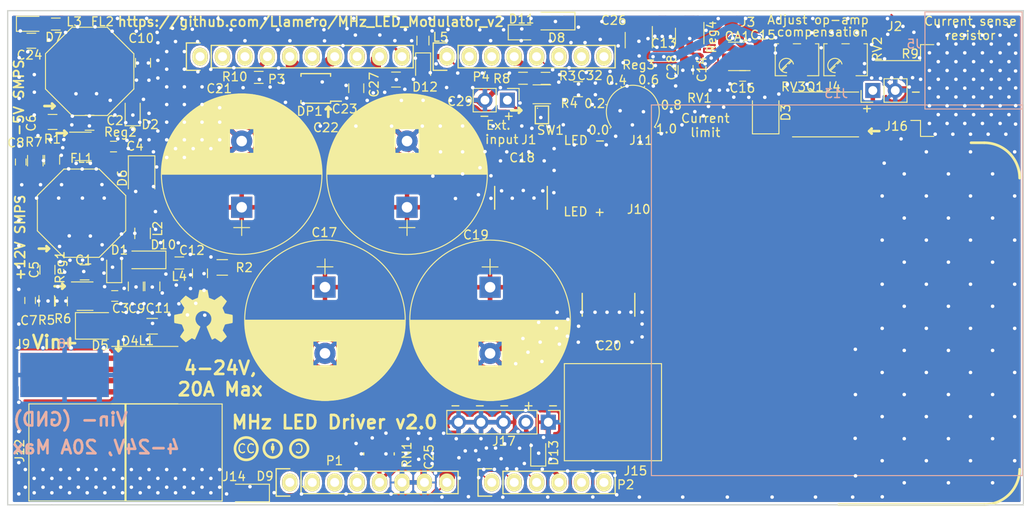
<source format=kicad_pcb>
(kicad_pcb (version 20170922) (host pcbnew "(2017-11-06 revision 9df4ae65e)-makepkg")
  (title_block (date "lun. 30 mars 2015"))
  (layers (0 F.Cu signal) (31 B.Cu signal) (34 B.Paste user) (35 F.Paste user) (36 B.SilkS user) (37 F.SilkS user) (38 B.Mask user) (39 F.Mask user) (44 Edge.Cuts user))
  (net 0 "")
  (net 1 /IOREF)
  (net 2 /Reset)
  (net 3 +5V)
  (net 4 GND)
  (net 5 /A0)
  (net 6 /A1)
  (net 7 /A2)
  (net 8 /A3)
  (net 9 /AREF)
  (net 10 "/A4(SDA)")
  (net 11 "/A5(SCL)")
  (net 12 "/9(**)")
  (net 13 /8)
  (net 14 /7)
  (net 15 "/6(**)")
  (net 16 "/5(**)")
  (net 17 /4)
  (net 18 "/3(**)")
  (net 19 /2)
  (net 20 "/1(Tx)")
  (net 21 "/0(Rx)")
  (net 22 "/13(SCK)")
  (net 23 "/10(**/SS)")
  (net 24 "Net-(P1-Pad1)")
  (net 25 +3V3)
  (net 26 "/12(MISO)")
  (net 27 "/11(**/MOSI)")
  (net 28 10V)
  (net 29 "Net-(C16-Pad1)")
  (net 30 -2V)
  (net 31 "Net-(C16-Pad2)")
  (net 32 "Net-(C6-Pad1)")
  (net 33 "Net-(C8-Pad1)")
  (net 34 Vin)
  (net 35 "Net-(C4-Pad1)")
  (net 36 "Net-(C3-Pad1)")
  (net 37 "Net-(C7-Pad1)")
  (net 38 "Net-(C5-Pad1)")
  (net 39 "Net-(RV2-Pad3)")
  (net 40 "Net-(J4-Pad1)")
  (net 41 "Net-(RV3-Pad3)")
  (net 42 "Net-(C5-Pad2)")
  (net 43 "Net-(C6-Pad2)")
  (net 44 "Net-(D4-Pad2)")
  (net 45 "Net-(D3-Pad1)")
  (net 46 "Net-(C1-Pad1)")
  (net 47 "Net-(C2-Pad1)")
  (net 48 "Net-(OA1-Pad5)")
  (net 49 "Net-(OA1-Pad3)")
  (net 50 "GND(NC)")
  (net 51 "Net-(Reg3-Pad4)")
  (net 52 "Net-(C28-Pad1)")
  (net 53 "/Vin(Arduino)")
  (net 54 /-5V-SMPS)
  (net 55 /12V-SMPS)
  (net 56 "Net-(D5-Pad2)")
  (net 57 "Net-(D6-Pad2)")
  (net 58 "Net-(C12-Pad2)")
  (net 59 "Net-(D10-Pad1)")
  (net 60 "Net-(D7-Pad2)")
  (net 61 /Input)
  (net 62 "Net-(DP1-Pad10)")
  (net 63 "Net-(DP1-Pad3)")
  (net 64 "Net-(R3-Pad2)")
  (net 65 "Net-(C29-Pad2)")
  (net 66 /-4V)
  (net 67 "Net-(D12-Pad1)")
  (net 68 "Net-(D13-Pad2)")
  (net 69 "/A5(SCL*)")
  (net 70 "/A4(SDA*)")
  (net 71 "Net-(C26-Pad1)")
  (net 72 "Net-(C13-Pad1)")
  (net 73 "Net-(D3-Pad2)")
  (net 74 "Net-(J1-Pad1)")
  (net 75 "Net-(C32-Pad1)")
  (module Socket_Strips:Socket_Strip_Straight_1x05_Pitch2.54mm (layer F.Cu) (at 168.2 117 270)
    (fp_text reference J17 (at 2.15 5.03) (layer F.SilkS))
    (fp_text value Conn_01x05_Female)
    (pad 5 thru_hole oval (at 0 10.16 270) (size 1.7 1.7) (drill 1) (layers *.Cu *.Mask) (net 4 GND))
    (pad 4 thru_hole oval (at 0 7.62 270) (size 1.7 1.7) (drill 1) (layers *.Cu *.Mask) (net 4 GND))
    (pad 3 thru_hole oval (at 0 5.08 270) (size 1.7 1.7) (drill 1) (layers *.Cu *.Mask) (net 4 GND))
    (pad 2 thru_hole oval (at 0 2.54 270) (size 1.7 1.7) (drill 1) (layers *.Cu *.Mask) (net 68 "Net-(D13-Pad2)"))
    (pad 1 thru_hole rect (at 0 0 270) (size 1.7 1.7) (drill 1) (layers *.Cu *.Mask) (net 4 GND))
  )
  (module Capacitors_SMD:C_0805 (layer F.Cu) (at 123.375404 101.603016 90)
    (fp_text reference C11 (at -2.481984 0.692596 180) (layer F.SilkS))
    (fp_text value "4.7 uF")
    (pad 2 smd rect (at 1 0 90) (size 1 1.25) (layers F.Cu F.Paste F.Mask) (net 55 /12V-SMPS))
    (pad 1 smd rect (at -1 0 90) (size 1 1.25) (layers F.Cu F.Paste F.Mask) (net 4 GND))
  )
  (module Diodes_SMD:D_SOD-323F (layer F.Cu) (at 119.058 99.685 90)
    (fp_text reference D1 (at 2.19 0.59 180) (layer F.SilkS))
    (fp_text value D_Schottky)
    (pad 2 smd rect (at 1.1 0 90) (size 0.5 0.5) (layers F.Cu F.Paste F.Mask) (net 42 "Net-(C5-Pad2)"))
    (pad 1 smd rect (at -1.1 0 90) (size 0.5 0.5) (layers F.Cu F.Paste F.Mask) (net 55 /12V-SMPS))
  )
  (module Symbols:OSHW-Symbol_6.7x6mm_SilkScreen (layer F.Cu) (at 129.15 104.99)
    (fp_text reference J7 hide)
    (fp_text value TEST_1P hide)
  )
  (module Ben_Custom:CC_Attribution (layer F.Cu) (at 137 120)
    (fp_text reference TH2)
    (fp_text value 10k)
    (fp_text user i (at 0 0) (layer F.SilkS))
  )
  (module Ben_Custom:CC_Share_alike (layer F.Cu) (at 140 120)
    (fp_text reference TH3)
    (fp_text value 10k)
    (fp_text user Ɔ (at 0 0) (layer F.SilkS))
  )
  (module Ben_Custom:CC_silkscreen (layer F.Cu) (at 134 120)
    (fp_text reference TH1)
    (fp_text value 10k)
    (fp_text user CC (at 0 0) (layer F.SilkS))
  )
  (module Ben_Custom:0508_Capacitor (layer F.Cu) (at 156.56 121.08 90)
    (fp_text reference C25 (at 0.1397 -1.86182 90) (layer F.SilkS))
    (fp_text value "2.2 uF" hide)
    (pad 2 smd rect (at 0.5334 0 90) (size 0.5842 2.0066) (layers F.Cu F.Paste F.Mask) (net 4 GND))
    (pad 1 smd rect (at -0.5334 0 90) (size 0.5842 2.0066) (layers F.Cu F.Paste F.Mask) (net 53 "/Vin(Arduino)"))
  )
  (module Ben_Custom:Resistor_Array_x4_1206 (layer F.Cu) (at 149.03 120.59 270)
    (fp_text reference RN1 (at 0.12 -3.16 270) (layer F.SilkS))
    (fp_text value 4.7k)
    (pad 8 smd rect (at 0.8536 -1.503601 270) (size 0.8072 1.1072) (layers F.Cu F.Paste F.Mask) (net 3 +5V))
    (pad 7 smd rect (at 0.8536 -0.385 270) (size 0.8072 0.45) (layers F.Cu F.Paste F.Mask) (net 3 +5V))
    (pad 6 smd rect (at 0.8536 0.395 270) (size 0.8072 0.45) (layers F.Cu F.Paste F.Mask) (net 3 +5V))
    (pad 5 smd rect (at 0.8536 1.503601 270) (size 0.8072 1.1072) (layers F.Cu F.Paste F.Mask) (net 4 GND))
    (pad 4 smd rect (at -0.8536 1.503601 270) (size 0.8072 1.1072) (layers F.Cu F.Paste F.Mask) (net 4 GND))
    (pad 3 smd rect (at -0.8536 0.385 270) (size 0.8072 0.45) (layers F.Cu F.Paste F.Mask) (net 7 /A2))
    (pad 2 smd rect (at -0.8536 -0.395 270) (size 0.8072 0.45) (layers F.Cu F.Paste F.Mask) (net 6 /A1))
    (pad 1 smd rect (at -0.8536 -1.503601 270) (size 0.8072 1.1072) (layers F.Cu F.Paste F.Mask) (net 5 /A0))
  )
  (module Socket_Strips:Socket_Strip_Straight_1x02_Pitch2.54mm (layer F.Cu) (at 204.94 79.41 90)
    (fp_text reference J16 (at -4.05 2.64) (layer F.SilkS))
    (fp_text value Conn_Coaxial)
    (pad 2 thru_hole oval (at 0 2.54 90) (size 1.7 1.7) (drill 1) (layers *.Cu *.Mask) (net 4 GND))
    (pad 1 thru_hole rect (at 0 0 90) (size 1.7 1.7) (drill 1) (layers *.Cu *.Mask) (net 73 "Net-(D3-Pad2)"))
  )
  (module Ben_Custom:8-VFSOP (layer F.Cu) (at 167.478 82.175 270)
    (fp_text reference SW1 (at 1.74 -0.96) (layer F.SilkS))
    (fp_text value TS5A3357DCUR)
    (pad 4 smd rect (at 0.7493 1.55 270) (size 0.29972 0.8) (layers F.Cu F.Paste F.Mask) (net 4 GND))
    (pad 3 smd rect (at 0.24892 1.55 270) (size 0.29972 0.8) (layers F.Cu F.Paste F.Mask) (net 64 "Net-(R3-Pad2)"))
    (pad 2 smd rect (at -0.24892 1.55 270) (size 0.29972 0.8) (layers F.Cu F.Paste F.Mask) (net 63 "Net-(DP1-Pad3)"))
    (pad 1 smd rect (at -0.7493 1.55 270) (size 0.29972 0.8) (layers F.Cu F.Paste F.Mask) (net 74 "Net-(J1-Pad1)"))
    (pad 8 smd rect (at -0.7493 -1.55 270) (size 0.29972 0.8) (layers F.Cu F.Paste F.Mask) (net 75 "Net-(C32-Pad1)"))
    (pad 7 smd rect (at -0.24892 -1.55 270) (size 0.29972 0.8) (layers F.Cu F.Paste F.Mask) (net 61 /Input))
    (pad 6 smd rect (at 0.24892 -1.55 270) (size 0.29972 0.8) (layers F.Cu F.Paste F.Mask) (net 18 "/3(**)"))
    (pad 5 smd rect (at 0.7493 -1.55 270) (size 0.29972 0.8) (layers F.Cu F.Paste F.Mask) (net 17 /4))
  )
  (module Socket_Strips:Socket_Strip_Straight_1x02_Pitch2.54mm (layer F.Cu) (at 163.568 80.505 270)
    (fp_text reference J1 (at 4.485 -2.432) (layer F.SilkS))
    (fp_text value Conn_Coaxial)
    (pad 1 thru_hole rect (at 0 0 270) (size 1.7 1.7) (drill 1) (layers *.Cu *.Mask) (net 74 "Net-(J1-Pad1)"))
    (pad 2 thru_hole oval (at 0 2.54 270) (size 1.7 1.7) (drill 1) (layers *.Cu *.Mask) (net 4 GND))
  )
  (module Diodes_SMD:D_SOD-323 (layer F.Cu) (at 167.06 120.47 90)
    (fp_text reference D13 (at 0 1.74 90) (layer F.SilkS))
    (fp_text value D_Schottky)
    (pad 1 smd rect (at -1.05 0 90) (size 0.6 0.45) (layers F.Cu F.Paste F.Mask) (net 8 /A3))
    (pad 2 smd rect (at 1.05 0 90) (size 0.6 0.45) (layers F.Cu F.Paste F.Mask) (net 68 "Net-(D13-Pad2)"))
  )
  (module Ben_Custom:DO-214AC (layer F.Cu) (at 192.808 80.825 90)
    (fp_text reference D3 (at -1.09 2.27 270) (layer F.SilkS))
    (fp_text value D_TVS)
    (pad 2 smd rect (at 2.19964 0 90) (size 2.10058 1.80086) (layers F.Cu F.Paste F.Mask) (net 73 "Net-(D3-Pad2)"))
    (pad 1 smd rect (at -2.19964 0 90) (size 2.10058 1.80086) (layers F.Cu F.Paste F.Mask) (net 45 "Net-(D3-Pad1)"))
  )
  (module Ben_Custom:0508_Capacitor (layer F.Cu) (at 175.568 73.065 270)
    (fp_text reference C26 (at -1.61 -0.04) (layer F.SilkS))
    (fp_text value "2.2 uF" hide)
    (pad 1 smd rect (at -0.5334 0 270) (size 0.5842 2.0066) (layers F.Cu F.Paste F.Mask) (net 71 "Net-(C26-Pad1)"))
    (pad 2 smd rect (at 0.5334 0 270) (size 0.5842 2.0066) (layers F.Cu F.Paste F.Mask) (net 4 GND))
  )
  (module Ben_Custom:0508_Capacitor (layer F.Cu) (at 181.278 71.925 270)
    (fp_text reference C13 (at 2.13 0.02) (layer F.SilkS))
    (fp_text value "2.2 uF" hide)
    (pad 2 smd rect (at 0.5334 0 270) (size 0.5842 2.0066) (layers F.Cu F.Paste F.Mask) (net 4 GND))
    (pad 1 smd rect (at -0.5334 0 270) (size 0.5842 2.0066) (layers F.Cu F.Paste F.Mask) (net 72 "Net-(C13-Pad1)"))
  )
  (module Ben_Custom:Wurth_Coupled_Inductor (layer F.Cu) (at 115.358 93.315 180)
    (fp_text reference FL1 (at 0 6.223 180) (layer F.SilkS))
    (fp_text value 4.7uH)
    (pad 1 smd rect (at 0 -3.8 180) (size 3.6 1.4) (layers F.Cu F.Paste F.Mask) (net 46 "Net-(C1-Pad1)"))
    (pad 3 smd rect (at 0 3.8 180) (size 3.6 1.4) (layers F.Cu F.Paste F.Mask) (net 4 GND))
    (pad 2 smd rect (at -3.8 0 180) (size 1.4 3.6) (layers F.Cu F.Paste F.Mask) (net 42 "Net-(C5-Pad2)"))
    (pad 4 smd rect (at 3.8 0 180) (size 1.4 3.6) (layers F.Cu F.Paste F.Mask) (net 38 "Net-(C5-Pad1)"))
  )
  (module Ben_Custom:Wurth_Coupled_Inductor (layer F.Cu) (at 116.278 77.245 180)
    (fp_text reference FL2 (at -1.442 5.635 180) (layer F.SilkS))
    (fp_text value 2.7uH)
    (pad 1 smd rect (at 0 -3.8 180) (size 3.6 1.4) (layers F.Cu F.Paste F.Mask) (net 47 "Net-(C2-Pad1)"))
    (pad 3 smd rect (at 0 3.8 180) (size 3.6 1.4) (layers F.Cu F.Paste F.Mask) (net 54 /-5V-SMPS))
    (pad 2 smd rect (at -3.8 0 180) (size 1.4 3.6) (layers F.Cu F.Paste F.Mask) (net 43 "Net-(C6-Pad2)"))
    (pad 4 smd rect (at 3.8 0 180) (size 1.4 3.6) (layers F.Cu F.Paste F.Mask) (net 32 "Net-(C6-Pad1)"))
  )
  (module TO_SOT_Packages_SMD:TO-263-2 (layer F.Cu) (at 213.288 79.415)
    (fp_text reference R9 (at -4.128 -4.155) (layer F.SilkS))
    (fp_text value 5)
    (pad 2 smd rect (at 0.95 2.775) (size 4.55 5.25) (layers F.Cu F.Paste) (net 4 GND))
    (pad 2 smd rect (at 5.8 -2.775) (size 4.55 5.25) (layers F.Cu F.Paste) (net 4 GND))
    (pad 2 smd rect (at 0.95 -2.775) (size 4.55 5.25) (layers F.Cu F.Paste) (net 4 GND))
    (pad 2 smd rect (at 5.8 2.775) (size 4.55 5.25) (layers F.Cu F.Paste) (net 4 GND))
    (pad 2 smd rect (at 3.375 0) (size 9.4 10.8) (layers F.Cu F.Mask) (net 4 GND))
    (pad 3 smd rect (at -5.775 2.54) (size 4.6 1.1) (layers F.Cu F.Paste F.Mask) (net 73 "Net-(D3-Pad2)"))
    (pad 1 smd rect (at -5.775 -2.54) (size 4.6 1.1) (layers F.Cu F.Paste F.Mask) (net 4 GND))
  )
  (module Resistors_SMD:R_0603 (layer F.Cu) (at 135.418 77.925 180)
    (fp_text reference R10 (at 2.72 0.07 180) (layer F.SilkS))
    (fp_text value 10)
    (pad 2 smd rect (at 0.75 0 180) (size 0.5 0.9) (layers F.Cu F.Paste F.Mask) (net 50 "GND(NC)"))
    (pad 1 smd rect (at -0.75 0 180) (size 0.5 0.9) (layers F.Cu F.Paste F.Mask) (net 4 GND))
  )
  (module TO_SOT_Packages_SMD:SOT-23-6 (layer F.Cu) (at 115.558 85.745)
    (fp_text reference Reg2 (at 4.2 -1.62) (layer F.SilkS))
    (fp_text value LT8330)
    (pad 1 smd rect (at -1.1 -0.95) (size 1.06 0.65) (layers F.Cu F.Paste F.Mask) (net 32 "Net-(C6-Pad1)"))
    (pad 2 smd rect (at -1.1 0) (size 1.06 0.65) (layers F.Cu F.Paste F.Mask) (net 4 GND))
    (pad 3 smd rect (at -1.1 0.95) (size 1.06 0.65) (layers F.Cu F.Paste F.Mask) (net 33 "Net-(C8-Pad1)"))
    (pad 4 smd rect (at 1.1 0.95) (size 1.06 0.65) (layers F.Cu F.Paste F.Mask) (net 47 "Net-(C2-Pad1)"))
    (pad 6 smd rect (at 1.1 -0.95) (size 1.06 0.65) (layers F.Cu F.Paste F.Mask) (net 47 "Net-(C2-Pad1)"))
    (pad 5 smd rect (at 1.1 0) (size 1.06 0.65) (layers F.Cu F.Paste F.Mask) (net 35 "Net-(C4-Pad1)"))
  )
  (module TO_SOT_Packages_SMD:SOT-23-6 (layer F.Cu) (at 115.758 102.715)
    (fp_text reference Reg1 (at -2.84 -3.26 90) (layer F.SilkS))
    (fp_text value LT8330)
    (pad 5 smd rect (at 1.1 0) (size 1.06 0.65) (layers F.Cu F.Paste F.Mask) (net 36 "Net-(C3-Pad1)"))
    (pad 6 smd rect (at 1.1 -0.95) (size 1.06 0.65) (layers F.Cu F.Paste F.Mask) (net 46 "Net-(C1-Pad1)"))
    (pad 4 smd rect (at 1.1 0.95) (size 1.06 0.65) (layers F.Cu F.Paste F.Mask) (net 46 "Net-(C1-Pad1)"))
    (pad 3 smd rect (at -1.1 0.95) (size 1.06 0.65) (layers F.Cu F.Paste F.Mask) (net 37 "Net-(C7-Pad1)"))
    (pad 2 smd rect (at -1.1 0) (size 1.06 0.65) (layers F.Cu F.Paste F.Mask) (net 4 GND))
    (pad 1 smd rect (at -1.1 -0.95) (size 1.06 0.65) (layers F.Cu F.Paste F.Mask) (net 38 "Net-(C5-Pad1)"))
  )
  (module Ben_Custom:Heatsink-Wakefield_655-53AB_41x41mm (layer B.Cu) (at 200.87 102.05)
    (fp_text reference J13 (at -0.07 -22.3) (layer B.SilkS) (effects (justify mirror)))
    (fp_text value Heat_Sink)
    (pad 1 smd rect (at 0 0) (size 40.64 40.64) (layers B.Cu) (net 4 GND))
  )
  (module Housings_SSOP:MSOP-10_3x3mm_Pitch0.5mm (layer F.Cu) (at 141.878 79.175 180)
    (fp_text reference DP1 (at 0.688 -2.585 180) (layer F.SilkS))
    (fp_text value AD5162)
    (pad 10 smd rect (at 2.2 -1 180) (size 1.4 0.3) (layers F.Cu F.Paste F.Mask) (net 62 "Net-(DP1-Pad10)"))
    (pad 9 smd rect (at 2.2 -0.5 180) (size 1.4 0.3) (layers F.Cu F.Paste F.Mask) (net 62 "Net-(DP1-Pad10)"))
    (pad 8 smd rect (at 2.2 0 180) (size 1.4 0.3) (layers F.Cu F.Paste F.Mask) (net 13 /8))
    (pad 7 smd rect (at 2.2 0.5 180) (size 1.4 0.3) (layers F.Cu F.Paste F.Mask) (net 27 "/11(**/MOSI)"))
    (pad 6 smd rect (at 2.2 1 180) (size 1.4 0.3) (layers F.Cu F.Paste F.Mask) (net 22 "/13(SCK)"))
    (pad 5 smd rect (at -2.2 1 180) (size 1.4 0.3) (layers F.Cu F.Paste F.Mask) (net 14 /7))
    (pad 4 smd rect (at -2.2 0.5 180) (size 1.4 0.3) (layers F.Cu F.Paste F.Mask) (net 4 GND))
    (pad 3 smd rect (at -2.2 0 180) (size 1.4 0.3) (layers F.Cu F.Paste F.Mask) (net 63 "Net-(DP1-Pad3)"))
    (pad 2 smd rect (at -2.2 -0.5 180) (size 1.4 0.3) (layers F.Cu F.Paste F.Mask) (net 12 "/9(**)"))
    (pad 1 smd rect (at -2.2 -1 180) (size 1.4 0.3) (layers F.Cu F.Paste F.Mask) (net 4 GND))
  )
  (module Resistors_SMD:R_0603 (layer F.Cu) (at 165.338 78.025)
    (fp_text reference R8 (at -2.41 0.05 -180) (layer F.SilkS))
    (fp_text value 1.8k)
    (pad 2 smd rect (at 0.75 0) (size 0.5 0.9) (layers F.Cu F.Paste F.Mask) (net 64 "Net-(R3-Pad2)"))
    (pad 1 smd rect (at -0.75 0) (size 0.5 0.9) (layers F.Cu F.Paste F.Mask) (net 65 "Net-(C29-Pad2)"))
  )
  (module Ben_Custom:0508_Capacitor (layer F.Cu) (at 158.148 78.765 90)
    (fp_text reference C29 (at -1.88 0.06 180) (layer F.SilkS))
    (fp_text value "2.2 uF" hide)
    (pad 1 smd rect (at -0.5334 0 90) (size 0.5842 2.0066) (layers F.Cu F.Paste F.Mask) (net 4 GND))
    (pad 2 smd rect (at 0.5334 0 90) (size 0.5842 2.0066) (layers F.Cu F.Paste F.Mask) (net 65 "Net-(C29-Pad2)"))
  )
  (module Diodes_SMD:D_SOD-323F (layer F.Cu) (at 154.028 76.655 270)
    (fp_text reference D12 (at 2.36 -0.21) (layer F.SilkS))
    (fp_text value D)
    (pad 2 smd rect (at 1.1 0 270) (size 0.5 0.5) (layers F.Cu F.Paste F.Mask) (net 65 "Net-(C29-Pad2)"))
    (pad 1 smd rect (at -1.1 0 270) (size 0.5 0.5) (layers F.Cu F.Paste F.Mask) (net 67 "Net-(D12-Pad1)"))
  )
  (module Capacitors_SMD:C_0805 (layer F.Cu) (at 171.578 79.265)
    (fp_text reference C32 (at 1.33 -1.55 180) (layer F.SilkS))
    (fp_text value "10 nF")
    (pad 1 smd rect (at -1 0) (size 1 1.25) (layers F.Cu F.Paste F.Mask) (net 75 "Net-(C32-Pad1)"))
    (pad 2 smd rect (at 1 0) (size 1 1.25) (layers F.Cu F.Paste F.Mask) (net 4 GND))
  )
  (module Resistors_SMD:R_0603 (layer F.Cu) (at 167.888 78.035 180)
    (fp_text reference R3 (at -2.49 0.27 180) (layer F.SilkS))
    (fp_text value 100)
    (pad 2 smd rect (at 0.75 0 180) (size 0.5 0.9) (layers F.Cu F.Paste F.Mask) (net 64 "Net-(R3-Pad2)"))
    (pad 1 smd rect (at -0.75 0 180) (size 0.5 0.9) (layers F.Cu F.Paste F.Mask) (net 4 GND))
  )
  (module Resistors_SMD:R_1206 (layer F.Cu) (at 167.47 79.84)
    (fp_text reference R4 (at 3.1 1.03) (layer F.SilkS))
    (fp_text value 0)
    (pad 2 smd rect (at 1.45 0) (size 0.9 1.7) (layers F.Cu F.Paste F.Mask) (net 75 "Net-(C32-Pad1)"))
    (pad 1 smd rect (at -1.45 0) (size 0.9 1.7) (layers F.Cu F.Paste F.Mask) (net 14 /7))
  )
  (module Capacitors_SMD:C_0805 (layer F.Cu) (at 146.458 79.155 270)
    (fp_text reference C23 (at 2.345 1.308) (layer F.SilkS))
    (fp_text value "10 nF")
    (pad 2 smd rect (at 1 0 270) (size 1 1.25) (layers F.Cu F.Paste F.Mask) (net 4 GND))
    (pad 1 smd rect (at -1 0 270) (size 1 1.25) (layers F.Cu F.Paste F.Mask) (net 14 /7))
  )
  (module Capacitors_SMD:C_0805 (layer F.Cu) (at 116.268 83.065 180)
    (fp_text reference C2 (at -2.88 0.25 180) (layer F.SilkS))
    (fp_text value "4.7 uF")
    (pad 2 smd rect (at 1 0 180) (size 1 1.25) (layers F.Cu F.Paste F.Mask) (net 4 GND))
    (pad 1 smd rect (at -1 0 180) (size 1 1.25) (layers F.Cu F.Paste F.Mask) (net 47 "Net-(C2-Pad1)"))
  )
  (module Inductors_SMD:L_0603 (layer F.Cu) (at 154.008 73.755 270)
    (fp_text reference L5 (at -0.39 -1.99) (layer F.SilkS))
    (fp_text value Ferrite_Bead)
    (pad 1 smd rect (at -0.75 0 270) (size 0.5 0.9) (layers F.Cu F.Paste F.Mask) (net 66 /-4V))
    (pad 2 smd rect (at 0.75 0 270) (size 0.5 0.9) (layers F.Cu F.Paste F.Mask) (net 67 "Net-(D12-Pad1)"))
  )
  (module Ben_Custom:Heatsink-10x10mm-V2017B (layer B.Cu) (at 216.34 76.01)
    (fp_text reference J5 (at -6.71 -1.87) (layer B.SilkS) (effects (justify mirror)))
    (fp_text value Heat_Sink)
  )
  (module Capacitors_SMD:C_0805 (layer F.Cu) (at 150.958 78.175 180)
    (fp_text reference C27 (at 2.48 -0.58 270) (layer F.SilkS))
    (fp_text value "4.7 uF")
    (pad 2 smd rect (at 1 0 180) (size 1 1.25) (layers F.Cu F.Paste F.Mask) (net 14 /7))
    (pad 1 smd rect (at -1 0 180) (size 1 1.25) (layers F.Cu F.Paste F.Mask) (net 4 GND))
  )
  (module Ben_Custom:DO-214AC (layer F.Cu) (at 118.168 106.085)
    (fp_text reference D5 (at -0.71 2.21) (layer F.SilkS))
    (fp_text value D_Schottky)
    (pad 1 smd rect (at -2.19964 0) (size 2.10058 1.80086) (layers F.Cu F.Paste F.Mask) (net 46 "Net-(C1-Pad1)"))
    (pad 2 smd rect (at 2.19964 0) (size 2.10058 1.80086) (layers F.Cu F.Paste F.Mask) (net 56 "Net-(D5-Pad2)"))
  )
  (module Ben_Custom:DO-214AC (layer F.Cu) (at 122.158 90.315 270)
    (fp_text reference D6 (at -0.97 2.18 270) (layer F.SilkS))
    (fp_text value D_Schottky)
    (pad 2 smd rect (at 2.19964 0 270) (size 2.10058 1.80086) (layers F.Cu F.Paste F.Mask) (net 57 "Net-(D6-Pad2)"))
    (pad 1 smd rect (at -2.19964 0 270) (size 2.10058 1.80086) (layers F.Cu F.Paste F.Mask) (net 47 "Net-(C2-Pad1)"))
  )
  (module Ben_Custom:Heatsink-10x10mm-V2017B (layer F.Cu) (at 175.518 115.865)
    (fp_text reference J15 (at 2.55 6.65) (layer F.SilkS))
    (fp_text value Heat_Sink)
  )
  (module Ben_Custom:Heatsink-10x10mm-V2017B (layer F.Cu) (at 125.778 120.435)
    (fp_text reference J14 (at 6.842 2.725 180) (layer F.SilkS))
    (fp_text value Heat_Sink)
  )
  (module Ben_Custom:Heatsink-10x10mm-V2017B (layer F.Cu) (at 114.898 120.425)
    (fp_text reference J12 (at -6.54 -0.2 90) (layer F.SilkS))
    (fp_text value Heat_Sink)
  )
  (module Diodes_SMD:D_SOD-323F (layer F.Cu) (at 165.168 72.825)
    (fp_text reference D11 (at 0.002 -1.515) (layer F.SilkS))
    (fp_text value D)
    (pad 2 smd rect (at 1.1 0) (size 0.5 0.5) (layers F.Cu F.Paste F.Mask) (net 71 "Net-(C26-Pad1)"))
    (pad 1 smd rect (at -1.1 0) (size 0.5 0.5) (layers F.Cu F.Paste F.Mask) (net 66 /-4V))
  )
  (module Diodes_SMD:D_SOD-123F (layer F.Cu) (at 134.428 125.025 180)
    (fp_text reference D9 (at -1.702 1.905 180) (layer F.SilkS))
    (fp_text value D_Schottky)
    (pad 2 smd rect (at 1.4 0 180) (size 1.1 1.1) (layers F.Cu F.Paste F.Mask) (net 58 "Net-(C12-Pad2)"))
    (pad 1 smd rect (at -1.4 0 180) (size 1.1 1.1) (layers F.Cu F.Paste F.Mask) (net 53 "/Vin(Arduino)"))
  )
  (module Capacitors_SMD:C_0603 (layer F.Cu) (at 109.538 103.205 90)
    (fp_text reference C7 (at -2.27 -0.14 180) (layer F.SilkS))
    (fp_text value "4.7 pF")
    (pad 1 smd rect (at -0.75 0 90) (size 0.8 0.75) (layers F.Cu F.Paste F.Mask) (net 37 "Net-(C7-Pad1)"))
    (pad 2 smd rect (at 0.75 0 90) (size 0.8 0.75) (layers F.Cu F.Paste F.Mask) (net 55 /12V-SMPS))
  )
  (module Inductors_SMD:L_0805 (layer F.Cu) (at 123.358 106.125)
    (fp_text reference L1 (at -0.668 1.625) (layer F.SilkS))
    (fp_text value Ferrite_Bead)
    (pad 2 smd rect (at 0.95 0) (size 0.7 1.3) (layers F.Cu F.Paste F.Mask) (net 34 Vin))
    (pad 1 smd rect (at -0.95 0) (size 0.7 1.3) (layers F.Cu F.Paste F.Mask) (net 56 "Net-(D5-Pad2)"))
  )
  (module Diodes_SMD:D_SOD-323F (layer F.Cu) (at 109.488 71.855)
    (fp_text reference D7 (at 2.732 1.525 180) (layer F.SilkS))
    (fp_text value D)
    (pad 1 smd rect (at -1.1 0) (size 0.5 0.5) (layers F.Cu F.Paste F.Mask) (net 54 /-5V-SMPS))
    (pad 2 smd rect (at 1.1 0) (size 0.5 0.5) (layers F.Cu F.Paste F.Mask) (net 60 "Net-(D7-Pad2)"))
  )
  (module TO_SOT_Packages_SMD:SOT-23-5 (layer F.Cu) (at 184.208 73.245 270)
    (fp_text reference Reg4 (at 0.11 -2.49 90) (layer F.SilkS))
    (fp_text value LP2985-10.0)
    (pad 5 smd rect (at 1.1 -0.95 270) (size 1.06 0.65) (layers F.Cu F.Paste F.Mask) (net 28 10V))
    (pad 4 smd rect (at 1.1 0.95 270) (size 1.06 0.65) (layers F.Cu F.Paste F.Mask) (net 52 "Net-(C28-Pad1)"))
    (pad 3 smd rect (at -1.1 0.95 270) (size 1.06 0.65) (layers F.Cu F.Paste F.Mask) (net 72 "Net-(C13-Pad1)"))
    (pad 2 smd rect (at -1.1 0 270) (size 1.06 0.65) (layers F.Cu F.Paste F.Mask) (net 4 GND))
    (pad 1 smd rect (at -1.1 -0.95 270) (size 1.06 0.65) (layers F.Cu F.Paste F.Mask) (net 72 "Net-(C13-Pad1)"))
  )
  (module Capacitors_SMD:C_0805 (layer F.Cu) (at 109.678 73.775)
    (fp_text reference C24 (at -0.21 1.62) (layer F.SilkS))
    (fp_text value "4.7 uF")
    (pad 2 smd rect (at 1 0) (size 1 1.25) (layers F.Cu F.Paste F.Mask) (net 66 /-4V))
    (pad 1 smd rect (at -1 0) (size 1 1.25) (layers F.Cu F.Paste F.Mask) (net 4 GND))
  )
  (module Capacitors_SMD:C_0805 (layer F.Cu) (at 128.768 100.125 90)
    (fp_text reference C12 (at 2.605 -0.918 180) (layer F.SilkS))
    (fp_text value "4.7 uF")
    (pad 2 smd rect (at 1 0 90) (size 1 1.25) (layers F.Cu F.Paste F.Mask) (net 58 "Net-(C12-Pad2)"))
    (pad 1 smd rect (at -1 0 90) (size 1 1.25) (layers F.Cu F.Paste F.Mask) (net 4 GND))
  )
  (module Diodes_SMD:D_SOD-123F (layer F.Cu) (at 169.018 71.545 180)
    (fp_text reference D8 (at -0.127 -1.905 180) (layer F.SilkS))
    (fp_text value D_Schottky)
    (pad 1 smd rect (at -1.4 0 180) (size 1.1 1.1) (layers F.Cu F.Paste F.Mask) (net 72 "Net-(C13-Pad1)"))
    (pad 2 smd rect (at 1.4 0 180) (size 1.1 1.1) (layers F.Cu F.Paste F.Mask) (net 58 "Net-(C12-Pad2)"))
  )
  (module Diodes_SMD:D_SOD-123F (layer F.Cu) (at 122.708 98.605 180)
    (fp_text reference D10 (at -1.91 1.71 180) (layer F.SilkS))
    (fp_text value D_Schottky)
    (pad 2 smd rect (at 1.4 0 180) (size 1.1 1.1) (layers F.Cu F.Paste F.Mask) (net 55 /12V-SMPS))
    (pad 1 smd rect (at -1.4 0 180) (size 1.1 1.1) (layers F.Cu F.Paste F.Mask) (net 59 "Net-(D10-Pad1)"))
  )
  (module Capacitors_SMD:C_0805 (layer F.Cu) (at 183.738 77.075 270)
    (fp_text reference C28 (at -0.26 1.56 270) (layer F.SilkS))
    (fp_text value "10 nF")
    (pad 2 smd rect (at 1 0 270) (size 1 1.25) (layers F.Cu F.Paste F.Mask) (net 4 GND))
    (pad 1 smd rect (at -1 0 270) (size 1 1.25) (layers F.Cu F.Paste F.Mask) (net 52 "Net-(C28-Pad1)"))
  )
  (module Capacitors_THT:CP_Radial_D18.0mm_P7.50mm (layer F.Cu) (at 133.488 92.645 90)
    (fp_text reference C21 (at 13.45 -2.54 180) (layer F.SilkS))
    (fp_text value "2700 uF")
    (pad 2 thru_hole circle (at 7.5 0 90) (size 2.4 2.4) (drill 1.2) (layers *.Cu *.Mask) (net 4 GND))
    (pad 1 thru_hole rect (at 0 0 90) (size 2.4 2.4) (drill 1.2) (layers *.Cu *.Mask) (net 34 Vin))
  )
  (module Capacitors_SMD:C_0805 (layer F.Cu) (at 112.028 87.265 90)
    (fp_text reference R1 (at 2.35 0.04 180) (layer F.SilkS))
    (fp_text value 187k)
    (pad 1 smd rect (at -1 0 90) (size 1 1.25) (layers F.Cu F.Paste F.Mask) (net 33 "Net-(C8-Pad1)"))
    (pad 2 smd rect (at 1 0 90) (size 1 1.25) (layers F.Cu F.Paste F.Mask) (net 4 GND))
  )
  (module Inductors_SMD:L_0805 (layer F.Cu) (at 122.268 95.605 270)
    (fp_text reference L2 (at -0.53 -1.71 270) (layer F.SilkS))
    (fp_text value Ferrite_Bead)
    (pad 1 smd rect (at -0.95 0 270) (size 0.7 1.3) (layers F.Cu F.Paste F.Mask) (net 57 "Net-(D6-Pad2)"))
    (pad 2 smd rect (at 0.95 0 270) (size 0.7 1.3) (layers F.Cu F.Paste F.Mask) (net 34 Vin))
  )
  (module Resistors_SMD:R_0805 (layer F.Cu) (at 131.29 99.46)
    (fp_text reference R2 (at 2.49 0.02 -180) (layer F.SilkS))
    (fp_text value 4.7k)
    (pad 1 smd rect (at -0.95 0) (size 0.7 1.3) (layers F.Cu F.Paste F.Mask) (net 4 GND))
    (pad 2 smd rect (at 0.95 0) (size 0.7 1.3) (layers F.Cu F.Paste F.Mask) (net 34 Vin))
  )
  (module TO_SOT_Packages_SMD:TSOT-23-5 (layer F.Cu) (at 178.468 73.705 270)
    (fp_text reference Reg3 (at 2.8 0.04) (layer F.SilkS))
    (fp_text value ADP7182AUJZ-Fixed)
    (pad 5 smd rect (at 1.31 -0.95 270) (size 1.22 0.65) (layers F.Cu F.Paste F.Mask) (net 30 -2V))
    (pad 4 smd rect (at 1.31 0.95 270) (size 1.22 0.65) (layers F.Cu F.Paste F.Mask) (net 51 "Net-(Reg3-Pad4)"))
    (pad 3 smd rect (at -1.31 0.95 270) (size 1.22 0.65) (layers F.Cu F.Paste F.Mask) (net 71 "Net-(C26-Pad1)"))
    (pad 2 smd rect (at -1.31 0 270) (size 1.22 0.65) (layers F.Cu F.Paste F.Mask) (net 71 "Net-(C26-Pad1)"))
    (pad 1 smd rect (at -1.31 -0.95 270) (size 1.22 0.65) (layers F.Cu F.Paste F.Mask) (net 4 GND))
  )
  (module Wire_Pads:SolderWirePad_single_SMD_5x10mm (layer F.Cu) (at 174.468 88.655 90)
    (fp_text reference J11 (at 3.6 4.23 180) (layer F.SilkS))
    (fp_text value TEST_1P)
    (pad 1 smd rect (at 0 0 90) (size 5 10) (layers F.Cu F.Mask) (net 45 "Net-(D3-Pad1)"))
  )
  (module Ben_Custom:0508_Capacitor (layer F.Cu) (at 187.408 78.095 90)
    (fp_text reference C14 (at 1.07 -1.82 270) (layer F.SilkS))
    (fp_text value "2.2 uF" hide)
    (pad 1 smd rect (at -0.5334 0 90) (size 0.5842 2.0066) (layers F.Cu F.Paste F.Mask) (net 4 GND))
    (pad 2 smd rect (at 0.5334 0 90) (size 0.5842 2.0066) (layers F.Cu F.Paste F.Mask) (net 28 10V))
  )
  (module Ben_Custom:0508_Capacitor (layer F.Cu) (at 192.598 74.845 180)
    (fp_text reference C15 (at 0.1 1.72 180) (layer F.SilkS))
    (fp_text value "2.2 uF" hide)
    (pad 2 smd rect (at 0.5334 0 180) (size 0.5842 2.0066) (layers F.Cu F.Paste F.Mask) (net 30 -2V))
    (pad 1 smd rect (at -0.5334 0 180) (size 0.5842 2.0066) (layers F.Cu F.Paste F.Mask) (net 4 GND))
  )
  (module TO_SOT_Packages_SMD:SOT-23-6 (layer F.Cu) (at 189.498 75.545 180)
    (fp_text reference OA1 (at -0.11 2.27 180) (layer F.SilkS))
    (fp_text value LT6200-10)
    (pad 5 smd rect (at 1.1 0 180) (size 1.06 0.65) (layers F.Cu F.Paste F.Mask) (net 48 "Net-(OA1-Pad5)"))
    (pad 6 smd rect (at 1.1 -0.95 180) (size 1.06 0.65) (layers F.Cu F.Paste F.Mask) (net 28 10V))
    (pad 4 smd rect (at 1.1 0.95 180) (size 1.06 0.65) (layers F.Cu F.Paste F.Mask) (net 29 "Net-(C16-Pad1)"))
    (pad 3 smd rect (at -1.1 0.95 180) (size 1.06 0.65) (layers F.Cu F.Paste F.Mask) (net 49 "Net-(OA1-Pad3)"))
    (pad 2 smd rect (at -1.1 0 180) (size 1.06 0.65) (layers F.Cu F.Paste F.Mask) (net 30 -2V))
    (pad 1 smd rect (at -1.1 -0.95 180) (size 1.06 0.65) (layers F.Cu F.Paste F.Mask) (net 31 "Net-(C16-Pad2)"))
  )
  (module Ben_Custom:2_J-lead_stacked_cap (layer F.Cu) (at 175.018 103.695 90)
    (fp_text reference C20 (at -4.63 0.02 180) (layer F.SilkS))
    (fp_text value "22 uF" hide)
    (pad 1 smd rect (at -2.5778 0 90) (size 1.9556 5.700001) (layers F.Cu F.Paste F.Mask) (net 4 GND))
    (pad 2 smd rect (at 2.5778 0 90) (size 1.9556 5.700001) (layers F.Cu F.Paste F.Mask) (net 34 Vin))
  )
  (module Ben_Custom:2_J-lead_stacked_cap (layer F.Cu) (at 165.108 91.575 90)
    (fp_text reference C18 (at 4.54 0.13 180) (layer F.SilkS))
    (fp_text value "22 uF" hide)
    (pad 2 smd rect (at 2.5778 0 90) (size 1.9556 5.700001) (layers F.Cu F.Paste F.Mask) (net 4 GND))
    (pad 1 smd rect (at -2.5778 0 90) (size 1.9556 5.700001) (layers F.Cu F.Paste F.Mask) (net 34 Vin))
  )
  (module Inductors_SMD:L_0603 (layer F.Cu) (at 112.448 71.885 180)
    (fp_text reference L3 (at -2.072 0.265) (layer F.SilkS))
    (fp_text value Ferrite_Bead)
    (pad 2 smd rect (at 0.75 0 180) (size 0.5 0.9) (layers F.Cu F.Paste F.Mask) (net 60 "Net-(D7-Pad2)"))
    (pad 1 smd rect (at -0.75 0 180) (size 0.5 0.9) (layers F.Cu F.Paste F.Mask) (net 66 /-4V))
  )
  (module Wire_Pads:SolderWirePad_single_SMD_5x10mm (layer F.Cu) (at 174.468 96.655 90)
    (fp_text reference J10 (at 3.78 3.97 180) (layer F.SilkS))
    (fp_text value TEST_1P)
    (pad 1 smd rect (at 0 0 90) (size 5 10) (layers F.Cu F.Mask) (net 34 Vin))
  )
  (module Ben_Custom:Bourns_3313J_Trimpot-compact (layer F.Cu) (at 177.768 81.815)
    (fp_text reference RV1 (at 7.552 -1.545 180) (layer F.SilkS))
    (fp_text value POT_TRIM)
    (fp_text user 0.0 (at -3.86 2.08) (layer F.SilkS))
    (fp_text user 0.2 (at -4.31 -0.93) (layer F.SilkS))
    (fp_text user 0.4 (at -1.87 -3.56) (layer F.SilkS))
    (fp_text user 0.6 (at 1.79 -3.61) (layer F.SilkS))
    (fp_text user 0.8 (at 4.35 -0.75) (layer F.SilkS))
    (fp_text user 1.0 (at 3.82 1.94) (layer F.SilkS))
    (pad 2 smd rect (at 0 -1.45) (size 1.6 1.6) (layers F.Cu F.Paste F.Mask) (net 49 "Net-(OA1-Pad3)"))
    (pad 1 smd rect (at 1.15 1.45) (size 1.1 1.6) (layers F.Cu F.Paste F.Mask) (net 4 GND))
    (pad 3 smd rect (at -1.15 1.45) (size 1.1 1.6) (layers F.Cu F.Paste F.Mask) (net 61 /Input))
  )
  (module Measurement_Points:Measurement_Point_Round-SMD-Pad_Small (layer F.Cu) (at 188.918 72.055)
    (fp_text reference J3 (at 1.85 -0.39) (layer F.SilkS))
    (fp_text value TEST_1P)
    (pad 1 smd circle (at 0 0) (size 1.5 1.5) (layers F.Cu F.Mask) (net 29 "Net-(C16-Pad1)"))
  )
  (module Ben_Custom:40x40mm-heatsink_only-eighth-pad (layer F.Cu) (at 201.058 105.835)
    (fp_text reference J6)
    (fp_text value Heat_Sink)
    (pad 1 smd roundrect (at 17.5 0) (size 5 40) (layers F.Cu) (roundrect_rratio 0.5) (net 4 GND))
  )
  (module Capacitors_SMD:C_0603 (layer F.Cu) (at 108.478 87.515 90)
    (fp_text reference C8 (at 2.17 -0.55 180) (layer F.SilkS))
    (fp_text value "4.7 pF")
    (pad 2 smd rect (at 0.75 0 90) (size 0.8 0.75) (layers F.Cu F.Paste F.Mask) (net 54 /-5V-SMPS))
    (pad 1 smd rect (at -0.75 0 90) (size 0.8 0.75) (layers F.Cu F.Paste F.Mask) (net 33 "Net-(C8-Pad1)"))
  )
  (module Capacitors_SMD:C_0805 (layer F.Cu) (at 112.078 82.975)
    (fp_text reference C6 (at -2.42 0.12 90) (layer F.SilkS))
    (fp_text value "1 uF")
    (pad 1 smd rect (at -1 0) (size 1 1.25) (layers F.Cu F.Paste F.Mask) (net 32 "Net-(C6-Pad1)"))
    (pad 2 smd rect (at 1 0) (size 1 1.25) (layers F.Cu F.Paste F.Mask) (net 43 "Net-(C6-Pad2)"))
  )
  (module Capacitors_SMD:C_0805 (layer F.Cu) (at 111.498 99.725 90)
    (fp_text reference C5 (at 0 -1.5 90) (layer F.SilkS))
    (fp_text value "1 uF")
    (pad 2 smd rect (at 1 0 90) (size 1 1.25) (layers F.Cu F.Paste F.Mask) (net 42 "Net-(C5-Pad2)"))
    (pad 1 smd rect (at -1 0 90) (size 1 1.25) (layers F.Cu F.Paste F.Mask) (net 38 "Net-(C5-Pad1)"))
  )
  (module Inductors_SMD:L_0603 (layer F.Cu) (at 126.428 98.955 180)
    (fp_text reference L4 (at 0.01 -1.51 180) (layer F.SilkS))
    (fp_text value Ferrite_Bead)
    (pad 1 smd rect (at -0.75 0 180) (size 0.5 0.9) (layers F.Cu F.Paste F.Mask) (net 58 "Net-(C12-Pad2)"))
    (pad 2 smd rect (at 0.75 0 180) (size 0.5 0.9) (layers F.Cu F.Paste F.Mask) (net 59 "Net-(D10-Pad1)"))
  )
  (module Capacitors_THT:CP_Radial_D18.0mm_P7.50mm (layer F.Cu) (at 152.208 92.645 90)
    (fp_text reference C22 (at 9.02 -9.18) (layer F.SilkS))
    (fp_text value "2700 uF")
    (pad 2 thru_hole circle (at 7.5 0 90) (size 2.4 2.4) (drill 1.2) (layers *.Cu *.Mask) (net 4 GND))
    (pad 1 thru_hole rect (at 0 0 90) (size 2.4 2.4) (drill 1.2) (layers *.Cu *.Mask) (net 34 Vin))
  )
  (module Wire_Pads:SolderWirePad_single_SMD_5x10mm (layer B.Cu) (at 113.438 111.655 90)
    (fp_text reference J8 (at 3.55 0.05) (layer B.SilkS) (effects (justify mirror)))
    (fp_text value TEST_1P)
    (pad 1 smd rect (at 0 0 90) (size 5 10) (layers B.Cu B.Mask) (net 4 GND))
  )
  (module Wire_Pads:SolderWirePad_single_SMD_5x10mm (layer F.Cu) (at 113.438 111.655 90)
    (fp_text reference J9 (at 3.49 -4.75 180) (layer F.SilkS))
    (fp_text value TEST_1P)
    (pad 1 smd rect (at 0 0 90) (size 5 10) (layers F.Cu F.Mask) (net 44 "Net-(D4-Pad2)"))
  )
  (module Capacitors_THT:CP_Radial_D18.0mm_P7.50mm (layer F.Cu) (at 142.918 101.695 270)
    (fp_text reference C17 (at -6.19 0.08) (layer F.SilkS))
    (fp_text value "2700 uF")
    (pad 1 thru_hole rect (at 0 0 270) (size 2.4 2.4) (drill 1.2) (layers *.Cu *.Mask) (net 34 Vin))
    (pad 2 thru_hole circle (at 7.5 0 270) (size 2.4 2.4) (drill 1.2) (layers *.Cu *.Mask) (net 4 GND))
  )
  (module Capacitors_THT:CP_Radial_D18.0mm_P7.50mm (layer F.Cu) (at 161.608 101.705 270)
    (fp_text reference C19 (at -5.93 1.6) (layer F.SilkS))
    (fp_text value "2700 uF")
    (pad 2 thru_hole circle (at 7.5 0 270) (size 2.4 2.4) (drill 1.2) (layers *.Cu *.Mask) (net 4 GND))
    (pad 1 thru_hole rect (at 0 0 270) (size 2.4 2.4) (drill 1.2) (layers *.Cu *.Mask) (net 34 Vin))
  )
  (module Ben_Custom:Potentiometer_Trimmer_Bourns_3224W (layer F.Cu) (at 196.35287 75.927049)
    (fp_text reference RV3 (at -0.39287 3.072951) (layer F.SilkS))
    (fp_text value POT_TRIM)
    (pad 1 smd rect (at 1.25 -1.45) (size 1.3 1.6) (layers F.Cu F.Paste F.Mask) (net 29 "Net-(C16-Pad1)"))
    (pad 2 smd rect (at 0 1.45) (size 2 1.6) (layers F.Cu F.Paste F.Mask) (net 73 "Net-(D3-Pad2)"))
    (pad 3 smd rect (at -1.25 -1.45) (size 1.3 1.6) (layers F.Cu F.Paste F.Mask) (net 41 "Net-(RV3-Pad3)"))
  )
  (module Ben_Custom:Potentiometer_Trimmer_Bourns_3224W (layer F.Cu) (at 201.85287 75.927049)
    (fp_text reference RV2 (at 3.59513 -1.232049 90) (layer F.SilkS))
    (fp_text value POT_TRIM)
    (pad 3 smd rect (at -1.25 -1.45) (size 1.3 1.6) (layers F.Cu F.Paste F.Mask) (net 39 "Net-(RV2-Pad3)"))
    (pad 2 smd rect (at 0 1.45) (size 2 1.6) (layers F.Cu F.Paste F.Mask) (net 40 "Net-(J4-Pad1)"))
    (pad 1 smd rect (at 1.25 -1.45) (size 1.3 1.6) (layers F.Cu F.Paste F.Mask) (net 31 "Net-(C16-Pad2)"))
  )
  (module Socket_Arduino_Uno:Socket_Strip_Arduino_1x08 (layer F.Cu) (at 156.718 75.575)
    (fp_text reference P4 (at 3.88 2.29) (layer F.SilkS))
    (fp_text value Digital)
    (pad 1 thru_hole oval (at 0 0) (size 1.7272 2.032) (drill 1.016) (layers *.Cu *.Mask F.SilkS) (net 14 /7))
    (pad 2 thru_hole oval (at 2.54 0) (size 1.7272 2.032) (drill 1.016) (layers *.Cu *.Mask F.SilkS) (net 15 "/6(**)"))
    (pad 3 thru_hole oval (at 5.08 0) (size 1.7272 2.032) (drill 1.016) (layers *.Cu *.Mask F.SilkS) (net 16 "/5(**)"))
    (pad 4 thru_hole oval (at 7.62 0) (size 1.7272 2.032) (drill 1.016) (layers *.Cu *.Mask F.SilkS) (net 17 /4))
    (pad 5 thru_hole oval (at 10.16 0) (size 1.7272 2.032) (drill 1.016) (layers *.Cu *.Mask F.SilkS) (net 18 "/3(**)"))
    (pad 6 thru_hole oval (at 12.7 0) (size 1.7272 2.032) (drill 1.016) (layers *.Cu *.Mask F.SilkS) (net 19 /2))
    (pad 7 thru_hole oval (at 15.24 0) (size 1.7272 2.032) (drill 1.016) (layers *.Cu *.Mask F.SilkS) (net 20 "/1(Tx)"))
    (pad 8 thru_hole oval (at 17.78 0) (size 1.7272 2.032) (drill 1.016) (layers *.Cu *.Mask F.SilkS) (net 21 "/0(Rx)"))
  )
  (module Ben_Custom:Powerdi5060-8 (layer F.Cu) (at 121.278 111.665 270)
    (fp_text reference D4 (at -3.885 0.418) (layer F.SilkS))
    (fp_text value D)
    (pad 1 smd rect (at 1.905 -4.01 270) (size 0.61 1.02) (layers F.Cu F.Paste F.Mask) (net 34 Vin))
    (pad 1 smd rect (at -0.635 -4.01 270) (size 0.61 1.02) (layers F.Cu F.Paste F.Mask) (net 34 Vin))
    (pad 1 smd rect (at 0.635 -4.01 270) (size 0.61 1.02) (layers F.Cu F.Paste F.Mask) (net 34 Vin))
    (pad 1 smd rect (at -1.905 -4.01 270) (size 0.61 1.02) (layers F.Cu F.Paste F.Mask) (net 34 Vin))
    (pad 1 smd rect (at 0 -1.905 270) (size 4.1 3.81) (layers F.Cu F.Paste F.Mask) (net 34 Vin))
    (pad 1 smd rect (at 0 -2.905 270) (size 5.61 0.6) (layers F.Cu F.Paste F.Mask) (net 34 Vin))
    (pad 1 smd rect (at 0 -0.48 270) (size 5.61 0.6) (layers F.Cu F.Paste F.Mask) (net 34 Vin))
    (pad 2 smd rect (at 1.905 1.455 270) (size 0.61 1.27) (layers F.Cu F.Paste F.Mask) (net 44 "Net-(D4-Pad2)"))
    (pad 2 smd rect (at -0.635 1.455 270) (size 0.61 1.27) (layers F.Cu F.Paste F.Mask) (net 44 "Net-(D4-Pad2)"))
    (pad 2 smd rect (at 0.635 1.455 270) (size 0.61 1.27) (layers F.Cu F.Paste F.Mask) (net 44 "Net-(D4-Pad2)"))
    (pad 2 smd rect (at -1.905 1.455 270) (size 0.61 1.27) (layers F.Cu F.Paste F.Mask) (net 44 "Net-(D4-Pad2)"))
  )
  (module Ben_Custom:IRFH5104_PQFN_5x6b (layer F.Cu) (at 199.65287 82.127049 180)
    (fp_text reference Q1 (at 1.26287 3.127049 180) (layer F.SilkS))
    (fp_text value Q_NMOS_GDS)
    (pad 2 smd rect (at 0.6475 0 180) (size 3.545 4.41) (layers F.Cu F.Mask) (net 45 "Net-(D3-Pad1)"))
    (pad 2 smd rect (at 3.095 0.635 180) (size 1.35 0.6) (layers F.Cu F.Mask) (net 45 "Net-(D3-Pad1)"))
    (pad 2 smd rect (at 3.095 1.905 180) (size 1.35 0.6) (layers F.Cu F.Mask) (net 45 "Net-(D3-Pad1)"))
    (pad 2 smd rect (at 3.095 -1.905 180) (size 1.35 0.6) (layers F.Cu F.Mask) (net 45 "Net-(D3-Pad1)"))
    (pad 2 smd rect (at 3.095 -0.635 180) (size 1.35 0.6) (layers F.Cu F.Mask) (net 45 "Net-(D3-Pad1)"))
    (pad 3 smd rect (at -3.02 -0.635 180) (size 1.5 0.6) (layers F.Cu F.Mask) (net 73 "Net-(D3-Pad2)"))
    (pad 3 smd rect (at -3.02 -1.905 180) (size 1.5 0.6) (layers F.Cu F.Mask) (net 73 "Net-(D3-Pad2)"))
    (pad 3 smd rect (at -3.02 0.635 180) (size 1.5 0.6) (layers F.Cu F.Mask) (net 73 "Net-(D3-Pad2)"))
    (pad 1 smd rect (at -3.02 1.905 180) (size 1.5 0.6) (layers F.Cu F.Mask) (net 40 "Net-(J4-Pad1)"))
  )
  (module Capacitors_SMD:C_0603 (layer F.Cu) (at 119.118 102.695)
    (fp_text reference C3 (at 0.66 1.41) (layer F.SilkS))
    (fp_text value "1 uF")
    (pad 1 smd rect (at -0.75 0) (size 0.8 0.75) (layers F.Cu F.Paste F.Mask) (net 36 "Net-(C3-Pad1)"))
    (pad 2 smd rect (at 0.75 0) (size 0.8 0.75) (layers F.Cu F.Paste F.Mask) (net 4 GND))
  )
  (module Capacitors_SMD:C_0603 (layer F.Cu) (at 190.198 77.755)
    (fp_text reference C16 (at -0.03 1.39) (layer F.SilkS))
    (fp_text value "2200 pF")
    (pad 2 smd rect (at 0.75 0) (size 0.8 0.75) (layers F.Cu F.Paste F.Mask) (net 31 "Net-(C16-Pad2)"))
    (pad 1 smd rect (at -0.75 0) (size 0.8 0.75) (layers F.Cu F.Paste F.Mask) (net 29 "Net-(C16-Pad1)"))
  )
  (module Capacitors_SMD:C_0603 (layer F.Cu) (at 118.978 85.765)
    (fp_text reference C4 (at 2.43 -0.05 180) (layer F.SilkS))
    (fp_text value "1 uF")
    (pad 2 smd rect (at 0.75 0) (size 0.8 0.75) (layers F.Cu F.Paste F.Mask) (net 4 GND))
    (pad 1 smd rect (at -0.75 0) (size 0.8 0.75) (layers F.Cu F.Paste F.Mask) (net 35 "Net-(C4-Pad1)"))
  )
  (module Capacitors_SMD:C_0805 (layer F.Cu) (at 122.32 76.27 90)
    (fp_text reference C10 (at 2.775 -0.208 180) (layer F.SilkS))
    (fp_text value "4.7 uF")
    (pad 1 smd rect (at -1 0 90) (size 1 1.25) (layers F.Cu F.Paste F.Mask) (net 4 GND))
    (pad 2 smd rect (at 1 0 90) (size 1 1.25) (layers F.Cu F.Paste F.Mask) (net 54 /-5V-SMPS))
  )
  (module Capacitors_SMD:C_0805 (layer F.Cu) (at 121.505404 101.613016 90)
    (fp_text reference C9 (at -2.501984 0.102596 180) (layer F.SilkS))
    (fp_text value "4.7 uF")
    (pad 2 smd rect (at 1 0 90) (size 1 1.25) (layers F.Cu F.Paste F.Mask) (net 55 /12V-SMPS))
    (pad 1 smd rect (at -1 0 90) (size 1 1.25) (layers F.Cu F.Paste F.Mask) (net 4 GND))
  )
  (module Capacitors_SMD:C_0805 (layer F.Cu) (at 115.708 100.025 180)
    (fp_text reference C1 (at 0.1 1.41 180) (layer F.SilkS))
    (fp_text value "4.7 uF")
    (pad 2 smd rect (at 1 0 180) (size 1 1.25) (layers F.Cu F.Paste F.Mask) (net 4 GND))
    (pad 1 smd rect (at -1 0 180) (size 1 1.25) (layers F.Cu F.Paste F.Mask) (net 46 "Net-(C1-Pad1)"))
  )
  (module Diodes_SMD:D_SOD-323F (layer F.Cu) (at 121.148 81.905 90)
    (fp_text reference D2 (at -1.365 1.972 180) (layer F.SilkS))
    (fp_text value D_Schottky)
    (pad 1 smd rect (at -1.1 0 90) (size 0.5 0.5) (layers F.Cu F.Paste F.Mask) (net 4 GND))
    (pad 2 smd rect (at 1.1 0 90) (size 0.5 0.5) (layers F.Cu F.Paste F.Mask) (net 43 "Net-(C6-Pad2)"))
  )
  (module Measurement_Points:Measurement_Point_Round-SMD-Pad_Small (layer F.Cu) (at 205.398 72.295)
    (fp_text reference J2 (at 2.00513 -0.142049) (layer F.SilkS))
    (fp_text value TEST_1P)
    (pad 1 smd circle (at 0 0) (size 1.5 1.5) (layers F.Cu F.Mask) (net 31 "Net-(C16-Pad2)"))
  )
  (module Measurement_Points:Measurement_Point_Round-SMD-Pad_Small (layer F.Cu) (at 202.31 78.71)
    (fp_text reference J4 (at -1.87 0.29) (layer F.SilkS))
    (fp_text value TEST_1P)
    (pad 1 smd circle (at 0 0) (size 1.5 1.5) (layers F.Cu F.Mask) (net 40 "Net-(J4-Pad1)"))
  )
  (module Resistors_SMD:R_0603 (layer F.Cu) (at 113.078 103.315 90)
    (fp_text reference R6 (at -1.95 0.16 -180) (layer F.SilkS))
    (fp_text value 154k)
    (pad 2 smd rect (at 0.75 0 90) (size 0.5 0.9) (layers F.Cu F.Paste F.Mask) (net 4 GND))
    (pad 1 smd rect (at -0.75 0 90) (size 0.5 0.9) (layers F.Cu F.Paste F.Mask) (net 37 "Net-(C7-Pad1)"))
  )
  (module Resistors_SMD:R_0805 (layer F.Cu) (at 110.128 87.365 90)
    (fp_text reference R7 (at 2.1 -0.17 180) (layer F.SilkS))
    (fp_text value 1Meg)
    (pad 2 smd rect (at 0.95 0 90) (size 0.7 1.3) (layers F.Cu F.Paste F.Mask) (net 54 /-5V-SMPS))
    (pad 1 smd rect (at -0.95 0 90) (size 0.7 1.3) (layers F.Cu F.Paste F.Mask) (net 33 "Net-(C8-Pad1)"))
  )
  (module Resistors_SMD:R_0805 (layer F.Cu) (at 111.418 103.255 90)
    (fp_text reference R5 (at -2.18 -0.02 180) (layer F.SilkS))
    (fp_text value 1Meg)
    (pad 1 smd rect (at -0.95 0 90) (size 0.7 1.3) (layers F.Cu F.Paste F.Mask) (net 37 "Net-(C7-Pad1)"))
    (pad 2 smd rect (at 0.95 0 90) (size 0.7 1.3) (layers F.Cu F.Paste F.Mask) (net 55 /12V-SMPS))
  )
  (module Socket_Arduino_Uno:Socket_Strip_Arduino_1x08 (layer F.Cu) (at 138.938 123.825)
    (fp_text reference P1 (at 5.06 -2.46) (layer F.SilkS))
    (fp_text value Power)
    (pad 1 thru_hole oval (at 0 0) (size 1.7272 2.032) (drill 1.016) (layers *.Cu *.Mask F.SilkS) (net 24 "Net-(P1-Pad1)"))
    (pad 2 thru_hole oval (at 2.54 0) (size 1.7272 2.032) (drill 1.016) (layers *.Cu *.Mask F.SilkS) (net 1 /IOREF))
    (pad 3 thru_hole oval (at 5.08 0) (size 1.7272 2.032) (drill 1.016) (layers *.Cu *.Mask F.SilkS) (net 2 /Reset))
    (pad 4 thru_hole oval (at 7.62 0) (size 1.7272 2.032) (drill 1.016) (layers *.Cu *.Mask F.SilkS) (net 25 +3V3))
    (pad 5 thru_hole oval (at 10.16 0) (size 1.7272 2.032) (drill 1.016) (layers *.Cu *.Mask F.SilkS) (net 3 +5V))
    (pad 6 thru_hole oval (at 12.7 0) (size 1.7272 2.032) (drill 1.016) (layers *.Cu *.Mask F.SilkS) (net 4 GND))
    (pad 7 thru_hole oval (at 15.24 0) (size 1.7272 2.032) (drill 1.016) (layers *.Cu *.Mask F.SilkS) (net 4 GND))
    (pad 8 thru_hole oval (at 17.78 0) (size 1.7272 2.032) (drill 1.016) (layers *.Cu *.Mask F.SilkS) (net 53 "/Vin(Arduino)"))
  )
  (module Socket_Arduino_Uno:Socket_Strip_Arduino_1x06 (layer F.Cu) (at 161.798 123.825)
    (fp_text reference P2 (at 15.16 0.26) (layer F.SilkS))
    (fp_text value Analog)
    (pad 1 thru_hole oval (at 0 0) (size 1.7272 2.032) (drill 1.016) (layers *.Cu *.Mask F.SilkS) (net 5 /A0))
    (pad 2 thru_hole oval (at 2.54 0) (size 1.7272 2.032) (drill 1.016) (layers *.Cu *.Mask F.SilkS) (net 6 /A1))
    (pad 3 thru_hole oval (at 5.08 0) (size 1.7272 2.032) (drill 1.016) (layers *.Cu *.Mask F.SilkS) (net 7 /A2))
    (pad 4 thru_hole oval (at 7.62 0) (size 1.7272 2.032) (drill 1.016) (layers *.Cu *.Mask F.SilkS) (net 8 /A3))
    (pad 5 thru_hole oval (at 10.16 0) (size 1.7272 2.032) (drill 1.016) (layers *.Cu *.Mask F.SilkS) (net 10 "/A4(SDA)"))
    (pad 6 thru_hole oval (at 12.7 0) (size 1.7272 2.032) (drill 1.016) (layers *.Cu *.Mask F.SilkS) (net 11 "/A5(SCL)"))
  )
  (module Socket_Arduino_Uno:Socket_Strip_Arduino_1x10 (layer F.Cu) (at 128.778 75.575)
    (fp_text reference P3 (at 8.67 2.56) (layer F.SilkS))
    (fp_text value Digital)
    (pad 1 thru_hole oval (at 0 0) (size 1.7272 2.032) (drill 1.016) (layers *.Cu *.Mask F.SilkS) (net 69 "/A5(SCL*)"))
    (pad 2 thru_hole oval (at 2.54 0) (size 1.7272 2.032) (drill 1.016) (layers *.Cu *.Mask F.SilkS) (net 70 "/A4(SDA*)"))
    (pad 3 thru_hole oval (at 5.08 0) (size 1.7272 2.032) (drill 1.016) (layers *.Cu *.Mask F.SilkS) (net 9 /AREF))
    (pad 4 thru_hole oval (at 7.62 0) (size 1.7272 2.032) (drill 1.016) (layers *.Cu *.Mask F.SilkS) (net 50 "GND(NC)"))
    (pad 5 thru_hole oval (at 10.16 0) (size 1.7272 2.032) (drill 1.016) (layers *.Cu *.Mask F.SilkS) (net 22 "/13(SCK)"))
    (pad 6 thru_hole oval (at 12.7 0) (size 1.7272 2.032) (drill 1.016) (layers *.Cu *.Mask F.SilkS) (net 26 "/12(MISO)"))
    (pad 7 thru_hole oval (at 15.24 0) (size 1.7272 2.032) (drill 1.016) (layers *.Cu *.Mask F.SilkS) (net 27 "/11(**/MOSI)"))
    (pad 8 thru_hole oval (at 17.78 0) (size 1.7272 2.032) (drill 1.016) (layers *.Cu *.Mask F.SilkS) (net 23 "/10(**/SS)"))
    (pad 9 thru_hole oval (at 20.32 0) (size 1.7272 2.032) (drill 1.016) (layers *.Cu *.Mask F.SilkS) (net 12 "/9(**)"))
    (pad 10 thru_hole oval (at 22.86 0) (size 1.7272 2.032) (drill 1.016) (layers *.Cu *.Mask F.SilkS) (net 13 /8))
  )
  (gr_text compensation (at 199.25 72.78) (layer F.SilkS) (effects (font (size 1 1))))
  (gr_text "4-24V,\n20A Max" (at 131.05 112.06) (layer F.SilkS) (effects (font (size 1.5 1.5) (thickness 0.3))))
  (gr_text → (at 143.18 81.83 90) (layer F.SilkS) (effects (font (size 1.5 1.5) (thickness 0.3))))
  (gr_text → (at 164.57 81.56) (layer F.SilkS) (effects (font (size 1.5 1.5) (thickness 0.3))))
  (gr_text "LED -" (at 172.31 85.06) (layer F.SilkS) (effects (font (size 1 1))))
  (gr_text - (at 209.81 79.52) (layer F.SilkS) (effects (font (size 1 1))))
  (gr_text + (at 204.28 81.39) (layer F.SilkS) (effects (font (size 1 1))))
  (gr_text "-  -  -  +  -" (at 163.21 115.07) (layer F.SilkS) (effects (font (size 1 1))))
  (gr_text "-  +" (at 162.35 82.26) (layer F.SilkS) (effects (font (size 1 1))))
  (gr_text "Ext. \ninput" (at 162.93 84.15) (layer F.SilkS) (effects (font (size 1 1))))
  (gr_text "Current sense\nresistor" (at 215.998 72.365) (layer F.SilkS) (effects (font (size 1 1))))
  (gr_text https://github.com/Llamero/MHz_LED_Modulator_v2 (at 141.318 71.625) (layer F.SilkS) (effects (font (size 1.1 1.1) (thickness 0.2))))
  (gr_text "← " (at 205.668 83.905) (layer F.SilkS) (effects (font (size 1.5 1.5) (thickness 0.3))))
  (gr_text ↓ (at 119.528 108.265) (layer F.SilkS) (effects (font (size 1.5 1.5) (thickness 0.3))))
  (gr_text "MHz LED Driver v2.0" (at 144 117) (layer F.SilkS) (effects (font (size 1.5 1.5) (thickness 0.3))))
  (gr_text Vin+ (at 112.378 107.935) (layer F.SilkS) (effects (font (size 1.5 1.5) (thickness 0.3))))
  (gr_text ↓ (at 112.998 84.245 90) (layer F.SilkS) (effects (font (size 1.5 1.5) (thickness 0.3))))
  (gr_text "-5V SMPS" (at 108.268 80.225 90) (layer F.SilkS) (effects (font (size 1.1 1.1) (thickness 0.2))))
  (gr_text "+12V SMPS" (at 108.408 96.075 90) (layer F.SilkS) (effects (font (size 1.1 1.1) (thickness 0.2))))
  (gr_line (start 111.998 70.365) (end 106.998 70.365) (layer Edge.Cuts) (width 0.15))
  (gr_line (start 111.998 126.365) (end 106.998 126.365) (layer Edge.Cuts) (width 0.15))
  (gr_text → (at 111.728 81.065) (layer F.SilkS) (effects (font (size 1.5 1.5) (thickness 0.3))))
  (gr_text "Vin- (GND)" (at 114.098 116.685) (layer B.SilkS) (effects (font (size 1.5 1.5) (thickness 0.3)) (justify mirror)))
  (gr_text "4-24V, 20A Max " (at 116.428 119.835) (layer B.SilkS) (effects (font (size 1.5 1.5) (thickness 0.3)) (justify mirror)))
  (gr_text "LED +" (at 172.28 93.15) (layer F.SilkS) (effects (font (size 1 1))))
  (gr_text "Current\nlimit" (at 185.98 83.37) (layer F.SilkS) (effects (font (size 1 1))))
  (gr_text "Adjust op-amp\n" (at 198.74 71.4) (layer F.SilkS) (effects (font (size 1 1))))
  (gr_text → (at 111.098 97.225) (layer F.SilkS) (effects (font (size 1.5 1.5) (thickness 0.3))))
  (gr_text → (at 112.878 101.485) (layer F.SilkS) (effects (font (size 1.5 1.5) (thickness 0.3))))
  (gr_line (start 221.998 70.365) (end 221.998 126.365) (layer Edge.Cuts) (width 0.15))
  (gr_line (start 111.998 70.365) (end 221.998 70.365) (layer Edge.Cuts) (width 0.15))
  (gr_line (start 111.998 126.365) (end 221.998 126.365) (layer Edge.Cuts) (width 0.15))
  (gr_line (start 106.998 70.365) (end 106.998 126.365) (layer Edge.Cuts) (width 0.15))
  (gr_text 1 (at 140.938 124.285 90) (layer F.SilkS) (effects (font (size 1 1))))
  (via (at 146.36 73.13) (size 0.6) (drill 0.4) (layers F.Cu B.Cu) (net 4))
  (via (at 153.15 75.75) (size 0.6) (drill 0.4) (layers F.Cu B.Cu) (net 4))
  (segment (start 167.03 117) (end 166.95 117.08) (width 0.4) (layer F.Cu) (net 4))
  (segment (start 168.2 117) (end 167.03 117) (width 0.4) (layer F.Cu) (net 4))
  (segment (start 167.99 118.65) (end 168.11 118.53) (width 0.6) (layer F.Cu) (net 4))
  (segment (start 167.68 118.65) (end 167.99 118.65) (width 0.6) (layer F.Cu) (net 4))
  (segment (start 167.66 118.67) (end 167.68 118.65) (width 0.6) (layer F.Cu) (net 4))
  (segment (start 167.66 118.72) (end 167.66 118.67) (width 0.6) (layer F.Cu) (net 4))
  (segment (start 168.2 120.945037) (end 168.267481 121.012518) (width 0.6) (layer F.Cu) (net 4))
  (segment (start 168.2 117) (end 168.2 120.945037) (width 0.6) (layer F.Cu) (net 4))
  (segment (start 132.215 123.925) (end 131.25 122.96) (width 0.6) (layer F.Cu) (net 4))
  (segment (start 132.217998 123.925) (end 132.73 123.925) (width 0.6) (layer F.Cu) (net 4))
  (segment (start 132.73 123.925) (end 135.978 123.925) (width 0.6) (layer F.Cu) (net 4))
  (segment (start 132.73 123.925) (end 132.215 123.925) (width 0.6) (layer F.Cu) (net 4))
  (segment (start 131.11 123.24) (end 131.9 124.03) (width 0.6) (layer F.Cu) (net 4))
  (segment (start 131.11 123.23) (end 131.11 123.24) (width 0.6) (layer F.Cu) (net 4))
  (segment (start 130.89 123.45) (end 131.11 123.23) (width 0.6) (layer F.Cu) (net 4))
  (segment (start 130.89 123.69) (end 130.89 123.45) (width 0.6) (layer F.Cu) (net 4))
  (segment (start 131.125 123.925) (end 130.89 123.69) (width 0.6) (layer F.Cu) (net 4))
  (segment (start 132.217998 123.925) (end 131.125 123.925) (width 0.6) (layer F.Cu) (net 4))
  (segment (start 194.728736 78.82) (end 194.72 78.82) (width 0.6) (layer F.Cu) (net 4))
  (segment (start 195.258 78.715) (end 194.833736 78.715) (width 0.6) (layer F.Cu) (net 4))
  (segment (start 194.833736 78.715) (end 194.728736 78.82) (width 0.6) (layer F.Cu) (net 4))
  (segment (start 195.687264 78.72) (end 197.5 78.72) (width 0.6) (layer F.Cu) (net 4))
  (segment (start 195.258 78.715) (end 195.682264 78.715) (width 0.6) (layer F.Cu) (net 4))
  (segment (start 195.682264 78.715) (end 195.687264 78.72) (width 0.6) (layer F.Cu) (net 4))
  (segment (start 157.66 91.67) (end 157.24 91.25) (width 0.6) (layer F.Cu) (net 4))
  (segment (start 160.01 91.67) (end 157.66 91.67) (width 0.6) (layer F.Cu) (net 4))
  (segment (start 160.05 91.63) (end 160.01 91.67) (width 0.6) (layer F.Cu) (net 4))
  (segment (start 161.71 91.63) (end 160.05 91.63) (width 0.6) (layer F.Cu) (net 4))
  (via (at 117.9 100.1) (size 0.6) (drill 0.4) (layers F.Cu B.Cu) (net 4))
  (via (at 117.97 101.64) (size 0.6) (drill 0.4) (layers F.Cu B.Cu) (net 4))
  (segment (start 108.49 101.52) (end 110.4 101.52) (width 0.6) (layer F.Cu) (net 4))
  (segment (start 108.258009 101.751991) (end 108.49 101.52) (width 0.6) (layer F.Cu) (net 4))
  (segment (start 108.258009 101.946472) (end 108.258009 101.751991) (width 0.6) (layer F.Cu) (net 4))
  (segment (start 108.258009 101.946472) (end 108.258009 105.88) (width 0.6) (layer F.Cu) (net 4))
  (segment (start 114.577963 108.565) (end 114.14 108.565) (width 0.6) (layer F.Cu) (net 4))
  (segment (start 117.453736 108.555) (end 117.443736 108.565) (width 0.6) (layer F.Cu) (net 4))
  (segment (start 117.878 108.555) (end 117.453736 108.555) (width 0.6) (layer F.Cu) (net 4))
  (segment (start 117.443736 108.565) (end 114.577963 108.565) (width 0.6) (layer F.Cu) (net 4))
  (via (at 120.41 104.56) (size 0.6) (drill 0.4) (layers F.Cu B.Cu) (net 4))
  (via (at 121.75 104.55) (size 0.6) (drill 0.4) (layers F.Cu B.Cu) (net 4))
  (via (at 123.37 104.62) (size 0.6) (drill 0.4) (layers F.Cu B.Cu) (net 4))
  (via (at 125.28 104.82) (size 0.6) (drill 0.4) (layers F.Cu B.Cu) (net 4))
  (via (at 127 75) (size 0.6) (drill 0.4) (layers F.Cu B.Cu) (net 4))
  (via (at 120.5 85.06) (size 0.6) (drill 0.4) (layers F.Cu B.Cu) (net 4))
  (via (at 124 84) (size 0.6) (drill 0.4) (layers F.Cu B.Cu) (net 4))
  (via (at 123 85) (size 0.6) (drill 0.4) (layers F.Cu B.Cu) (net 4))
  (via (at 123 83) (size 0.6) (drill 0.4) (layers F.Cu B.Cu) (net 4))
  (via (at 128.53 77.29) (size 0.6) (drill 0.4) (layers F.Cu B.Cu) (net 4))
  (via (at 127 77) (size 0.6) (drill 0.4) (layers F.Cu B.Cu) (net 4))
  (segment (start 122.87 73.07) (end 122.84 73.04) (width 0.6) (layer F.Cu) (net 4))
  (segment (start 123.248736 73.07) (end 122.87 73.07) (width 0.6) (layer F.Cu) (net 4))
  (segment (start 123.918 72.825) (end 123.493736 72.825) (width 0.6) (layer F.Cu) (net 4))
  (segment (start 123.493736 72.825) (end 123.248736 73.07) (width 0.6) (layer F.Cu) (net 4))
  (segment (start 121.558 72.695) (end 124 74.01) (width 0.6) (layer F.Cu) (net 4))
  (via (at 121.558 72.695) (size 0.6) (drill 0.4) (layers F.Cu B.Cu) (net 4))
  (via (at 124 74) (size 0.6) (drill 0.4) (layers F.Cu B.Cu) (net 4))
  (segment (start 124 74.01) (end 124 74) (width 0.6) (layer F.Cu) (net 4))
  (via (at 124 78) (size 0.6) (drill 0.4) (layers F.Cu B.Cu) (net 4))
  (via (at 124 76) (size 0.6) (drill 0.4) (layers F.Cu B.Cu) (net 4))
  (via (at 125 75) (size 0.6) (drill 0.4) (layers F.Cu B.Cu) (net 4))
  (via (at 125 77) (size 0.6) (drill 0.4) (layers F.Cu B.Cu) (net 4))
  (via (at 131 83) (size 0.6) (drill 0.4) (layers F.Cu B.Cu) (net 4))
  (via (at 126 86) (size 0.6) (drill 0.4) (layers F.Cu B.Cu) (net 4))
  (via (at 128 86) (size 0.6) (drill 0.4) (layers F.Cu B.Cu) (net 4))
  (via (at 130 86) (size 0.6) (drill 0.4) (layers F.Cu B.Cu) (net 4))
  (via (at 131 85) (size 0.6) (drill 0.4) (layers F.Cu B.Cu) (net 4))
  (via (at 125 87) (size 0.6) (drill 0.4) (layers F.Cu B.Cu) (net 4))
  (via (at 127 87) (size 0.6) (drill 0.4) (layers F.Cu B.Cu) (net 4))
  (via (at 127 85) (size 0.6) (drill 0.4) (layers F.Cu B.Cu) (net 4))
  (via (at 129 85) (size 0.6) (drill 0.4) (layers F.Cu B.Cu) (net 4))
  (via (at 129 83) (size 0.6) (drill 0.4) (layers F.Cu B.Cu) (net 4))
  (via (at 129 81) (size 0.6) (drill 0.4) (layers F.Cu B.Cu) (net 4))
  (via (at 127 81) (size 0.6) (drill 0.4) (layers F.Cu B.Cu) (net 4))
  (via (at 127 83) (size 0.6) (drill 0.4) (layers F.Cu B.Cu) (net 4))
  (via (at 122 85) (size 0.6) (drill 0.4) (layers F.Cu B.Cu) (net 4))
  (via (at 125 85) (size 0.6) (drill 0.4) (layers F.Cu B.Cu) (net 4))
  (via (at 123 82) (size 0.6) (drill 0.4) (layers F.Cu B.Cu) (net 4))
  (via (at 125 83) (size 0.6) (drill 0.4) (layers F.Cu B.Cu) (net 4))
  (via (at 125 81) (size 0.6) (drill 0.4) (layers F.Cu B.Cu) (net 4))
  (via (at 125 79) (size 0.6) (drill 0.4) (layers F.Cu B.Cu) (net 4))
  (via (at 127 79) (size 0.6) (drill 0.4) (layers F.Cu B.Cu) (net 4))
  (via (at 129 79) (size 0.6) (drill 0.4) (layers F.Cu B.Cu) (net 4))
  (segment (start 139.5 74.1) (end 139.4 74.2) (width 0.15) (layer F.Cu) (net 4))
  (segment (start 139.5 74.09) (end 139.5 74.1) (width 0.15) (layer F.Cu) (net 4))
  (segment (start 139.54 74.13) (end 139.5 74.09) (width 0.15) (layer F.Cu) (net 4))
  (segment (start 139.54 74.18) (end 139.54 74.13) (width 0.15) (layer F.Cu) (net 4))
  (segment (start 139.41 74.31) (end 139.54 74.18) (width 0.15) (layer F.Cu) (net 4))
  (segment (start 139.41 74.37) (end 139.41 74.31) (width 0.15) (layer F.Cu) (net 4))
  (segment (start 139.247999 74.207999) (end 139.41 74.37) (width 0.15) (layer F.Cu) (net 4))
  (segment (start 138.948 73.775) (end 139.247999 74.074999) (width 0.15) (layer F.Cu) (net 4))
  (segment (start 139.247999 74.074999) (end 139.247999 74.207999) (width 0.15) (layer F.Cu) (net 4))
  (segment (start 111.547264 87.43) (end 112.25 87.43) (width 0.15) (layer F.Cu) (net 4))
  (segment (start 111.048692 87.355692) (end 111.472956 87.355692) (width 0.15) (layer F.Cu) (net 4))
  (segment (start 111.472956 87.355692) (end 111.547264 87.43) (width 0.15) (layer F.Cu) (net 4))
  (segment (start 123.4 86.68) (end 123.4 87.3) (width 0.15) (layer F.Cu) (net 4))
  (segment (start 123.69 86.39) (end 123.4 86.68) (width 0.15) (layer F.Cu) (net 4))
  (segment (start 123.69 86.68) (end 123.69 86.39) (width 0.15) (layer F.Cu) (net 4))
  (segment (start 123.69 87.482736) (end 123.69 86.68) (width 0.15) (layer F.Cu) (net 4))
  (segment (start 123.858 88.075) (end 123.858 87.650736) (width 0.15) (layer F.Cu) (net 4))
  (segment (start 123.858 87.650736) (end 123.69 87.482736) (width 0.15) (layer F.Cu) (net 4))
  (segment (start 165.138 73.765) (end 165.64 74.267) (width 0.2) (layer F.Cu) (net 4))
  (segment (start 114.757991 79.465009) (end 114.4515 79.7715) (width 0.2) (layer F.Cu) (net 4))
  (segment (start 118.34 79.63) (end 118.175009 79.465009) (width 0.2) (layer F.Cu) (net 4))
  (segment (start 118.34 79.64) (end 118.34 79.63) (width 0.2) (layer F.Cu) (net 4))
  (segment (start 118.175009 79.465009) (end 114.757991 79.465009) (width 0.2) (layer F.Cu) (net 4))
  (segment (start 118.258 79.775) (end 118.258 79.722) (width 0.2) (layer F.Cu) (net 4))
  (segment (start 118.258 79.722) (end 118.34 79.64) (width 0.2) (layer F.Cu) (net 4))
  (segment (start 113.83801 80.38499) (end 113.9565 80.2665) (width 0.2) (layer F.Cu) (net 4))
  (segment (start 113.83801 82.259274) (end 113.83801 80.38499) (width 0.2) (layer F.Cu) (net 4))
  (segment (start 114.318 82.315) (end 113.893736 82.315) (width 0.2) (layer F.Cu) (net 4))
  (segment (start 113.893736 82.315) (end 113.83801 82.259274) (width 0.2) (layer F.Cu) (net 4))
  (segment (start 110.540831 87.51) (end 108.2 87.51) (width 0.2) (layer F.Cu) (net 4))
  (segment (start 111.048692 87.355692) (end 110.695139 87.355692) (width 0.2) (layer F.Cu) (net 4))
  (segment (start 110.695139 87.355692) (end 110.540831 87.51) (width 0.2) (layer F.Cu) (net 4))
  (segment (start 115.268 83.065) (end 115.268 83.132) (width 0.6) (layer F.Cu) (net 4))
  (via (at 121.948 83.015) (size 0.6) (drill 0.4) (layers F.Cu B.Cu) (net 4))
  (via (at 121.168 82.195) (size 0.6) (drill 0.4) (layers F.Cu B.Cu) (net 4))
  (via (at 120.358 83.055) (size 0.6) (drill 0.4) (layers F.Cu B.Cu) (net 4))
  (via (at 121.158 83.815) (size 0.6) (drill 0.4) (layers F.Cu B.Cu) (net 4))
  (via (at 122.988 78.245) (size 0.6) (drill 0.4) (layers F.Cu B.Cu) (net 4))
  (via (at 122.368 80.415) (size 0.6) (drill 0.4) (layers F.Cu B.Cu) (net 4))
  (segment (start 132.5 86.1) (end 128.6 86.1) (width 0.6) (layer F.Cu) (net 4))
  (segment (start 133.455 85.145) (end 132.5 86.1) (width 0.6) (layer F.Cu) (net 4))
  (segment (start 133.488 85.145) (end 133.455 85.145) (width 0.6) (layer F.Cu) (net 4))
  (via (at 165.9 109.07) (size 0.6) (drill 0.4) (layers F.Cu B.Cu) (net 4))
  (segment (start 168.53 108.18) (end 166.75 106.4) (width 0.6) (layer F.Cu) (net 4))
  (segment (start 168.53 108.59) (end 168.53 108.18) (width 0.6) (layer F.Cu) (net 4))
  (segment (start 168.53 108.58) (end 168.53 108.59) (width 0.6) (layer F.Cu) (net 4))
  (segment (start 168.978 108.132) (end 168.53 108.58) (width 0.6) (layer F.Cu) (net 4))
  (segment (start 168.978 106.2328) (end 168.978 108.132) (width 0.6) (layer F.Cu) (net 4))
  (segment (start 167.478 110.115) (end 169.53 108.11) (width 0.6) (layer F.Cu) (net 4))
  (via (at 169.458 108.155) (size 0.6) (drill 0.4) (layers F.Cu B.Cu) (net 4))
  (via (at 167.478 110.115) (size 0.6) (drill 0.4) (layers F.Cu B.Cu) (net 4))
  (segment (start 169.53 108.11) (end 169.458 108.155) (width 0.6) (layer F.Cu) (net 4))
  (segment (start 165.31 107.523049) (end 165.328 107.515) (width 0.6) (layer F.Cu) (net 4))
  (via (at 165.328 107.515) (size 0.6) (drill 0.4) (layers F.Cu B.Cu) (net 4))
  (segment (start 169.198 104.545) (end 168.47 104.61) (width 0.6) (layer F.Cu) (net 4))
  (via (at 169.198 104.545) (size 0.6) (drill 0.4) (layers F.Cu B.Cu) (net 4))
  (segment (start 165.31 107.5) (end 165.31 107.523049) (width 0.6) (layer F.Cu) (net 4))
  (segment (start 167.9 104.86) (end 165.31 107.5) (width 0.6) (layer F.Cu) (net 4))
  (segment (start 168.47 104.61) (end 167.9 104.86) (width 0.6) (layer F.Cu) (net 4))
  (segment (start 165.44 109.7708) (end 164.82 108.21) (width 0.6) (layer F.Cu) (net 4))
  (segment (start 164.82 108.21) (end 163.46 108.72) (width 0.6) (layer F.Cu) (net 4))
  (segment (start 165.31 107.523049) (end 161.56 109.2) (width 0.6) (layer F.Cu) (net 4))
  (segment (start 161.56 109.2) (end 161.608 109.205) (width 0.6) (layer F.Cu) (net 4))
  (segment (start 163.44 109.18) (end 163.24 108.98) (width 0.6) (layer F.Cu) (net 4))
  (segment (start 163.54 109.18) (end 163.44 109.18) (width 0.6) (layer F.Cu) (net 4))
  (segment (start 163.54 109.97) (end 163.24 110.27) (width 0.6) (layer F.Cu) (net 4))
  (segment (start 163.54 109.18) (end 163.54 109.5) (width 0.6) (layer F.Cu) (net 4))
  (segment (start 163.54 109.5) (end 163.54 109.89) (width 0.6) (layer F.Cu) (net 4))
  (segment (start 163.54 109.5) (end 163.54 109.97) (width 0.6) (layer F.Cu) (net 4))
  (segment (start 164.03 109.6) (end 163.84 109.79) (width 0.6) (layer F.Cu) (net 4))
  (segment (start 164.03 109.27) (end 164.03 109.6) (width 0.6) (layer F.Cu) (net 4))
  (segment (start 164.24 109.48) (end 164.03 109.27) (width 0.6) (layer F.Cu) (net 4))
  (segment (start 164.24 110.01) (end 164.24 109.48) (width 0.6) (layer F.Cu) (net 4))
  (segment (start 164.08 110.17) (end 164.24 110.01) (width 0.6) (layer F.Cu) (net 4))
  (segment (start 163.82 110.17) (end 164.08 110.17) (width 0.6) (layer F.Cu) (net 4))
  (segment (start 163.54 109.89) (end 163.82 110.17) (width 0.6) (layer F.Cu) (net 4))
  (segment (start 163.77 108.95) (end 163.54 109.18) (width 0.6) (layer F.Cu) (net 4))
  (segment (start 164.19 108.95) (end 163.77 108.95) (width 0.6) (layer F.Cu) (net 4))
  (segment (start 164.31 108.83) (end 164.19 108.95) (width 0.6) (layer F.Cu) (net 4))
  (segment (start 164.31 109.15) (end 164.31 108.83) (width 0.6) (layer F.Cu) (net 4))
  (segment (start 164.71 109.55) (end 164.31 109.15) (width 0.6) (layer F.Cu) (net 4))
  (segment (start 162.807999 110.404999) (end 164.71 110.404999) (width 0.6) (layer F.Cu) (net 4))
  (segment (start 164.71 110.404999) (end 166.105001 110.404999) (width 0.6) (layer F.Cu) (net 4))
  (segment (start 164.71 110.404999) (end 164.71 109.55) (width 0.6) (layer F.Cu) (net 4))
  (segment (start 166.105001 110.404999) (end 166.74 109.77) (width 0.6) (layer F.Cu) (net 4))
  (segment (start 161.608 109.205) (end 162.807999 110.404999) (width 0.6) (layer F.Cu) (net 4))
  (via (at 156.35 118.25) (size 0.6) (drill 0.4) (layers F.Cu B.Cu) (net 4))
  (via (at 153.54 118.25) (size 0.6) (drill 0.4) (layers F.Cu B.Cu) (net 4))
  (segment (start 157.66 118.47) (end 152.27 118.47) (width 0.4) (layer F.Cu) (net 4))
  (segment (start 157.85 118.28) (end 157.66 118.47) (width 0.4) (layer F.Cu) (net 4))
  (segment (start 157.93 118.28) (end 157.85 118.28) (width 0.4) (layer F.Cu) (net 4))
  (segment (start 157.8 118.15) (end 157.93 118.28) (width 0.4) (layer F.Cu) (net 4))
  (segment (start 151.40996 118.15) (end 157.8 118.15) (width 0.4) (layer F.Cu) (net 4))
  (segment (start 151.31498 118.24498) (end 151.40996 118.15) (width 0.4) (layer F.Cu) (net 4))
  (segment (start 151.657456 118.24498) (end 151.31498 118.24498) (width 0.4) (layer F.Cu) (net 4))
  (segment (start 166.95 118.471458) (end 167.188542 118.71) (width 0.4) (layer F.Cu) (net 4))
  (segment (start 166.95 116.28) (end 166.95 118.471458) (width 0.4) (layer F.Cu) (net 4))
  (segment (start 166.81 116.14) (end 166.38 115.71) (width 0.4) (layer F.Cu) (net 4))
  (segment (start 166.81 116.14) (end 166.95 116.28) (width 0.4) (layer F.Cu) (net 4))
  (segment (start 167.66 118.72) (end 167.235736 118.72) (width 0.4) (layer F.Cu) (net 4))
  (via (at 175.94 125.22) (size 0.6) (drill 0.4) (layers F.Cu B.Cu) (net 4))
  (via (at 175.74 123.03) (size 0.6) (drill 0.4) (layers F.Cu B.Cu) (net 4))
  (via (at 173.24 122.53) (size 0.6) (drill 0.4) (layers F.Cu B.Cu) (net 4))
  (segment (start 173.53 122.38) (end 173.22 122.69) (width 0.4) (layer F.Cu) (net 4))
  (segment (start 172.6 122.38) (end 173.64 122.38) (width 0.4) (layer F.Cu) (net 4))
  (segment (start 173.64 122.38) (end 174.35 122.38) (width 0.4) (layer F.Cu) (net 4))
  (segment (start 173.64 122.38) (end 173.53 122.38) (width 0.4) (layer F.Cu) (net 4))
  (segment (start 175.83 123) (end 175.83 123.26) (width 0.4) (layer F.Cu) (net 4))
  (segment (start 175.73 122.9) (end 175.83 123) (width 0.4) (layer F.Cu) (net 4))
  (segment (start 175.21 122.38) (end 175.73 122.9) (width 0.4) (layer F.Cu) (net 4))
  (segment (start 174.35 122.38) (end 175.21 122.38) (width 0.4) (layer F.Cu) (net 4))
  (segment (start 175.83 125.56) (end 175.82 125.57) (width 0.4) (layer F.Cu) (net 4))
  (segment (start 175.83 123.06) (end 175.83 125.56) (width 0.4) (layer F.Cu) (net 4))
  (segment (start 175.14 122.37) (end 175.83 123.06) (width 0.4) (layer F.Cu) (net 4))
  (segment (start 173.87 122.37) (end 175.14 122.37) (width 0.4) (layer F.Cu) (net 4))
  (segment (start 173.76 122.48) (end 173.87 122.37) (width 0.4) (layer F.Cu) (net 4))
  (segment (start 173.23 123.01) (end 173.76 122.48) (width 0.4) (layer F.Cu) (net 4))
  (segment (start 170.69 122.82) (end 171.09 122.42) (width 0.4) (layer F.Cu) (net 4))
  (segment (start 170.69 122.83) (end 170.69 122.82) (width 0.4) (layer F.Cu) (net 4))
  (segment (start 172.6 122.38) (end 170.24 122.38) (width 0.4) (layer F.Cu) (net 4))
  (segment (start 173.23 123.01) (end 172.6 122.38) (width 0.4) (layer F.Cu) (net 4))
  (segment (start 173.23 125.042736) (end 173.23 123.01) (width 0.4) (layer F.Cu) (net 4))
  (segment (start 173.238 125.475) (end 173.238 125.050736) (width 0.4) (layer F.Cu) (net 4))
  (segment (start 173.238 125.050736) (end 173.23 125.042736) (width 0.4) (layer F.Cu) (net 4))
  (via (at 165.64 115.65) (size 0.6) (drill 0.4) (layers F.Cu B.Cu) (net 4))
  (segment (start 164.322081 117) (end 163.11 117) (width 0.4) (layer F.Cu) (net 4))
  (segment (start 164.38 116.29) (end 164.38 116.94) (width 0.4) (layer F.Cu) (net 4))
  (segment (start 164.38 116.94) (end 164.38 117.69) (width 0.4) (layer F.Cu) (net 4))
  (segment (start 164.38 116.94) (end 164.38 116.942081) (width 0.4) (layer F.Cu) (net 4))
  (segment (start 164.38 116.942081) (end 164.322081 117) (width 0.4) (layer F.Cu) (net 4))
  (segment (start 164.38 117.69) (end 164.85 118.16) (width 0.4) (layer F.Cu) (net 4))
  (segment (start 164.96 115.71) (end 164.38 116.29) (width 0.4) (layer F.Cu) (net 4))
  (segment (start 166.38 115.71) (end 164.96 115.71) (width 0.4) (layer F.Cu) (net 4))
  (segment (start 168.2 117) (end 167.67 117) (width 0.4) (layer F.Cu) (net 4))
  (via (at 167.66 118.72) (size 0.6) (drill 0.4) (layers F.Cu B.Cu) (net 4))
  (via (at 167.11 120.51) (size 0.6) (drill 0.4) (layers F.Cu B.Cu) (net 4))
  (via (at 164.95 119.95) (size 0.6) (drill 0.4) (layers F.Cu B.Cu) (net 4))
  (via (at 166.26 119.63) (size 0.6) (drill 0.4) (layers F.Cu B.Cu) (net 4))
  (via (at 164.78 118.05) (size 0.6) (drill 0.4) (layers F.Cu B.Cu) (net 4))
  (segment (start 166.28 121.01) (end 166.49 120.8) (width 0.6) (layer F.Cu) (net 4))
  (segment (start 166.28 121.47) (end 166.28 121.01) (width 0.6) (layer F.Cu) (net 4))
  (segment (start 166.22 121.53) (end 166.28 121.47) (width 0.6) (layer F.Cu) (net 4))
  (segment (start 166.22 121.38) (end 166.22 121.53) (width 0.6) (layer F.Cu) (net 4))
  (segment (start 166.28 122.075002) (end 166.28 121.44) (width 0.6) (layer F.Cu) (net 4))
  (segment (start 166.28 121.44) (end 166.22 121.38) (width 0.6) (layer F.Cu) (net 4))
  (segment (start 167.52 122.3) (end 166.47 122.3) (width 0.6) (layer F.Cu) (net 4))
  (segment (start 166.47 122.3) (end 166.102476 122.3) (width 0.6) (layer F.Cu) (net 4))
  (segment (start 166.47 122.3) (end 166.47 122.265002) (width 0.6) (layer F.Cu) (net 4))
  (segment (start 166.47 122.265002) (end 166.28 122.075002) (width 0.6) (layer F.Cu) (net 4))
  (segment (start 167.48 120.22) (end 167.75 119.95) (width 0.6) (layer F.Cu) (net 4))
  (segment (start 166.57 120.22) (end 167.48 120.22) (width 0.6) (layer F.Cu) (net 4))
  (segment (start 164.43 117.88) (end 163.8 118.51) (width 0.6) (layer F.Cu) (net 4))
  (segment (start 164.63 117.88) (end 164.43 117.88) (width 0.6) (layer F.Cu) (net 4))
  (segment (start 164.99 118.24) (end 164.63 117.88) (width 0.6) (layer F.Cu) (net 4))
  (segment (start 166.27 119.629962) (end 164.99 118.349962) (width 0.6) (layer F.Cu) (net 4))
  (segment (start 164.99 118.349962) (end 164.99 118.24) (width 0.6) (layer F.Cu) (net 4))
  (segment (start 166.57 120.22) (end 166.27 119.92) (width 0.6) (layer F.Cu) (net 4))
  (segment (start 166.27 119.92) (end 166.27 119.629962) (width 0.6) (layer F.Cu) (net 4))
  (segment (start 167.3 120.22) (end 166.57 120.22) (width 0.6) (layer F.Cu) (net 4))
  (segment (start 167.46 120.38) (end 167.3 120.22) (width 0.6) (layer F.Cu) (net 4))
  (segment (start 167.45 120.38) (end 167.46 120.38) (width 0.6) (layer F.Cu) (net 4))
  (segment (start 167.984962 120.73) (end 167.8 120.73) (width 0.6) (layer F.Cu) (net 4))
  (segment (start 167.8 120.73) (end 167.45 120.38) (width 0.6) (layer F.Cu) (net 4))
  (via (at 168.44 121.18) (size 0.6) (drill 0.4) (layers F.Cu B.Cu) (net 4))
  (via (at 170.39 122.53) (size 0.6) (drill 0.4) (layers F.Cu B.Cu) (net 4))
  (segment (start 167.81 117.59) (end 167.8 117.58) (width 0.6) (layer F.Cu) (net 4))
  (segment (start 167.81 118.89) (end 167.65 118.73) (width 0.6) (layer F.Cu) (net 4))
  (segment (start 167.73 120.69) (end 167.81 120.61) (width 0.6) (layer F.Cu) (net 4))
  (segment (start 167.81 120.61) (end 167.81 118.89) (width 0.6) (layer F.Cu) (net 4))
  (segment (start 167.984962 120.73) (end 167.77 120.73) (width 0.6) (layer F.Cu) (net 4))
  (segment (start 167.77 120.73) (end 167.73 120.69) (width 0.6) (layer F.Cu) (net 4))
  (segment (start 164.5 119.35) (end 164.5 118.84) (width 0.6) (layer F.Cu) (net 4))
  (segment (start 165.88 120.73) (end 164.5 119.35) (width 0.6) (layer F.Cu) (net 4))
  (segment (start 167.984962 120.73) (end 165.88 120.73) (width 0.6) (layer F.Cu) (net 4))
  (segment (start 170.132519 122.272519) (end 169.527481 122.272519) (width 0.6) (layer F.Cu) (net 4))
  (segment (start 169.527481 122.272519) (end 167.984962 120.73) (width 0.6) (layer F.Cu) (net 4))
  (segment (start 170.45 122.59) (end 170.132519 122.272519) (width 0.6) (layer F.Cu) (net 4))
  (segment (start 170.69 122.83) (end 170.45 122.59) (width 0.4) (layer F.Cu) (net 4))
  (segment (start 170.69 125.43) (end 170.69 122.83) (width 0.4) (layer F.Cu) (net 4))
  (segment (start 170.67 125.45) (end 170.69 125.43) (width 0.4) (layer F.Cu) (net 4))
  (segment (start 178.578 125.485) (end 170.67 125.485) (width 0.6) (layer F.Cu) (net 4))
  (segment (start 170.67 125.485) (end 166.15 125.485) (width 0.6) (layer F.Cu) (net 4))
  (segment (start 170.67 125.485) (end 170.67 125.45) (width 0.4) (layer F.Cu) (net 4))
  (via (at 153.53 121.21) (size 0.6) (drill 0.4) (layers F.Cu B.Cu) (net 4))
  (segment (start 157.3666 120.5466) (end 158.2 121.38) (width 0.4) (layer F.Cu) (net 4))
  (segment (start 156.56 120.5466) (end 157.3666 120.5466) (width 0.4) (layer F.Cu) (net 4))
  (segment (start 157.83 120.84) (end 155.38 120.84) (width 0.4) (layer F.Cu) (net 4))
  (segment (start 158.02 121.03) (end 157.83 120.84) (width 0.4) (layer F.Cu) (net 4))
  (segment (start 158.08 121.03) (end 158.02 121.03) (width 0.4) (layer F.Cu) (net 4))
  (segment (start 155.14 121.107998) (end 155.14 122.48) (width 0.4) (layer F.Cu) (net 4))
  (segment (start 156.56 120.5466) (end 155.701398 120.5466) (width 0.4) (layer F.Cu) (net 4))
  (segment (start 155.701398 120.5466) (end 155.14 121.107998) (width 0.4) (layer F.Cu) (net 4))
  (via (at 155.04 121.69) (size 0.6) (drill 0.4) (layers F.Cu B.Cu) (net 4))
  (segment (start 155.06 122.39) (end 155.45 122.78) (width 0.4) (layer F.Cu) (net 4))
  (segment (start 155.06 120.42501) (end 155.06 121.4) (width 0.4) (layer F.Cu) (net 4))
  (segment (start 155.06 121.4) (end 155.06 121.86) (width 0.4) (layer F.Cu) (net 4))
  (segment (start 155.06 121.4) (end 155.06 122.39) (width 0.4) (layer F.Cu) (net 4))
  (via (at 155.08 120.53) (size 0.6) (drill 0.4) (layers F.Cu B.Cu) (net 4))
  (segment (start 155.04 121.02) (end 155 121.02) (width 0.4) (layer F.Cu) (net 4))
  (segment (start 155.5134 120.5466) (end 155.04 121.02) (width 0.4) (layer F.Cu) (net 4))
  (segment (start 156.56 120.5466) (end 155.5134 120.5466) (width 0.4) (layer F.Cu) (net 4))
  (segment (start 157.67 120.63) (end 158.06 121.02) (width 0.4) (layer F.Cu) (net 4))
  (segment (start 154.39 120.63) (end 157.67 120.63) (width 0.4) (layer F.Cu) (net 4))
  (segment (start 154.38 120.62) (end 154.39 120.63) (width 0.4) (layer F.Cu) (net 4))
  (segment (start 154.38 120.42501) (end 154.38 120.62) (width 0.4) (layer F.Cu) (net 4))
  (segment (start 157.619432 120.42501) (end 154.38 120.42501) (width 0.4) (layer F.Cu) (net 4))
  (segment (start 158.08 120.885578) (end 157.619432 120.42501) (width 0.4) (layer F.Cu) (net 4))
  (segment (start 158.08 121.03) (end 158.08 120.885578) (width 0.4) (layer F.Cu) (net 4))
  (segment (start 155.06 121.86) (end 155 121.92) (width 0.4) (layer F.Cu) (net 4))
  (segment (start 152.22501 120.42501) (end 152.02 120.42501) (width 0.4) (layer F.Cu) (net 4))
  (segment (start 152.02 120.42501) (end 151.43 120.42501) (width 0.4) (layer F.Cu) (net 4))
  (segment (start 152.02 120.42501) (end 155.06 120.42501) (width 0.4) (layer F.Cu) (net 4))
  (segment (start 147.65 122.86) (end 147.26 122.47) (width 0.2) (layer F.Cu) (net 4))
  (segment (start 147.77 122.86) (end 147.65 122.86) (width 0.2) (layer F.Cu) (net 4))
  (segment (start 147.77 122.65) (end 147.77 122.86) (width 0.2) (layer F.Cu) (net 4))
  (segment (start 147.84 122.58) (end 147.77 122.65) (width 0.2) (layer F.Cu) (net 4))
  (segment (start 147.84 125.18) (end 147.84 123.37) (width 0.2) (layer F.Cu) (net 4))
  (segment (start 147.84 123.37) (end 147.84 123.197211) (width 0.2) (layer F.Cu) (net 4))
  (segment (start 147.84 123.37) (end 147.84 122.58) (width 0.2) (layer F.Cu) (net 4))
  (segment (start 146.08 122.45) (end 146.18 122.35) (width 0.2) (layer F.Cu) (net 4))
  (segment (start 145.88 122.49) (end 145.92 122.45) (width 0.2) (layer F.Cu) (net 4))
  (segment (start 145.92 122.45) (end 146.28 122.09) (width 0.2) (layer F.Cu) (net 4))
  (segment (start 145.92 122.45) (end 146.08 122.45) (width 0.2) (layer F.Cu) (net 4))
  (segment (start 145.88 122.49) (end 146.58 122.49) (width 0.2) (layer F.Cu) (net 4))
  (segment (start 145.29 123.08) (end 145.88 122.49) (width 0.2) (layer F.Cu) (net 4))
  (segment (start 145.29 123.69) (end 145.29 123.08) (width 0.2) (layer F.Cu) (net 4))
  (segment (start 145.29 125.204) (end 145.29 123.69) (width 0.2) (layer F.Cu) (net 4))
  (segment (start 145.308 125.222) (end 145.29 125.204) (width 0.2) (layer F.Cu) (net 4))
  (segment (start 145.308 125.135) (end 145.308 125.222) (width 0.2) (layer F.Cu) (net 4))
  (segment (start 146.98 122.3) (end 146.67 121.99) (width 0.2) (layer F.Cu) (net 4))
  (segment (start 147.04 122.3) (end 146.98 122.3) (width 0.2) (layer F.Cu) (net 4))
  (segment (start 146.740001 120.889999) (end 146.47 121.16) (width 0.2) (layer F.Cu) (net 4))
  (segment (start 147.04 120.59) (end 146.740001 120.889999) (width 0.2) (layer F.Cu) (net 4))
  (segment (start 146.740001 120.280001) (end 146.5 120.04) (width 0.2) (layer F.Cu) (net 4))
  (segment (start 147.04 120.59) (end 146.740001 120.290001) (width 0.2) (layer F.Cu) (net 4))
  (segment (start 146.740001 120.290001) (end 146.740001 120.280001) (width 0.2) (layer F.Cu) (net 4))
  (segment (start 146.51 120.67) (end 147.06 120.67) (width 0.2) (layer F.Cu) (net 4))
  (segment (start 146.44 120.74) (end 146.51 120.67) (width 0.2) (layer F.Cu) (net 4))
  (segment (start 146.44 120.61) (end 146.44 120.74) (width 0.2) (layer F.Cu) (net 4))
  (segment (start 146.97 120.47) (end 146.56 120.47) (width 0.2) (layer F.Cu) (net 4))
  (segment (start 147.11 120.61) (end 146.97 120.47) (width 0.2) (layer F.Cu) (net 4))
  (segment (start 146.44 119.055597) (end 146.44 120.61) (width 0.6) (layer F.Cu) (net 4))
  (segment (start 146.44 120.61) (end 146.44 122.29) (width 0.6) (layer F.Cu) (net 4))
  (segment (start 146.44 120.61) (end 147.11 120.61) (width 0.2) (layer F.Cu) (net 4))
  (via (at 146.44 122.29) (size 0.6) (drill 0.4) (layers F.Cu B.Cu) (net 4))
  (via (at 146.44 119.41) (size 0.6) (drill 0.4) (layers F.Cu B.Cu) (net 4))
  (via (at 148.27 118.78) (size 0.6) (drill 0.4) (layers F.Cu B.Cu) (net 4))
  (via (at 149.82 118.24) (size 0.6) (drill 0.4) (layers F.Cu B.Cu) (net 4))
  (via (at 152.3 118.87) (size 0.6) (drill 0.4) (layers F.Cu B.Cu) (net 4))
  (via (at 154.86 118.87) (size 0.6) (drill 0.4) (layers F.Cu B.Cu) (net 4))
  (via (at 157.78 118.87) (size 0.6) (drill 0.4) (layers F.Cu B.Cu) (net 4))
  (via (at 160.58 118.87) (size 0.6) (drill 0.4) (layers F.Cu B.Cu) (net 4))
  (via (at 163.26 119.45) (size 0.6) (drill 0.4) (layers F.Cu B.Cu) (net 4))
  (via (at 165.49 121.68) (size 0.6) (drill 0.4) (layers F.Cu B.Cu) (net 4))
  (via (at 167.52 122.32) (size 0.6) (drill 0.4) (layers F.Cu B.Cu) (net 4))
  (segment (start 147.076389 122.4336) (end 147.196395 122.553606) (width 0.2) (layer F.Cu) (net 4))
  (segment (start 147.04 122.3) (end 147.076389 122.336389) (width 0.2) (layer F.Cu) (net 4))
  (segment (start 146.49 122.3) (end 147.04 122.3) (width 0.2) (layer F.Cu) (net 4))
  (segment (start 147.076389 122.336389) (end 147.076389 122.4336) (width 0.2) (layer F.Cu) (net 4))
  (segment (start 146.45 122.34) (end 146.49 122.3) (width 0.2) (layer F.Cu) (net 4))
  (segment (start 146.45 122.41) (end 146.45 122.34) (width 0.2) (layer F.Cu) (net 4))
  (segment (start 146.53 122.49) (end 146.45 122.41) (width 0.2) (layer F.Cu) (net 4))
  (segment (start 147.132789 122.49) (end 146.53 122.49) (width 0.2) (layer F.Cu) (net 4))
  (segment (start 147.84 123.197211) (end 147.132789 122.49) (width 0.2) (layer F.Cu) (net 4))
  (segment (start 147.86 125.2) (end 147.84 125.18) (width 0.2) (layer F.Cu) (net 4))
  (segment (start 137.93799 125.23499) (end 147.86 125.23499) (width 0.4) (layer F.Cu) (net 4))
  (segment (start 147.86 125.23499) (end 148.9716 125.23499) (width 0.4) (layer F.Cu) (net 4))
  (segment (start 147.86 125.23499) (end 147.86 125.2) (width 0.2) (layer F.Cu) (net 4))
  (segment (start 148.19 118.6) (end 147.5 118.6) (width 0.6) (layer F.Cu) (net 4))
  (segment (start 148.545019 118.244981) (end 148.19 118.6) (width 0.6) (layer F.Cu) (net 4))
  (segment (start 148.98 118.244981) (end 148.545019 118.244981) (width 0.6) (layer F.Cu) (net 4))
  (segment (start 148.840343 118.244981) (end 148.98 118.244981) (width 0.6) (layer F.Cu) (net 4))
  (segment (start 147.250617 118.24498) (end 146.635597 118.86) (width 0.6) (layer F.Cu) (net 4))
  (segment (start 146.635597 118.86) (end 146.44 119.055597) (width 0.6) (layer F.Cu) (net 4))
  (segment (start 146.635597 118.86) (end 148.225324 118.86) (width 0.6) (layer F.Cu) (net 4))
  (segment (start 148.225324 118.86) (end 148.840343 118.244981) (width 0.6) (layer F.Cu) (net 4))
  (segment (start 146.44 122.29) (end 146.43 122.29) (width 0.6) (layer F.Cu) (net 4))
  (segment (start 151.657456 118.24498) (end 147.250617 118.24498) (width 0.6) (layer F.Cu) (net 4))
  (segment (start 152.287446 118.87497) (end 151.657456 118.24498) (width 0.6) (layer F.Cu) (net 4))
  (segment (start 162.677446 118.87497) (end 152.287446 118.87497) (width 0.6) (layer F.Cu) (net 4))
  (segment (start 163.766238 119.963762) (end 162.677446 118.87497) (width 0.6) (layer F.Cu) (net 4))
  (segment (start 165.641238 121.838762) (end 163.766238 119.963762) (width 0.6) (layer F.Cu) (net 4))
  (segment (start 166.102476 122.3) (end 165.641238 121.838762) (width 0.6) (layer F.Cu) (net 4))
  (segment (start 167.992 122.772) (end 167.52 122.3) (width 0.6) (layer F.Cu) (net 4))
  (segment (start 168.138 125.485) (end 168.138 122.772) (width 0.4) (layer F.Cu) (net 4))
  (via (at 162.86 121.14) (size 0.6) (drill 0.4) (layers F.Cu B.Cu) (net 4))
  (via (at 164.61 122.3) (size 0.6) (drill 0.4) (layers F.Cu B.Cu) (net 4))
  (via (at 163.53 122.27) (size 0.6) (drill 0.4) (layers F.Cu B.Cu) (net 4))
  (via (at 162.23 119.93) (size 0.6) (drill 0.4) (layers F.Cu B.Cu) (net 4))
  (via (at 161.19 119.93) (size 0.6) (drill 0.4) (layers F.Cu B.Cu) (net 4))
  (via (at 160.35 121.27) (size 0.6) (drill 0.4) (layers F.Cu B.Cu) (net 4))
  (via (at 162.1 122.34) (size 0.6) (drill 0.4) (layers F.Cu B.Cu) (net 4))
  (via (at 159.98 120.23) (size 0.6) (drill 0.4) (layers F.Cu B.Cu) (net 4))
  (via (at 158.8 120.25) (size 0.6) (drill 0.4) (layers F.Cu B.Cu) (net 4))
  (via (at 160.89 122.35) (size 0.6) (drill 0.4) (layers F.Cu B.Cu) (net 4))
  (via (at 159.16 125.44) (size 0.6) (drill 0.4) (layers F.Cu B.Cu) (net 4))
  (via (at 160.32 123.28) (size 0.6) (drill 0.4) (layers F.Cu B.Cu) (net 4))
  (via (at 158.11 123.33) (size 0.6) (drill 0.4) (layers F.Cu B.Cu) (net 4))
  (via (at 158.08 121.03) (size 0.6) (drill 0.4) (layers F.Cu B.Cu) (net 4))
  (segment (start 157.98 125) (end 158.01 125.03) (width 0.4) (layer F.Cu) (net 4))
  (segment (start 157.98 120.785578) (end 157.98 125) (width 0.4) (layer F.Cu) (net 4))
  (segment (start 157.947211 120.752789) (end 157.98 120.785578) (width 0.4) (layer F.Cu) (net 4))
  (segment (start 160.487211 123.292789) (end 157.947211 120.752789) (width 0.4) (layer F.Cu) (net 4))
  (segment (start 160.01 123.73) (end 160.05 123.73) (width 0.4) (layer F.Cu) (net 4))
  (segment (start 158.26 125.48) (end 160.01 123.73) (width 0.4) (layer F.Cu) (net 4))
  (segment (start 160.05 123.73) (end 160.487211 123.292789) (width 0.4) (layer F.Cu) (net 4))
  (segment (start 156.587264 125.48) (end 158.26 125.48) (width 0.4) (layer F.Cu) (net 4))
  (segment (start 156.158 125.485) (end 156.582264 125.485) (width 0.4) (layer F.Cu) (net 4))
  (segment (start 156.582264 125.485) (end 156.587264 125.48) (width 0.4) (layer F.Cu) (net 4))
  (segment (start 150.34 125.1) (end 150.34 123.82) (width 0.2) (layer F.Cu) (net 4))
  (segment (start 150.34 123.82) (end 150.34 123.077211) (width 0.2) (layer F.Cu) (net 4))
  (segment (start 150.34 123.82) (end 151.64 123.82) (width 0.2) (layer F.Cu) (net 4))
  (segment (start 150.983611 122.4336) (end 150.818606 122.598605) (width 0.2) (layer F.Cu) (net 4))
  (segment (start 151.05 122.31) (end 150.983611 122.376389) (width 0.2) (layer F.Cu) (net 4))
  (segment (start 152.12 122.31) (end 151.05 122.31) (width 0.2) (layer F.Cu) (net 4))
  (segment (start 150.983611 122.376389) (end 150.983611 122.4336) (width 0.2) (layer F.Cu) (net 4))
  (segment (start 152.16 122.35) (end 152.12 122.31) (width 0.2) (layer F.Cu) (net 4))
  (segment (start 152.16 122.49) (end 152.16 122.35) (width 0.2) (layer F.Cu) (net 4))
  (segment (start 150.927211 122.49) (end 152.16 122.49) (width 0.2) (layer F.Cu) (net 4))
  (segment (start 150.34 123.077211) (end 150.927211 122.49) (width 0.2) (layer F.Cu) (net 4))
  (segment (start 150.375 125.135) (end 150.34 125.1) (width 0.2) (layer F.Cu) (net 4))
  (segment (start 150.398 125.135) (end 150.375 125.135) (width 0.2) (layer F.Cu) (net 4))
  (segment (start 155 122.39) (end 151.75 122.39) (width 0.4) (layer F.Cu) (net 4))
  (segment (start 155.46 122.85) (end 155 122.39) (width 0.4) (layer F.Cu) (net 4))
  (segment (start 156.16 120.42501) (end 156.16 120.53) (width 0.4) (layer F.Cu) (net 4))
  (segment (start 152.663 120.57) (end 152.23 120.57) (width 0.4) (layer F.Cu) (net 4))
  (segment (start 152.23 120.57) (end 146.95 120.57) (width 0.4) (layer F.Cu) (net 4))
  (segment (start 152.23 120.57) (end 152.23 120.43) (width 0.4) (layer F.Cu) (net 4))
  (segment (start 152.23 120.43) (end 152.22501 120.42501) (width 0.4) (layer F.Cu) (net 4))
  (via (at 152.07 120.53) (size 0.6) (drill 0.4) (layers F.Cu B.Cu) (net 4))
  (via (at 149.82 120.59) (size 0.6) (drill 0.4) (layers F.Cu B.Cu) (net 4))
  (via (at 147.04 120.59) (size 0.6) (drill 0.4) (layers F.Cu B.Cu) (net 4))
  (segment (start 154.038 121.045) (end 153.138 121.045) (width 0.4) (layer F.Cu) (net 4))
  (segment (start 153.138 121.045) (end 152.663 120.57) (width 0.4) (layer F.Cu) (net 4))
  (segment (start 161.55 120.25) (end 163.61 122.31) (width 0.4) (layer F.Cu) (net 4))
  (segment (start 161.55 120.1) (end 161.55 120.25) (width 0.4) (layer F.Cu) (net 4))
  (segment (start 162.25 120.1) (end 161.55 120.1) (width 0.4) (layer F.Cu) (net 4))
  (segment (start 164.42 122.27) (end 162.25 120.1) (width 0.4) (layer F.Cu) (net 4))
  (segment (start 164.17 121.82) (end 164.62 122.27) (width 0.2) (layer F.Cu) (net 4))
  (segment (start 164.62 122.27) (end 165.42 123.07) (width 0.2) (layer F.Cu) (net 4))
  (segment (start 164.62 122.27) (end 164.42 122.27) (width 0.4) (layer F.Cu) (net 4))
  (segment (start 161.89 122.36) (end 161.91 122.38) (width 0.4) (layer F.Cu) (net 4))
  (segment (start 160.92 122.36) (end 161.89 122.36) (width 0.4) (layer F.Cu) (net 4))
  (segment (start 158.71 120.15) (end 160.92 122.36) (width 0.4) (layer F.Cu) (net 4))
  (segment (start 158.65 120.15) (end 158.71 120.15) (width 0.4) (layer F.Cu) (net 4))
  (segment (start 158.71 120.21) (end 158.65 120.15) (width 0.4) (layer F.Cu) (net 4))
  (segment (start 159.91 120.21) (end 158.71 120.21) (width 0.4) (layer F.Cu) (net 4))
  (segment (start 162.09 122.39) (end 159.91 120.21) (width 0.4) (layer F.Cu) (net 4))
  (segment (start 161.01 121.19) (end 162.21 122.39) (width 0.2) (layer F.Cu) (net 4))
  (segment (start 162.21 122.39) (end 163.04 123.22) (width 0.2) (layer F.Cu) (net 4))
  (segment (start 162.21 122.39) (end 162.09 122.39) (width 0.4) (layer F.Cu) (net 4))
  (segment (start 160.8 122.54) (end 162.42 122.54) (width 0.2) (layer F.Cu) (net 4))
  (segment (start 160.797554 122.542446) (end 160.8 122.54) (width 0.2) (layer F.Cu) (net 4))
  (segment (start 158.280108 120.025) (end 160.797554 122.542446) (width 0.2) (layer F.Cu) (net 4))
  (segment (start 160.065 120.025) (end 158.280108 120.025) (width 0.2) (layer F.Cu) (net 4))
  (segment (start 163.06 123.009632) (end 161.220368 121.17) (width 0.2) (layer F.Cu) (net 4))
  (segment (start 161.220368 121.17) (end 161.080368 121.03) (width 0.2) (layer F.Cu) (net 4))
  (segment (start 161.220368 121.17) (end 161.21 121.17) (width 0.2) (layer F.Cu) (net 4))
  (segment (start 161.21 121.17) (end 160.065 120.025) (width 0.2) (layer F.Cu) (net 4))
  (segment (start 161.38 119.98) (end 161.41 120.01) (width 0.2) (layer F.Cu) (net 4))
  (segment (start 161.42 119.98) (end 161.38 119.98) (width 0.2) (layer F.Cu) (net 4))
  (segment (start 161.51 119.89) (end 161.42 119.98) (width 0.2) (layer F.Cu) (net 4))
  (segment (start 162.26 119.89) (end 161.7 119.89) (width 0.2) (layer F.Cu) (net 4))
  (segment (start 161.7 119.89) (end 161.07 119.89) (width 0.2) (layer F.Cu) (net 4))
  (segment (start 161.7 119.89) (end 161.51 119.89) (width 0.2) (layer F.Cu) (net 4))
  (segment (start 163.5 122.36) (end 160.94 119.8) (width 0.2) (layer F.Cu) (net 4))
  (segment (start 164.56 122.36) (end 163.5 122.36) (width 0.2) (layer F.Cu) (net 4))
  (segment (start 163.52 122.36) (end 164.56 122.36) (width 0.2) (layer F.Cu) (net 4))
  (segment (start 162.37 121.21) (end 163.52 122.36) (width 0.2) (layer F.Cu) (net 4))
  (segment (start 161.07 119.89) (end 162.37 121.19) (width 0.2) (layer F.Cu) (net 4))
  (segment (start 162.37 121.19) (end 162.37 121.21) (width 0.2) (layer F.Cu) (net 4))
  (segment (start 164.87 122.5) (end 162.26 119.89) (width 0.2) (layer F.Cu) (net 4))
  (segment (start 164.91 122.5) (end 164.87 122.5) (width 0.2) (layer F.Cu) (net 4))
  (segment (start 163.5 122.5) (end 164.91 122.5) (width 0.2) (layer F.Cu) (net 4))
  (segment (start 163.484816 122.515184) (end 163.5 122.5) (width 0.2) (layer F.Cu) (net 4))
  (segment (start 160.694622 119.72499) (end 163.484816 122.515184) (width 0.2) (layer F.Cu) (net 4))
  (segment (start 161.9 119.72499) (end 160.694622 119.72499) (width 0.2) (layer F.Cu) (net 4))
  (segment (start 162.31499 119.72499) (end 161.9 119.72499) (width 0.2) (layer F.Cu) (net 4))
  (segment (start 165.62 123.019632) (end 164.350368 121.75) (width 0.2) (layer F.Cu) (net 4))
  (segment (start 164.350368 121.75) (end 164.215184 121.614816) (width 0.2) (layer F.Cu) (net 4))
  (segment (start 164.350368 121.75) (end 164.34 121.75) (width 0.2) (layer F.Cu) (net 4))
  (segment (start 164.34 121.75) (end 162.31499 119.72499) (width 0.2) (layer F.Cu) (net 4))
  (segment (start 165.92 125.12) (end 165.93 125.13) (width 0.2) (layer F.Cu) (net 4))
  (segment (start 165.77 125.12) (end 165.92 125.12) (width 0.2) (layer F.Cu) (net 4))
  (segment (start 165.72 125.17) (end 165.77 125.12) (width 0.2) (layer F.Cu) (net 4))
  (segment (start 165.72 124.82) (end 165.72 125.17) (width 0.2) (layer F.Cu) (net 4))
  (segment (start 165.68 124.78) (end 165.72 124.82) (width 0.2) (layer F.Cu) (net 4))
  (segment (start 166.15 125.25) (end 165.68 124.78) (width 0.2) (layer F.Cu) (net 4))
  (segment (start 166.15 125.485) (end 165.61 125.485) (width 0.6) (layer F.Cu) (net 4))
  (segment (start 166.15 125.485) (end 166.15 125.25) (width 0.2) (layer F.Cu) (net 4))
  (segment (start 165.61 124.48) (end 166.58 125.45) (width 0.2) (layer F.Cu) (net 4))
  (segment (start 165.48 124.61) (end 165.61 124.48) (width 0.2) (layer F.Cu) (net 4))
  (segment (start 165.48 124.86) (end 165.48 124.61) (width 0.2) (layer F.Cu) (net 4))
  (segment (start 165.47 125.27) (end 165.3 125.1) (width 0.2) (layer F.Cu) (net 4))
  (segment (start 165.48 125.27) (end 165.47 125.27) (width 0.2) (layer F.Cu) (net 4))
  (segment (start 165.48 124.86) (end 165.48 125.27) (width 0.2) (layer F.Cu) (net 4))
  (segment (start 165.56 124.78) (end 165.48 124.86) (width 0.2) (layer F.Cu) (net 4))
  (segment (start 165.08 125.26) (end 165.56 124.78) (width 0.2) (layer F.Cu) (net 4))
  (segment (start 164.83 125.26) (end 165.08 125.26) (width 0.2) (layer F.Cu) (net 4))
  (segment (start 164.75 125.34) (end 164.83 125.26) (width 0.2) (layer F.Cu) (net 4))
  (segment (start 165.62 125.36) (end 165.62 124.47) (width 0.2) (layer F.Cu) (net 4))
  (segment (start 165.62 124.47) (end 165.62 123.019632) (width 0.2) (layer F.Cu) (net 4))
  (segment (start 165.62 124.47) (end 164.75 125.34) (width 0.2) (layer F.Cu) (net 4))
  (segment (start 165.43 123.07) (end 165.61 123.25) (width 0.2) (layer F.Cu) (net 4))
  (segment (start 165.42 123.07) (end 165.53 123.18) (width 0.2) (layer F.Cu) (net 4))
  (segment (start 165.42 123.07) (end 165.43 123.07) (width 0.2) (layer F.Cu) (net 4))
  (segment (start 164.17 121.66) (end 164.17 121.82) (width 0.2) (layer F.Cu) (net 4))
  (segment (start 164.215184 121.614816) (end 164.17 121.66) (width 0.2) (layer F.Cu) (net 4))
  (segment (start 165.61 125.37) (end 165.62 125.36) (width 0.2) (layer F.Cu) (net 4))
  (segment (start 165.61 125.485) (end 160.488 125.485) (width 0.6) (layer F.Cu) (net 4))
  (segment (start 165.61 125.485) (end 165.61 125.37) (width 0.2) (layer F.Cu) (net 4))
  (segment (start 163.29 125.28) (end 163.14 125.13) (width 0.2) (layer F.Cu) (net 4))
  (segment (start 163.41 125.28) (end 163.29 125.28) (width 0.2) (layer F.Cu) (net 4))
  (segment (start 163.15 125.02) (end 163.41 125.28) (width 0.2) (layer F.Cu) (net 4))
  (segment (start 163.15 124.77) (end 163.15 125.02) (width 0.2) (layer F.Cu) (net 4))
  (segment (start 163.07 124.69) (end 163.15 124.77) (width 0.2) (layer F.Cu) (net 4))
  (segment (start 163.66 125.28) (end 163.07 124.69) (width 0.2) (layer F.Cu) (net 4))
  (segment (start 163.91 125.28) (end 163.66 125.28) (width 0.2) (layer F.Cu) (net 4))
  (segment (start 163.96 125.33) (end 163.91 125.28) (width 0.2) (layer F.Cu) (net 4))
  (segment (start 163.07 124.44) (end 163.96 125.33) (width 0.2) (layer F.Cu) (net 4))
  (segment (start 162.56 124.95) (end 163.07 124.44) (width 0.2) (layer F.Cu) (net 4))
  (segment (start 162.56 125.12) (end 162.56 124.95) (width 0.2) (layer F.Cu) (net 4))
  (segment (start 162.87 125.12) (end 162.56 125.12) (width 0.2) (layer F.Cu) (net 4))
  (segment (start 162.91 125.16) (end 162.87 125.12) (width 0.2) (layer F.Cu) (net 4))
  (segment (start 162.91 125.19) (end 162.91 125.16) (width 0.2) (layer F.Cu) (net 4))
  (segment (start 162.91 124.8) (end 162.91 125.19) (width 0.2) (layer F.Cu) (net 4))
  (segment (start 162.98 124.73) (end 162.91 124.8) (width 0.2) (layer F.Cu) (net 4))
  (segment (start 162.48 125.23) (end 162.98 124.73) (width 0.2) (layer F.Cu) (net 4))
  (segment (start 162.28 125.23) (end 162.48 125.23) (width 0.2) (layer F.Cu) (net 4))
  (segment (start 162.18 125.33) (end 162.28 125.23) (width 0.2) (layer F.Cu) (net 4))
  (segment (start 163.06 124.45) (end 162.18 125.33) (width 0.2) (layer F.Cu) (net 4))
  (segment (start 163.06 125.058736) (end 163.06 124.32) (width 0.2) (layer F.Cu) (net 4))
  (segment (start 163.06 124.32) (end 163.06 123.009632) (width 0.2) (layer F.Cu) (net 4))
  (segment (start 163.06 124.32) (end 163.06 124.45) (width 0.2) (layer F.Cu) (net 4))
  (segment (start 161.01 121.07) (end 161.01 121.19) (width 0.2) (layer F.Cu) (net 4))
  (segment (start 161.05 121.03) (end 161.01 121.07) (width 0.2) (layer F.Cu) (net 4))
  (segment (start 161.080368 121.03) (end 161.05 121.03) (width 0.2) (layer F.Cu) (net 4))
  (segment (start 163.048 125.495) (end 163.048 125.070736) (width 0.2) (layer F.Cu) (net 4))
  (segment (start 163.048 125.070736) (end 163.06 125.058736) (width 0.2) (layer F.Cu) (net 4))
  (segment (start 161.7 123.904524) (end 161.7 123.92) (width 0.15) (layer F.Cu) (net 5))
  (segment (start 151.500801 120) (end 157.795476 120) (width 0.15) (layer F.Cu) (net 5))
  (segment (start 157.795476 120) (end 161.7 123.904524) (width 0.15) (layer F.Cu) (net 5))
  (segment (start 150.533601 119.7364) (end 151.237201 119.7364) (width 0.15) (layer F.Cu) (net 5))
  (segment (start 151.237201 119.7364) (end 151.500801 120) (width 0.15) (layer F.Cu) (net 5))
  (segment (start 148.879199 123.6) (end 149.19 123.6) (width 0.4) (layer F.Cu) (net 3))
  (segment (start 149.160801 123.62) (end 149.01 123.62) (width 0.4) (layer F.Cu) (net 3))
  (segment (start 150.533601 121.4436) (end 150.533601 122.2472) (width 0.4) (layer F.Cu) (net 3))
  (segment (start 150.533601 122.2472) (end 149.160801 123.62) (width 0.4) (layer F.Cu) (net 3))
  (segment (start 149.11 123.47) (end 149.1 123.47) (width 0.4) (layer F.Cu) (net 3))
  (segment (start 149.11 122.57) (end 149.11 123.47) (width 0.4) (layer F.Cu) (net 3))
  (segment (start 149.41 122.27) (end 149.11 122.57) (width 0.4) (layer F.Cu) (net 3))
  (segment (start 149.41 121.6272) (end 149.41 122.27) (width 0.4) (layer F.Cu) (net 3))
  (segment (start 149.415 121.4436) (end 149.415 121.6222) (width 0.4) (layer F.Cu) (net 3))
  (segment (start 149.415 121.6222) (end 149.41 121.6272) (width 0.4) (layer F.Cu) (net 3))
  (segment (start 149.11 123.82) (end 149.11 123.48) (width 0.4) (layer F.Cu) (net 3))
  (segment (start 149.11 122.7222) (end 149.11 123.82) (width 0.4) (layer F.Cu) (net 3))
  (segment (start 148.635 121.4436) (end 148.635 122.2472) (width 0.4) (layer F.Cu) (net 3))
  (segment (start 148.635 122.2472) (end 149.11 122.7222) (width 0.4) (layer F.Cu) (net 3))
  (segment (start 150.5744 123.825) (end 150.358 123.825) (width 0.2) (layer B.Cu) (net 4))
  (segment (start 151.638 123.825) (end 150.5744 123.825) (width 0.2) (layer B.Cu) (net 4))
  (via (at 130 125) (size 0.6) (drill 0.4) (layers F.Cu B.Cu) (net 4))
  (via (at 128 125) (size 0.6) (drill 0.4) (layers F.Cu B.Cu) (net 4))
  (via (at 126 125) (size 0.6) (drill 0.4) (layers F.Cu B.Cu) (net 4))
  (via (at 124 125) (size 0.6) (drill 0.4) (layers F.Cu B.Cu) (net 4))
  (via (at 122 125) (size 0.6) (drill 0.4) (layers F.Cu B.Cu) (net 4))
  (via (at 120 125) (size 0.6) (drill 0.4) (layers F.Cu B.Cu) (net 4))
  (via (at 118 125) (size 0.6) (drill 0.4) (layers F.Cu B.Cu) (net 4))
  (via (at 116 125) (size 0.6) (drill 0.4) (layers F.Cu B.Cu) (net 4))
  (via (at 114 125) (size 0.6) (drill 0.4) (layers F.Cu B.Cu) (net 4))
  (via (at 110 125) (size 0.6) (drill 0.4) (layers F.Cu B.Cu) (net 4))
  (via (at 112 125) (size 0.6) (drill 0.4) (layers F.Cu B.Cu) (net 4))
  (via (at 168.83 90.99) (size 0.6) (drill 0.4) (layers F.Cu B.Cu) (net 4))
  (via (at 168.86 88.47) (size 0.6) (drill 0.4) (layers F.Cu B.Cu) (net 4))
  (via (at 168.86 86) (size 0.6) (drill 0.4) (layers F.Cu B.Cu) (net 4))
  (via (at 178.61 85.26) (size 0.6) (drill 0.4) (layers F.Cu B.Cu) (net 4))
  (segment (start 174.72 85.42) (end 174.738 85.295) (width 0.4) (layer F.Cu) (net 4))
  (via (at 174.76 85.57) (size 0.6) (drill 0.4) (layers F.Cu B.Cu) (net 4))
  (segment (start 188.68 80.394421) (end 188.68 80.39) (width 0.4) (layer F.Cu) (net 4))
  (segment (start 188.16 81.38) (end 188.16999 81.37001) (width 0.4) (layer F.Cu) (net 4))
  (segment (start 188.09 81.38) (end 188.16 81.38) (width 0.4) (layer F.Cu) (net 4))
  (segment (start 188.16999 81.37001) (end 188.16999 80.904431) (width 0.4) (layer F.Cu) (net 4))
  (segment (start 188.16999 80.904431) (end 188.68 80.394421) (width 0.4) (layer F.Cu) (net 4))
  (via (at 188.05 81.3) (size 0.6) (drill 0.4) (layers F.Cu B.Cu) (net 4))
  (via (at 161.03 86.34) (size 0.6) (drill 0.4) (layers F.Cu B.Cu) (net 4))
  (via (at 202.96 108.74) (size 0.6) (drill 0.4) (layers F.Cu B.Cu) (net 4))
  (via (at 202.98 123.08) (size 0.6) (drill 0.4) (layers F.Cu B.Cu) (net 4))
  (via (at 202.94 118.83) (size 0.6) (drill 0.4) (layers F.Cu B.Cu) (net 4))
  (via (at 202.97 113.87) (size 0.6) (drill 0.4) (layers F.Cu B.Cu) (net 4))
  (segment (start 205.64 81.27) (end 205.54 81.27) (width 0.4) (layer B.Cu) (net 4))
  (segment (start 206.630001 80.279999) (end 205.64 81.27) (width 0.4) (layer B.Cu) (net 4))
  (segment (start 207.48 79.41) (end 206.630001 80.259999) (width 0.4) (layer B.Cu) (net 4))
  (segment (start 206.630001 80.259999) (end 206.630001 80.279999) (width 0.4) (layer B.Cu) (net 4))
  (segment (start 207.2 79.43) (end 207.47 79.43) (width 0.4) (layer B.Cu) (net 4))
  (segment (start 205.81 78.04) (end 207.2 79.43) (width 0.4) (layer B.Cu) (net 4))
  (segment (start 207.17 79.4) (end 207.54 79.4) (width 0.4) (layer F.Cu) (net 4))
  (segment (start 206.109999 78.339999) (end 207.17 79.4) (width 0.4) (layer F.Cu) (net 4))
  (segment (start 205.81 78.04) (end 206.109999 78.339999) (width 0.4) (layer F.Cu) (net 4))
  (segment (start 208.95 79.13) (end 207.68 79.13) (width 0.4) (layer F.Cu) (net 4))
  (segment (start 208.99 79.09) (end 208.95 79.13) (width 0.4) (layer F.Cu) (net 4))
  (segment (start 209.06 79.02) (end 208.99 79.09) (width 0.4) (layer F.Cu) (net 4))
  (segment (start 207.5 79.41) (end 207.89 79.02) (width 0.6) (layer F.Cu) (net 4))
  (segment (start 207.48 79.41) (end 207.5 79.41) (width 0.6) (layer F.Cu) (net 4))
  (via (at 204.81 77.99) (size 0.6) (drill 0.4) (layers F.Cu B.Cu) (net 4))
  (segment (start 173.72 73.98) (end 174.09 73.61) (width 0.6) (layer F.Cu) (net 4))
  (segment (start 168.62 73.98) (end 173.72 73.98) (width 0.6) (layer F.Cu) (net 4))
  (segment (start 168.405 73.765) (end 168.62 73.98) (width 0.6) (layer F.Cu) (net 4))
  (segment (start 150.828942 73.765) (end 168.405 73.765) (width 0.6) (layer F.Cu) (net 4))
  (via (at 161.668 73.765) (size 0.6) (drill 0.4) (layers F.Cu B.Cu) (net 4))
  (via (at 180.32 76.58) (size 0.6) (drill 0.4) (layers F.Cu B.Cu) (net 4))
  (via (at 182.43 76.63) (size 0.6) (drill 0.4) (layers F.Cu B.Cu) (net 4))
  (via (at 173.53 79.89) (size 0.6) (drill 0.4) (layers F.Cu B.Cu) (net 4))
  (via (at 171.62 78.68) (size 0.6) (drill 0.4) (layers F.Cu B.Cu) (net 4))
  (via (at 171.62 79.93) (size 0.6) (drill 0.4) (layers F.Cu B.Cu) (net 4))
  (via (at 170.55 76.83) (size 0.6) (drill 0.4) (layers F.Cu B.Cu) (net 4))
  (via (at 169.48 77.61) (size 0.6) (drill 0.4) (layers F.Cu B.Cu) (net 4))
  (via (at 169.388 78.465) (size 0.6) (drill 0.4) (layers F.Cu B.Cu) (net 4))
  (via (at 168.69 77.06) (size 0.6) (drill 0.4) (layers F.Cu B.Cu) (net 4))
  (segment (start 165.24 83.47) (end 165.18 83.47) (width 0.3) (layer F.Cu) (net 4))
  (segment (start 165.7857 82.9243) (end 165.24 83.47) (width 0.3) (layer F.Cu) (net 4))
  (segment (start 165.928 82.9243) (end 165.7857 82.9243) (width 0.3) (layer F.Cu) (net 4))
  (segment (start 165.198 83.435) (end 165.622264 83.435) (width 0.6) (layer F.Cu) (net 4))
  (segment (start 165.622264 83.435) (end 165.91 83.147264) (width 0.6) (layer F.Cu) (net 4))
  (via (at 185.75 82.29) (size 0.6) (drill 0.4) (layers F.Cu B.Cu) (net 4))
  (via (at 183.33 83.31) (size 0.6) (drill 0.4) (layers F.Cu B.Cu) (net 4))
  (via (at 180.99 84.31) (size 0.6) (drill 0.4) (layers F.Cu B.Cu) (net 4))
  (via (at 183.43 77.12) (size 0.6) (drill 0.4) (layers F.Cu B.Cu) (net 4))
  (via (at 186.33 81.22) (size 0.6) (drill 0.4) (layers F.Cu B.Cu) (net 4))
  (via (at 184.79 81.81) (size 0.6) (drill 0.4) (layers F.Cu B.Cu) (net 4))
  (via (at 182.14 81.82) (size 0.6) (drill 0.4) (layers F.Cu B.Cu) (net 4))
  (via (at 178.97 81.82) (size 0.6) (drill 0.4) (layers F.Cu B.Cu) (net 4))
  (via (at 177.72 83.31) (size 0.6) (drill 0.4) (layers F.Cu B.Cu) (net 4))
  (segment (start 177.7 84.37) (end 177.71 84.38) (width 0.6) (layer F.Cu) (net 4))
  (segment (start 186.143726 81.81501) (end 177.6 81.81501) (width 0.6) (layer F.Cu) (net 4))
  (segment (start 177.6 81.81501) (end 176.808008 81.81501) (width 0.6) (layer F.Cu) (net 4))
  (segment (start 177.6 81.81501) (end 177.7 81.91501) (width 0.6) (layer F.Cu) (net 4))
  (segment (start 177.7 81.91501) (end 177.7 84.37) (width 0.6) (layer F.Cu) (net 4))
  (via (at 175.828 84.595) (size 0.6) (drill 0.4) (layers F.Cu B.Cu) (net 4))
  (via (at 172.788 83.925) (size 0.6) (drill 0.4) (layers F.Cu B.Cu) (net 4))
  (via (at 166.338 83.695) (size 0.6) (drill 0.4) (layers F.Cu B.Cu) (net 4))
  (via (at 169.898 83.295) (size 0.6) (drill 0.4) (layers F.Cu B.Cu) (net 4))
  (via (at 168.268 83.505) (size 0.6) (drill 0.4) (layers F.Cu B.Cu) (net 4))
  (via (at 167.348 82.475) (size 0.6) (drill 0.4) (layers F.Cu B.Cu) (net 4))
  (via (at 173.178 81.015) (size 0.6) (drill 0.4) (layers F.Cu B.Cu) (net 4))
  (via (at 170.018 80.495) (size 0.6) (drill 0.4) (layers F.Cu B.Cu) (net 4))
  (via (at 176.328 81.705) (size 0.6) (drill 0.4) (layers F.Cu B.Cu) (net 4))
  (via (at 182.658 77.745) (size 0.6) (drill 0.4) (layers F.Cu B.Cu) (net 4))
  (segment (start 184.06799 81.80501) (end 183.248 82.625) (width 0.6) (layer F.Cu) (net 4))
  (segment (start 184.738 81.80501) (end 184.06799 81.80501) (width 0.6) (layer F.Cu) (net 4))
  (segment (start 185.628613 81.80501) (end 184.738 81.80501) (width 0.6) (layer F.Cu) (net 4))
  (segment (start 185.711507 81.80501) (end 185.628613 81.80501) (width 0.6) (layer F.Cu) (net 4))
  (segment (start 186.488 78.625) (end 186.47801 78.63499) (width 0.6) (layer F.Cu) (net 4))
  (segment (start 186.518 78.625) (end 186.488 78.625) (width 0.6) (layer F.Cu) (net 4))
  (segment (start 186.47801 78.63499) (end 186.47801 81.038507) (width 0.6) (layer F.Cu) (net 4))
  (segment (start 186.47801 81.038507) (end 185.711507 81.80501) (width 0.6) (layer F.Cu) (net 4))
  (segment (start 186.878 78.985) (end 186.518 78.625) (width 0.6) (layer F.Cu) (net 4))
  (segment (start 186.878 79.275) (end 186.878 78.985) (width 0.6) (layer F.Cu) (net 4))
  (segment (start 184.55799 77.152157) (end 184.55799 77.105) (width 0.6) (layer F.Cu) (net 4))
  (segment (start 184.32799 77.382157) (end 184.55799 77.152157) (width 0.6) (layer F.Cu) (net 4))
  (segment (start 184.32799 78.72501) (end 184.32799 77.382157) (width 0.6) (layer F.Cu) (net 4))
  (segment (start 182.137387 78.90499) (end 184.14801 78.90499) (width 0.6) (layer F.Cu) (net 4))
  (segment (start 184.14801 78.90499) (end 184.32799 78.72501) (width 0.6) (layer F.Cu) (net 4))
  (segment (start 176.31799 79.34501) (end 176.75801 78.90499) (width 0.6) (layer F.Cu) (net 4))
  (segment (start 176.75801 78.90499) (end 182.137387 78.90499) (width 0.6) (layer F.Cu) (net 4))
  (segment (start 186.413736 81.545) (end 186.143726 81.81501) (width 0.6) (layer F.Cu) (net 4))
  (segment (start 186.838 81.545) (end 186.413736 81.545) (width 0.6) (layer F.Cu) (net 4))
  (segment (start 176.808008 81.81501) (end 176.31799 81.324992) (width 0.6) (layer F.Cu) (net 4))
  (segment (start 176.31799 81.324992) (end 176.31799 79.34501) (width 0.6) (layer F.Cu) (net 4))
  (segment (start 176.248 84.689919) (end 176.698 84.735) (width 0.6) (layer F.Cu) (net 4))
  (segment (start 170.548 80.445) (end 170.018 80.495) (width 0.6) (layer F.Cu) (net 4))
  (segment (start 170.958 80.525) (end 170.548 80.445) (width 0.6) (layer F.Cu) (net 4))
  (segment (start 174.028 81.195) (end 170.958 80.525) (width 0.6) (layer F.Cu) (net 4))
  (segment (start 177.058 81.865) (end 174.028 81.195) (width 0.6) (layer F.Cu) (net 4))
  (segment (start 177.568 82.075) (end 177.058 81.865) (width 0.6) (layer F.Cu) (net 4))
  (segment (start 177.448 81.915) (end 177.568 82.075) (width 0.6) (layer F.Cu) (net 4))
  (segment (start 177.758 82.315) (end 177.448 81.915) (width 0.6) (layer F.Cu) (net 4))
  (segment (start 178.008 82.745) (end 177.758 82.315) (width 0.6) (layer F.Cu) (net 4))
  (segment (start 178.078 83.185) (end 178.008 82.745) (width 0.6) (layer F.Cu) (net 4))
  (segment (start 178.058 83.525) (end 178.078 83.185) (width 0.6) (layer F.Cu) (net 4))
  (segment (start 177.928 83.985) (end 178.058 83.525) (width 0.6) (layer F.Cu) (net 4))
  (segment (start 177.528 84.435) (end 177.928 83.985) (width 0.6) (layer F.Cu) (net 4))
  (segment (start 177.138 84.645) (end 177.528 84.435) (width 0.6) (layer F.Cu) (net 4))
  (segment (start 176.698 84.735) (end 177.138 84.645) (width 0.6) (layer F.Cu) (net 4))
  (segment (start 176.248 84.689919) (end 176.278 84.695) (width 0.6) (layer F.Cu) (net 4))
  (segment (start 169.478 83.605) (end 169.478 83.685) (width 0.6) (layer F.Cu) (net 4))
  (segment (start 169.718 83.485) (end 169.478 83.605) (width 0.6) (layer F.Cu) (net 4))
  (segment (start 169.918 83.285) (end 169.718 83.485) (width 0.6) (layer F.Cu) (net 4))
  (segment (start 176.278 84.695) (end 169.918 83.285) (width 0.6) (layer F.Cu) (net 4))
  (via (at 180.088 78.905) (size 0.6) (drill 0.4) (layers F.Cu B.Cu) (net 4))
  (segment (start 169.638839 83.524161) (end 169.478 83.685) (width 0.6) (layer F.Cu) (net 4))
  (segment (start 169.478 83.685) (end 169.668 83.495) (width 0.6) (layer F.Cu) (net 4))
  (segment (start 168.267999 83.524161) (end 169.638839 83.524161) (width 0.6) (layer F.Cu) (net 4))
  (segment (start 162.168 79.415) (end 160.968 80.615) (width 0.6) (layer F.Cu) (net 4))
  (segment (start 162.168 79.270736) (end 162.168 79.415) (width 0.6) (layer F.Cu) (net 4))
  (segment (start 162.778 79.085) (end 162.353736 79.085) (width 0.6) (layer F.Cu) (net 4))
  (segment (start 162.353736 79.085) (end 162.168 79.270736) (width 0.6) (layer F.Cu) (net 4))
  (segment (start 168.177999 83.291753) (end 168.177999 83.434161) (width 0.6) (layer F.Cu) (net 4))
  (segment (start 167.341246 82.455) (end 168.177999 83.291753) (width 0.6) (layer F.Cu) (net 4))
  (segment (start 168.177999 83.434161) (end 168.267999 83.524161) (width 0.6) (layer F.Cu) (net 4))
  (segment (start 166.748 83.044484) (end 167.337484 82.455) (width 0.6) (layer F.Cu) (net 4))
  (segment (start 166.748 83.075) (end 166.748 83.044484) (width 0.6) (layer F.Cu) (net 4))
  (segment (start 167.337484 82.455) (end 167.341246 82.455) (width 0.6) (layer F.Cu) (net 4))
  (segment (start 165.568 83.075) (end 166.748 83.075) (width 0.6) (layer F.Cu) (net 4))
  (segment (start 165.208 83.435) (end 165.568 83.075) (width 0.6) (layer F.Cu) (net 4))
  (segment (start 163.718 83.435) (end 165.208 83.435) (width 0.6) (layer F.Cu) (net 4))
  (segment (start 160.188 83.435) (end 163.718 83.435) (width 0.6) (layer F.Cu) (net 4))
  (segment (start 155.968 83.445) (end 160.178 83.445) (width 0.6) (layer F.Cu) (net 4))
  (segment (start 160.178 83.445) (end 160.188 83.435) (width 0.6) (layer F.Cu) (net 4))
  (via (at 164.998 80.82569) (size 0.6) (drill 0.4) (layers F.Cu B.Cu) (net 4))
  (via (at 157.108 80.535) (size 0.6) (drill 0.4) (layers F.Cu B.Cu) (net 4))
  (via (at 158.118 80.065) (size 0.6) (drill 0.4) (layers F.Cu B.Cu) (net 4))
  (via (at 159.208 80.535) (size 0.6) (drill 0.4) (layers F.Cu B.Cu) (net 4))
  (via (at 156.688 79.075) (size 0.6) (drill 0.4) (layers F.Cu B.Cu) (net 4))
  (via (at 159.638 79.085) (size 0.6) (drill 0.4) (layers F.Cu B.Cu) (net 4))
  (via (at 163.798 77.435) (size 0.6) (drill 0.4) (layers F.Cu B.Cu) (net 4))
  (segment (start 168.68301 77.97001) (end 168.68301 77.055) (width 0.6) (layer F.Cu) (net 4))
  (segment (start 168.958 78.035) (end 168.748 78.035) (width 0.6) (layer F.Cu) (net 4))
  (segment (start 168.748 78.035) (end 168.68301 77.97001) (width 0.6) (layer F.Cu) (net 4))
  (segment (start 168.958 77.165) (end 168.978 77.145) (width 0.6) (layer F.Cu) (net 4))
  (segment (start 168.958 78.035) (end 168.958 77.165) (width 0.6) (layer F.Cu) (net 4))
  (segment (start 170.038 77.155) (end 169.068 77.155) (width 0.6) (layer F.Cu) (net 4))
  (segment (start 170.408 77.525) (end 170.038 77.155) (width 0.6) (layer F.Cu) (net 4))
  (segment (start 172.458 77.525) (end 170.408 77.525) (width 0.6) (layer F.Cu) (net 4))
  (segment (start 172.498 77.485) (end 172.458 77.525) (width 0.6) (layer F.Cu) (net 4))
  (segment (start 172.498 77.365) (end 172.498 77.485) (width 0.6) (layer F.Cu) (net 4))
  (segment (start 153.277992 78.314992) (end 153.428 78.465) (width 0.6) (layer F.Cu) (net 4))
  (segment (start 153.318 77.35501) (end 153.277992 77.395018) (width 0.6) (layer F.Cu) (net 4))
  (segment (start 153.277992 77.395018) (end 153.277992 78.314992) (width 0.6) (layer F.Cu) (net 4))
  (segment (start 152.978 77.69501) (end 153.318 77.35501) (width 0.6) (layer F.Cu) (net 4))
  (segment (start 152.978 77.995) (end 152.978 77.69501) (width 0.6) (layer F.Cu) (net 4))
  (segment (start 153.538 78.555) (end 152.978 77.995) (width 0.6) (layer F.Cu) (net 4))
  (segment (start 156.368 78.555) (end 153.538 78.555) (width 0.6) (layer F.Cu) (net 4))
  (segment (start 156.628 78.815) (end 156.368 78.555) (width 0.6) (layer F.Cu) (net 4))
  (segment (start 156.628 78.53501) (end 156.628 78.815) (width 0.6) (layer F.Cu) (net 4))
  (segment (start 156.478 78.53501) (end 156.628 78.53501) (width 0.6) (layer F.Cu) (net 4))
  (segment (start 156.478 78.685) (end 156.478 78.53501) (width 0.6) (layer F.Cu) (net 4))
  (segment (start 156.878 79.085) (end 156.478 78.685) (width 0.6) (layer F.Cu) (net 4))
  (segment (start 157.108 79.085) (end 156.878 79.085) (width 0.6) (layer F.Cu) (net 4))
  (segment (start 159.388 79.085) (end 157.108 79.085) (width 0.6) (layer F.Cu) (net 4))
  (segment (start 162.778 79.085) (end 164.258 79.085) (width 0.6) (layer F.Cu) (net 4))
  (segment (start 164.258 79.085) (end 164.758 79.085) (width 0.6) (layer F.Cu) (net 4))
  (segment (start 164.258 79.085) (end 159.388 79.085) (width 0.6) (layer F.Cu) (net 4))
  (segment (start 164.998 79.325) (end 164.998 80.82569) (width 0.6) (layer F.Cu) (net 4))
  (segment (start 164.758 79.085) (end 164.998 79.325) (width 0.6) (layer F.Cu) (net 4))
  (segment (start 149.187953 79.66501) (end 148.808 79.66501) (width 0.6) (layer F.Cu) (net 4))
  (segment (start 149.678 79.285) (end 150.108 79.285) (width 0.6) (layer F.Cu) (net 4))
  (segment (start 150.108 79.285) (end 152.728 79.285) (width 0.6) (layer F.Cu) (net 4))
  (segment (start 150.108 79.285) (end 149.567963 79.285) (width 0.6) (layer F.Cu) (net 4))
  (segment (start 149.567963 79.285) (end 149.187953 79.66501) (width 0.6) (layer F.Cu) (net 4))
  (segment (start 152.728 79.285) (end 152.878 79.135) (width 0.6) (layer F.Cu) (net 4))
  (segment (start 153.12799 77.35501) (end 153.308 77.35501) (width 0.6) (layer F.Cu) (net 4))
  (segment (start 152.978 79.035) (end 152.978 77.505) (width 0.6) (layer F.Cu) (net 4))
  (segment (start 152.758047 79.254953) (end 152.978 79.035) (width 0.6) (layer F.Cu) (net 4))
  (segment (start 152.978 77.505) (end 153.12799 77.35501) (width 0.6) (layer F.Cu) (net 4))
  (segment (start 149.678 79.615) (end 149.678 79.285) (width 0.6) (layer F.Cu) (net 4))
  (segment (start 157.8035 80.535) (end 156.758 80.535) (width 0.6) (layer F.Cu) (net 4))
  (segment (start 158.148 79.2984) (end 158.148 80.1905) (width 0.6) (layer F.Cu) (net 4))
  (segment (start 158.148 80.1905) (end 157.8035 80.535) (width 0.6) (layer F.Cu) (net 4))
  (segment (start 162.535157 77.435) (end 163.798 77.435) (width 0.6) (layer F.Cu) (net 4))
  (segment (start 161.438 77.435) (end 162.535157 77.435) (width 0.6) (layer F.Cu) (net 4))
  (segment (start 162.168 79.425) (end 162.508 79.085) (width 0.6) (layer F.Cu) (net 4))
  (segment (start 160.198613 80.53499) (end 160.718614 81.054991) (width 0.6) (layer F.Cu) (net 4))
  (segment (start 146.09801 80.53499) (end 145.478 80.53499) (width 0.6) (layer F.Cu) (net 4))
  (segment (start 145.478 80.53499) (end 143.58801 80.53499) (width 0.6) (layer F.Cu) (net 4))
  (segment (start 145.478 80.53499) (end 160.198613 80.53499) (width 0.6) (layer F.Cu) (net 4))
  (segment (start 146.458 80.155) (end 146.458 80.175) (width 0.6) (layer F.Cu) (net 4))
  (segment (start 146.458 80.175) (end 146.09801 80.53499) (width 0.6) (layer F.Cu) (net 4))
  (segment (start 170.028 76.945) (end 170.688 76.285) (width 0.2) (layer F.Cu) (net 4))
  (segment (start 168.798 76.945) (end 170.028 76.945) (width 0.2) (layer F.Cu) (net 4))
  (segment (start 168.148 76.295) (end 168.798 76.945) (width 0.2) (layer F.Cu) (net 4))
  (segment (start 168.148 74.499264) (end 168.148 76.295) (width 0.2) (layer F.Cu) (net 4))
  (segment (start 191.398 78.655) (end 191.398 79.885) (width 0.6) (layer F.Cu) (net 4))
  (segment (start 191.398 79.255) (end 188.608 79.255) (width 0.6) (layer F.Cu) (net 4))
  (segment (start 189.192264 78.655) (end 191.398 78.655) (width 0.6) (layer F.Cu) (net 4))
  (via (at 192.708 80.185) (size 0.6) (drill 0.4) (layers F.Cu B.Cu) (net 4))
  (segment (start 190.238 79.775) (end 190.588651 80.125651) (width 0.6) (layer F.Cu) (net 4))
  (segment (start 190.588651 80.125651) (end 191.548651 80.125651) (width 0.6) (layer F.Cu) (net 4))
  (segment (start 191.288 79.775) (end 190.238 79.775) (width 0.6) (layer F.Cu) (net 4))
  (segment (start 191.598 80.085) (end 191.288 79.775) (width 0.6) (layer F.Cu) (net 4))
  (segment (start 191.398 79.885) (end 191.598 80.085) (width 0.6) (layer F.Cu) (net 4))
  (segment (start 188.768 78.655) (end 189.192264 78.655) (width 0.6) (layer F.Cu) (net 4))
  (segment (start 149.253736 79.615) (end 149.688 79.615) (width 0.6) (layer F.Cu) (net 4))
  (segment (start 148.388 79.66501) (end 149.203726 79.66501) (width 0.6) (layer F.Cu) (net 4))
  (segment (start 149.203726 79.66501) (end 149.253736 79.615) (width 0.6) (layer F.Cu) (net 4))
  (segment (start 148.388 79.685) (end 148.388 79.66501) (width 0.6) (layer F.Cu) (net 4))
  (via (at 150.828942 73.765) (size 0.6) (drill 0.4) (layers F.Cu B.Cu) (net 4))
  (via (at 144.95 74.33) (size 0.6) (drill 0.4) (layers F.Cu B.Cu) (net 4))
  (segment (start 189.528 71.045) (end 187.578 71.045) (width 0.2) (layer F.Cu) (net 4))
  (segment (start 189.528 71.045) (end 189.538 71.045) (width 0.2) (layer F.Cu) (net 4))
  (segment (start 190.428 71.045) (end 189.528 71.045) (width 0.2) (layer F.Cu) (net 4))
  (segment (start 190.538 71.155) (end 190.428 71.045) (width 0.2) (layer F.Cu) (net 4))
  (segment (start 190.538 71.245) (end 190.538 71.155) (width 0.2) (layer F.Cu) (net 4))
  (via (at 171.14 85.57) (size 0.6) (drill 0.4) (layers F.Cu B.Cu) (net 4))
  (segment (start 159.607378 83.435) (end 159.617386 83.445008) (width 0.6) (layer F.Cu) (net 4))
  (segment (start 158.498 83.435) (end 159.607378 83.435) (width 0.6) (layer F.Cu) (net 4))
  (segment (start 161.337386 83.445008) (end 163.797992 83.445008) (width 0.6) (layer F.Cu) (net 4))
  (segment (start 184.55799 77.125) (end 184.55799 77.115) (width 0.6) (layer F.Cu) (net 4))
  (segment (start 182.808 77.125) (end 184.55799 77.125) (width 0.6) (layer F.Cu) (net 4))
  (segment (start 182.568 76.885) (end 182.808 77.125) (width 0.6) (layer F.Cu) (net 4))
  (segment (start 182.568 76.46501) (end 182.568 76.885) (width 0.6) (layer F.Cu) (net 4))
  (segment (start 179.327336 76.46501) (end 182.568 76.46501) (width 0.6) (layer F.Cu) (net 4))
  (segment (start 179.172264 76.359264) (end 179.27801 76.46501) (width 0.6) (layer F.Cu) (net 4))
  (segment (start 179.27801 76.46501) (end 179.327336 76.46501) (width 0.6) (layer F.Cu) (net 4))
  (segment (start 178.928 76.359264) (end 179.172264 76.359264) (width 0.6) (layer F.Cu) (net 4))
  (segment (start 178.488 75.495) (end 178.488 75.919264) (width 0.6) (layer F.Cu) (net 4))
  (segment (start 178.488 75.919264) (end 178.928 76.359264) (width 0.6) (layer F.Cu) (net 4))
  (segment (start 184.408 74.735) (end 184.408 75.055) (width 0.2) (layer F.Cu) (net 4))
  (segment (start 184.208 74.535) (end 184.408 74.735) (width 0.2) (layer F.Cu) (net 4))
  (segment (start 184.208 73.275) (end 184.208 74.435) (width 0.6) (layer F.Cu) (net 4))
  (segment (start 184.208 74.435) (end 184.208 74.815) (width 0.6) (layer F.Cu) (net 4))
  (segment (start 184.208 74.435) (end 184.208 74.535) (width 0.2) (layer F.Cu) (net 4))
  (segment (start 184.008 75.075) (end 184.008 74.835) (width 0.2) (layer F.Cu) (net 4))
  (segment (start 184.438 75.125) (end 184.058 75.125) (width 0.2) (layer F.Cu) (net 4))
  (segment (start 184.058 75.125) (end 184.008 75.075) (width 0.2) (layer F.Cu) (net 4))
  (segment (start 184.628 75.315) (end 184.438 75.125) (width 0.2) (layer F.Cu) (net 4))
  (segment (start 185.518 75.315) (end 184.758 75.315) (width 0.2) (layer F.Cu) (net 4))
  (segment (start 184.758 75.315) (end 184.668 75.315) (width 0.2) (layer F.Cu) (net 4))
  (segment (start 184.758 75.315) (end 184.628 75.315) (width 0.2) (layer F.Cu) (net 4))
  (segment (start 185.518 75.545) (end 185.518 75.315) (width 0.2) (layer F.Cu) (net 4))
  (segment (start 185.558 75.585) (end 185.518 75.545) (width 0.2) (layer F.Cu) (net 4))
  (segment (start 185.428 75.585) (end 185.558 75.585) (width 0.2) (layer F.Cu) (net 4))
  (segment (start 185.508 75.345) (end 185.508 75.335) (width 0.2) (layer F.Cu) (net 4))
  (segment (start 185.508 75.425) (end 185.508 75.345) (width 0.2) (layer F.Cu) (net 4))
  (segment (start 185.447999 75.485001) (end 185.508 75.425) (width 0.2) (layer F.Cu) (net 4))
  (segment (start 185.028 75.785) (end 185.327999 75.485001) (width 0.2) (layer F.Cu) (net 4))
  (segment (start 185.327999 75.485001) (end 185.447999 75.485001) (width 0.2) (layer F.Cu) (net 4))
  (segment (start 184.75799 76.564336) (end 184.75799 77.235) (width 0.2) (layer F.Cu) (net 4))
  (segment (start 185.168 76.125) (end 185.168 76.154326) (width 0.2) (layer F.Cu) (net 4))
  (segment (start 185.146242 76.103242) (end 185.168 76.125) (width 0.2) (layer F.Cu) (net 4))
  (segment (start 185.168 76.154326) (end 184.75799 76.564336) (width 0.2) (layer F.Cu) (net 4))
  (segment (start 184.936242 76.103242) (end 185.146242 76.103242) (width 0.2) (layer F.Cu) (net 4))
  (segment (start 185.454484 75.585) (end 184.936242 76.103242) (width 0.6) (layer F.Cu) (net 4))
  (segment (start 185.454484 75.585) (end 185.507326 75.532158) (width 0.6) (layer F.Cu) (net 4))
  (segment (start 185.454484 75.585) (end 185.486242 75.553242) (width 0.6) (layer F.Cu) (net 4))
  (segment (start 185.228 75.785) (end 185.428 75.585) (width 0.6) (layer F.Cu) (net 4))
  (segment (start 185.428 75.585) (end 185.454484 75.585) (width 0.6) (layer F.Cu) (net 4))
  (segment (start 185.028 75.785) (end 185.228 75.785) (width 0.6) (layer F.Cu) (net 4))
  (via (at 178.818 107.335) (size 0.6) (drill 0.4) (layers F.Cu B.Cu) (net 4))
  (via (at 178.818 105.875) (size 0.6) (drill 0.4) (layers F.Cu B.Cu) (net 4))
  (via (at 178.818 104.535) (size 0.6) (drill 0.4) (layers F.Cu B.Cu) (net 4))
  (segment (start 178.188 104.765) (end 178.118 104.835) (width 0.6) (layer F.Cu) (net 4))
  (segment (start 178.478 104.765) (end 178.188 104.765) (width 0.6) (layer F.Cu) (net 4))
  (segment (start 178.248 104.995) (end 178.248 107.655) (width 0.6) (layer F.Cu) (net 4))
  (segment (start 178.478 104.765) (end 178.248 104.995) (width 0.6) (layer F.Cu) (net 4))
  (segment (start 178.818 104.535) (end 178.818 104.765) (width 0.6) (layer F.Cu) (net 4))
  (segment (start 178.818 104.765) (end 178.818 107.935) (width 0.6) (layer F.Cu) (net 4))
  (segment (start 178.818 104.765) (end 178.478 104.765) (width 0.6) (layer F.Cu) (net 4))
  (segment (start 178.768 107.935) (end 177.458 107.935) (width 0.6) (layer F.Cu) (net 4))
  (segment (start 178.202264 104.535) (end 178.818 104.535) (width 0.6) (layer F.Cu) (net 4))
  (segment (start 177.778 104.535) (end 178.202264 104.535) (width 0.6) (layer F.Cu) (net 4))
  (via (at 155.498 76.395) (size 0.6) (drill 0.4) (layers F.Cu B.Cu) (net 4))
  (segment (start 155.688 77.145) (end 155.548 77.005) (width 0.6) (layer F.Cu) (net 4))
  (segment (start 156.128 77.145) (end 155.688 77.145) (width 0.6) (layer F.Cu) (net 4))
  (segment (start 157.800169 77.435) (end 157.988 77.435) (width 0.6) (layer F.Cu) (net 4))
  (segment (start 157.228 77.135) (end 157.500169 77.135) (width 0.6) (layer F.Cu) (net 4))
  (segment (start 157.218 77.145) (end 157.228 77.135) (width 0.6) (layer F.Cu) (net 4))
  (segment (start 157.500169 77.135) (end 157.800169 77.435) (width 0.6) (layer F.Cu) (net 4))
  (segment (start 156.128 77.145) (end 157.218 77.145) (width 0.6) (layer F.Cu) (net 4))
  (segment (start 155.498 76.515) (end 156.128 77.145) (width 0.6) (layer F.Cu) (net 4))
  (segment (start 155.498 76.395) (end 155.498 76.515) (width 0.6) (layer F.Cu) (net 4))
  (segment (start 155.154463 76.738537) (end 155.498 76.395) (width 0.6) (layer F.Cu) (net 4))
  (segment (start 155.151537 76.738537) (end 155.154463 76.738537) (width 0.6) (layer F.Cu) (net 4))
  (segment (start 155.156537 76.733537) (end 155.141537 76.748537) (width 0.6) (layer F.Cu) (net 4))
  (segment (start 155.151537 76.738537) (end 155.156537 76.733537) (width 0.6) (layer F.Cu) (net 4))
  (segment (start 154.828 77.062074) (end 155.151537 76.738537) (width 0.6) (layer F.Cu) (net 4))
  (segment (start 154.838 77.235) (end 154.828 77.225) (width 0.6) (layer F.Cu) (net 4))
  (segment (start 154.828 77.225) (end 154.828 77.062074) (width 0.6) (layer F.Cu) (net 4))
  (segment (start 154.838 77.395) (end 154.838 77.235) (width 0.6) (layer F.Cu) (net 4))
  (segment (start 155.378 77.43499) (end 154.838 77.43499) (width 0.6) (layer F.Cu) (net 4))
  (segment (start 154.97799 77.43499) (end 155.378 77.43499) (width 0.6) (layer F.Cu) (net 4))
  (segment (start 154.838 77.395) (end 154.938 77.395) (width 0.6) (layer F.Cu) (net 4))
  (segment (start 154.938 77.395) (end 154.97799 77.43499) (width 0.6) (layer F.Cu) (net 4))
  (segment (start 159.470179 77.43499) (end 161.438 77.43499) (width 0.6) (layer F.Cu) (net 4))
  (segment (start 155.208 77.395) (end 155.24799 77.43499) (width 0.6) (layer F.Cu) (net 4))
  (segment (start 154.838 77.395) (end 155.208 77.395) (width 0.6) (layer F.Cu) (net 4))
  (segment (start 155.24799 77.43499) (end 159.470179 77.43499) (width 0.6) (layer F.Cu) (net 4))
  (segment (start 151.958 78.175) (end 152.658 78.175) (width 0.2) (layer F.Cu) (net 4))
  (segment (start 152.658 78.175) (end 152.818 78.335) (width 0.2) (layer F.Cu) (net 4))
  (segment (start 152.948 77.705) (end 152.948 78.165) (width 0.2) (layer F.Cu) (net 4))
  (segment (start 153.49799 77.15501) (end 152.948 77.705) (width 0.2) (layer F.Cu) (net 4))
  (segment (start 154.452221 77.15501) (end 153.49799 77.15501) (width 0.2) (layer F.Cu) (net 4))
  (segment (start 159.35511 77.235) (end 156.028 77.235) (width 0.2) (layer F.Cu) (net 4))
  (segment (start 156.028 77.235) (end 155.868 77.235) (width 0.2) (layer F.Cu) (net 4))
  (segment (start 156.028 77.235) (end 155.47512 77.235) (width 0.2) (layer F.Cu) (net 4))
  (segment (start 155.47512 77.235) (end 155.39513 77.15501) (width 0.2) (layer F.Cu) (net 4))
  (segment (start 155.39513 77.15501) (end 154.452221 77.15501) (width 0.2) (layer F.Cu) (net 4))
  (via (at 154.838 77.395) (size 0.6) (drill 0.4) (layers F.Cu B.Cu) (net 4))
  (via (at 157.948 77.435) (size 0.6) (drill 0.4) (layers F.Cu B.Cu) (net 4))
  (via (at 160.738 77.435) (size 0.6) (drill 0.4) (layers F.Cu B.Cu) (net 4))
  (segment (start 162.30512 77.235) (end 159.35511 77.235) (width 0.2) (layer F.Cu) (net 4))
  (segment (start 162.568 77.255) (end 162.548 77.235) (width 0.2) (layer F.Cu) (net 4))
  (segment (start 162.638 77.255) (end 162.568 77.255) (width 0.2) (layer F.Cu) (net 4))
  (segment (start 162.548 77.235) (end 162.30512 77.235) (width 0.2) (layer F.Cu) (net 4))
  (segment (start 162.828 77.445) (end 162.638 77.255) (width 0.2) (layer F.Cu) (net 4))
  (segment (start 166.838 72.435) (end 166.958 72.435) (width 0.2) (layer F.Cu) (net 4))
  (segment (start 164.423031 72.155011) (end 166.558011 72.155011) (width 0.2) (layer F.Cu) (net 4))
  (segment (start 166.558011 72.155011) (end 166.838 72.435) (width 0.2) (layer F.Cu) (net 4))
  (segment (start 162.817989 72.355011) (end 163.017989 72.155011) (width 0.2) (layer F.Cu) (net 4))
  (segment (start 162.787989 72.355011) (end 162.817989 72.355011) (width 0.2) (layer F.Cu) (net 4))
  (segment (start 163.017989 72.155011) (end 164.423031 72.155011) (width 0.2) (layer F.Cu) (net 4))
  (segment (start 176.648 71.795) (end 176.828 71.615) (width 0.2) (layer F.Cu) (net 4))
  (segment (start 174.668 71.795) (end 176.648 71.795) (width 0.2) (layer F.Cu) (net 4))
  (segment (start 173.998 71.795) (end 174.668 71.795) (width 0.2) (layer F.Cu) (net 4))
  (segment (start 173.698 71.495) (end 173.998 71.795) (width 0.2) (layer F.Cu) (net 4))
  (segment (start 174.518 71.445) (end 173.698 71.445) (width 0.2) (layer F.Cu) (net 4))
  (segment (start 173.698 71.445) (end 172.358 71.445) (width 0.2) (layer F.Cu) (net 4))
  (segment (start 173.698 71.445) (end 173.698 71.495) (width 0.2) (layer F.Cu) (net 4))
  (via (at 176.638 71.595) (size 0.6) (drill 0.4) (layers F.Cu B.Cu) (net 4))
  (segment (start 182.598 72.995) (end 182.398 72.795) (width 0.2) (layer F.Cu) (net 4))
  (segment (start 182.758 72.995) (end 182.598 72.995) (width 0.2) (layer F.Cu) (net 4))
  (segment (start 182.848 73.085) (end 182.758 72.995) (width 0.2) (layer F.Cu) (net 4))
  (segment (start 182.028 72.265) (end 182.848 73.085) (width 0.2) (layer F.Cu) (net 4))
  (segment (start 181.958 72.265) (end 182.028 72.265) (width 0.2) (layer F.Cu) (net 4))
  (segment (start 181.7646 72.4584) (end 181.958 72.265) (width 0.2) (layer F.Cu) (net 4))
  (segment (start 181.278 72.4584) (end 181.7646 72.4584) (width 0.2) (layer F.Cu) (net 4))
  (via (at 182.248 74.515) (size 0.6) (drill 0.4) (layers F.Cu B.Cu) (net 4))
  (via (at 180.488 74.515) (size 0.6) (drill 0.4) (layers F.Cu B.Cu) (net 4))
  (via (at 180.258 73.265) (size 0.6) (drill 0.4) (layers F.Cu B.Cu) (net 4))
  (via (at 174.268 71.595) (size 0.6) (drill 0.4) (layers F.Cu B.Cu) (net 4))
  (segment (start 173.768 72.055) (end 173.778 72.065) (width 0.6) (layer F.Cu) (net 4))
  (segment (start 171.988 72.055) (end 173.768 72.055) (width 0.6) (layer F.Cu) (net 4))
  (segment (start 172.358 71.685) (end 171.988 72.055) (width 0.6) (layer F.Cu) (net 4))
  (segment (start 172.438 71.685) (end 172.358 71.685) (width 0.6) (layer F.Cu) (net 4))
  (segment (start 174.028 71.685) (end 172.438 71.685) (width 0.6) (layer F.Cu) (net 4))
  (segment (start 174.028 71.875) (end 174.028 71.685) (width 0.6) (layer F.Cu) (net 4))
  (segment (start 174.028 71.875) (end 174.028 72.185) (width 0.2) (layer F.Cu) (net 4))
  (segment (start 174.458 71.445) (end 174.028 71.875) (width 0.2) (layer F.Cu) (net 4))
  (segment (start 179.658 71.445) (end 174.518 71.445) (width 0.2) (layer F.Cu) (net 4))
  (segment (start 174.518 71.445) (end 174.458 71.445) (width 0.2) (layer F.Cu) (net 4))
  (segment (start 179.228 71.625) (end 179.748 71.625) (width 0.2) (layer F.Cu) (net 4))
  (segment (start 179.008 71.405) (end 179.228 71.625) (width 0.2) (layer F.Cu) (net 4))
  (segment (start 178.848 71.405) (end 179.008 71.405) (width 0.2) (layer F.Cu) (net 4))
  (segment (start 178.878 71.405) (end 178.848 71.405) (width 0.2) (layer F.Cu) (net 4))
  (segment (start 179.418 71.945) (end 178.878 71.405) (width 0.2) (layer F.Cu) (net 4))
  (segment (start 179.418 72.395) (end 179.418 71.945) (width 0.2) (layer F.Cu) (net 4))
  (segment (start 176.80801 71.63499) (end 177.008 71.435) (width 0.2) (layer F.Cu) (net 4))
  (segment (start 174.513022 71.63499) (end 176.80801 71.63499) (width 0.2) (layer F.Cu) (net 4))
  (segment (start 174.208 72.295) (end 174.208 71.940012) (width 0.2) (layer F.Cu) (net 4))
  (segment (start 174.208 71.940012) (end 174.513022 71.63499) (width 0.2) (layer F.Cu) (net 4))
  (segment (start 174.158 72.345) (end 174.208 72.295) (width 0.2) (layer F.Cu) (net 4))
  (segment (start 174.098 72.345) (end 174.158 72.345) (width 0.2) (layer F.Cu) (net 4))
  (segment (start 174.028 72.275) (end 174.098 72.345) (width 0.2) (layer F.Cu) (net 4))
  (segment (start 171.668 72.275) (end 174.028 72.275) (width 0.2) (layer F.Cu) (net 4))
  (segment (start 171.598 72.205) (end 171.668 72.275) (width 0.2) (layer F.Cu) (net 4))
  (segment (start 172.358 71.445) (end 171.598 72.205) (width 0.2) (layer F.Cu) (net 4))
  (segment (start 179.738 71.525) (end 179.658 71.445) (width 0.2) (layer F.Cu) (net 4))
  (segment (start 179.808 71.525) (end 179.738 71.525) (width 0.2) (layer F.Cu) (net 4))
  (segment (start 179.808 72.065) (end 179.808 71.525) (width 0.2) (layer F.Cu) (net 4))
  (segment (start 179.748 72.125) (end 179.808 72.065) (width 0.2) (layer F.Cu) (net 4))
  (segment (start 180.203736 72.535) (end 179.748 72.535) (width 0.6) (layer F.Cu) (net 4))
  (segment (start 179.748 72.535) (end 179.498 72.535) (width 0.6) (layer F.Cu) (net 4))
  (segment (start 179.748 72.535) (end 179.748 72.125) (width 0.2) (layer F.Cu) (net 4))
  (segment (start 179.968 71.39501) (end 179.968 72.225) (width 0.2) (layer F.Cu) (net 4))
  (segment (start 176.063022 71.39501) (end 179.968 71.39501) (width 0.2) (layer F.Cu) (net 4))
  (segment (start 171.308 72.244998) (end 172.157988 71.39501) (width 0.2) (layer F.Cu) (net 4))
  (segment (start 171.308 72.385) (end 171.308 72.244998) (width 0.2) (layer F.Cu) (net 4))
  (segment (start 172.157988 71.39501) (end 176.063022 71.39501) (width 0.2) (layer F.Cu) (net 4))
  (segment (start 171.308 72.245002) (end 171.308 72.385) (width 0.2) (layer F.Cu) (net 4))
  (segment (start 171.307998 72.245) (end 171.308 72.245002) (width 0.2) (layer F.Cu) (net 4))
  (segment (start 174.208 72.245) (end 171.307998 72.245) (width 0.2) (layer F.Cu) (net 4))
  (segment (start 174.208 72.435) (end 174.208 72.245) (width 0.2) (layer F.Cu) (net 4))
  (segment (start 169.448 72.265) (end 168.748 72.265) (width 0.2) (layer F.Cu) (net 4))
  (segment (start 169.598 72.415) (end 169.448 72.265) (width 0.2) (layer F.Cu) (net 4))
  (segment (start 169.238 72.055) (end 169.598 72.415) (width 0.2) (layer F.Cu) (net 4))
  (segment (start 169.238 71.835) (end 169.238 72.055) (width 0.2) (layer F.Cu) (net 4))
  (segment (start 169.008 71.605) (end 169.238 71.835) (width 0.2) (layer F.Cu) (net 4))
  (segment (start 169.008 71.595) (end 169.008 71.605) (width 0.2) (layer F.Cu) (net 4))
  (via (at 171.608 72.235) (size 0.6) (drill 0.4) (layers F.Cu B.Cu) (net 4))
  (segment (start 172.168 72.365) (end 173.078 71.455) (width 0.2) (layer F.Cu) (net 4))
  (segment (start 169.868 72.435) (end 172.168 72.435) (width 0.2) (layer F.Cu) (net 4))
  (segment (start 172.168 72.435) (end 174.208 72.435) (width 0.2) (layer F.Cu) (net 4))
  (segment (start 172.168 72.435) (end 172.168 72.365) (width 0.2) (layer F.Cu) (net 4))
  (segment (start 168.55801 72.43499) (end 169.86799 72.43499) (width 0.2) (layer F.Cu) (net 4))
  (segment (start 169.86799 72.43499) (end 169.868 72.435) (width 0.2) (layer F.Cu) (net 4))
  (segment (start 174.718 73.375) (end 174.748 73.405) (width 0.2) (layer F.Cu) (net 4))
  (segment (start 166.908 73.375) (end 174.718 73.375) (width 0.2) (layer F.Cu) (net 4))
  (segment (start 166.708 73.575) (end 166.908 73.375) (width 0.2) (layer F.Cu) (net 4))
  (segment (start 165.818 73.575) (end 166.708 73.575) (width 0.2) (layer F.Cu) (net 4))
  (segment (start 165.648 73.405) (end 165.818 73.575) (width 0.2) (layer F.Cu) (net 4))
  (segment (start 165.178 73.405) (end 165.648 73.405) (width 0.2) (layer F.Cu) (net 4))
  (segment (start 166.728 73.405) (end 165.178 73.405) (width 0.2) (layer F.Cu) (net 4))
  (segment (start 166.748 73.385) (end 166.728 73.405) (width 0.2) (layer F.Cu) (net 4))
  (segment (start 166.918 73.215) (end 166.748 73.385) (width 0.2) (layer F.Cu) (net 4))
  (segment (start 167.628 73.215) (end 166.918 73.215) (width 0.2) (layer F.Cu) (net 4))
  (segment (start 174.218 73.215) (end 167.628 73.215) (width 0.2) (layer F.Cu) (net 4))
  (segment (start 175.828 73.215) (end 176.138 73.215) (width 0.2) (layer F.Cu) (net 4))
  (segment (start 176.138 73.215) (end 176.758 73.215) (width 0.2) (layer F.Cu) (net 4))
  (segment (start 176.138 73.215) (end 174.218 73.215) (width 0.2) (layer F.Cu) (net 4))
  (segment (start 176.908 73.365) (end 176.998 73.365) (width 0.2) (layer F.Cu) (net 4))
  (segment (start 176.998 73.365) (end 179.048 73.365) (width 0.2) (layer F.Cu) (net 4))
  (segment (start 176.998 73.365) (end 176.488 73.365) (width 0.2) (layer F.Cu) (net 4))
  (segment (start 179.048 73.365) (end 179.158 73.255) (width 0.2) (layer F.Cu) (net 4))
  (segment (start 176.758 73.215) (end 176.908 73.365) (width 0.2) (layer F.Cu) (net 4))
  (segment (start 175.568 73.5984) (end 175.568 73.475) (width 0.2) (layer F.Cu) (net 4))
  (segment (start 175.568 73.475) (end 175.828 73.215) (width 0.2) (layer F.Cu) (net 4))
  (segment (start 192.958 73.425) (end 192.568 72.805) (width 0.6) (layer B.Cu) (net 4))
  (via (at 192.958 73.425) (size 0.6) (drill 0.4) (layers F.Cu B.Cu) (net 4))
  (segment (start 182.268 74.625) (end 178.228 74.615) (width 0.6) (layer B.Cu) (net 4))
  (segment (start 187.868 71.775) (end 182.268 74.625) (width 0.6) (layer B.Cu) (net 4))
  (segment (start 188.098 71.655) (end 187.868 71.775) (width 0.6) (layer B.Cu) (net 4))
  (segment (start 188.478 71.485) (end 188.098 71.655) (width 0.6) (layer B.Cu) (net 4))
  (segment (start 188.868 71.365) (end 188.478 71.485) (width 0.6) (layer B.Cu) (net 4))
  (segment (start 189.208 71.365) (end 188.868 71.365) (width 0.6) (layer B.Cu) (net 4))
  (segment (start 189.738 71.495) (end 189.208 71.365) (width 0.6) (layer B.Cu) (net 4))
  (segment (start 191.578 72.285) (end 189.738 71.495) (width 0.6) (layer B.Cu) (net 4))
  (segment (start 192.568 72.805) (end 191.578 72.285) (width 0.6) (layer B.Cu) (net 4))
  (via (at 174.078 73.625) (size 0.6) (drill 0.4) (layers F.Cu B.Cu) (net 4))
  (via (at 116.358 87.665) (size 0.6) (drill 0.4) (layers F.Cu B.Cu) (net 4))
  (via (at 114.748 87.665) (size 0.6) (drill 0.4) (layers F.Cu B.Cu) (net 4))
  (segment (start 154.218 125.135) (end 154.888 125.135) (width 0.2) (layer F.Cu) (net 4))
  (segment (start 154.758 125.135) (end 154.218 125.135) (width 0.2) (layer F.Cu) (net 4))
  (segment (start 154.788 125.165) (end 154.758 125.135) (width 0.2) (layer F.Cu) (net 4))
  (segment (start 154.71801 125.23499) (end 154.788 125.165) (width 0.2) (layer F.Cu) (net 4))
  (segment (start 148.9716 125.23499) (end 153.988 125.23499) (width 0.4) (layer F.Cu) (net 4))
  (segment (start 153.988 125.23499) (end 154.238 125.23499) (width 0.4) (layer F.Cu) (net 4))
  (segment (start 153.988 125.23499) (end 154.71801 125.23499) (width 0.2) (layer F.Cu) (net 4))
  (segment (start 154.168 125.051) (end 154.168 125.235) (width 0.2) (layer F.Cu) (net 4))
  (segment (start 154.178 123.825) (end 154.178 125.041) (width 0.2) (layer F.Cu) (net 4))
  (segment (start 154.178 125.041) (end 154.168 125.051) (width 0.2) (layer F.Cu) (net 4))
  (segment (start 154.69801 125.33499) (end 154.118 125.33499) (width 0.2) (layer F.Cu) (net 4))
  (segment (start 155.458 123.825) (end 155.458 124.575) (width 0.2) (layer F.Cu) (net 4))
  (segment (start 155.458 124.575) (end 154.69801 125.33499) (width 0.2) (layer F.Cu) (net 4))
  (segment (start 137.83799 125.13499) (end 137.93799 125.23499) (width 0.4) (layer F.Cu) (net 4))
  (segment (start 137.83799 125.13499) (end 137.838 125.13499) (width 0.6) (layer F.Cu) (net 4))
  (segment (start 136.568 123.925) (end 136.628 123.925) (width 0.6) (layer F.Cu) (net 4))
  (segment (start 136.628 123.925) (end 137.83799 125.13499) (width 0.6) (layer F.Cu) (net 4))
  (segment (start 135.978 123.925) (end 136.568 123.925) (width 0.6) (layer F.Cu) (net 4))
  (segment (start 131.778 125.125) (end 131.778 124.364998) (width 0.6) (layer F.Cu) (net 4))
  (segment (start 131.778 124.364998) (end 132.217998 123.925) (width 0.6) (layer F.Cu) (net 4))
  (via (at 212.348 72.145) (size 0.6) (drill 0.4) (layers F.Cu B.Cu) (net 4))
  (segment (start 160.20999 119.69999) (end 164.34 123.83) (width 0.15) (layer F.Cu) (net 6))
  (segment (start 151.859393 119.69999) (end 160.20999 119.69999) (width 0.15) (layer F.Cu) (net 6))
  (segment (start 149.5378 119.07) (end 151.229403 119.07) (width 0.15) (layer F.Cu) (net 6))
  (segment (start 151.229403 119.07) (end 151.859393 119.69999) (width 0.15) (layer F.Cu) (net 6))
  (segment (start 149.425 119.7364) (end 149.425 119.1828) (width 0.15) (layer F.Cu) (net 6))
  (segment (start 149.425 119.1828) (end 149.5378 119.07) (width 0.15) (layer F.Cu) (net 6))
  (segment (start 162.45998 119.39998) (end 166.91 123.85) (width 0.15) (layer F.Cu) (net 7))
  (segment (start 152.06998 119.39998) (end 162.45998 119.39998) (width 0.15) (layer F.Cu) (net 7))
  (segment (start 148.645 119.1828) (end 149.05781 118.76999) (width 0.15) (layer F.Cu) (net 7))
  (segment (start 148.645 119.7364) (end 148.645 119.1828) (width 0.15) (layer F.Cu) (net 7))
  (segment (start 149.05781 118.76999) (end 151.43999 118.76999) (width 0.15) (layer F.Cu) (net 7))
  (segment (start 151.43999 118.76999) (end 152.06998 119.39998) (width 0.15) (layer F.Cu) (net 7))
  (segment (start 167.775 121.51) (end 167.05 121.51) (width 0.5) (layer F.Cu) (net 8))
  (segment (start 169.418 123.825) (end 169.418 123.153) (width 0.5) (layer F.Cu) (net 8))
  (segment (start 169.418 123.153) (end 167.775 121.51) (width 0.5) (layer F.Cu) (net 8))
  (segment (start 167.613001 77.093001) (end 167.58 77.06) (width 0.2) (layer F.Cu) (net 17))
  (segment (start 167.613001 77.350001) (end 167.613001 77.093001) (width 0.2) (layer F.Cu) (net 17))
  (segment (start 165.902252 77.09) (end 167.41 77.09) (width 0.6) (layer F.Cu) (net 17))
  (segment (start 164.338 75.575) (end 164.387252 75.575) (width 0.6) (layer F.Cu) (net 17))
  (segment (start 164.387252 75.575) (end 165.902252 77.09) (width 0.6) (layer F.Cu) (net 17))
  (segment (start 164.338 75.678) (end 164.91 76.25) (width 0.6) (layer F.Cu) (net 17))
  (segment (start 164.338 75.575) (end 164.338 75.678) (width 0.6) (layer F.Cu) (net 17))
  (segment (start 164.32 75.71) (end 164.35 75.71) (width 0.15) (layer F.Cu) (net 17))
  (segment (start 164.32 76.48) (end 164.32 75.71) (width 0.15) (layer F.Cu) (net 17))
  (segment (start 164.36 76.52) (end 164.32 76.48) (width 0.15) (layer F.Cu) (net 17))
  (segment (start 165.014054 76.52) (end 164.36 76.52) (width 0.15) (layer F.Cu) (net 17))
  (segment (start 167.573 77.31) (end 165.804054 77.31) (width 0.15) (layer F.Cu) (net 17))
  (segment (start 165.804054 77.31) (end 165.014054 76.52) (width 0.15) (layer F.Cu) (net 17))
  (segment (start 167.613001 77.350001) (end 167.573 77.31) (width 0.15) (layer F.Cu) (net 17))
  (segment (start 167.613001 77.350001) (end 167.613001 77.343001) (width 0.15) (layer F.Cu) (net 17))
  (segment (start 164.338 75.575) (end 164.595 75.575) (width 0.4) (layer F.Cu) (net 17))
  (segment (start 195.82 72.934177) (end 195.82 72.92) (width 0.6) (layer F.Cu) (net 29))
  (segment (start 196.25 73.28) (end 196.25 73.92) (width 0.6) (layer F.Cu) (net 29))
  (segment (start 196.25 73.92) (end 196.25 75.02) (width 0.6) (layer F.Cu) (net 29))
  (segment (start 196.25 73.92) (end 196.25 73.364177) (width 0.6) (layer F.Cu) (net 29))
  (segment (start 196.25 73.364177) (end 195.82 72.934177) (width 0.6) (layer F.Cu) (net 29))
  (segment (start 188.24 73.91) (end 188.91 74.58) (width 0.6) (layer F.Cu) (net 29))
  (segment (start 188.24 73.18) (end 188.24 73.91) (width 0.6) (layer F.Cu) (net 29))
  (segment (start 188.218 72.885) (end 188.218 73.158) (width 0.6) (layer F.Cu) (net 29))
  (segment (start 188.218 73.158) (end 188.24 73.18) (width 0.6) (layer F.Cu) (net 29))
  (segment (start 194.173002 72.55) (end 193.75 72.55) (width 0.6) (layer F.Cu) (net 29))
  (segment (start 196.22 73.03) (end 194.653002 73.03) (width 0.6) (layer F.Cu) (net 29))
  (segment (start 196.25 73.06) (end 196.22 73.03) (width 0.6) (layer F.Cu) (net 29))
  (segment (start 194.653002 73.03) (end 194.173002 72.55) (width 0.6) (layer F.Cu) (net 29))
  (segment (start 196.79 74.57) (end 196.79 73.99) (width 0.6) (layer F.Cu) (net 29))
  (segment (start 196.71 74.65) (end 196.79 74.57) (width 0.6) (layer F.Cu) (net 29))
  (segment (start 197.41 74.65) (end 196.71 74.65) (width 0.6) (layer F.Cu) (net 29))
  (segment (start 197.78 75.02) (end 197.41 74.65) (width 0.6) (layer F.Cu) (net 29))
  (segment (start 196.25 75.02) (end 197.78 75.02) (width 0.6) (layer F.Cu) (net 29))
  (segment (start 196.25 73.06) (end 196.25 73.28) (width 0.6) (layer F.Cu) (net 29))
  (segment (start 196.35 73.16) (end 196.25 73.06) (width 0.6) (layer F.Cu) (net 29))
  (segment (start 196.35 73.23) (end 196.35 73.16) (width 0.6) (layer F.Cu) (net 29))
  (segment (start 196.51 73.39) (end 196.35 73.23) (width 0.6) (layer F.Cu) (net 29))
  (segment (start 197.60287 74.267047) (end 196.725823 73.39) (width 1) (layer F.Cu) (net 29))
  (segment (start 196.725823 73.39) (end 195.760823 72.425) (width 1) (layer F.Cu) (net 29))
  (segment (start 196.725823 73.39) (end 196.51 73.39) (width 0.6) (layer F.Cu) (net 29))
  (segment (start 191.705 76.965) (end 191.06 77.61) (width 0.6) (layer F.Cu) (net 31))
  (segment (start 191.295821 76.965) (end 191.86 76.965) (width 0.8) (layer F.Cu) (net 31))
  (segment (start 191.86 76.965) (end 193.238 76.965) (width 0.8) (layer F.Cu) (net 31))
  (segment (start 191.86 76.965) (end 191.705 76.965) (width 0.6) (layer F.Cu) (net 31))
  (segment (start 193.912326 77.07) (end 193.58 77.07) (width 0.6) (layer F.Cu) (net 31))
  (segment (start 194.355286 76.62704) (end 193.912326 77.07) (width 0.6) (layer F.Cu) (net 31))
  (segment (start 203.45 75.2) (end 203.45 74.91) (width 0.6) (layer F.Cu) (net 31))
  (segment (start 202.61 76.04) (end 203.45 75.2) (width 0.6) (layer F.Cu) (net 31))
  (segment (start 201.35 76.04) (end 202.61 76.04) (width 0.6) (layer F.Cu) (net 31))
  (segment (start 195.328 75.935) (end 201.33 75.935) (width 0.8) (layer F.Cu) (net 31))
  (segment (start 201.33 75.935) (end 201.758 75.935) (width 0.8) (layer F.Cu) (net 31))
  (segment (start 201.33 75.935) (end 201.33 76.02) (width 0.6) (layer F.Cu) (net 31))
  (segment (start 201.33 76.02) (end 201.35 76.04) (width 0.6) (layer F.Cu) (net 31))
  (segment (start 193.78 76.38) (end 191.51 76.38) (width 0.6) (layer F.Cu) (net 31))
  (segment (start 193.89 76.27) (end 193.78 76.38) (width 0.6) (layer F.Cu) (net 31))
  (segment (start 193.868011 76.27) (end 193.89 76.27) (width 0.6) (layer F.Cu) (net 31))
  (segment (start 190.94 76.51) (end 190.93 76.52) (width 0.6) (layer F.Cu) (net 31))
  (segment (start 194.618 75.935) (end 194.283 76.27) (width 0.6) (layer F.Cu) (net 31))
  (segment (start 194.283 76.27) (end 193.853 76.7) (width 0.6) (layer F.Cu) (net 31))
  (segment (start 194.283 76.27) (end 193.868011 76.27) (width 0.6) (layer F.Cu) (net 31))
  (segment (start 193.868011 76.27) (end 193.738011 76.4) (width 0.6) (layer F.Cu) (net 31))
  (segment (start 194.75 76.61) (end 194.79 76.57) (width 0.6) (layer F.Cu) (net 31))
  (segment (start 194.75 76.62704) (end 194.75 76.61) (width 0.6) (layer F.Cu) (net 31))
  (segment (start 194.75 76.42) (end 195.09 76.08) (width 0.6) (layer F.Cu) (net 31))
  (segment (start 194.75 76.62704) (end 194.75 76.42) (width 0.6) (layer F.Cu) (net 31))
  (segment (start 194.355286 76.62704) (end 194.75 76.62704) (width 0.6) (layer F.Cu) (net 31))
  (segment (start 193.853 76.7) (end 193.488 77.065) (width 0.6) (layer F.Cu) (net 31))
  (segment (start 193.853 76.7) (end 194.282326 76.7) (width 0.6) (layer F.Cu) (net 31))
  (segment (start 194.282326 76.7) (end 194.355286 76.62704) (width 0.6) (layer F.Cu) (net 31))
  (segment (start 197.89 76.36) (end 197.7 76.17) (width 0.6) (layer F.Cu) (net 31))
  (segment (start 197.89 76.67499) (end 197.89 76.36) (width 0.6) (layer F.Cu) (net 31))
  (segment (start 199.491487 76.67499) (end 197.89 76.67499) (width 0.6) (layer F.Cu) (net 31))
  (segment (start 200.00501 76.67499) (end 199.491487 76.67499) (width 0.6) (layer F.Cu) (net 31))
  (segment (start 200.58 76.1) (end 200.00501 76.67499) (width 0.6) (layer F.Cu) (net 31))
  (segment (start 200.3 76.38) (end 200.58 76.1) (width 0.6) (layer F.Cu) (net 31))
  (segment (start 200.3 76.67499) (end 200.3 76.38) (width 0.6) (layer F.Cu) (net 31))
  (segment (start 200.10499 76.67499) (end 200.3 76.67499) (width 0.6) (layer F.Cu) (net 31))
  (segment (start 199.878 76.455) (end 199.885 76.455) (width 0.6) (layer F.Cu) (net 31))
  (segment (start 199.885 76.455) (end 200.10499 76.67499) (width 0.6) (layer F.Cu) (net 31))
  (segment (start 170.22 119.68) (end 170.91 119.68) (width 0.5) (layer F.Cu) (net 34))
  (segment (start 169.59 119.05) (end 170.22 119.68) (width 0.5) (layer F.Cu) (net 34))
  (segment (start 169.59 117.14) (end 169.59 119.05) (width 0.5) (layer F.Cu) (net 34))
  (segment (start 170.94 118.49) (end 170.94 118.5) (width 0.5) (layer F.Cu) (net 34))
  (segment (start 169.59 117.14) (end 170.94 118.49) (width 0.5) (layer F.Cu) (net 34))
  (segment (start 169.59 115.91) (end 169.59 117.14) (width 0.5) (layer F.Cu) (net 34))
  (segment (start 169.32 115.64) (end 169.59 115.91) (width 0.5) (layer F.Cu) (net 34))
  (segment (start 167.76 115.64) (end 169.32 115.64) (width 0.5) (layer F.Cu) (net 34))
  (segment (start 167.089999 114.969999) (end 167.76 115.64) (width 0.5) (layer F.Cu) (net 34))
  (segment (start 167.089999 114.949999) (end 167.089999 114.969999) (width 0.5) (layer F.Cu) (net 34))
  (segment (start 167.747191 111.232809) (end 167.99 110.99) (width 0.5) (layer F.Cu) (net 34))
  (segment (start 160.74 112.22) (end 161.727191 111.232809) (width 0.5) (layer F.Cu) (net 34))
  (segment (start 161.727191 111.232809) (end 167.747191 111.232809) (width 0.5) (layer F.Cu) (net 34))
  (segment (start 157.073 109.443) (end 159.85 112.22) (width 0.5) (layer F.Cu) (net 34))
  (segment (start 159.85 112.22) (end 162.579999 114.949999) (width 0.5) (layer F.Cu) (net 34))
  (segment (start 159.85 112.22) (end 160.74 112.22) (width 0.5) (layer F.Cu) (net 34))
  (segment (start 167.089999 114.949999) (end 167.26 115.12) (width 0.5) (layer F.Cu) (net 34))
  (segment (start 162.579999 114.949999) (end 167.089999 114.949999) (width 0.5) (layer F.Cu) (net 34))
  (segment (start 157.073 107.94) (end 157.073 109.443) (width 0.5) (layer F.Cu) (net 34))
  (segment (start 161.608 101.705) (end 161.608 103.405) (width 0.5) (layer F.Cu) (net 34))
  (segment (start 161.608 103.405) (end 157.073 107.94) (width 0.5) (layer F.Cu) (net 34))
  (segment (start 120.048 79.525) (end 120.048 78.825) (width 0.6) (layer F.Cu) (net 43))
  (segment (start 120.048 77.225) (end 120.048 79.525) (width 0.5) (layer F.Cu) (net 43))
  (segment (start 120.048 78.825) (end 120.038 78.835) (width 0.6) (layer F.Cu) (net 43))
  (segment (start 120.658 77.685) (end 120.028 77.055) (width 0.6) (layer F.Cu) (net 43))
  (segment (start 188.72 81.9) (end 188.32 82.01) (width 0.4) (layer F.Cu) (net 45))
  (segment (start 179.09 85.93) (end 177.61 86.48) (width 0.4) (layer F.Cu) (net 45))
  (segment (start 187.75 82.26) (end 179.09 85.93) (width 0.4) (layer F.Cu) (net 45))
  (segment (start 188.32 82.01) (end 187.75 82.26) (width 0.4) (layer F.Cu) (net 45))
  (segment (start 177.61 86.48) (end 174.468 88.655) (width 0.4) (layer F.Cu) (net 45))
  (segment (start 188.72 81.822002) (end 188.72 81.9) (width 0.4) (layer F.Cu) (net 45))
  (segment (start 188.72 81.9) (end 188.72 82.36) (width 0.4) (layer F.Cu) (net 45))
  (segment (start 199.00537 81.30463) (end 199.82 80.49) (width 0.4) (layer F.Cu) (net 45))
  (segment (start 199.00537 82.127049) (end 199.00537 81.30463) (width 0.4) (layer F.Cu) (net 45))
  (segment (start 156.52 122.37) (end 156.52 122.94) (width 0.5) (layer F.Cu) (net 53))
  (segment (start 156.24 122.09) (end 156.52 122.37) (width 0.5) (layer F.Cu) (net 53))
  (segment (start 156.2 122.09) (end 156.24 122.09) (width 0.5) (layer F.Cu) (net 53))
  (segment (start 156.71 122.09) (end 156.2 122.09) (width 0.5) (layer F.Cu) (net 53))
  (segment (start 156.92 121.88) (end 156.71 122.09) (width 0.5) (layer F.Cu) (net 53))
  (segment (start 156.92 123.07) (end 156.92 121.88) (width 0.5) (layer F.Cu) (net 53))
  (segment (start 156.138001 123.851999) (end 156.92 123.07) (width 0.5) (layer F.Cu) (net 53))
  (segment (start 155.83 121.62) (end 155.83 122.110998) (width 0.5) (layer F.Cu) (net 53))
  (segment (start 155.88 121.57) (end 155.83 121.62) (width 0.5) (layer F.Cu) (net 53))
  (segment (start 155.83 122.110998) (end 156.138001 122.418999) (width 0.5) (layer F.Cu) (net 53))
  (segment (start 156.138001 122.418999) (end 156.138001 123.851999) (width 0.5) (layer F.Cu) (net 53))
  (segment (start 157.32 121.57) (end 155.88 121.57) (width 0.5) (layer F.Cu) (net 53))
  (segment (start 157.37999 121.62999) (end 157.32 121.57) (width 0.5) (layer F.Cu) (net 53))
  (segment (start 157.37999 123.30001) (end 157.37999 121.62999) (width 0.5) (layer F.Cu) (net 53))
  (segment (start 156.718 123.825) (end 156.855 123.825) (width 0.5) (layer F.Cu) (net 53))
  (segment (start 156.855 123.825) (end 157.37999 123.30001) (width 0.5) (layer F.Cu) (net 53))
  (segment (start 121.878 75.445) (end 121.908 75.475) (width 0.6) (layer F.Cu) (net 54))
  (segment (start 120.248 73.815) (end 121.878 75.445) (width 0.6) (layer F.Cu) (net 54))
  (segment (start 121.788 74.755) (end 122.258 74.755) (width 0.6) (layer F.Cu) (net 54))
  (segment (start 121.788 74.845) (end 121.758 74.875) (width 0.5) (layer F.Cu) (net 54))
  (segment (start 121.788 74.755) (end 121.788 74.845) (width 0.5) (layer F.Cu) (net 54))
  (segment (start 120.838 73.805) (end 121.788 74.755) (width 0.6) (layer F.Cu) (net 54))
  (segment (start 121.758 74.875) (end 111.508 74.875) (width 0.5) (layer F.Cu) (net 54))
  (segment (start 117.62 107.52) (end 117.81 107.33) (width 0.15) (layer F.Cu) (net 55))
  (segment (start 112.76 107.52) (end 117.62 107.52) (width 0.15) (layer F.Cu) (net 55))
  (segment (start 111.92 106.68) (end 112.76 107.52) (width 0.15) (layer F.Cu) (net 55))
  (segment (start 108.91 106.68) (end 111.92 106.68) (width 0.15) (layer F.Cu) (net 55))
  (segment (start 119.09 100.83) (end 119.02 100.76) (width 0.15) (layer F.Cu) (net 55))
  (segment (start 119.09 103.29) (end 119.09 100.83) (width 0.15) (layer F.Cu) (net 55))
  (segment (start 118.585 103.795) (end 119.09 103.29) (width 0.15) (layer F.Cu) (net 55))
  (segment (start 118.278 103.795) (end 118.585 103.795) (width 0.15) (layer F.Cu) (net 55))
  (segment (start 119.08 100.75) (end 119.03 100.75) (width 0.15) (layer F.Cu) (net 55))
  (segment (start 119.108 100.778) (end 119.08 100.75) (width 0.15) (layer F.Cu) (net 55))
  (segment (start 119.108 101.795) (end 119.108 100.778) (width 0.15) (layer F.Cu) (net 55))
  (segment (start 110.463 102.46) (end 109.51 102.46) (width 0.15) (layer F.Cu) (net 55))
  (segment (start 111.418 102.305) (end 110.618 102.305) (width 0.15) (layer F.Cu) (net 55))
  (segment (start 110.618 102.305) (end 110.463 102.46) (width 0.15) (layer F.Cu) (net 55))
  (segment (start 108.783019 105.233019) (end 108.783019 104.51) (width 0.15) (layer F.Cu) (net 55))
  (segment (start 108.91 106.68) (end 108.91 105.58) (width 0.15) (layer F.Cu) (net 55))
  (segment (start 108.91 105.58) (end 108.91 104.69) (width 0.15) (layer F.Cu) (net 55))
  (segment (start 108.91 105.58) (end 108.91 105.36) (width 0.15) (layer F.Cu) (net 55))
  (segment (start 108.91 105.36) (end 108.783019 105.233019) (width 0.15) (layer F.Cu) (net 55))
  (segment (start 108.783019 103.196981) (end 108.95 103.03) (width 0.15) (layer F.Cu) (net 55))
  (segment (start 108.783019 104.563019) (end 108.783019 103.196981) (width 0.15) (layer F.Cu) (net 55))
  (segment (start 108.91 104.69) (end 108.783019 104.563019) (width 0.15) (layer F.Cu) (net 55))
  (segment (start 108.91 102.558) (end 108.91 106.68) (width 0.15) (layer F.Cu) (net 55))
  (segment (start 109.538 102.455) (end 109.013 102.455) (width 0.15) (layer F.Cu) (net 55))
  (segment (start 109.013 102.455) (end 108.91 102.558) (width 0.15) (layer F.Cu) (net 55))
  (segment (start 160.44937 81.704999) (end 160.257186 81.512815) (width 0.4) (layer F.Cu) (net 63))
  (segment (start 162.56 81.79) (end 163.38 81.79) (width 0.4) (layer F.Cu) (net 63))
  (segment (start 163.38 81.79) (end 164.16588 81.79) (width 0.4) (layer F.Cu) (net 63))
  (segment (start 163.38 81.79) (end 160.534371 81.79) (width 0.4) (layer F.Cu) (net 63))
  (segment (start 160.534371 81.79) (end 160.44937 81.704999) (width 0.4) (layer F.Cu) (net 63))
  (segment (start 164.30159 81.92571) (end 164.46 81.92571) (width 0.4) (layer F.Cu) (net 63))
  (segment (start 164.16588 81.79) (end 164.30159 81.92571) (width 0.4) (layer F.Cu) (net 63))
  (segment (start 159.46799 82.38499) (end 161.73 82.38499) (width 1.2) (layer F.Cu) (net 63))
  (segment (start 161.73 82.38499) (end 163.37799 82.38499) (width 1.2) (layer F.Cu) (net 63))
  (segment (start 161.73 82.38499) (end 161.73 81.99) (width 0.4) (layer F.Cu) (net 63))
  (segment (start 165.69 118.06) (end 165.69 116.95) (width 0.5) (layer F.Cu) (net 68))
  (segment (start 167.05 119.42) (end 165.69 118.06) (width 0.5) (layer F.Cu) (net 68))
  (segment (start 167.06 119.42) (end 167.05 119.42) (width 0.5) (layer F.Cu) (net 68))
  (segment (start 199.2 78.03) (end 199.12 78.03) (width 0.6) (layer F.Cu) (net 73))
  (segment (start 200.16 78.99) (end 199.2 78.03) (width 0.6) (layer F.Cu) (net 73))
  (segment (start 199.47 78.99) (end 200.16 78.99) (width 0.6) (layer F.Cu) (net 73))
  (segment (start 198.36 77.88) (end 199.47 78.99) (width 0.6) (layer F.Cu) (net 73))
  (segment (start 197.01 77.88) (end 198.16 77.88) (width 0.6) (layer F.Cu) (net 73))
  (segment (start 198.16 77.88) (end 199.53 77.88) (width 0.6) (layer F.Cu) (net 73))
  (segment (start 198.16 77.88) (end 198.36 77.88) (width 0.6) (layer F.Cu) (net 73))
  (segment (start 197.763002 77.88) (end 197.33 77.88) (width 0.6) (layer F.Cu) (net 73))
  (segment (start 201.105823 79.35) (end 199.233002 79.35) (width 0.6) (layer F.Cu) (net 73))
  (segment (start 199.233002 79.35) (end 197.763002 77.88) (width 0.6) (layer F.Cu) (net 73))
  (segment (start 201.358 79.602177) (end 201.105823 79.35) (width 0.6) (layer F.Cu) (net 73))
  (segment (start 201.358 79.602177) (end 201.227871 79.472048) (width 0.6) (layer F.Cu) (net 73))
  (segment (start 201.227871 79.472048) (end 201.182048 79.472048) (width 0.6) (layer F.Cu) (net 73))
  (segment (start 192.88 77.89) (end 194.07 77.89) (width 0.6) (layer F.Cu) (net 73))
  (segment (start 192.808 77.962) (end 192.88 77.89) (width 0.6) (layer F.Cu) (net 73))
  (segment (start 192.808 78.62536) (end 192.808 77.962) (width 0.6) (layer F.Cu) (net 73))
  (segment (start 194.53 77.8) (end 193.31 79.02) (width 0.6) (layer F.Cu) (net 73))
  (segment (start 196.02 77.8) (end 194.53 77.8) (width 0.6) (layer F.Cu) (net 73))
  (segment (start 196.35287 77.46713) (end 196.02 77.8) (width 0.6) (layer F.Cu) (net 73))
  (segment (start 196.35287 77.377049) (end 196.35287 77.46713) (width 0.6) (layer F.Cu) (net 73))
  (segment (start 200.33 78.22) (end 199.94 77.83) (width 0.6) (layer F.Cu) (net 73))
  (segment (start 200.33 78.46) (end 200.33 78.22) (width 0.6) (layer F.Cu) (net 73))
  (segment (start 200.33 77.45) (end 200.33 78.46) (width 0.6) (layer F.Cu) (net 73))
  (segment (start 200.34 77.44) (end 200.33 77.45) (width 0.6) (layer F.Cu) (net 73))
  (segment (start 200.325 77.425) (end 200.34 77.44) (width 0.6) (layer F.Cu) (net 73))
  (segment (start 199.180823 77.425) (end 200.325 77.425) (width 0.6) (layer F.Cu) (net 73))
  (segment (start 199.53 77.88) (end 199.54 77.88) (width 0.6) (layer F.Cu) (net 73))
  (segment (start 196.507049 77.377049) (end 197.01 77.88) (width 0.6) (layer F.Cu) (net 73))
  (segment (start 196.35287 77.377049) (end 196.507049 77.377049) (width 0.6) (layer F.Cu) (net 73))
  (segment (start 196.35287 77.377049) (end 196.537049 77.377049) (width 0.6) (layer F.Cu) (net 73))
  (segment (start 204.52 88.66) (end 204.52 107.48) (width 0.4) (layer F.Cu) (net 73))
  (segment (start 203.468 86.295) (end 203.468 87.298) (width 0.4) (layer F.Cu) (net 73))
  (segment (start 204.17 107.83) (end 203.48 107.83) (width 0.4) (layer F.Cu) (net 73))
  (segment (start 204.52 107.48) (end 204.17 107.83) (width 0.4) (layer F.Cu) (net 73))
  (segment (start 203.468 87.608) (end 204.52 88.66) (width 0.4) (layer F.Cu) (net 73))
  (segment (start 203.468 88.275) (end 203.468 87.17) (width 1.8) (layer F.Cu) (net 73))
  (segment (start 203.468 87.17) (end 203.468 85.875) (width 1.8) (layer F.Cu) (net 73))
  (segment (start 203.468 87.17) (end 203.468 87.608) (width 0.4) (layer F.Cu) (net 73))
  (segment (start 203.468 107.118) (end 203.47 107.12) (width 1.8) (layer F.Cu) (net 73))
  (segment (start 203.468 88.275) (end 203.468 107.118) (width 1.8) (layer F.Cu) (net 73))
  (segment (start 204.94 81.36) (end 205.18 81.6) (width 0.4) (layer F.Cu) (net 73))
  (segment (start 204.94 80.66) (end 204.94 81.36) (width 0.4) (layer F.Cu) (net 73))
  (segment (start 204.94 79.41) (end 204.94 80.66) (width 0.4) (layer F.Cu) (net 73))
  (segment (start 206.47 80.66) (end 206.44 80.63) (width 0.4) (layer F.Cu) (net 73))
  (segment (start 206.95 80.66) (end 207.19 80.66) (width 0.4) (layer F.Cu) (net 73))
  (segment (start 207.19 80.66) (end 208.006002 80.66) (width 0.4) (layer F.Cu) (net 73))
  (segment (start 207.19 80.66) (end 206.47 80.66) (width 0.4) (layer F.Cu) (net 73))
  (segment (start 209.2 80.14) (end 209.2 81.89) (width 0.4) (layer F.Cu) (net 73))
  (segment (start 209.55 79.79) (end 209.2 80.14) (width 0.4) (layer F.Cu) (net 73))
  (segment (start 208.876002 79.79) (end 209.55 79.79) (width 0.4) (layer F.Cu) (net 73))
  (segment (start 208.006002 80.66) (end 208.876002 79.79) (width 0.4) (layer F.Cu) (net 73))
  (segment (start 205.297999 79.174999) (end 205.488 79.365) (width 0.6) (layer F.Cu) (net 73))
  (via (at 161.71 91.63) (size 0.6) (drill 0.4) (layers F.Cu B.Cu) (net 4))
  (via (at 166.58 91.6) (size 0.6) (drill 0.4) (layers F.Cu B.Cu) (net 4))
  (via (at 164.12 91.62) (size 0.6) (drill 0.4) (layers F.Cu B.Cu) (net 4))
  (via (at 176.25 104.54) (size 0.6) (drill 0.4) (layers F.Cu B.Cu) (net 4))
  (via (at 173.49 104.54) (size 0.6) (drill 0.4) (layers F.Cu B.Cu) (net 4))
  (via (at 164.51 110.37) (size 0.6) (drill 0.4) (layers F.Cu B.Cu) (net 4))
  (via (at 167.278 107.925) (size 0.6) (drill 0.4) (layers F.Cu B.Cu) (net 4))
  (via (at 170.368 107.255) (size 0.6) (drill 0.4) (layers F.Cu B.Cu) (net 4))
  (via (at 170.418 105.345) (size 0.6) (drill 0.4) (layers F.Cu B.Cu) (net 4))
  (via (at 169.118 106.355) (size 0.6) (drill 0.4) (layers F.Cu B.Cu) (net 4))
  (via (at 221.11 73.14) (size 0.6) (drill 0.4) (layers F.Cu B.Cu) (net 4))
  (via (at 221.1 83.22) (size 0.6) (drill 0.4) (layers F.Cu B.Cu) (net 4))
  (via (at 221.11 81.13) (size 0.6) (drill 0.4) (layers F.Cu B.Cu) (net 4))
  (via (at 221.11 79.12) (size 0.6) (drill 0.4) (layers F.Cu B.Cu) (net 4))
  (via (at 221.1 77.2) (size 0.6) (drill 0.4) (layers F.Cu B.Cu) (net 4))
  (via (at 221.11 75.18) (size 0.6) (drill 0.4) (layers F.Cu B.Cu) (net 4))
  (segment (start 205.297999 78.944999) (end 205.528 79.175) (width 0.2) (layer F.Cu) (net 73))
  (segment (start 205.297999 78.664999) (end 205.297999 78.944999) (width 0.2) (layer F.Cu) (net 73))
  (segment (start 204.998 78.865) (end 205.498 79.365) (width 0.2) (layer F.Cu) (net 73))
  (via (at 209.06 79.02) (size 0.6) (drill 0.4) (layers F.Cu B.Cu) (net 4))
  (via (at 205.81 78.04) (size 0.6) (drill 0.4) (layers F.Cu B.Cu) (net 4))
  (via (at 208.14 77.96) (size 0.6) (drill 0.4) (layers F.Cu B.Cu) (net 4))
  (via (at 210.348 78.145) (size 0.6) (drill 0.4) (layers F.Cu B.Cu) (net 4))
  (via (at 209.44 77.96) (size 0.6) (drill 0.4) (layers F.Cu B.Cu) (net 4))
  (via (at 207.07 77.97) (size 0.6) (drill 0.4) (layers F.Cu B.Cu) (net 4))
  (via (at 210.238 75.715) (size 0.6) (drill 0.4) (layers F.Cu B.Cu) (net 4))
  (via (at 206.268 75.825) (size 0.6) (drill 0.4) (layers F.Cu B.Cu) (net 4))
  (via (at 204.998 75.865) (size 0.6) (drill 0.4) (layers F.Cu B.Cu) (net 4))
  (via (at 203.998 76.365) (size 0.6) (drill 0.4) (layers F.Cu B.Cu) (net 4))
  (via (at 203.998 77.365) (size 0.6) (drill 0.4) (layers F.Cu B.Cu) (net 4))
  (via (at 211.348 75.145) (size 0.6) (drill 0.4) (layers F.Cu B.Cu) (net 4))
  (via (at 211.348 77.145) (size 0.6) (drill 0.4) (layers F.Cu B.Cu) (net 4))
  (via (at 211.348 79.145) (size 0.6) (drill 0.4) (layers F.Cu B.Cu) (net 4))
  (via (at 211.348 81.145) (size 0.6) (drill 0.4) (layers F.Cu B.Cu) (net 4))
  (via (at 211.348 83.145) (size 0.6) (drill 0.4) (layers F.Cu B.Cu) (net 4))
  (via (at 219.348 73.145) (size 0.6) (drill 0.4) (layers F.Cu B.Cu) (net 4))
  (via (at 217.348 73.145) (size 0.6) (drill 0.4) (layers F.Cu B.Cu) (net 4))
  (via (at 215.348 73.145) (size 0.6) (drill 0.4) (layers F.Cu B.Cu) (net 4))
  (via (at 213.348 73.145) (size 0.6) (drill 0.4) (layers F.Cu B.Cu) (net 4))
  (via (at 219.348 83.145) (size 0.6) (drill 0.4) (layers F.Cu B.Cu) (net 4))
  (via (at 217.348 83.145) (size 0.6) (drill 0.4) (layers F.Cu B.Cu) (net 4))
  (via (at 215.348 83.145) (size 0.6) (drill 0.4) (layers F.Cu B.Cu) (net 4))
  (via (at 213.348 83.145) (size 0.6) (drill 0.4) (layers F.Cu B.Cu) (net 4))
  (via (at 213.348 81.145) (size 0.6) (drill 0.4) (layers F.Cu B.Cu) (net 4))
  (via (at 215.348 81.145) (size 0.6) (drill 0.4) (layers F.Cu B.Cu) (net 4))
  (via (at 217.348 81.145) (size 0.6) (drill 0.4) (layers F.Cu B.Cu) (net 4))
  (via (at 219.348 81.145) (size 0.6) (drill 0.4) (layers F.Cu B.Cu) (net 4))
  (via (at 219.348 79.145) (size 0.6) (drill 0.4) (layers F.Cu B.Cu) (net 4))
  (via (at 217.348 79.145) (size 0.6) (drill 0.4) (layers F.Cu B.Cu) (net 4))
  (via (at 215.348 79.145) (size 0.6) (drill 0.4) (layers F.Cu B.Cu) (net 4))
  (via (at 213.348 79.145) (size 0.6) (drill 0.4) (layers F.Cu B.Cu) (net 4))
  (via (at 213.348 77.145) (size 0.6) (drill 0.4) (layers F.Cu B.Cu) (net 4))
  (via (at 215.348 77.145) (size 0.6) (drill 0.4) (layers F.Cu B.Cu) (net 4))
  (via (at 217.348 77.145) (size 0.6) (drill 0.4) (layers F.Cu B.Cu) (net 4))
  (via (at 219.348 77.145) (size 0.6) (drill 0.4) (layers F.Cu B.Cu) (net 4))
  (via (at 219.348 75.145) (size 0.6) (drill 0.4) (layers F.Cu B.Cu) (net 4))
  (via (at 217.348 75.145) (size 0.6) (drill 0.4) (layers F.Cu B.Cu) (net 4))
  (via (at 215.348 75.145) (size 0.6) (drill 0.4) (layers F.Cu B.Cu) (net 4))
  (via (at 213.348 75.145) (size 0.6) (drill 0.4) (layers F.Cu B.Cu) (net 4))
  (via (at 212.348 74.145) (size 0.6) (drill 0.4) (layers F.Cu B.Cu) (net 4))
  (via (at 214.348 74.145) (size 0.6) (drill 0.4) (layers F.Cu B.Cu) (net 4))
  (via (at 216.348 74.145) (size 0.6) (drill 0.4) (layers F.Cu B.Cu) (net 4))
  (via (at 218.348 74.145) (size 0.6) (drill 0.4) (layers F.Cu B.Cu) (net 4))
  (via (at 220.348 74.145) (size 0.6) (drill 0.4) (layers F.Cu B.Cu) (net 4))
  (via (at 220.348 76.145) (size 0.6) (drill 0.4) (layers F.Cu B.Cu) (net 4))
  (via (at 218.348 76.145) (size 0.6) (drill 0.4) (layers F.Cu B.Cu) (net 4))
  (via (at 216.348 76.145) (size 0.6) (drill 0.4) (layers F.Cu B.Cu) (net 4))
  (via (at 214.348 76.145) (size 0.6) (drill 0.4) (layers F.Cu B.Cu) (net 4))
  (via (at 212.348002 76.145) (size 0.6) (drill 0.4) (layers F.Cu B.Cu) (net 4))
  (via (at 212.348 78.145) (size 0.6) (drill 0.4) (layers F.Cu B.Cu) (net 4))
  (via (at 214.348 78.145) (size 0.6) (drill 0.4) (layers F.Cu B.Cu) (net 4))
  (via (at 216.348 78.145) (size 0.6) (drill 0.4) (layers F.Cu B.Cu) (net 4))
  (via (at 218.348 78.145) (size 0.6) (drill 0.4) (layers F.Cu B.Cu) (net 4))
  (via (at 220.348 78.145) (size 0.6) (drill 0.4) (layers F.Cu B.Cu) (net 4))
  (via (at 220.348 80.145) (size 0.6) (drill 0.4) (layers F.Cu B.Cu) (net 4))
  (via (at 218.348 80.145) (size 0.6) (drill 0.4) (layers F.Cu B.Cu) (net 4))
  (via (at 216.348 80.145) (size 0.6) (drill 0.4) (layers F.Cu B.Cu) (net 4))
  (via (at 214.348 80.145) (size 0.6) (drill 0.4) (layers F.Cu B.Cu) (net 4))
  (via (at 212.348 80.145) (size 0.6) (drill 0.4) (layers F.Cu B.Cu) (net 4))
  (via (at 212.348 82.145) (size 0.6) (drill 0.4) (layers F.Cu B.Cu) (net 4))
  (via (at 214.348 82.145) (size 0.6) (drill 0.4) (layers F.Cu B.Cu) (net 4))
  (via (at 216.348 82.145) (size 0.6) (drill 0.4) (layers F.Cu B.Cu) (net 4))
  (via (at 218.348 82.145) (size 0.6) (drill 0.4) (layers F.Cu B.Cu) (net 4))
  (via (at 220.348 82.145) (size 0.6) (drill 0.4) (layers F.Cu B.Cu) (net 4))
  (via (at 219.998 84.365) (size 0.6) (drill 0.4) (layers F.Cu B.Cu) (net 4))
  (via (at 217.998 84.365) (size 0.6) (drill 0.4) (layers F.Cu B.Cu) (net 4))
  (via (at 215.998 84.365) (size 0.6) (drill 0.4) (layers F.Cu B.Cu) (net 4))
  (via (at 213.998 84.365) (size 0.6) (drill 0.4) (layers F.Cu B.Cu) (net 4))
  (via (at 211.998 84.365) (size 0.6) (drill 0.4) (layers F.Cu B.Cu) (net 4))
  (via (at 130.998 122.365) (size 0.6) (drill 0.4) (layers F.Cu B.Cu) (net 4))
  (via (at 130.998 124.365) (size 0.6) (drill 0.4) (layers F.Cu B.Cu) (net 4))
  (via (at 128.998 122.365) (size 0.6) (drill 0.4) (layers F.Cu B.Cu) (net 4))
  (via (at 126.998 124.365) (size 0.6) (drill 0.4) (layers F.Cu B.Cu) (net 4))
  (via (at 126.998 122.365) (size 0.6) (drill 0.4) (layers F.Cu B.Cu) (net 4))
  (via (at 125.998 123.365) (size 0.6) (drill 0.4) (layers F.Cu B.Cu) (net 4))
  (via (at 124.998 124.365) (size 0.6) (drill 0.4) (layers F.Cu B.Cu) (net 4))
  (via (at 123.998 123.365) (size 0.6) (drill 0.4) (layers F.Cu B.Cu) (net 4))
  (via (at 122.998 122.365) (size 0.6) (drill 0.4) (layers F.Cu B.Cu) (net 4))
  (via (at 122.998 124.365) (size 0.6) (drill 0.4) (layers F.Cu B.Cu) (net 4))
  (via (at 121.998 123.365) (size 0.6) (drill 0.4) (layers F.Cu B.Cu) (net 4))
  (via (at 120.998 122.365) (size 0.6) (drill 0.4) (layers F.Cu B.Cu) (net 4))
  (via (at 120.998 124.365) (size 0.6) (drill 0.4) (layers F.Cu B.Cu) (net 4))
  (via (at 119.998 123.365) (size 0.6) (drill 0.4) (layers F.Cu B.Cu) (net 4))
  (via (at 118.998 122.365) (size 0.6) (drill 0.4) (layers F.Cu B.Cu) (net 4))
  (via (at 117.998 123.365) (size 0.6) (drill 0.4) (layers F.Cu B.Cu) (net 4))
  (via (at 116.998 122.365) (size 0.6) (drill 0.4) (layers F.Cu B.Cu) (net 4))
  (via (at 116.998 124.365) (size 0.6) (drill 0.4) (layers F.Cu B.Cu) (net 4))
  (via (at 115.998 123.365) (size 0.6) (drill 0.4) (layers F.Cu B.Cu) (net 4))
  (via (at 114.998 122.365) (size 0.6) (drill 0.4) (layers F.Cu B.Cu) (net 4))
  (via (at 113.998 123.365) (size 0.6) (drill 0.4) (layers F.Cu B.Cu) (net 4))
  (via (at 114.998 124.365) (size 0.6) (drill 0.4) (layers F.Cu B.Cu) (net 4))
  (via (at 112.998 122.365) (size 0.6) (drill 0.4) (layers F.Cu B.Cu) (net 4))
  (via (at 111.998 123.365) (size 0.6) (drill 0.4) (layers F.Cu B.Cu) (net 4))
  (via (at 112.998 124.365) (size 0.6) (drill 0.4) (layers F.Cu B.Cu) (net 4))
  (via (at 110.998 122.365) (size 0.6) (drill 0.4) (layers F.Cu B.Cu) (net 4))
  (via (at 108.998 122.365) (size 0.6) (drill 0.4) (layers F.Cu B.Cu) (net 4))
  (via (at 110.998 124.365) (size 0.6) (drill 0.4) (layers F.Cu B.Cu) (net 4))
  (via (at 109.998 123.365) (size 0.6) (drill 0.4) (layers F.Cu B.Cu) (net 4))
  (via (at 108.998 124.365) (size 0.6) (drill 0.4) (layers F.Cu B.Cu) (net 4))
  (via (at 127.998 123.365) (size 0.6) (drill 0.4) (layers F.Cu B.Cu) (net 4))
  (via (at 129.998 123.365) (size 0.6) (drill 0.4) (layers F.Cu B.Cu) (net 4))
  (via (at 128.998 124.365) (size 0.6) (drill 0.4) (layers F.Cu B.Cu) (net 4))
  (via (at 124.998 122.365) (size 0.6) (drill 0.4) (layers F.Cu B.Cu) (net 4))
  (via (at 118.998 124.365) (size 0.6) (drill 0.4) (layers F.Cu B.Cu) (net 4))
  (segment (start 111.528 123.585) (end 111.598 123.655) (width 0.2) (layer F.Cu) (net 4))
  (segment (start 108.258009 114.745) (end 108.258009 123.585) (width 0.6) (layer F.Cu) (net 4))
  (segment (start 108.258009 123.585) (end 108.258009 123.897178) (width 0.6) (layer F.Cu) (net 4))
  (segment (start 108.258009 123.585) (end 111.528 123.585) (width 0.2) (layer F.Cu) (net 4))
  (via (at 206.008 125.455) (size 0.6) (drill 0.4) (layers F.Cu B.Cu) (net 4))
  (segment (start 155.468 122.735) (end 155.458 122.725) (width 0.2) (layer F.Cu) (net 4))
  (segment (start 155.468 123.825) (end 155.468 122.735) (width 0.2) (layer F.Cu) (net 4))
  (segment (start 155.458 123.825) (end 155.468 123.825) (width 0.2) (layer F.Cu) (net 4))
  (segment (start 155.2416 123.825) (end 155.458 123.825) (width 0.2) (layer F.Cu) (net 4))
  (segment (start 154.178 123.825) (end 155.2416 123.825) (width 0.2) (layer F.Cu) (net 4))
  (segment (start 155.2416 123.825) (end 155.468 123.825) (width 0.2) (layer B.Cu) (net 4))
  (segment (start 154.178 123.825) (end 155.2416 123.825) (width 0.2) (layer B.Cu) (net 4))
  (segment (start 151.638 123.825) (end 151.638 122.335) (width 0.2) (layer F.Cu) (net 4))
  (segment (start 151.638 125.041) (end 151.638 125.335) (width 0.2) (layer F.Cu) (net 4))
  (segment (start 151.638 123.825) (end 151.638 125.041) (width 0.2) (layer F.Cu) (net 4))
  (via (at 155.438 122.755) (size 0.6) (drill 0.4) (layers F.Cu B.Cu) (net 4))
  (via (at 151.93 121.85) (size 0.6) (drill 0.4) (layers F.Cu B.Cu) (net 4))
  (segment (start 152.908 125.275) (end 152.908 125.33499) (width 0.2) (layer F.Cu) (net 4))
  (segment (start 152.908 122.095) (end 152.908 125.275) (width 0.2) (layer F.Cu) (net 4))
  (segment (start 152.898 122.085) (end 152.908 122.095) (width 0.2) (layer F.Cu) (net 4))
  (segment (start 152.898 121.485) (end 152.898 122.085) (width 0.2) (layer F.Cu) (net 4))
  (segment (start 154.038 121.045) (end 153.338 121.045) (width 0.2) (layer F.Cu) (net 4))
  (segment (start 153.338 121.045) (end 152.898 121.485) (width 0.2) (layer F.Cu) (net 4))
  (segment (start 153.198 122.335) (end 153.218 122.315) (width 0.6) (layer F.Cu) (net 4))
  (segment (start 154.038 121.045) (end 152.938 121.045) (width 0.6) (layer F.Cu) (net 4))
  (segment (start 152.938 121.045) (end 151.648 122.335) (width 0.6) (layer F.Cu) (net 4))
  (segment (start 151.638 123.825) (end 151.638 123.6726) (width 0.6) (layer F.Cu) (net 4))
  (via (at 202.658 125.485) (size 0.6) (drill 0.4) (layers F.Cu B.Cu) (net 4))
  (via (at 198.448 125.485) (size 0.6) (drill 0.4) (layers F.Cu B.Cu) (net 4))
  (via (at 193.538 125.485) (size 0.6) (drill 0.4) (layers F.Cu B.Cu) (net 4))
  (via (at 188.468 125.485) (size 0.6) (drill 0.4) (layers F.Cu B.Cu) (net 4))
  (via (at 183.418 125.485) (size 0.6) (drill 0.4) (layers F.Cu B.Cu) (net 4))
  (via (at 178.508 125.485) (size 0.6) (drill 0.4) (layers F.Cu B.Cu) (net 4))
  (via (at 173.238 125.475) (size 0.6) (drill 0.4) (layers F.Cu B.Cu) (net 4))
  (via (at 168.138 125.485) (size 0.6) (drill 0.4) (layers F.Cu B.Cu) (net 4))
  (via (at 163.048 125.495) (size 0.6) (drill 0.4) (layers F.Cu B.Cu) (net 4))
  (via (at 156.158 125.485) (size 0.6) (drill 0.4) (layers F.Cu B.Cu) (net 4))
  (segment (start 159.308 124.305) (end 159.308 122.255) (width 0.6) (layer F.Cu) (net 4))
  (segment (start 160.488 125.485) (end 159.308 124.305) (width 0.6) (layer F.Cu) (net 4))
  (segment (start 203.738 125.485) (end 178.578 125.485) (width 0.6) (layer F.Cu) (net 4))
  (segment (start 218.058 124.365) (end 217.878 124.185) (width 0.6) (layer F.Cu) (net 4))
  (segment (start 218.058 122.505) (end 218.058 124.365) (width 0.6) (layer F.Cu) (net 4))
  (segment (start 215.987289 120.434289) (end 218.058 122.505) (width 0.6) (layer F.Cu) (net 4))
  (segment (start 218.558 105.835) (end 215.987289 108.405711) (width 0.6) (layer F.Cu) (net 4))
  (segment (start 215.987289 108.405711) (end 215.987289 120.434289) (width 0.6) (layer F.Cu) (net 4))
  (via (at 206.228 87.645) (size 0.6) (drill 0.4) (layers F.Cu B.Cu) (net 4))
  (via (at 208.138 84.895) (size 0.6) (drill 0.4) (layers F.Cu B.Cu) (net 4))
  (segment (start 140.218 74.245) (end 140.218 76.805) (width 0.2) (layer B.Cu) (net 4))
  (segment (start 189.198 79.735) (end 187.778 81.155) (width 0.6) (layer F.Cu) (net 4))
  (segment (start 188.548 79.735) (end 189.958 79.735) (width 0.6) (layer F.Cu) (net 4))
  (segment (start 189.958 79.735) (end 189.198 79.735) (width 0.6) (layer F.Cu) (net 4))
  (via (at 189.198 80.165) (size 0.6) (drill 0.4) (layers F.Cu B.Cu) (net 4))
  (via (at 190.898 80.185) (size 0.6) (drill 0.4) (layers F.Cu B.Cu) (net 4))
  (segment (start 188.098 80.185) (end 188.548 79.735) (width 0.6) (layer F.Cu) (net 4))
  (segment (start 192.668 80.185) (end 188.098 80.185) (width 0.6) (layer F.Cu) (net 4))
  (via (at 162.778 79.085) (size 0.6) (drill 0.4) (layers F.Cu B.Cu) (net 4))
  (segment (start 108.058009 112.934991) (end 108.058009 113.165) (width 0.2) (layer F.Cu) (net 4))
  (segment (start 108.058009 113.165) (end 108.058009 114.965009) (width 0.2) (layer F.Cu) (net 4))
  (segment (start 108.058009 113.165) (end 108.058009 113.245) (width 0.2) (layer F.Cu) (net 4))
  (segment (start 108.058009 108.565) (end 108.058009 112.965) (width 0.2) (layer F.Cu) (net 4))
  (segment (start 108.258009 108.565) (end 108.058009 108.565) (width 0.2) (layer F.Cu) (net 4))
  (segment (start 107.898 108.625) (end 107.898 114.335) (width 0.6) (layer B.Cu) (net 4))
  (segment (start 108.058009 114.965009) (end 108.248 115.155) (width 0.2) (layer F.Cu) (net 4))
  (segment (start 108.098 108.565) (end 108.088 108.555) (width 0.2) (layer F.Cu) (net 4))
  (segment (start 108.258009 108.565) (end 108.098 108.565) (width 0.2) (layer F.Cu) (net 4))
  (segment (start 114.128 80.175) (end 114.328 79.975) (width 0.2) (layer F.Cu) (net 4))
  (segment (start 114.128 80.605) (end 114.128 80.175) (width 0.2) (layer F.Cu) (net 4))
  (segment (start 114.028 80.705) (end 114.128 80.605) (width 0.2) (layer F.Cu) (net 4))
  (segment (start 114.028 80.445) (end 114.028 80.705) (width 0.2) (layer F.Cu) (net 4))
  (segment (start 113.918 80.335) (end 114.028 80.445) (width 0.2) (layer F.Cu) (net 4))
  (segment (start 113.918 80.325) (end 113.918 80.335) (width 0.2) (layer F.Cu) (net 4))
  (segment (start 114.458 79.785) (end 113.918 80.325) (width 0.2) (layer F.Cu) (net 4))
  (segment (start 114.728 79.785) (end 114.458 79.785) (width 0.2) (layer F.Cu) (net 4))
  (segment (start 115.61799 101.13499) (end 115.678 101.195) (width 0.6) (layer F.Cu) (net 4))
  (segment (start 115.568 100.065) (end 115.61799 100.11499) (width 0.6) (layer F.Cu) (net 4))
  (segment (start 115.558 100.065) (end 115.568 100.065) (width 0.6) (layer F.Cu) (net 4))
  (segment (start 115.61799 100.11499) (end 115.61799 101.13499) (width 0.6) (layer F.Cu) (net 4))
  (segment (start 115.398 100.465) (end 115.398 99.335) (width 0.5) (layer F.Cu) (net 4))
  (segment (start 115.398 99.335) (end 115.398 98.895) (width 0.5) (layer F.Cu) (net 4))
  (segment (start 115.398 99.335) (end 115.398 99.905) (width 0.6) (layer F.Cu) (net 4))
  (segment (start 115.398 99.905) (end 115.558 100.065) (width 0.6) (layer F.Cu) (net 4))
  (segment (start 115.61799 98.654989) (end 115.61799 100.41499) (width 0.6) (layer F.Cu) (net 4))
  (segment (start 115.608001 98.645) (end 115.61799 98.654989) (width 0.6) (layer F.Cu) (net 4))
  (segment (start 114.808 98.595) (end 115.158 98.595) (width 0.2) (layer F.Cu) (net 4))
  (segment (start 115.158 98.595) (end 115.468 98.595) (width 0.2) (layer F.Cu) (net 4))
  (segment (start 115.158 98.595) (end 115.158 98.605) (width 0.6) (layer F.Cu) (net 4))
  (segment (start 115.158 98.605) (end 115.198 98.645) (width 0.6) (layer F.Cu) (net 4))
  (segment (start 115.198 98.645) (end 115.608001 98.645) (width 0.6) (layer F.Cu) (net 4))
  (segment (start 113.218 99.545) (end 114.138 100.465) (width 0.6) (layer F.Cu) (net 4))
  (segment (start 113.018 99.895) (end 113.018 99.545) (width 0.5) (layer F.Cu) (net 4))
  (segment (start 113.018 99.545) (end 113.018 99.378517) (width 0.5) (layer F.Cu) (net 4))
  (segment (start 113.018 99.545) (end 113.218 99.545) (width 0.6) (layer F.Cu) (net 4))
  (segment (start 113.801517 98.595) (end 114.808 98.595) (width 0.5) (layer F.Cu) (net 4))
  (segment (start 114.808 98.595) (end 115.558 98.595) (width 0.5) (layer F.Cu) (net 4))
  (segment (start 114.048 72.195) (end 113.658 72.585) (width 0.2) (layer F.Cu) (net 4))
  (segment (start 114.493736 72.195) (end 114.048 72.195) (width 0.2) (layer F.Cu) (net 4))
  (segment (start 114.918 72.195) (end 114.493736 72.195) (width 0.2) (layer F.Cu) (net 4))
  (via (at 153.938 83.445) (size 0.6) (drill 0.4) (layers F.Cu B.Cu) (net 4))
  (segment (start 137.248 78.965) (end 137.968 79.685) (width 0.6) (layer F.Cu) (net 4))
  (segment (start 136.658 78.965) (end 137.248 78.965) (width 0.6) (layer F.Cu) (net 4))
  (segment (start 138.148001 80.455001) (end 136.658 78.965) (width 0.6) (layer F.Cu) (net 4))
  (segment (start 138.448 80.755) (end 138.148001 80.455001) (width 0.6) (layer F.Cu) (net 4))
  (segment (start 137.958 79.105) (end 137.998 79.065) (width 0.6) (layer F.Cu) (net 4))
  (segment (start 134.498 79.105) (end 136.108 79.105) (width 0.6) (layer F.Cu) (net 4))
  (segment (start 136.108 79.105) (end 136.598 79.105) (width 0.6) (layer F.Cu) (net 4))
  (segment (start 136.108 79.105) (end 137.958 79.105) (width 0.6) (layer F.Cu) (net 4))
  (via (at 136.708 79.015) (size 0.6) (drill 0.4) (layers F.Cu B.Cu) (net 4))
  (segment (start 136.488 78.725) (end 136.638 78.575) (width 0.6) (layer F.Cu) (net 4))
  (segment (start 135.488 78.725) (end 136.488 78.725) (width 0.6) (layer F.Cu) (net 4))
  (segment (start 135.488 78.589264) (end 135.488 78.725) (width 0.6) (layer F.Cu) (net 4))
  (segment (start 135.488 78.165) (end 135.488 78.589264) (width 0.6) (layer F.Cu) (net 4))
  (segment (start 135.478 78.155) (end 136.128 77.505) (width 0.6) (layer F.Cu) (net 4))
  (segment (start 135.478 78.175) (end 135.478 78.155) (width 0.6) (layer F.Cu) (net 4))
  (segment (start 137.148 78.175) (end 135.478 78.175) (width 0.6) (layer F.Cu) (net 4))
  (segment (start 137.228 78.095) (end 137.148 78.175) (width 0.6) (layer F.Cu) (net 4))
  (segment (start 137.838 78.705) (end 137.228 78.095) (width 0.6) (layer F.Cu) (net 4))
  (segment (start 138.098 78.705) (end 137.838 78.705) (width 0.6) (layer F.Cu) (net 4))
  (segment (start 136.978 78.705) (end 138.098 78.705) (width 0.6) (layer F.Cu) (net 4))
  (segment (start 136.958 78.685) (end 136.978 78.705) (width 0.6) (layer F.Cu) (net 4))
  (segment (start 136.958 78.115) (end 136.958 78.685) (width 0.6) (layer F.Cu) (net 4))
  (segment (start 136.918 78.075) (end 136.958 78.115) (width 0.6) (layer F.Cu) (net 4))
  (segment (start 136.918 78.785) (end 136.918 78.075) (width 0.6) (layer F.Cu) (net 4))
  (segment (start 136.598 79.105) (end 136.918 78.785) (width 0.6) (layer F.Cu) (net 4))
  (segment (start 134.34017 77.145) (end 132.878 77.145) (width 0.2) (layer F.Cu) (net 4))
  (segment (start 135.138 76.34717) (end 134.34017 77.145) (width 0.2) (layer F.Cu) (net 4))
  (segment (start 135.148 73.775) (end 135.138 73.785) (width 0.2) (layer F.Cu) (net 4))
  (segment (start 135.138 73.785) (end 135.138 76.34717) (width 0.2) (layer F.Cu) (net 4))
  (segment (start 135.178 73.775) (end 135.148 73.775) (width 0.2) (layer F.Cu) (net 4))
  (segment (start 135.138 73.675) (end 135.138 77.445) (width 0.2) (layer B.Cu) (net 4))
  (segment (start 145.632952 73.775) (end 135.178 73.775) (width 0.6) (layer F.Cu) (net 4))
  (segment (start 135.178 73.775) (end 132.468 73.775) (width 0.6) (layer F.Cu) (net 4))
  (segment (start 115.648 87.405) (end 115.648 84.225) (width 0.2) (layer F.Cu) (net 4))
  (segment (start 115.808 87.565) (end 115.648 87.405) (width 0.2) (layer F.Cu) (net 4))
  (segment (start 115.808 83.895) (end 115.808 87.565) (width 0.2) (layer F.Cu) (net 4))
  (segment (start 115.748 83.835) (end 115.808 83.895) (width 0.2) (layer F.Cu) (net 4))
  (segment (start 115.748 84.055) (end 115.748 83.835) (width 0.2) (layer F.Cu) (net 4))
  (segment (start 118.688 84.135) (end 118.688 83.675) (width 0.2) (layer F.Cu) (net 4))
  (segment (start 119.568 85.015) (end 118.688 84.135) (width 0.2) (layer F.Cu) (net 4))
  (segment (start 119.568 85.335) (end 119.568 85.015) (width 0.2) (layer F.Cu) (net 4))
  (segment (start 119.728 85.495) (end 119.568 85.335) (width 0.2) (layer F.Cu) (net 4))
  (segment (start 119.728 85.765) (end 119.728 85.495) (width 0.2) (layer F.Cu) (net 4))
  (segment (start 119.498 85.455) (end 119.498 84.735) (width 0.2) (layer F.Cu) (net 4))
  (segment (start 119.498 85.605) (end 119.498 85.455) (width 0.2) (layer F.Cu) (net 4))
  (segment (start 119.36801 85.47501) (end 119.498 85.605) (width 0.2) (layer F.Cu) (net 4))
  (segment (start 119.368 84.755) (end 119.36801 84.75501) (width 0.2) (layer F.Cu) (net 4))
  (segment (start 119.36801 84.75501) (end 119.36801 85.47501) (width 0.2) (layer F.Cu) (net 4))
  (segment (start 115.47799 86.86499) (end 115.508 86.895) (width 0.2) (layer F.Cu) (net 4))
  (segment (start 115.268 84.425) (end 115.47799 84.63499) (width 0.2) (layer F.Cu) (net 4))
  (segment (start 115.47799 84.63499) (end 115.47799 86.86499) (width 0.2) (layer F.Cu) (net 4))
  (segment (start 115.268 83.065) (end 115.268 84.425) (width 0.2) (layer F.Cu) (net 4))
  (segment (start 115.66799 102.100022) (end 115.785506 101.982506) (width 0.2) (layer F.Cu) (net 4))
  (segment (start 115.378 102.715) (end 115.66799 102.42501) (width 0.2) (layer F.Cu) (net 4))
  (segment (start 115.66799 102.42501) (end 115.66799 102.100022) (width 0.2) (layer F.Cu) (net 4))
  (segment (start 115.248 102.715) (end 115.378 102.715) (width 0.2) (layer F.Cu) (net 4))
  (segment (start 115.46799 102.59501) (end 115.46799 102.485) (width 0.6) (layer F.Cu) (net 4))
  (segment (start 115.248 102.715) (end 115.348 102.715) (width 0.6) (layer F.Cu) (net 4))
  (segment (start 115.348 102.715) (end 115.46799 102.59501) (width 0.6) (layer F.Cu) (net 4))
  (segment (start 115.678 101.795) (end 115.684084 101.801084) (width 0.6) (layer F.Cu) (net 4))
  (segment (start 115.678 101.175) (end 115.678 101.795) (width 0.6) (layer F.Cu) (net 4))
  (segment (start 115.548 100.915) (end 115.548 101.69859) (width 0.2) (layer F.Cu) (net 4))
  (segment (start 115.678 101.175) (end 115.208 100.705) (width 0.6) (layer F.Cu) (net 4))
  (segment (start 114.658 102.715) (end 115.248 102.715) (width 0.6) (layer F.Cu) (net 4))
  (segment (start 114.878 100.855) (end 114.148 100.855) (width 0.2) (layer F.Cu) (net 4))
  (segment (start 114.898 100.835) (end 114.878 100.855) (width 0.2) (layer F.Cu) (net 4))
  (segment (start 114.898 100.795) (end 114.898 100.835) (width 0.2) (layer F.Cu) (net 4))
  (segment (start 114.798 100.695) (end 114.898 100.795) (width 0.2) (layer F.Cu) (net 4))
  (segment (start 113.938 100.695) (end 114.798 100.695) (width 0.2) (layer F.Cu) (net 4))
  (segment (start 114.148 100.905) (end 113.938 100.695) (width 0.2) (layer F.Cu) (net 4))
  (segment (start 114.148 101.005) (end 114.148 100.905) (width 0.2) (layer F.Cu) (net 4))
  (segment (start 115.128 101.005) (end 114.148 101.005) (width 0.2) (layer F.Cu) (net 4))
  (segment (start 115.228 101.105) (end 115.128 101.005) (width 0.2) (layer F.Cu) (net 4))
  (segment (start 114.168 101.105) (end 115.228 101.105) (width 0.2) (layer F.Cu) (net 4))
  (segment (start 112.998 99.935) (end 114.168 101.105) (width 0.2) (layer F.Cu) (net 4))
  (segment (start 112.998 98.155) (end 112.998 99.935) (width 0.2) (layer F.Cu) (net 4))
  (segment (start 113.798 100.415) (end 113.688 100.305) (width 0.2) (layer F.Cu) (net 4))
  (segment (start 113.798 100.425) (end 113.798 100.415) (width 0.2) (layer F.Cu) (net 4))
  (segment (start 113.798 100.315) (end 113.798 100.425) (width 0.2) (layer F.Cu) (net 4))
  (segment (start 113.768 100.285) (end 113.798 100.315) (width 0.2) (layer F.Cu) (net 4))
  (segment (start 113.828 100.285) (end 113.768 100.285) (width 0.2) (layer F.Cu) (net 4))
  (segment (start 113.938 100.395) (end 113.828 100.285) (width 0.2) (layer F.Cu) (net 4))
  (segment (start 113.938 100.515) (end 113.938 100.395) (width 0.2) (layer F.Cu) (net 4))
  (segment (start 113.888 100.565) (end 113.938 100.515) (width 0.2) (layer F.Cu) (net 4))
  (segment (start 113.778 100.565) (end 113.888 100.565) (width 0.2) (layer F.Cu) (net 4))
  (segment (start 113.428 100.215) (end 113.778 100.565) (width 0.2) (layer F.Cu) (net 4))
  (segment (start 113.288 100.215) (end 113.428 100.215) (width 0.2) (layer F.Cu) (net 4))
  (segment (start 113.688 100.615) (end 113.288 100.215) (width 0.2) (layer F.Cu) (net 4))
  (segment (start 114.078 100.615) (end 113.688 100.615) (width 0.2) (layer F.Cu) (net 4))
  (segment (start 114.468 100.225) (end 114.078 100.615) (width 0.2) (layer F.Cu) (net 4))
  (segment (start 114.468 100.055) (end 114.468 100.225) (width 0.2) (layer F.Cu) (net 4))
  (segment (start 115.478 101.76859) (end 115.478 102.185) (width 0.2) (layer F.Cu) (net 4))
  (segment (start 115.548 101.69859) (end 115.478 101.76859) (width 0.2) (layer F.Cu) (net 4))
  (segment (start 115.398 100.765) (end 115.548 100.915) (width 0.2) (layer F.Cu) (net 4))
  (segment (start 115.398 100.825) (end 115.398 100.465) (width 0.5) (layer F.Cu) (net 4))
  (segment (start 115.398 100.465) (end 115.398 100.765) (width 0.2) (layer F.Cu) (net 4))
  (segment (start 114.938 100.515) (end 115.358 100.935) (width 0.6) (layer F.Cu) (net 4))
  (segment (start 114.488 100.055) (end 114.938 100.505) (width 0.5) (layer F.Cu) (net 4))
  (segment (start 114.938 100.505) (end 115.328 100.895) (width 0.5) (layer F.Cu) (net 4))
  (segment (start 114.938 100.505) (end 114.938 100.515) (width 0.6) (layer F.Cu) (net 4))
  (via (at 198.028 72.875) (size 0.6) (drill 0.4) (layers F.Cu B.Cu) (net 4))
  (via (at 200.318 72.855) (size 0.6) (drill 0.4) (layers F.Cu B.Cu) (net 4))
  (via (at 203.118 72.865) (size 0.6) (drill 0.4) (layers F.Cu B.Cu) (net 4))
  (segment (start 194.597999 79.515001) (end 195.408 78.705) (width 0.6) (layer F.Cu) (net 4))
  (segment (start 194.298 79.815) (end 194.597999 79.515001) (width 0.6) (layer F.Cu) (net 4))
  (segment (start 191.268 78.725) (end 190.918 78.725) (width 0.6) (layer F.Cu) (net 4))
  (via (at 197.488 78.715) (size 0.6) (drill 0.4) (layers F.Cu B.Cu) (net 4))
  (via (at 195.258 78.715) (size 0.6) (drill 0.4) (layers F.Cu B.Cu) (net 4))
  (via (at 194.298 79.815) (size 0.6) (drill 0.4) (layers F.Cu B.Cu) (net 4))
  (via (at 190.928 78.735) (size 0.6) (drill 0.4) (layers F.Cu B.Cu) (net 4))
  (segment (start 194.298 79.195) (end 194.778 78.715) (width 0.6) (layer F.Cu) (net 4))
  (segment (start 194.298 79.905) (end 194.298 79.195) (width 0.6) (layer F.Cu) (net 4))
  (segment (start 194.018 80.185) (end 194.298 79.905) (width 0.6) (layer F.Cu) (net 4))
  (segment (start 192.668 80.185) (end 194.018 80.185) (width 0.6) (layer F.Cu) (net 4))
  (segment (start 165.478 78.745) (end 165.948 79.215) (width 0.4) (layer F.Cu) (net 14))
  (segment (start 165.338 78.745) (end 165.478 78.745) (width 0.4) (layer F.Cu) (net 14))
  (segment (start 164.878 76.985) (end 164.298 76.985) (width 0.4) (layer F.Cu) (net 14))
  (segment (start 165.338 77.445) (end 164.878 76.985) (width 0.4) (layer F.Cu) (net 14))
  (segment (start 165.338 78.745) (end 165.338 77.445) (width 0.4) (layer F.Cu) (net 14))
  (segment (start 166.078 79.885) (end 166.078 79.485) (width 0.4) (layer F.Cu) (net 14))
  (segment (start 166.078 79.485) (end 165.338 78.745) (width 0.4) (layer F.Cu) (net 14))
  (segment (start 165.728 79.315) (end 165.938 79.525) (width 0.2) (layer F.Cu) (net 14))
  (segment (start 165.728 78.855) (end 165.728 79.315) (width 0.2) (layer F.Cu) (net 14))
  (segment (start 165.358 78.485) (end 165.728 78.855) (width 0.2) (layer F.Cu) (net 14))
  (segment (start 165.358 77.565) (end 165.358 78.485) (width 0.2) (layer F.Cu) (net 14))
  (segment (start 164.67799 76.88499) (end 165.358 77.565) (width 0.2) (layer F.Cu) (net 14))
  (segment (start 162.762978 76.88499) (end 164.67799 76.88499) (width 0.2) (layer F.Cu) (net 14))
  (segment (start 164.788 75.585) (end 164.348 75.585) (width 0.15) (layer F.Cu) (net 17))
  (segment (start 164.758 75.595) (end 164.318 75.595) (width 0.15) (layer F.Cu) (net 17))
  (segment (start 168.553722 82.925) (end 169.028 82.925) (width 0.15) (layer F.Cu) (net 17))
  (segment (start 167.613001 79.070001) (end 167.613001 81.984279) (width 0.15) (layer F.Cu) (net 17))
  (segment (start 167.613001 81.984279) (end 168.553722 82.925) (width 0.15) (layer F.Cu) (net 17))
  (segment (start 167.613001 77.350001) (end 167.613001 79.070001) (width 0.15) (layer F.Cu) (net 17))
  (segment (start 164.338 75.575) (end 164.338 75.7274) (width 0.17) (layer F.Cu) (net 17))
  (segment (start 168.478 82.425) (end 169.018 82.425) (width 0.15) (layer F.Cu) (net 18))
  (segment (start 168.158 82.105) (end 168.478 82.425) (width 0.15) (layer F.Cu) (net 18))
  (segment (start 168.158 78.925) (end 168.158 82.105) (width 0.15) (layer F.Cu) (net 18))
  (segment (start 168.158 76.764633) (end 168.158 78.925) (width 0.15) (layer F.Cu) (net 18))
  (segment (start 166.878 75.575) (end 166.968367 75.575) (width 0.15) (layer F.Cu) (net 18))
  (segment (start 166.968367 75.575) (end 168.158 76.764633) (width 0.15) (layer F.Cu) (net 18))
  (segment (start 166.878 75.575) (end 166.954225 75.575) (width 0.17) (layer F.Cu) (net 18))
  (segment (start 193.758 77.065) (end 194.708 76.115) (width 0.6) (layer F.Cu) (net 31))
  (segment (start 193.248 77.065) (end 193.758 77.065) (width 0.6) (layer F.Cu) (net 31))
  (segment (start 193.488 77.065) (end 193.248 77.065) (width 0.6) (layer F.Cu) (net 31))
  (segment (start 194.835194 75.935) (end 195.328 75.935) (width 0.8) (layer F.Cu) (net 31))
  (segment (start 195.328 75.935) (end 194.618 75.935) (width 0.6) (layer F.Cu) (net 31))
  (segment (start 174.468 88.655) (end 181.18 85.38) (width 0.6) (layer F.Cu) (net 45))
  (segment (start 185.508 76.885) (end 185.508 77.025) (width 1) (layer F.Cu) (net 49))
  (segment (start 185.278 77.775664) (end 185.508 77.545664) (width 1) (layer F.Cu) (net 49))
  (segment (start 185.278 79.135) (end 185.278 77.775664) (width 1) (layer F.Cu) (net 49))
  (segment (start 185.508 77.545664) (end 185.508 76.885) (width 1) (layer F.Cu) (net 49))
  (segment (start 184.058 80.355) (end 185.278 79.135) (width 1) (layer F.Cu) (net 49))
  (segment (start 180.578 80.355) (end 182.738 80.355) (width 2) (layer F.Cu) (net 49))
  (segment (start 182.738 80.355) (end 185.028 80.355) (width 2) (layer F.Cu) (net 49))
  (segment (start 182.738 80.355) (end 184.058 80.355) (width 1) (layer F.Cu) (net 49))
  (segment (start 177.768 80.365) (end 180.568 80.365) (width 2) (layer F.Cu) (net 49))
  (segment (start 180.568 80.365) (end 180.578 80.355) (width 2) (layer F.Cu) (net 49))
  (segment (start 185.508 80.665) (end 185.508 79.735) (width 1) (layer F.Cu) (net 49))
  (segment (start 185.508 79.735) (end 185.508 76.875) (width 1) (layer F.Cu) (net 49))
  (segment (start 170.56 81.92608) (end 171.71 82.18) (width 2) (layer F.Cu) (net 61))
  (segment (start 171.71 82.18) (end 176.17 83.17) (width 2) (layer F.Cu) (net 61))
  (segment (start 171.09908 81.92608) (end 171.168 81.995) (width 0.3) (layer F.Cu) (net 61))
  (segment (start 169.028 81.92608) (end 170.56 81.92608) (width 0.3) (layer F.Cu) (net 61))
  (segment (start 170.56 81.92608) (end 171.09908 81.92608) (width 0.3) (layer F.Cu) (net 61))
  (segment (start 164.3223 81.87571) (end 165.308 81.87571) (width 0.3) (layer F.Cu) (net 63))
  (segment (start 160.018 82.035) (end 160.397999 81.655001) (width 0.3) (layer F.Cu) (net 63))
  (segment (start 160.018 82.195) (end 160.018 82.035) (width 0.3) (layer F.Cu) (net 63))
  (segment (start 159.82801 82.38499) (end 160.018 82.195) (width 0.3) (layer F.Cu) (net 63))
  (segment (start 159.46799 82.38499) (end 159.82801 82.38499) (width 0.3) (layer F.Cu) (net 63))
  (segment (start 165.40692 81.92608) (end 165.228 82.105) (width 0.3) (layer F.Cu) (net 63))
  (segment (start 165.928 81.92608) (end 165.40692 81.92608) (width 0.3) (layer F.Cu) (net 63))
  (segment (start 165.337058 81.925) (end 165.598 81.925) (width 0.3) (layer F.Cu) (net 63))
  (segment (start 165.227999 82.135001) (end 165.227999 82.034059) (width 0.3) (layer F.Cu) (net 63))
  (segment (start 165.227999 82.034059) (end 165.337058 81.925) (width 0.3) (layer F.Cu) (net 63))
  (segment (start 165.198 82.215) (end 165.227999 82.185001) (width 0.3) (layer F.Cu) (net 63))
  (segment (start 165.227999 82.185001) (end 165.227999 82.135001) (width 0.3) (layer F.Cu) (net 63))
  (segment (start 165.198 82.385) (end 165.198 82.215) (width 0.3) (layer F.Cu) (net 63))
  (segment (start 164.748 82.385) (end 165.198 82.385) (width 0.3) (layer F.Cu) (net 63))
  (segment (start 164.008 81.925) (end 163.788 82.145) (width 0.3) (layer F.Cu) (net 63))
  (segment (start 165.22692 81.925) (end 164.008 81.925) (width 0.3) (layer F.Cu) (net 63))
  (segment (start 165.928 81.92608) (end 165.228 81.92608) (width 0.3) (layer F.Cu) (net 63))
  (segment (start 165.228 81.92608) (end 165.22692 81.925) (width 0.3) (layer F.Cu) (net 63))
  (segment (start 163.378 82.385) (end 164.748 82.385) (width 1.2) (layer F.Cu) (net 63))
  (segment (start 163.37799 82.38499) (end 163.378 82.385) (width 1.2) (layer F.Cu) (net 63))
  (segment (start 149.527387 81.985) (end 157.938 81.985) (width 2) (layer F.Cu) (net 63))
  (segment (start 157.938 81.985) (end 159.598 81.985) (width 2) (layer F.Cu) (net 63))
  (segment (start 157.938 81.985) (end 159.068 81.985) (width 1.2) (layer F.Cu) (net 63))
  (segment (start 159.068 81.985) (end 159.46799 82.38499) (width 1.2) (layer F.Cu) (net 63))
  (segment (start 142.848 81.985) (end 149.527387 81.985) (width 2) (layer F.Cu) (net 63))
  (segment (start 166.518942 82.425) (end 165.918 82.425) (width 0.3) (layer F.Cu) (net 64))
  (segment (start 166.828001 78.274999) (end 166.828001 82.115941) (width 0.3) (layer F.Cu) (net 64))
  (segment (start 167.068 78.035) (end 166.828001 78.274999) (width 0.3) (layer F.Cu) (net 64))
  (segment (start 166.828001 82.115941) (end 166.518942 82.425) (width 0.3) (layer F.Cu) (net 64))
  (segment (start 167.138 78.035) (end 167.068 78.035) (width 0.3) (layer F.Cu) (net 64))
  (segment (start 157.7446 78.2316) (end 157.508 77.995) (width 0.2) (layer F.Cu) (net 65))
  (segment (start 158.148 78.2316) (end 157.7446 78.2316) (width 0.2) (layer F.Cu) (net 65))
  (segment (start 164.18799 78.18501) (end 164.498 77.875) (width 0.6) (layer F.Cu) (net 65))
  (segment (start 164.558 78.225) (end 159.948 78.225) (width 0.6) (layer F.Cu) (net 65))
  (segment (start 159.948 78.225) (end 158.168 78.225) (width 0.6) (layer F.Cu) (net 65))
  (segment (start 159.948 78.225) (end 159.958 78.225) (width 0.6) (layer F.Cu) (net 65))
  (segment (start 159.958 78.225) (end 159.99799 78.18501) (width 0.6) (layer F.Cu) (net 65))
  (segment (start 159.99799 78.18501) (end 164.18799 78.18501) (width 0.6) (layer F.Cu) (net 65))
  (segment (start 164.588 78.195) (end 164.558 78.225) (width 0.6) (layer F.Cu) (net 65))
  (segment (start 164.588 78.025) (end 164.588 78.195) (width 0.6) (layer F.Cu) (net 65))
  (segment (start 192.328 78.735) (end 192.418 78.825) (width 0.6) (layer F.Cu) (net 73))
  (segment (start 188.518 79.365) (end 188.518 78.940736) (width 0.6) (layer F.Cu) (net 4))
  (segment (start 188.518 78.940736) (end 188.723736 78.735) (width 0.6) (layer F.Cu) (net 4))
  (segment (start 115.048 83.865) (end 115.048 83.855) (width 0.2) (layer F.Cu) (net 4))
  (segment (start 115.067999 83.845001) (end 115.048 83.865) (width 0.2) (layer F.Cu) (net 4))
  (segment (start 115.368 84.145) (end 115.067999 83.845001) (width 0.2) (layer F.Cu) (net 4))
  (segment (start 115.288 84.245) (end 114.868 83.825) (width 0.2) (layer F.Cu) (net 4))
  (segment (start 115.288 85.270002) (end 115.288 84.475) (width 0.2) (layer F.Cu) (net 4))
  (segment (start 115.288 84.475) (end 115.288 83.705) (width 0.2) (layer F.Cu) (net 4))
  (segment (start 115.288 84.475) (end 115.288 84.245) (width 0.2) (layer F.Cu) (net 4))
  (segment (start 115.508 84.225) (end 115.398 84.225) (width 0.2) (layer F.Cu) (net 4))
  (segment (start 116.148 83.585) (end 115.508 84.225) (width 0.2) (layer F.Cu) (net 4))
  (segment (start 116.148 83.665) (end 116.148 83.585) (width 0.2) (layer F.Cu) (net 4))
  (segment (start 115.758 84.055) (end 116.148 83.665) (width 0.2) (layer F.Cu) (net 4))
  (segment (start 115.288001 84.514999) (end 115.748 84.055) (width 0.2) (layer F.Cu) (net 4))
  (segment (start 115.748 84.055) (end 115.758 84.055) (width 0.2) (layer F.Cu) (net 4))
  (segment (start 115.288001 84.868589) (end 115.288001 84.514999) (width 0.2) (layer F.Cu) (net 4))
  (segment (start 116.248 83.785) (end 115.288001 84.744999) (width 0.2) (layer F.Cu) (net 4))
  (segment (start 115.288001 84.744999) (end 115.288001 84.868589) (width 0.2) (layer F.Cu) (net 4))
  (segment (start 116.248 83.425) (end 116.248 83.785) (width 0.2) (layer F.Cu) (net 4))
  (segment (start 115.448 87.055) (end 115.388 87.055) (width 0.2) (layer F.Cu) (net 4))
  (segment (start 115.568 87.175) (end 115.448 87.055) (width 0.2) (layer F.Cu) (net 4))
  (segment (start 115.568 87.285) (end 115.568 87.175) (width 0.2) (layer F.Cu) (net 4))
  (segment (start 115.658 87.375) (end 115.568 87.285) (width 0.2) (layer F.Cu) (net 4))
  (segment (start 115.508 87.375) (end 115.658 87.375) (width 0.2) (layer F.Cu) (net 4))
  (segment (start 115.35159 87.21859) (end 115.508 87.375) (width 0.2) (layer F.Cu) (net 4))
  (segment (start 115.35159 86.795) (end 115.35159 87.21859) (width 0.2) (layer F.Cu) (net 4))
  (segment (start 117.398 87.655) (end 116.238 87.655) (width 0.6) (layer F.Cu) (net 4))
  (segment (start 116.238 87.655) (end 114.439384 87.655) (width 0.6) (layer F.Cu) (net 4))
  (segment (start 116.238 87.655) (end 116.21159 87.655) (width 0.2) (layer F.Cu) (net 4))
  (segment (start 116.21159 87.655) (end 115.35159 86.795) (width 0.2) (layer F.Cu) (net 4))
  (segment (start 115.148 85.815) (end 115.158 85.825) (width 0.2) (layer F.Cu) (net 4))
  (segment (start 115.148 85.565) (end 115.148 85.815) (width 0.2) (layer F.Cu) (net 4))
  (segment (start 115.168 85.545) (end 115.148 85.565) (width 0.2) (layer F.Cu) (net 4))
  (segment (start 115.088 85.545) (end 115.168 85.545) (width 0.2) (layer F.Cu) (net 4))
  (segment (start 115.038 85.595) (end 115.088 85.545) (width 0.2) (layer F.Cu) (net 4))
  (segment (start 115.038 85.535) (end 115.038 85.595) (width 0.2) (layer F.Cu) (net 4))
  (segment (start 115.008 85.565) (end 115.038 85.535) (width 0.2) (layer F.Cu) (net 4))
  (segment (start 115.008 85.795) (end 115.008 85.565) (width 0.2) (layer F.Cu) (net 4))
  (segment (start 115.288 86.075) (end 115.008 85.795) (width 0.2) (layer F.Cu) (net 4))
  (segment (start 115.288 86.405) (end 115.288 86.075) (width 0.2) (layer F.Cu) (net 4))
  (segment (start 115.288 85.270002) (end 115.288 86.405) (width 0.2) (layer F.Cu) (net 4))
  (segment (start 115.278 86.245) (end 115.278 87.655) (width 0.2) (layer F.Cu) (net 4))
  (segment (start 114.778 85.745) (end 115.278 86.245) (width 0.2) (layer F.Cu) (net 4))
  (segment (start 114.458 85.745) (end 114.778 85.745) (width 0.2) (layer F.Cu) (net 4))
  (segment (start 115.038 85.415) (end 115.143002 85.415) (width 0.2) (layer F.Cu) (net 4))
  (segment (start 115.143002 85.415) (end 115.288 85.270002) (width 0.2) (layer F.Cu) (net 4))
  (segment (start 114.708 85.745) (end 115.038 85.415) (width 0.2) (layer F.Cu) (net 4))
  (segment (start 114.458 85.745) (end 114.708 85.745) (width 0.2) (layer F.Cu) (net 4))
  (segment (start 115.823736 82.295) (end 114.348 82.295) (width 0.4) (layer F.Cu) (net 4))
  (segment (start 116.248 82.295) (end 115.823736 82.295) (width 0.4) (layer F.Cu) (net 4))
  (segment (start 114.018001 80.404999) (end 114.038 80.385) (width 0.4) (layer F.Cu) (net 4))
  (segment (start 114.318 82.315) (end 114.018001 82.015001) (width 0.4) (layer F.Cu) (net 4))
  (segment (start 114.018001 82.015001) (end 114.018001 80.404999) (width 0.4) (layer F.Cu) (net 4))
  (via (at 119.138 82.185) (size 0.6) (drill 0.4) (layers F.Cu B.Cu) (net 4))
  (via (at 118.608 80.525) (size 0.6) (drill 0.4) (layers F.Cu B.Cu) (net 4))
  (via (at 117.058 79.775) (size 0.6) (drill 0.4) (layers F.Cu B.Cu) (net 4))
  (via (at 114.728 79.785) (size 0.6) (drill 0.4) (layers F.Cu B.Cu) (net 4))
  (segment (start 114.788 79.725) (end 114.618 79.725) (width 0.2) (layer F.Cu) (net 4))
  (segment (start 114.798 79.735) (end 114.788 79.725) (width 0.2) (layer F.Cu) (net 4))
  (segment (start 114.798 79.865) (end 114.798 79.735) (width 0.2) (layer F.Cu) (net 4))
  (segment (start 114.358 79.865) (end 114.798 79.865) (width 0.2) (layer F.Cu) (net 4))
  (segment (start 114.248 79.975) (end 114.358 79.865) (width 0.2) (layer F.Cu) (net 4))
  (segment (start 114.638 79.585) (end 114.248 79.975) (width 0.2) (layer F.Cu) (net 4))
  (segment (start 115.068 79.585) (end 114.638 79.585) (width 0.2) (layer F.Cu) (net 4))
  (segment (start 115.268 79.785) (end 115.068 79.585) (width 0.2) (layer F.Cu) (net 4))
  (segment (start 115.998 79.785) (end 115.558 79.785) (width 0.6) (layer F.Cu) (net 4))
  (segment (start 115.558 79.785) (end 115.088 79.785) (width 0.6) (layer F.Cu) (net 4))
  (segment (start 115.558 79.785) (end 115.268 79.785) (width 0.2) (layer F.Cu) (net 4))
  (segment (start 114.358 82.335) (end 114.328 82.305) (width 0.2) (layer F.Cu) (net 4))
  (segment (start 114.378 82.335) (end 114.358 82.335) (width 0.2) (layer F.Cu) (net 4))
  (segment (start 114.348 82.335) (end 114.378 82.335) (width 0.2) (layer F.Cu) (net 4))
  (segment (start 114.098 82.085) (end 114.348 82.335) (width 0.2) (layer F.Cu) (net 4))
  (segment (start 114.098 80.125) (end 114.098 82.085) (width 0.2) (layer F.Cu) (net 4))
  (segment (start 114.238 79.985) (end 114.098 80.125) (width 0.2) (layer F.Cu) (net 4))
  (segment (start 114.938 79.985) (end 114.238 79.985) (width 0.2) (layer F.Cu) (net 4))
  (segment (start 115.088 79.835) (end 114.938 79.985) (width 0.2) (layer F.Cu) (net 4))
  (segment (start 115.088 79.785) (end 115.088 79.835) (width 0.2) (layer F.Cu) (net 4))
  (segment (start 118.258 79.775) (end 116.008 79.775) (width 0.6) (layer F.Cu) (net 4))
  (segment (start 116.008 79.775) (end 115.998 79.785) (width 0.6) (layer F.Cu) (net 4))
  (segment (start 118.608 80.125) (end 118.258 79.775) (width 0.6) (layer F.Cu) (net 4))
  (segment (start 118.608 81.729264) (end 118.608 80.125) (width 0.6) (layer F.Cu) (net 4))
  (segment (start 120.358 83.055) (end 119.933736 83.055) (width 0.6) (layer F.Cu) (net 4))
  (segment (start 119.933736 83.055) (end 118.608 81.729264) (width 0.6) (layer F.Cu) (net 4))
  (segment (start 115.058 100.845) (end 115.068 100.835) (width 0.2) (layer F.Cu) (net 4))
  (segment (start 115.478 101.265) (end 115.058 100.845) (width 0.2) (layer F.Cu) (net 4))
  (segment (start 115.478 102.195) (end 115.478 101.265) (width 0.2) (layer F.Cu) (net 4))
  (segment (start 114.958 102.715) (end 115.478 102.195) (width 0.2) (layer F.Cu) (net 4))
  (segment (start 114.658 102.715) (end 114.958 102.715) (width 0.2) (layer F.Cu) (net 4))
  (via (at 112.938 98.815) (size 0.6) (drill 0.4) (layers F.Cu B.Cu) (net 4))
  (via (at 112.868 97.085) (size 0.6) (drill 0.4) (layers F.Cu B.Cu) (net 4))
  (via (at 113.968 95.885) (size 0.6) (drill 0.4) (layers F.Cu B.Cu) (net 4))
  (via (at 116.358 95.905) (size 0.6) (drill 0.4) (layers F.Cu B.Cu) (net 4))
  (via (at 117.688 96.895) (size 0.6) (drill 0.4) (layers F.Cu B.Cu) (net 4))
  (via (at 117.708 98.535) (size 0.6) (drill 0.4) (layers F.Cu B.Cu) (net 4))
  (via (at 118.868 99.435) (size 0.6) (drill 0.4) (layers F.Cu B.Cu) (net 4))
  (via (at 119.892663 98.439663) (size 0.6) (drill 0.4) (layers F.Cu B.Cu) (net 4))
  (via (at 120.298 97.605) (size 0.6) (drill 0.4) (layers F.Cu B.Cu) (net 4))
  (via (at 119.878 95.675) (size 0.6) (drill 0.4) (layers F.Cu B.Cu) (net 4))
  (segment (start 112.898 96.775) (end 112.898 96.835) (width 0.2) (layer F.Cu) (net 4))
  (segment (start 113.078 96.595) (end 112.898 96.775) (width 0.2) (layer F.Cu) (net 4))
  (segment (start 113.098 96.595) (end 113.078 96.595) (width 0.2) (layer F.Cu) (net 4))
  (segment (start 113.098 96.815) (end 113.098 96.595) (width 0.2) (layer F.Cu) (net 4))
  (segment (start 112.548 97.365) (end 113.098 96.815) (width 0.2) (layer F.Cu) (net 4))
  (segment (start 112.548 96.975) (end 112.548 97.365) (width 0.2) (layer F.Cu) (net 4))
  (segment (start 112.543 96.97) (end 112.548 96.975) (width 0.2) (layer F.Cu) (net 4))
  (segment (start 113.188 96.325) (end 112.543 96.97) (width 0.2) (layer F.Cu) (net 4))
  (segment (start 113.848 95.955) (end 113.838 95.965) (width 0.2) (layer F.Cu) (net 4))
  (segment (start 113.848 95.815) (end 113.848 95.955) (width 0.2) (layer F.Cu) (net 4))
  (segment (start 113.708 95.955) (end 113.848 95.815) (width 0.2) (layer F.Cu) (net 4))
  (segment (start 113.558 95.955) (end 113.708 95.955) (width 0.2) (layer F.Cu) (net 4))
  (segment (start 113.378 96.135) (end 113.558 95.955) (width 0.2) (layer F.Cu) (net 4))
  (segment (start 113.838 95.675) (end 113.378 96.135) (width 0.2) (layer F.Cu) (net 4))
  (segment (start 114.118 95.675) (end 113.838 95.675) (width 0.2) (layer F.Cu) (net 4))
  (segment (start 114.348 95.905) (end 114.118 95.675) (width 0.2) (layer F.Cu) (net 4))
  (segment (start 117.428002 95.905) (end 114.548 95.905) (width 0.6) (layer F.Cu) (net 4))
  (segment (start 114.548 95.905) (end 114.188 95.905) (width 0.6) (layer F.Cu) (net 4))
  (segment (start 114.548 95.905) (end 114.348 95.905) (width 0.2) (layer F.Cu) (net 4))
  (segment (start 113.188 96.325) (end 113.188 97.225) (width 0.2) (layer F.Cu) (net 4))
  (segment (start 113.408 96.105) (end 113.188 96.325) (width 0.2) (layer F.Cu) (net 4))
  (segment (start 114.188 96.105) (end 113.408 96.105) (width 0.2) (layer F.Cu) (net 4))
  (segment (start 114.188 95.905) (end 114.188 96.105) (width 0.2) (layer F.Cu) (net 4))
  (segment (start 113.018 98.715) (end 113.048 98.685) (width 0.6) (layer F.Cu) (net 4))
  (segment (start 113.018 99.378517) (end 113.018 98.715) (width 0.6) (layer F.Cu) (net 4))
  (segment (start 113.058 100.015) (end 113.438 100.015) (width 0.6) (layer F.Cu) (net 4))
  (segment (start 112.748 97.298514) (end 112.748 99.705) (width 0.6) (layer F.Cu) (net 4))
  (segment (start 112.748 99.705) (end 113.058 100.015) (width 0.6) (layer F.Cu) (net 4))
  (segment (start 112.981514 97.065) (end 112.748 97.298514) (width 0.6) (layer F.Cu) (net 4))
  (segment (start 112.998 97.075) (end 112.988 97.065) (width 0.6) (layer F.Cu) (net 4))
  (segment (start 112.988 97.065) (end 112.981514 97.065) (width 0.6) (layer F.Cu) (net 4))
  (segment (start 113.998 99.155) (end 112.998 98.155) (width 0.6) (layer F.Cu) (net 4))
  (segment (start 112.998 98.155) (end 112.998 97.075) (width 0.6) (layer F.Cu) (net 4))
  (segment (start 113.998 99.365) (end 113.998 99.155) (width 0.6) (layer F.Cu) (net 4))
  (segment (start 114.188 95.905) (end 114.164757 95.881757) (width 0.6) (layer F.Cu) (net 4))
  (segment (start 117.828 99.435) (end 117.69801 99.30501) (width 0.6) (layer F.Cu) (net 4))
  (segment (start 118.868 99.435) (end 117.828 99.435) (width 0.6) (layer F.Cu) (net 4))
  (segment (start 117.69801 99.30501) (end 117.69801 96.175008) (width 0.6) (layer F.Cu) (net 4))
  (segment (start 117.69801 96.175008) (end 117.428002 95.905) (width 0.6) (layer F.Cu) (net 4))
  (segment (start 119.18017 99.435) (end 118.868 99.435) (width 0.2) (layer F.Cu) (net 4))
  (segment (start 119.898 98.71717) (end 119.18017 99.435) (width 0.2) (layer F.Cu) (net 4))
  (segment (start 119.898 98.434326) (end 119.898 98.71717) (width 0.2) (layer F.Cu) (net 4))
  (segment (start 119.898 98.434326) (end 119.892663 98.439663) (width 0.6) (layer F.Cu) (net 4))
  (segment (start 119.898 95.955) (end 119.898 98.434326) (width 0.6) (layer F.Cu) (net 4))
  (segment (start 120.198 95.655) (end 119.898 95.955) (width 0.3) (layer F.Cu) (net 4))
  (segment (start 120.198 91.344998) (end 120.198 95.655) (width 0.3) (layer F.Cu) (net 4))
  (segment (start 119.978 91.135) (end 119.988002 91.135) (width 0.3) (layer F.Cu) (net 4))
  (segment (start 119.988002 91.135) (end 120.198 91.344998) (width 0.3) (layer F.Cu) (net 4))
  (segment (start 118.158 91.135) (end 119.978 91.135) (width 0.3) (layer F.Cu) (net 4))
  (segment (start 117.928 91.365) (end 118.158 91.135) (width 0.3) (layer F.Cu) (net 4))
  (segment (start 117.928 91.60501) (end 117.928 91.365) (width 0.3) (layer F.Cu) (net 4))
  (segment (start 112.768 91.525) (end 112.768 91.615) (width 0.3) (layer F.Cu) (net 4))
  (segment (start 112.378 91.135) (end 112.768 91.525) (width 0.3) (layer F.Cu) (net 4))
  (segment (start 110.548 91.135) (end 112.378 91.135) (width 0.3) (layer F.Cu) (net 4))
  (segment (start 110.268 91.415) (end 110.548 91.135) (width 0.3) (layer F.Cu) (net 4))
  (segment (start 110.268 91.60501) (end 110.268 91.415) (width 0.3) (layer F.Cu) (net 4))
  (segment (start 112.298 101.615) (end 112.238 101.615) (width 0.3) (layer F.Cu) (net 4))
  (segment (start 112.518 101.835) (end 112.298 101.615) (width 0.3) (layer F.Cu) (net 4))
  (segment (start 112.518 101.995) (end 112.518 101.835) (width 0.3) (layer F.Cu) (net 4))
  (segment (start 112.522226 101.999226) (end 112.518 101.995) (width 0.3) (layer F.Cu) (net 4))
  (segment (start 112.848 101.999226) (end 112.522226 101.999226) (width 0.3) (layer F.Cu) (net 4))
  (segment (start 112.538 101.585) (end 108.428 101.585) (width 0.3) (layer F.Cu) (net 4))
  (segment (start 108.428 101.615) (end 108.298 101.745) (width 0.3) (layer F.Cu) (net 4))
  (segment (start 108.428 101.585) (end 108.428 101.615) (width 0.3) (layer F.Cu) (net 4))
  (segment (start 112.59801 101.64501) (end 112.538 101.585) (width 0.3) (layer F.Cu) (net 4))
  (segment (start 112.678 101.64501) (end 112.59801 101.64501) (width 0.3) (layer F.Cu) (net 4))
  (segment (start 112.70799 101.64501) (end 112.65798 101.595) (width 0.2) (layer F.Cu) (net 4))
  (segment (start 112.678 101.64501) (end 112.70799 101.64501) (width 0.2) (layer F.Cu) (net 4))
  (via (at 132.598 76.835) (size 0.6) (drill 0.4) (layers F.Cu B.Cu) (net 4))
  (segment (start 132.118 77.195) (end 131.308 77.195) (width 0.2) (layer F.Cu) (net 4))
  (segment (start 132.578 76.735) (end 132.118 77.195) (width 0.2) (layer F.Cu) (net 4))
  (segment (start 132.578 75.405) (end 132.578 76.735) (width 0.2) (layer F.Cu) (net 4))
  (segment (start 129.758 73.735) (end 129.688 73.735) (width 0.2) (layer F.Cu) (net 4))
  (segment (start 130.058 74.035) (end 129.758 73.735) (width 0.2) (layer F.Cu) (net 4))
  (segment (start 130.058 76.885) (end 130.058 74.035) (width 0.2) (layer F.Cu) (net 4))
  (segment (start 130.348 77.175) (end 130.058 76.885) (width 0.2) (layer F.Cu) (net 4))
  (segment (start 131.328 77.175) (end 130.348 77.175) (width 0.2) (layer F.Cu) (net 4))
  (segment (start 131.448 77.295) (end 131.328 77.175) (width 0.2) (layer F.Cu) (net 4))
  (segment (start 132.578 73.775) (end 132.578 75.405) (width 0.2) (layer F.Cu) (net 4))
  (segment (start 132.468 73.775) (end 129.218 73.775) (width 0.6) (layer F.Cu) (net 4))
  (segment (start 132.468 73.775) (end 132.578 73.775) (width 0.2) (layer F.Cu) (net 4))
  (segment (start 132.578 73.775) (end 132.598 73.795) (width 0.2) (layer F.Cu) (net 4))
  (segment (start 132.578 76.735) (end 132.578 73.645) (width 0.2) (layer B.Cu) (net 4))
  (segment (start 173.238 74.005) (end 173.238 77.075) (width 0.2) (layer F.Cu) (net 4))
  (segment (start 172.718 73.485) (end 173.238 74.005) (width 0.2) (layer F.Cu) (net 4))
  (segment (start 171.388 73.485) (end 172.718 73.485) (width 0.2) (layer F.Cu) (net 4))
  (segment (start 170.818 74.055) (end 171.388 73.485) (width 0.2) (layer F.Cu) (net 4))
  (segment (start 170.688 74.055) (end 170.818 74.055) (width 0.2) (layer F.Cu) (net 4))
  (segment (start 170.688 76.875) (end 170.688 74.055) (width 0.2) (layer F.Cu) (net 4))
  (segment (start 168.418 73.805) (end 168.418 74.229264) (width 0.2) (layer F.Cu) (net 4))
  (segment (start 168.418 74.229264) (end 168.148 74.499264) (width 0.2) (layer F.Cu) (net 4))
  (segment (start 147.838 77.145) (end 147.838 74.015) (width 0.2) (layer B.Cu) (net 4))
  (via (at 151.568 80.535) (size 0.6) (drill 0.4) (layers F.Cu B.Cu) (net 4))
  (segment (start 159.607388 83.43501) (end 150.128 83.43501) (width 0.6) (layer F.Cu) (net 4))
  (segment (start 160.938 83.535) (end 159.707378 83.535) (width 0.6) (layer F.Cu) (net 4))
  (segment (start 159.707378 83.535) (end 159.607388 83.43501) (width 0.6) (layer F.Cu) (net 4))
  (via (at 133.648 79.095) (size 0.6) (drill 0.4) (layers F.Cu B.Cu) (net 4))
  (via (at 135.488 78.165) (size 0.6) (drill 0.4) (layers F.Cu B.Cu) (net 4))
  (via (at 137.668 76.855) (size 0.6) (drill 0.4) (layers F.Cu B.Cu) (net 4))
  (via (at 138.188 78.535) (size 0.6) (drill 0.4) (layers F.Cu B.Cu) (net 4))
  (via (at 138.448 80.755) (size 0.6) (drill 0.4) (layers F.Cu B.Cu) (net 4))
  (via (at 140.468 80.905) (size 0.6) (drill 0.4) (layers F.Cu B.Cu) (net 4))
  (via (at 142.388 83.435) (size 0.6) (drill 0.4) (layers F.Cu B.Cu) (net 4))
  (via (at 146.418 83.445) (size 0.6) (drill 0.4) (layers F.Cu B.Cu) (net 4))
  (via (at 150.458 83.455) (size 0.6) (drill 0.4) (layers F.Cu B.Cu) (net 4))
  (segment (start 139.748 80.935622) (end 139.748 80.925) (width 0.6) (layer F.Cu) (net 4))
  (segment (start 142.247387 83.43501) (end 141.007377 82.195) (width 0.6) (layer F.Cu) (net 4))
  (segment (start 141.007377 82.195) (end 140.508 81.695623) (width 0.6) (layer F.Cu) (net 4))
  (segment (start 141.007377 82.195) (end 141.007377 82.194999) (width 0.6) (layer F.Cu) (net 4))
  (segment (start 141.007377 82.194999) (end 139.748 80.935622) (width 0.6) (layer F.Cu) (net 4))
  (segment (start 137.658 77.095) (end 137.688 77.125) (width 0.2) (layer F.Cu) (net 4))
  (segment (start 137.658 76.615) (end 137.658 76.485) (width 0.2) (layer F.Cu) (net 4))
  (segment (start 137.658 76.485) (end 137.658 73.725) (width 0.2) (layer F.Cu) (net 4))
  (segment (start 137.658 76.485) (end 137.658 77.095) (width 0.2) (layer F.Cu) (net 4))
  (segment (start 137.548 76.725) (end 137.658 76.615) (width 0.2) (layer F.Cu) (net 4))
  (segment (start 137.548 77.155) (end 137.548 76.725) (width 0.2) (layer F.Cu) (net 4))
  (segment (start 137.098 77.975) (end 137.108 77.965) (width 0.6) (layer F.Cu) (net 4))
  (segment (start 136.818 77.975) (end 137.098 77.975) (width 0.6) (layer F.Cu) (net 4))
  (segment (start 136.568 77.725) (end 136.818 77.975) (width 0.6) (layer F.Cu) (net 4))
  (segment (start 136.258 77.725) (end 136.568 77.725) (width 0.6) (layer F.Cu) (net 4))
  (segment (start 136.428 77.555) (end 136.258 77.725) (width 0.6) (layer F.Cu) (net 4))
  (segment (start 137.348 77.555) (end 136.428 77.555) (width 0.6) (layer F.Cu) (net 4))
  (segment (start 137.718 77.925) (end 137.348 77.555) (width 0.6) (layer F.Cu) (net 4))
  (segment (start 137.718 78.063542) (end 137.718 77.925) (width 0.6) (layer F.Cu) (net 4))
  (segment (start 138.02799 78.373532) (end 137.718 78.063542) (width 0.6) (layer F.Cu) (net 4))
  (segment (start 138.02799 78.36499) (end 138.02799 78.373532) (width 0.6) (layer F.Cu) (net 4))
  (segment (start 137.548 77.155) (end 138.02799 77.63499) (width 0.6) (layer F.Cu) (net 4))
  (segment (start 138.02799 77.63499) (end 138.02799 78.36499) (width 0.6) (layer F.Cu) (net 4))
  (segment (start 136.448 77.155) (end 137.548 77.155) (width 0.6) (layer F.Cu) (net 4))
  (segment (start 135.978 77.625) (end 136.448 77.155) (width 0.6) (layer F.Cu) (net 4))
  (segment (start 134.498 79.105) (end 130.938 79.105) (width 0.6) (layer F.Cu) (net 4))
  (segment (start 138.298 78.643542) (end 137.878 78.223542) (width 0.6) (layer F.Cu) (net 4))
  (segment (start 138.298 80.605) (end 138.298 78.643542) (width 0.6) (layer F.Cu) (net 4))
  (segment (start 138.578 80.885) (end 138.298 80.605) (width 0.6) (layer F.Cu) (net 4))
  (segment (start 140.168 80.885) (end 138.578 80.885) (width 0.6) (layer F.Cu) (net 4))
  (segment (start 140.508 81.225) (end 140.168 80.885) (width 0.6) (layer F.Cu) (net 4))
  (segment (start 140.508 81.695623) (end 140.508 81.225) (width 0.6) (layer F.Cu) (net 4))
  (segment (start 150.47801 83.43501) (end 142.247387 83.43501) (width 0.6) (layer F.Cu) (net 4))
  (segment (start 150.988001 83.945001) (end 150.47801 83.43501) (width 0.6) (layer F.Cu) (net 4))
  (segment (start 152.208 85.145) (end 151.008001 83.945001) (width 0.6) (layer F.Cu) (net 4))
  (segment (start 151.008001 83.945001) (end 150.988001 83.945001) (width 0.6) (layer F.Cu) (net 4))
  (segment (start 108.208 105.935) (end 108.218 105.935) (width 0.2) (layer F.Cu) (net 4))
  (segment (start 108.058009 106.084991) (end 108.208 105.935) (width 0.2) (layer F.Cu) (net 4))
  (segment (start 108.058009 106.085) (end 108.058009 106.084991) (width 0.2) (layer F.Cu) (net 4))
  (segment (start 108.058009 101.974991) (end 108.058009 106.085) (width 0.2) (layer F.Cu) (net 4))
  (segment (start 108.258009 101.946472) (end 108.086528 101.946472) (width 0.2) (layer F.Cu) (net 4))
  (segment (start 108.086528 101.946472) (end 108.058009 101.974991) (width 0.2) (layer F.Cu) (net 4))
  (segment (start 113.838 108.745) (end 113.828 108.735) (width 0.2) (layer F.Cu) (net 4))
  (segment (start 114.792264 108.745) (end 113.838 108.745) (width 0.2) (layer F.Cu) (net 4))
  (segment (start 114.792264 108.745) (end 117.688 108.745) (width 0.2) (layer F.Cu) (net 4))
  (segment (start 117.688 108.745) (end 117.868 108.565) (width 0.2) (layer F.Cu) (net 4))
  (via (at 114.188 108.565) (size 0.6) (drill 0.4) (layers F.Cu B.Cu) (net 4))
  (via (at 110.988 108.565) (size 0.6) (drill 0.4) (layers F.Cu B.Cu) (net 4))
  (via (at 117.878 108.555) (size 0.6) (drill 0.4) (layers F.Cu B.Cu) (net 4))
  (via (at 120.098 107.655) (size 0.6) (drill 0.4) (layers F.Cu B.Cu) (net 4))
  (via (at 122.798 107.655) (size 0.6) (drill 0.4) (layers F.Cu B.Cu) (net 4))
  (via (at 123.398 105.805) (size 0.6) (drill 0.4) (layers F.Cu B.Cu) (net 4))
  (segment (start 117.878 108.555) (end 117.878 108.565) (width 0.6) (layer F.Cu) (net 4))
  (segment (start 117.878 108.535) (end 117.878 108.555) (width 0.6) (layer F.Cu) (net 4))
  (segment (start 117.901517 108.535) (end 117.878 108.535) (width 0.6) (layer F.Cu) (net 4))
  (segment (start 123.028 107.655) (end 118.781517 107.655) (width 0.6) (layer F.Cu) (net 4))
  (segment (start 118.781517 107.655) (end 117.901517 108.535) (width 0.6) (layer F.Cu) (net 4))
  (segment (start 123.028 107.655) (end 123.028 107.665) (width 0.6) (layer F.Cu) (net 4))
  (segment (start 123.408 107.275) (end 123.028 107.655) (width 0.6) (layer F.Cu) (net 4))
  (segment (start 123.408 104.535) (end 123.408 107.275) (width 0.6) (layer F.Cu) (net 4))
  (segment (start 123.878001 104.064999) (end 123.408 104.535) (width 0.6) (layer F.Cu) (net 4))
  (segment (start 124.178 103.595) (end 123.878001 103.894999) (width 0.6) (layer F.Cu) (net 4))
  (segment (start 123.878001 103.894999) (end 123.878001 104.064999) (width 0.6) (layer F.Cu) (net 4))
  (segment (start 108.258009 108.565) (end 114.188 108.565) (width 0.6) (layer F.Cu) (net 4))
  (via (at 121.388 95.595) (size 0.6) (drill 0.4) (layers F.Cu B.Cu) (net 4))
  (segment (start 123.288 95.595) (end 121.388 95.595) (width 0.6) (layer F.Cu) (net 4))
  (segment (start 123.738 95.145) (end 123.288 95.595) (width 0.6) (layer F.Cu) (net 4))
  (via (at 137.168 124.985) (size 0.6) (drill 0.4) (layers F.Cu B.Cu) (net 4))
  (via (at 134.428 124.305) (size 0.6) (drill 0.4) (layers F.Cu B.Cu) (net 4))
  (via (at 140.258 125.135) (size 0.6) (drill 0.4) (layers F.Cu B.Cu) (net 4))
  (via (at 145.308 125.135) (size 0.6) (drill 0.4) (layers F.Cu B.Cu) (net 4))
  (via (at 150.398 125.135) (size 0.6) (drill 0.4) (layers F.Cu B.Cu) (net 4))
  (segment (start 149.013022 125.33499) (end 154.12801 125.33499) (width 0.2) (layer F.Cu) (net 4))
  (segment (start 136.848 124.385) (end 137.79799 125.33499) (width 0.2) (layer F.Cu) (net 4))
  (segment (start 137.79799 125.33499) (end 149.013022 125.33499) (width 0.2) (layer F.Cu) (net 4))
  (segment (start 136.568 124.105) (end 136.848 124.385) (width 0.2) (layer F.Cu) (net 4))
  (segment (start 132.373736 124.105) (end 136.568 124.105) (width 0.2) (layer F.Cu) (net 4))
  (segment (start 131.778 125.125) (end 131.778 124.700736) (width 0.2) (layer F.Cu) (net 4))
  (segment (start 131.778 124.700736) (end 132.373736 124.105) (width 0.2) (layer F.Cu) (net 4))
  (via (at 131.778 125.125) (size 0.6) (drill 0.4) (layers F.Cu B.Cu) (net 4))
  (via (at 108.258009 125.12499) (size 0.6) (drill 0.4) (layers F.Cu B.Cu) (net 4))
  (via (at 108.258 121.585) (size 0.6) (drill 0.4) (layers F.Cu B.Cu) (net 4))
  (via (at 108.258 118.065) (size 0.6) (drill 0.4) (layers F.Cu B.Cu) (net 4))
  (via (at 108.258009 114.745) (size 0.6) (drill 0.4) (layers F.Cu B.Cu) (net 4))
  (segment (start 108.258009 125.12499) (end 131.778 125.12499) (width 0.6) (layer F.Cu) (net 4))
  (segment (start 108.258009 123.897178) (end 108.258009 125.12499) (width 0.6) (layer F.Cu) (net 4))
  (segment (start 108.258009 114.820745) (end 108.258009 114.745) (width 0.6) (layer F.Cu) (net 4))
  (via (at 108.258009 105.878526) (size 0.6) (drill 0.4) (layers F.Cu B.Cu) (net 4))
  (segment (start 108.258009 108.565) (end 108.258009 105.878526) (width 0.6) (layer F.Cu) (net 4))
  (segment (start 108.258009 106.869255) (end 108.258009 108.565) (width 0.6) (layer F.Cu) (net 4))
  (via (at 108.258009 108.565) (size 0.6) (drill 0.4) (layers F.Cu B.Cu) (net 4))
  (via (at 108.258 99.425) (size 0.6) (drill 0.4) (layers F.Cu B.Cu) (net 4))
  (via (at 108.258 96.995) (size 0.6) (drill 0.4) (layers F.Cu B.Cu) (net 4))
  (via (at 108.258 94.155) (size 0.6) (drill 0.4) (layers F.Cu B.Cu) (net 4))
  (via (at 108.308 91.635) (size 0.6) (drill 0.4) (layers F.Cu B.Cu) (net 4))
  (via (at 110.268 91.60501) (size 0.6) (drill 0.4) (layers F.Cu B.Cu) (net 4))
  (segment (start 108.258009 91.60501) (end 110.268 91.60501) (width 0.6) (layer F.Cu) (net 4))
  (segment (start 108.258009 91.60501) (end 108.258009 101.946472) (width 0.6) (layer F.Cu) (net 4))
  (segment (start 108.258009 91.725009) (end 108.258009 91.60501) (width 0.6) (layer F.Cu) (net 4))
  (via (at 108.258009 101.946472) (size 0.6) (drill 0.4) (layers F.Cu B.Cu) (net 4))
  (segment (start 108.588 90.085) (end 108.588 89.485) (width 0.6) (layer F.Cu) (net 4))
  (segment (start 108.648 90.085) (end 108.588 90.085) (width 0.6) (layer F.Cu) (net 4))
  (segment (start 120.508674 90.085) (end 108.648 90.085) (width 0.6) (layer F.Cu) (net 4))
  (segment (start 121.288 90.665) (end 121.288 90.315) (width 0.6) (layer F.Cu) (net 4))
  (segment (start 121.288 90.315) (end 121.288 89.995) (width 0.6) (layer F.Cu) (net 4))
  (segment (start 121.288 90.315) (end 120.738674 90.315) (width 0.6) (layer F.Cu) (net 4))
  (segment (start 120.738674 90.315) (end 120.508674 90.085) (width 0.6) (layer F.Cu) (net 4))
  (via (at 115.458 91.605) (size 0.6) (drill 0.4) (layers F.Cu B.Cu) (net 4))
  (via (at 117.928 91.60501) (size 0.6) (drill 0.4) (layers F.Cu B.Cu) (net 4))
  (segment (start 112.768 91.60501) (end 117.928 91.60501) (width 0.6) (layer F.Cu) (net 4))
  (segment (start 117.81801 91.60501) (end 112.768 91.60501) (width 0.6) (layer F.Cu) (net 4))
  (via (at 112.768 91.60501) (size 0.6) (drill 0.4) (layers F.Cu B.Cu) (net 4))
  (segment (start 173.208 122.135) (end 173.208 125.515) (width 0.2) (layer B.Cu) (net 4))
  (segment (start 172.388 121.315) (end 173.208 122.135) (width 0.2) (layer B.Cu) (net 4))
  (segment (start 171.488 121.315) (end 172.388 121.315) (width 0.2) (layer B.Cu) (net 4))
  (segment (start 170.688 122.115) (end 171.488 121.315) (width 0.2) (layer B.Cu) (net 4))
  (segment (start 170.688 125.585) (end 170.688 122.115) (width 0.2) (layer B.Cu) (net 4))
  (segment (start 170.638 125.635) (end 170.688 125.585) (width 0.2) (layer B.Cu) (net 4))
  (segment (start 168.298 125.635) (end 170.638 125.635) (width 0.2) (layer B.Cu) (net 4))
  (segment (start 168.138 125.475) (end 168.298 125.635) (width 0.2) (layer B.Cu) (net 4))
  (segment (start 168.138 122.595) (end 168.138 125.475) (width 0.2) (layer B.Cu) (net 4))
  (segment (start 166.598 121.055) (end 168.138 122.595) (width 0.2) (layer B.Cu) (net 4))
  (segment (start 166.068 121.055) (end 166.598 121.055) (width 0.2) (layer B.Cu) (net 4))
  (segment (start 165.618 121.505) (end 166.068 121.055) (width 0.2) (layer B.Cu) (net 4))
  (segment (start 165.618 125.255) (end 165.618 121.505) (width 0.2) (layer B.Cu) (net 4))
  (segment (start 165.268 125.605) (end 165.618 125.255) (width 0.2) (layer B.Cu) (net 4))
  (segment (start 163.298 125.605) (end 165.268 125.605) (width 0.2) (layer B.Cu) (net 4))
  (segment (start 163.058 125.365) (end 163.298 125.605) (width 0.2) (layer B.Cu) (net 4))
  (segment (start 163.058 121.985) (end 163.058 125.365) (width 0.2) (layer B.Cu) (net 4))
  (segment (start 162.768 121.695) (end 163.058 121.985) (width 0.2) (layer B.Cu) (net 4))
  (segment (start 160.342264 121.695) (end 162.768 121.695) (width 0.2) (layer B.Cu) (net 4))
  (segment (start 159.318 122.295) (end 159.742264 122.295) (width 0.2) (layer B.Cu) (net 4))
  (segment (start 159.742264 122.295) (end 160.342264 121.695) (width 0.2) (layer B.Cu) (net 4))
  (segment (start 137.148 125.085) (end 137.148 125.095) (width 0.2) (layer B.Cu) (net 4))
  (segment (start 137.178 125.085) (end 137.148 125.085) (width 0.2) (layer B.Cu) (net 4))
  (segment (start 137.708 125.615) (end 137.178 125.085) (width 0.2) (layer B.Cu) (net 4))
  (segment (start 139.808 125.615) (end 137.708 125.615) (width 0.2) (layer B.Cu) (net 4))
  (segment (start 140.198 125.225) (end 139.808 125.615) (width 0.2) (layer B.Cu) (net 4))
  (segment (start 140.198 122.185) (end 140.198 125.225) (width 0.2) (layer B.Cu) (net 4))
  (segment (start 140.848 121.535) (end 140.198 122.185) (width 0.2) (layer B.Cu) (net 4))
  (segment (start 141.958 121.535) (end 140.848 121.535) (width 0.2) (layer B.Cu) (net 4))
  (segment (start 142.758 122.335) (end 141.958 121.535) (width 0.2) (layer B.Cu) (net 4))
  (segment (start 142.758 125.305) (end 142.758 122.335) (width 0.2) (layer B.Cu) (net 4))
  (segment (start 143.118 125.665) (end 142.758 125.305) (width 0.2) (layer B.Cu) (net 4))
  (segment (start 144.708 125.665) (end 143.118 125.665) (width 0.2) (layer B.Cu) (net 4))
  (segment (start 145.298 125.075) (end 144.708 125.665) (width 0.2) (layer B.Cu) (net 4))
  (segment (start 145.298 122.115) (end 145.298 125.075) (width 0.2) (layer B.Cu) (net 4))
  (segment (start 145.688 121.725) (end 145.298 122.115) (width 0.2) (layer B.Cu) (net 4))
  (segment (start 147.078 121.725) (end 145.688 121.725) (width 0.2) (layer B.Cu) (net 4))
  (segment (start 147.838 122.485) (end 147.078 121.725) (width 0.2) (layer B.Cu) (net 4))
  (segment (start 147.838 125.405) (end 147.838 122.485) (width 0.2) (layer B.Cu) (net 4))
  (segment (start 148.098 125.665) (end 147.838 125.405) (width 0.2) (layer B.Cu) (net 4))
  (segment (start 149.808 125.665) (end 148.098 125.665) (width 0.2) (layer B.Cu) (net 4))
  (segment (start 150.338 125.135) (end 149.808 125.665) (width 0.2) (layer B.Cu) (net 4))
  (segment (start 150.348 125.135) (end 150.338 125.135) (width 0.2) (layer B.Cu) (net 4))
  (segment (start 150.348 122.305) (end 150.348 125.135) (width 0.2) (layer B.Cu) (net 4))
  (segment (start 151.178 121.475) (end 150.348 122.305) (width 0.2) (layer B.Cu) (net 4))
  (segment (start 152.308 121.475) (end 151.178 121.475) (width 0.2) (layer B.Cu) (net 4))
  (segment (start 152.908 122.075) (end 152.308 121.475) (width 0.2) (layer B.Cu) (net 4))
  (segment (start 152.908 125.595) (end 152.908 122.075) (width 0.2) (layer B.Cu) (net 4))
  (segment (start 152.978 125.665) (end 152.908 125.595) (width 0.2) (layer B.Cu) (net 4))
  (segment (start 155.368 125.665) (end 152.978 125.665) (width 0.2) (layer B.Cu) (net 4))
  (segment (start 155.468 125.565) (end 155.368 125.665) (width 0.2) (layer B.Cu) (net 4))
  (segment (start 155.468 121.925) (end 155.468 125.565) (width 0.2) (layer B.Cu) (net 4))
  (segment (start 156.218 121.175) (end 155.468 121.925) (width 0.2) (layer B.Cu) (net 4))
  (segment (start 158.498 121.175) (end 156.218 121.175) (width 0.2) (layer B.Cu) (net 4))
  (segment (start 173.848 78.675) (end 174.128 78.955) (width 0.2) (layer B.Cu) (net 4))
  (segment (start 173.228 73.585) (end 173.228 78.645) (width 0.2) (layer B.Cu) (net 4))
  (segment (start 172.278 72.675) (end 173.238 73.635) (width 0.2) (layer B.Cu) (net 4))
  (segment (start 171.928 72.675) (end 172.278 72.675) (width 0.2) (layer B.Cu) (net 4))
  (segment (start 170.788 73.815) (end 171.928 72.675) (width 0.2) (layer B.Cu) (net 4))
  (segment (start 170.688 73.815) (end 170.788 73.815) (width 0.2) (layer B.Cu) (net 4))
  (segment (start 170.688 77.835) (end 170.688 73.815) (width 0.2) (layer B.Cu) (net 4))
  (segment (start 170.288 78.305) (end 170.698 77.895) (width 0.2) (layer B.Cu) (net 4))
  (segment (start 168.958 78.305) (end 170.308 78.305) (width 0.2) (layer B.Cu) (net 4))
  (segment (start 168.178 77.515) (end 168.958 78.295) (width 0.2) (layer B.Cu) (net 4))
  (segment (start 168.148 73.685) (end 168.148 77.465) (width 0.2) (layer B.Cu) (net 4))
  (segment (start 167.478 73.015) (end 168.148 73.685) (width 0.2) (layer B.Cu) (net 4))
  (segment (start 166.168 73.015) (end 167.478 73.015) (width 0.2) (layer B.Cu) (net 4))
  (segment (start 165.618 73.565) (end 166.168 73.015) (width 0.2) (layer B.Cu) (net 4))
  (segment (start 165.618 77.445) (end 165.618 73.565) (width 0.2) (layer B.Cu) (net 4))
  (segment (start 165.198 77.865) (end 165.618 77.445) (width 0.2) (layer B.Cu) (net 4))
  (segment (start 164.178 77.865) (end 165.198 77.865) (width 0.2) (layer B.Cu) (net 4))
  (segment (start 163.098 76.785) (end 164.178 77.865) (width 0.2) (layer B.Cu) (net 4))
  (segment (start 163.098 73.615) (end 163.098 76.785) (width 0.2) (layer B.Cu) (net 4))
  (segment (start 162.228 72.745) (end 163.098 73.615) (width 0.2) (layer B.Cu) (net 4))
  (segment (start 161.508 72.745) (end 162.228 72.745) (width 0.2) (layer B.Cu) (net 4))
  (segment (start 160.558 73.695) (end 161.508 72.745) (width 0.2) (layer B.Cu) (net 4))
  (segment (start 160.558 77.675) (end 160.558 73.695) (width 0.2) (layer B.Cu) (net 4))
  (segment (start 160.148 78.085) (end 160.558 77.675) (width 0.2) (layer B.Cu) (net 4))
  (segment (start 158.728 78.085) (end 160.148 78.085) (width 0.2) (layer B.Cu) (net 4))
  (segment (start 157.988 77.345) (end 158.728 78.085) (width 0.2) (layer B.Cu) (net 4))
  (segment (start 157.988 74.640736) (end 157.988 77.345) (width 0.2) (layer B.Cu) (net 4))
  (segment (start 156.688 73.765) (end 157.112264 73.765) (width 0.2) (layer B.Cu) (net 4))
  (segment (start 157.112264 73.765) (end 157.988 74.640736) (width 0.2) (layer B.Cu) (net 4))
  (segment (start 150.368 77.645) (end 150.978 78.255) (width 0.2) (layer B.Cu) (net 4))
  (segment (start 150.368 74.385) (end 150.368 77.645) (width 0.2) (layer B.Cu) (net 4))
  (segment (start 149.708 73.725) (end 150.368 74.385) (width 0.2) (layer B.Cu) (net 4))
  (segment (start 148.128 73.725) (end 149.708 73.725) (width 0.2) (layer B.Cu) (net 4))
  (segment (start 147.838 74.015) (end 148.128 73.725) (width 0.2) (layer B.Cu) (net 4))
  (segment (start 147.558 77.425) (end 147.838 77.145) (width 0.2) (layer B.Cu) (net 4))
  (segment (start 145.828 77.425) (end 147.558 77.425) (width 0.2) (layer B.Cu) (net 4))
  (segment (start 145.318 76.915) (end 145.828 77.425) (width 0.2) (layer B.Cu) (net 4))
  (segment (start 145.318 74.055) (end 145.318 76.915) (width 0.2) (layer B.Cu) (net 4))
  (segment (start 144.638 73.375) (end 145.318 74.055) (width 0.2) (layer B.Cu) (net 4))
  (segment (start 143.398 73.375) (end 144.638 73.375) (width 0.2) (layer B.Cu) (net 4))
  (segment (start 142.838 73.935) (end 143.398 73.375) (width 0.2) (layer B.Cu) (net 4))
  (segment (start 142.768 73.935) (end 142.838 73.935) (width 0.2) (layer B.Cu) (net 4))
  (segment (start 142.768 76.975) (end 142.768 73.935) (width 0.2) (layer B.Cu) (net 4))
  (segment (start 142.258 77.485) (end 142.768 76.975) (width 0.2) (layer B.Cu) (net 4))
  (segment (start 140.898 77.485) (end 142.258 77.485) (width 0.2) (layer B.Cu) (net 4))
  (segment (start 140.218 76.805) (end 140.898 77.485) (width 0.2) (layer B.Cu) (net 4))
  (segment (start 139.688 73.715) (end 140.218 74.245) (width 0.2) (layer B.Cu) (net 4))
  (segment (start 138.878 73.715) (end 139.688 73.715) (width 0.2) (layer B.Cu) (net 4))
  (segment (start 138.778 73.815) (end 138.878 73.715) (width 0.2) (layer B.Cu) (net 4))
  (segment (start 137.658 73.815) (end 138.778 73.815) (width 0.2) (layer B.Cu) (net 4))
  (segment (start 137.658 74.695) (end 137.658 73.815) (width 0.2) (layer B.Cu) (net 4))
  (segment (start 137.658 77.425) (end 137.658 74.695) (width 0.2) (layer B.Cu) (net 4))
  (segment (start 137.638 77.445) (end 137.658 77.425) (width 0.2) (layer B.Cu) (net 4))
  (segment (start 135.138 77.445) (end 137.638 77.445) (width 0.2) (layer B.Cu) (net 4))
  (segment (start 135.168 73.645) (end 135.138 73.675) (width 0.2) (layer B.Cu) (net 4))
  (segment (start 132.578 73.645) (end 135.168 73.645) (width 0.2) (layer B.Cu) (net 4))
  (segment (start 131.858 77.455) (end 132.578 76.735) (width 0.2) (layer B.Cu) (net 4))
  (segment (start 130.338 77.455) (end 131.858 77.455) (width 0.2) (layer B.Cu) (net 4))
  (segment (start 130.048 77.165) (end 130.338 77.455) (width 0.2) (layer B.Cu) (net 4))
  (segment (start 130.058 77.155) (end 130.048 77.165) (width 0.2) (layer B.Cu) (net 4))
  (segment (start 130.058 74.025) (end 130.058 77.155) (width 0.2) (layer B.Cu) (net 4))
  (segment (start 129.898 73.865) (end 130.058 74.025) (width 0.2) (layer B.Cu) (net 4))
  (segment (start 128.922264 73.865) (end 129.898 73.865) (width 0.2) (layer B.Cu) (net 4))
  (segment (start 128.498 73.865) (end 128.922264 73.865) (width 0.2) (layer B.Cu) (net 4))
  (via (at 165.198 72.435) (size 0.6) (drill 0.4) (layers F.Cu B.Cu) (net 4))
  (segment (start 168.988 72.005) (end 168.988 71.585) (width 0.2) (layer F.Cu) (net 4))
  (segment (start 168.55801 72.43499) (end 168.988 72.005) (width 0.2) (layer F.Cu) (net 4))
  (segment (start 166.84799 72.43499) (end 168.55801 72.43499) (width 0.2) (layer F.Cu) (net 4))
  (segment (start 166.648001 72.235001) (end 166.84799 72.43499) (width 0.2) (layer F.Cu) (net 4))
  (segment (start 163.138 72.535) (end 163.437999 72.235001) (width 0.2) (layer F.Cu) (net 4))
  (segment (start 163.437999 72.235001) (end 166.648001 72.235001) (width 0.2) (layer F.Cu) (net 4))
  (via (at 169.008 71.595) (size 0.6) (drill 0.4) (layers F.Cu B.Cu) (net 4))
  (via (at 125.645841 72.355011) (size 0.6) (drill 0.4) (layers F.Cu B.Cu) (net 4))
  (via (at 127.898 72.475) (size 0.6) (drill 0.4) (layers F.Cu B.Cu) (net 4))
  (via (at 132.278 72.545) (size 0.6) (drill 0.4) (layers F.Cu B.Cu) (net 4))
  (via (at 137.588 72.535) (size 0.6) (drill 0.4) (layers F.Cu B.Cu) (net 4))
  (via (at 142.798 72.525) (size 0.6) (drill 0.4) (layers F.Cu B.Cu) (net 4))
  (segment (start 150.561734 72.224974) (end 150.82988 72.49312) (width 0.2) (layer F.Cu) (net 4))
  (segment (start 150.561732 72.224972) (end 150.561734 72.224974) (width 0.2) (layer F.Cu) (net 4))
  (segment (start 145.518 72.605) (end 145.533012 72.605) (width 0.2) (layer F.Cu) (net 4))
  (segment (start 145.500159 72.587159) (end 145.518 72.605) (width 0.2) (layer F.Cu) (net 4))
  (segment (start 145.533012 72.605) (end 145.91304 72.224972) (width 0.2) (layer F.Cu) (net 4))
  (segment (start 145.91304 72.224972) (end 150.561732 72.224972) (width 0.2) (layer F.Cu) (net 4))
  (segment (start 145.500159 72.355011) (end 145.500159 72.587159) (width 0.2) (layer F.Cu) (net 4))
  (segment (start 150.298011 72.155011) (end 151.358 72.155011) (width 0.2) (layer F.Cu) (net 4))
  (segment (start 145.078 72.155011) (end 150.298011 72.155011) (width 0.2) (layer F.Cu) (net 4))
  (segment (start 150.491771 72.155011) (end 145.078 72.155011) (width 0.2) (layer F.Cu) (net 4))
  (segment (start 150.988 72.368398) (end 150.705158 72.368398) (width 0.2) (layer F.Cu) (net 4))
  (segment (start 150.705158 72.368398) (end 150.491771 72.155011) (width 0.2) (layer F.Cu) (net 4))
  (segment (start 155.068011 72.255011) (end 152.648 72.255011) (width 0.4) (layer F.Cu) (net 4))
  (segment (start 155.008 72.525) (end 155.678 72.525) (width 0.6) (layer F.Cu) (net 4))
  (segment (start 155.678 72.525) (end 162.618 72.525) (width 0.6) (layer F.Cu) (net 4))
  (segment (start 155.678 72.525) (end 155.338 72.525) (width 0.4) (layer F.Cu) (net 4))
  (segment (start 155.338 72.525) (end 155.068011 72.255011) (width 0.4) (layer F.Cu) (net 4))
  (segment (start 145.500159 72.355011) (end 143.708 72.355011) (width 0.6) (layer F.Cu) (net 4))
  (segment (start 145.18019 72.67498) (end 145.500159 72.355011) (width 0.6) (layer F.Cu) (net 4))
  (segment (start 126.00798 72.67498) (end 145.18019 72.67498) (width 0.6) (layer F.Cu) (net 4))
  (segment (start 125.645841 72.355011) (end 125.688011 72.355011) (width 0.6) (layer F.Cu) (net 4))
  (segment (start 125.688011 72.355011) (end 126.00798 72.67498) (width 0.6) (layer F.Cu) (net 4))
  (segment (start 144.163747 72.355011) (end 125.645841 72.355011) (width 0.6) (layer F.Cu) (net 4))
  (segment (start 144.778 72.545) (end 144.353736 72.545) (width 0.6) (layer F.Cu) (net 4))
  (segment (start 144.353736 72.545) (end 144.163747 72.355011) (width 0.6) (layer F.Cu) (net 4))
  (segment (start 150.997989 72.355011) (end 152.578 72.355011) (width 0.6) (layer F.Cu) (net 4))
  (segment (start 150.988 72.368398) (end 150.988 72.365) (width 0.6) (layer F.Cu) (net 4))
  (segment (start 150.988 72.365) (end 150.997989 72.355011) (width 0.6) (layer F.Cu) (net 4))
  (segment (start 151.284592 72.66499) (end 150.988 72.368398) (width 0.6) (layer F.Cu) (net 4))
  (segment (start 152.86801 72.66499) (end 151.284592 72.66499) (width 0.6) (layer F.Cu) (net 4))
  (segment (start 153.098 72.435) (end 152.86801 72.66499) (width 0.6) (layer F.Cu) (net 4))
  (segment (start 153.098 72.355011) (end 153.098 72.435) (width 0.6) (layer F.Cu) (net 4))
  (segment (start 152.592253 72.355011) (end 153.098 72.355011) (width 0.6) (layer F.Cu) (net 4))
  (segment (start 152.018 72.505) (end 152.442264 72.505) (width 0.6) (layer F.Cu) (net 4))
  (segment (start 152.442264 72.505) (end 152.592253 72.355011) (width 0.6) (layer F.Cu) (net 4))
  (via (at 145.408 72.395) (size 0.6) (drill 0.4) (layers F.Cu B.Cu) (net 4))
  (via (at 152.018 72.505) (size 0.6) (drill 0.4) (layers F.Cu B.Cu) (net 4))
  (via (at 155.048 72.655) (size 0.6) (drill 0.4) (layers F.Cu B.Cu) (net 4))
  (via (at 156.838 72.505) (size 0.6) (drill 0.4) (layers F.Cu B.Cu) (net 4))
  (via (at 160.438 72.535) (size 0.6) (drill 0.4) (layers F.Cu B.Cu) (net 4))
  (segment (start 163.158 72.385) (end 163.158 72.355011) (width 0.6) (layer F.Cu) (net 4))
  (segment (start 163.168 72.66498) (end 163.168 72.395) (width 0.6) (layer F.Cu) (net 4))
  (segment (start 163.168 72.395) (end 163.158 72.385) (width 0.6) (layer F.Cu) (net 4))
  (segment (start 155.008 72.66498) (end 163.168 72.66498) (width 0.6) (layer F.Cu) (net 4))
  (segment (start 155.008 72.585) (end 155.008 72.66498) (width 0.6) (layer F.Cu) (net 4))
  (segment (start 154.998 72.355011) (end 154.998 72.575) (width 0.6) (layer F.Cu) (net 4))
  (segment (start 154.998 72.575) (end 155.008 72.585) (width 0.6) (layer F.Cu) (net 4))
  (segment (start 163.158 72.355011) (end 154.998 72.355011) (width 0.6) (layer F.Cu) (net 4))
  (segment (start 162.787989 72.355011) (end 163.158 72.355011) (width 0.6) (layer F.Cu) (net 4))
  (segment (start 162.618 72.525) (end 162.787989 72.355011) (width 0.6) (layer F.Cu) (net 4))
  (segment (start 155.008 72.525) (end 154.998 72.515) (width 0.6) (layer F.Cu) (net 4))
  (segment (start 162.908 72.525) (end 155.008 72.525) (width 0.6) (layer F.Cu) (net 4))
  (via (at 163.138 72.535) (size 0.6) (drill 0.4) (layers F.Cu B.Cu) (net 4))
  (segment (start 125.055831 71.245) (end 166.238 71.245) (width 0.6) (layer F.Cu) (net 4))
  (via (at 162.998 71.255) (size 0.6) (drill 0.4) (layers F.Cu B.Cu) (net 4))
  (via (at 159.068 71.235) (size 0.6) (drill 0.4) (layers F.Cu B.Cu) (net 4))
  (via (at 154.768 71.255) (size 0.6) (drill 0.4) (layers F.Cu B.Cu) (net 4))
  (via (at 151.228 71.255) (size 0.6) (drill 0.4) (layers F.Cu B.Cu) (net 4))
  (via (at 146.168 71.235) (size 0.6) (drill 0.4) (layers F.Cu B.Cu) (net 4))
  (via (at 141.498 71.255) (size 0.6) (drill 0.4) (layers F.Cu B.Cu) (net 4))
  (via (at 136.158 71.255) (size 0.6) (drill 0.4) (layers F.Cu B.Cu) (net 4))
  (via (at 130.818 71.255) (size 0.6) (drill 0.4) (layers F.Cu B.Cu) (net 4))
  (via (at 126.728 71.255) (size 0.6) (drill 0.4) (layers F.Cu B.Cu) (net 4))
  (via (at 122.728 71.245) (size 0.6) (drill 0.4) (layers F.Cu B.Cu) (net 4))
  (via (at 119.428619 71.245) (size 0.6) (drill 0.4) (layers F.Cu B.Cu) (net 4))
  (segment (start 125.055831 71.245) (end 119.428619 71.245) (width 0.6) (layer F.Cu) (net 4))
  (via (at 166.238 71.245) (size 0.6) (drill 0.4) (layers F.Cu B.Cu) (net 4))
  (via (at 124.298 96.655) (size 0.6) (drill 0.4) (layers F.Cu B.Cu) (net 4))
  (via (at 126.308 96.675) (size 0.6) (drill 0.4) (layers F.Cu B.Cu) (net 4))
  (via (at 127.678 97.985) (size 0.6) (drill 0.4) (layers F.Cu B.Cu) (net 4))
  (via (at 130.008 98.275) (size 0.6) (drill 0.4) (layers F.Cu B.Cu) (net 4))
  (segment (start 126.308 96.655) (end 124.298 96.655) (width 0.6) (layer F.Cu) (net 4))
  (segment (start 126.90801 97.25501) (end 126.308 96.655) (width 0.6) (layer F.Cu) (net 4))
  (segment (start 126.91801 97.25501) (end 126.90801 97.25501) (width 0.6) (layer F.Cu) (net 4))
  (segment (start 126.91801 97.25501) (end 126.908 97.25501) (width 0.6) (layer F.Cu) (net 4))
  (segment (start 129.738 97.995) (end 127.658 97.995) (width 0.6) (layer F.Cu) (net 4))
  (segment (start 127.658 97.995) (end 126.91801 97.25501) (width 0.6) (layer F.Cu) (net 4))
  (segment (start 130.028 98.285) (end 129.738 97.995) (width 0.6) (layer F.Cu) (net 4))
  (segment (start 130.028 99.789264) (end 130.028 98.285) (width 0.6) (layer F.Cu) (net 4))
  (segment (start 129.228 100.165) (end 129.652264 100.165) (width 0.6) (layer F.Cu) (net 4))
  (segment (start 129.652264 100.165) (end 130.028 99.789264) (width 0.6) (layer F.Cu) (net 4))
  (via (at 123.858 88.075) (size 0.6) (drill 0.4) (layers F.Cu B.Cu) (net 4))
  (via (at 123.508 90.295) (size 0.6) (drill 0.4) (layers F.Cu B.Cu) (net 4))
  (via (at 123.728 93.135) (size 0.6) (drill 0.4) (layers F.Cu B.Cu) (net 4))
  (via (at 123.738 95.145) (size 0.6) (drill 0.4) (layers F.Cu B.Cu) (net 4))
  (segment (start 121.558 90.355) (end 121.558 90.335) (width 0.6) (layer F.Cu) (net 4))
  (segment (start 123.458 90.355) (end 121.558 90.355) (width 0.6) (layer F.Cu) (net 4))
  (segment (start 123.518 90.415) (end 123.458 90.355) (width 0.6) (layer F.Cu) (net 4))
  (segment (start 123.518 89.875) (end 123.518 90.415) (width 0.6) (layer F.Cu) (net 4))
  (segment (start 121.408 89.875) (end 123.518 89.875) (width 0.6) (layer F.Cu) (net 4))
  (segment (start 121.288 89.995) (end 121.408 89.875) (width 0.6) (layer F.Cu) (net 4))
  (segment (start 121.498 90.875) (end 121.288 90.665) (width 0.6) (layer F.Cu) (net 4))
  (segment (start 123.279082 90.875) (end 121.498 90.875) (width 0.6) (layer F.Cu) (net 4))
  (segment (start 123.728 95.145) (end 123.728 91.323918) (width 0.6) (layer F.Cu) (net 4))
  (segment (start 123.728 91.323918) (end 123.279082 90.875) (width 0.6) (layer F.Cu) (net 4))
  (segment (start 123.728 88.210736) (end 123.728 95.145) (width 0.6) (layer F.Cu) (net 4))
  (segment (start 125.998 86.365) (end 125.573736 86.365) (width 0.6) (layer F.Cu) (net 4))
  (segment (start 125.573736 86.365) (end 123.728 88.210736) (width 0.6) (layer F.Cu) (net 4))
  (segment (start 119.868 103.505) (end 119.808 103.565) (width 0.6) (layer F.Cu) (net 4))
  (segment (start 119.868 102.695) (end 119.868 103.505) (width 0.6) (layer F.Cu) (net 4))
  (via (at 110.008 82.185) (size 0.6) (drill 0.4) (layers F.Cu B.Cu) (net 4))
  (via (at 110.018 79.605) (size 0.6) (drill 0.4) (layers F.Cu B.Cu) (net 4))
  (via (at 110.013342 77.610342) (size 0.6) (drill 0.4) (layers F.Cu B.Cu) (net 4))
  (segment (start 110.013342 84.110342) (end 110.013342 77.610342) (width 0.6) (layer F.Cu) (net 4))
  (segment (start 110.428 84.525) (end 110.013342 84.110342) (width 0.6) (layer F.Cu) (net 4))
  (segment (start 168.958 78.035) (end 169.388 78.465) (width 0.6) (layer F.Cu) (net 4))
  (segment (start 216.727999 78.444999) (end 216.738 78.455) (width 0.6) (layer F.Cu) (net 4))
  (segment (start 216.348 78.145) (end 216.647999 78.444999) (width 0.6) (layer F.Cu) (net 4))
  (segment (start 216.647999 78.444999) (end 216.727999 78.444999) (width 0.6) (layer F.Cu) (net 4))
  (segment (start 217.103 78.12) (end 216.728 78.495) (width 0.6) (layer F.Cu) (net 4))
  (segment (start 217.103 76.405) (end 217.103 78.12) (width 0.6) (layer F.Cu) (net 4))
  (segment (start 217.103 78.08) (end 216.738 78.445) (width 0.6) (layer F.Cu) (net 4))
  (segment (start 217.103 76.405) (end 217.103 78.08) (width 0.6) (layer F.Cu) (net 4))
  (segment (start 216.728 78.465) (end 216.728 78.455) (width 0.6) (layer F.Cu) (net 4))
  (segment (start 216.738 78.475) (end 216.728 78.465) (width 0.6) (layer F.Cu) (net 4))
  (segment (start 217.103 78.11) (end 216.738 78.475) (width 0.6) (layer F.Cu) (net 4))
  (segment (start 217.103 76.405) (end 217.103 78.11) (width 0.6) (layer F.Cu) (net 4))
  (segment (start 216.728 78.905) (end 216.718 78.915) (width 0.6) (layer F.Cu) (net 4))
  (segment (start 216.728 78.525) (end 216.728 78.905) (width 0.6) (layer F.Cu) (net 4))
  (segment (start 216.348 78.145) (end 216.728 78.525) (width 0.6) (layer F.Cu) (net 4))
  (segment (start 159.328 122.285) (end 159.318 122.295) (width 0.6) (layer F.Cu) (net 4))
  (via (at 119.628 88.975) (size 0.6) (drill 0.4) (layers F.Cu B.Cu) (net 4))
  (via (at 121.488 90.855) (size 0.6) (drill 0.4) (layers F.Cu B.Cu) (net 4))
  (segment (start 120.358 89.725) (end 121.488 90.855) (width 0.6) (layer F.Cu) (net 4))
  (segment (start 117.878 89.725) (end 120.358 89.725) (width 0.6) (layer F.Cu) (net 4))
  (via (at 129.988 77.015) (size 0.6) (drill 0.4) (layers F.Cu B.Cu) (net 4))
  (via (at 113.548 72.835) (size 0.6) (drill 0.4) (layers F.Cu B.Cu) (net 4))
  (via (at 114.918 72.195) (size 0.6) (drill 0.4) (layers F.Cu B.Cu) (net 4))
  (via (at 111.668 73.685) (size 0.6) (drill 0.4) (layers F.Cu B.Cu) (net 4))
  (segment (start 111.518 73.485) (end 111.508 73.495) (width 0.2) (layer F.Cu) (net 4))
  (segment (start 112.575831 73.485) (end 111.518 73.485) (width 0.2) (layer F.Cu) (net 4))
  (segment (start 112.65801 73.44499) (end 112.615841 73.44499) (width 0.2) (layer F.Cu) (net 4))
  (segment (start 112.615841 73.44499) (end 112.575831 73.485) (width 0.2) (layer F.Cu) (net 4))
  (segment (start 114.913671 72.195) (end 114.630829 72.195) (width 0.2) (layer F.Cu) (net 4))
  (segment (start 113.737972 72.49503) (end 113.597992 72.63501) (width 0.2) (layer F.Cu) (net 4))
  (segment (start 113.597992 72.63501) (end 113.46799 72.63501) (width 0.2) (layer F.Cu) (net 4))
  (segment (start 113.46799 72.63501) (end 112.65801 73.44499) (width 0.2) (layer F.Cu) (net 4))
  (segment (start 115.758 72.195) (end 114.913671 72.195) (width 0.6) (layer F.Cu) (net 4))
  (segment (start 118.32797 72.195) (end 115.758 72.195) (width 0.6) (layer F.Cu) (net 4))
  (via (at 116.888 72.195) (size 0.6) (drill 0.4) (layers F.Cu B.Cu) (net 4))
  (segment (start 118.828 72.69503) (end 118.32797 72.195) (width 0.6) (layer F.Cu) (net 4))
  (via (at 123.918 72.825) (size 0.6) (drill 0.4) (layers F.Cu B.Cu) (net 4))
  (via (at 118.828 72.69503) (size 0.6) (drill 0.4) (layers F.Cu B.Cu) (net 4))
  (via (at 156.688 73.765) (size 0.6) (drill 0.4) (layers F.Cu B.Cu) (net 4))
  (via (at 152.728 73.775) (size 0.6) (drill 0.4) (layers F.Cu B.Cu) (net 4))
  (via (at 149.128 73.125) (size 0.6) (drill 0.4) (layers F.Cu B.Cu) (net 4))
  (via (at 142.868 73.785) (size 0.6) (drill 0.4) (layers F.Cu B.Cu) (net 4))
  (via (at 138.948 73.775) (size 0.6) (drill 0.4) (layers F.Cu B.Cu) (net 4))
  (via (at 133.858 73.775) (size 0.6) (drill 0.4) (layers F.Cu B.Cu) (net 4))
  (segment (start 124.430199 72.69503) (end 118.828 72.69503) (width 0.6) (layer F.Cu) (net 4))
  (segment (start 129.218 73.775) (end 125.510169 73.775) (width 0.6) (layer F.Cu) (net 4))
  (segment (start 125.510169 73.775) (end 124.430199 72.69503) (width 0.6) (layer F.Cu) (net 4))
  (segment (start 145.638 73.780048) (end 145.632952 73.775) (width 0.6) (layer F.Cu) (net 4))
  (segment (start 150.828942 73.765) (end 150.188932 73.12499) (width 0.6) (layer F.Cu) (net 4))
  (segment (start 150.188932 73.12499) (end 146.289468 73.12499) (width 0.6) (layer F.Cu) (net 4))
  (segment (start 146.289468 73.12499) (end 145.638 73.776458) (width 0.6) (layer F.Cu) (net 4))
  (segment (start 145.638 73.776458) (end 145.638 73.780048) (width 0.6) (layer F.Cu) (net 4))
  (via (at 172.498 77.365) (size 0.6) (drill 0.4) (layers F.Cu B.Cu) (net 4))
  (via (at 173.53 78.57) (size 0.6) (drill 0.4) (layers F.Cu B.Cu) (net 4))
  (via (at 165.998 86.365) (size 0.6) (drill 0.4) (layers F.Cu B.Cu) (net 4))
  (via (at 160.468 88.165) (size 0.6) (drill 0.4) (layers F.Cu B.Cu) (net 4))
  (via (at 160.288 91.225) (size 0.6) (drill 0.4) (layers F.Cu B.Cu) (net 4))
  (via (at 157.69 91.65) (size 0.6) (drill 0.4) (layers F.Cu B.Cu) (net 4))
  (via (at 155.13 89.11) (size 0.6) (drill 0.4) (layers F.Cu B.Cu) (net 4))
  (via (at 158.498 88.865) (size 0.6) (drill 0.4) (layers F.Cu B.Cu) (net 4))
  (via (at 155.998 86.365) (size 0.6) (drill 0.4) (layers F.Cu B.Cu) (net 4))
  (via (at 158.498 86.365) (size 0.6) (drill 0.4) (layers F.Cu B.Cu) (net 4))
  (via (at 163.498 86.365) (size 0.6) (drill 0.4) (layers F.Cu B.Cu) (net 4))
  (via (at 158.498 83.435) (size 0.6) (drill 0.4) (layers F.Cu B.Cu) (net 4))
  (via (at 155.968 83.445) (size 0.6) (drill 0.4) (layers F.Cu B.Cu) (net 4))
  (via (at 165.198 83.435) (size 0.6) (drill 0.4) (layers F.Cu B.Cu) (net 4))
  (via (at 154.028 80.525) (size 0.6) (drill 0.4) (layers F.Cu B.Cu) (net 4))
  (segment (start 144.628 80.215) (end 144.628 80.205) (width 0.3) (layer F.Cu) (net 4))
  (segment (start 144.828 80.415) (end 144.628 80.215) (width 0.3) (layer F.Cu) (net 4))
  (segment (start 144.908 80.415) (end 144.828 80.415) (width 0.3) (layer F.Cu) (net 4))
  (segment (start 145.018 80.305) (end 144.908 80.415) (width 0.3) (layer F.Cu) (net 4))
  (segment (start 145.568 80.305) (end 145.018 80.305) (width 0.3) (layer F.Cu) (net 4))
  (segment (start 145.968 79.905) (end 145.568 80.305) (width 0.3) (layer F.Cu) (net 4))
  (segment (start 146.008 79.905) (end 145.968 79.905) (width 0.3) (layer F.Cu) (net 4))
  (segment (start 146.178 80.075) (end 146.008 79.905) (width 0.3) (layer F.Cu) (net 4))
  (segment (start 146.618 80.075) (end 146.178 80.075) (width 0.3) (layer F.Cu) (net 4))
  (via (at 148.388 79.685) (size 0.6) (drill 0.4) (layers F.Cu B.Cu) (net 4))
  (via (at 145.378 80.275) (size 0.6) (drill 0.4) (layers F.Cu B.Cu) (net 4))
  (segment (start 186.358 78.995) (end 186.358 79.655) (width 0.3) (layer F.Cu) (net 4))
  (segment (start 186.7246 78.6284) (end 186.358 78.995) (width 0.3) (layer F.Cu) (net 4))
  (segment (start 187.408 78.6284) (end 186.7246 78.6284) (width 0.3) (layer F.Cu) (net 4))
  (segment (start 188.308 79.135) (end 187.328 79.135) (width 0.3) (layer F.Cu) (net 4))
  (segment (start 188.438 79.005) (end 188.308 79.135) (width 0.3) (layer F.Cu) (net 4))
  (segment (start 188.438 79.205) (end 188.438 79.005) (width 0.3) (layer F.Cu) (net 4))
  (segment (start 188.368 79.275) (end 188.438 79.205) (width 0.3) (layer F.Cu) (net 4))
  (segment (start 187.198 79.275) (end 188.368 79.275) (width 0.3) (layer F.Cu) (net 4))
  (segment (start 187.188 79.265) (end 187.198 79.275) (width 0.3) (layer F.Cu) (net 4))
  (segment (start 187.188 78.975) (end 187.188 79.265) (width 0.3) (layer F.Cu) (net 4))
  (segment (start 187.408 78.755) (end 187.188 78.975) (width 0.3) (layer F.Cu) (net 4))
  (segment (start 187.408 78.6284) (end 187.408 78.755) (width 0.3) (layer F.Cu) (net 4))
  (segment (start 146.908 79.695) (end 146.628 79.975) (width 0.3) (layer F.Cu) (net 4))
  (segment (start 148.148 79.695) (end 146.908 79.695) (width 0.3) (layer F.Cu) (net 4))
  (segment (start 148.328 79.515) (end 148.148 79.695) (width 0.3) (layer F.Cu) (net 4))
  (segment (start 148.32799 79.51501) (end 148.328 79.515) (width 0.3) (layer F.Cu) (net 4))
  (segment (start 145.504402 80.125008) (end 146.1144 79.51501) (width 0.3) (layer F.Cu) (net 4))
  (segment (start 146.1144 79.51501) (end 148.32799 79.51501) (width 0.3) (layer F.Cu) (net 4))
  (segment (start 145.078 80.175) (end 145.12799 80.12501) (width 0.3) (layer F.Cu) (net 4))
  (segment (start 144.078 80.175) (end 145.078 80.175) (width 0.3) (layer F.Cu) (net 4))
  (segment (start 145.12799 80.12501) (end 145.504402 80.125008) (width 0.3) (layer F.Cu) (net 4))
  (via (at 149.678 79.615) (size 0.6) (drill 0.4) (layers F.Cu B.Cu) (net 4))
  (via (at 147.698 80.535) (size 0.6) (drill 0.4) (layers F.Cu B.Cu) (net 4))
  (via (at 152.928 78.145) (size 0.6) (drill 0.4) (layers F.Cu B.Cu) (net 4))
  (via (at 151.958 79.275) (size 0.6) (drill 0.4) (layers F.Cu B.Cu) (net 4))
  (via (at 150.998 78.185) (size 0.6) (drill 0.4) (layers F.Cu B.Cu) (net 4))
  (segment (start 145.308 78.845) (end 145.288 78.865) (width 0.3) (layer F.Cu) (net 4))
  (segment (start 145.308 78.835) (end 145.308 78.845) (width 0.3) (layer F.Cu) (net 4))
  (segment (start 145.138 79.055) (end 145.138 78.765) (width 0.3) (layer F.Cu) (net 4))
  (segment (start 145.30159 79.055) (end 145.138 79.055) (width 0.3) (layer F.Cu) (net 4))
  (segment (start 145.304795 79.051795) (end 145.30159 79.055) (width 0.3) (layer F.Cu) (net 4))
  (segment (start 144.078 78.675) (end 145.078 78.675) (width 0.3) (layer F.Cu) (net 4))
  (via (at 145.308 78.835) (size 0.6) (drill 0.4) (layers F.Cu B.Cu) (net 4))
  (via (at 142.608 78.445) (size 0.6) (drill 0.4) (layers F.Cu B.Cu) (net 4))
  (segment (start 142.958001 78.625001) (end 142.928 78.595) (width 0.2) (layer F.Cu) (net 4))
  (segment (start 143.498 78.675) (end 143.448001 78.625001) (width 0.2) (layer F.Cu) (net 4))
  (segment (start 144.078 78.675) (end 143.498 78.675) (width 0.2) (layer F.Cu) (net 4))
  (segment (start 143.448001 78.625001) (end 142.958001 78.625001) (width 0.2) (layer F.Cu) (net 4))
  (segment (start 143.39801 78.72499) (end 142.948 78.72499) (width 0.2) (layer F.Cu) (net 4))
  (segment (start 144.078 78.675) (end 143.448 78.675) (width 0.2) (layer F.Cu) (net 4))
  (segment (start 143.448 78.675) (end 143.39801 78.72499) (width 0.2) (layer F.Cu) (net 4))
  (segment (start 142.848 78.425) (end 142.498 78.425) (width 0.2) (layer F.Cu) (net 4))
  (segment (start 142.888 78.385) (end 142.848 78.425) (width 0.2) (layer F.Cu) (net 4))
  (segment (start 142.888 78.565) (end 142.888 78.385) (width 0.2) (layer F.Cu) (net 4))
  (segment (start 142.258 78.565) (end 142.888 78.565) (width 0.2) (layer F.Cu) (net 4))
  (segment (start 142.208 78.615) (end 142.258 78.565) (width 0.2) (layer F.Cu) (net 4))
  (segment (start 142.548 78.275) (end 142.208 78.615) (width 0.2) (layer F.Cu) (net 4))
  (segment (start 142.548 78.265) (end 142.548 78.275) (width 0.2) (layer F.Cu) (net 4))
  (segment (start 142.818 78.265) (end 142.548 78.265) (width 0.2) (layer F.Cu) (net 4))
  (segment (start 142.848 78.235) (end 142.818 78.265) (width 0.2) (layer F.Cu) (net 4))
  (segment (start 143.048 78.435) (end 142.848 78.235) (width 0.2) (layer F.Cu) (net 4))
  (segment (start 143.048 78.72499) (end 143.048 78.435) (width 0.2) (layer F.Cu) (net 4))
  (segment (start 141.92799 78.72499) (end 143.048 78.72499) (width 0.2) (layer F.Cu) (net 4))
  (segment (start 141.908 78.71782) (end 141.92082 78.71782) (width 0.2) (layer F.Cu) (net 4))
  (segment (start 141.92082 78.71782) (end 141.92799 78.72499) (width 0.2) (layer F.Cu) (net 4))
  (segment (start 142.49081 78.13501) (end 141.908 78.71782) (width 0.2) (layer F.Cu) (net 4))
  (segment (start 143.02801 78.13501) (end 142.49081 78.13501) (width 0.2) (layer F.Cu) (net 4))
  (segment (start 143.038 78.595) (end 143.038 78.145) (width 0.2) (layer F.Cu) (net 4))
  (segment (start 143.038 78.145) (end 143.02801 78.13501) (width 0.2) (layer F.Cu) (net 4))
  (segment (start 143.118 78.675) (end 143.038 78.595) (width 0.2) (layer F.Cu) (net 4))
  (segment (start 144.078 78.675) (end 143.118 78.675) (width 0.2) (layer F.Cu) (net 4))
  (via (at 128.498 73.865) (size 0.6) (drill 0.4) (layers F.Cu B.Cu) (net 4))
  (via (at 125.998 73.865) (size 0.6) (drill 0.4) (layers F.Cu B.Cu) (net 4))
  (via (at 130.938 79.095) (size 0.6) (drill 0.4) (layers F.Cu B.Cu) (net 4))
  (via (at 187.438 71.265) (size 0.6) (drill 0.4) (layers F.Cu B.Cu) (net 4))
  (via (at 199.098 74.575) (size 0.6) (drill 0.4) (layers F.Cu B.Cu) (net 4))
  (via (at 165.138 73.765) (size 0.6) (drill 0.4) (layers F.Cu B.Cu) (net 4))
  (via (at 168.418 73.805) (size 0.6) (drill 0.4) (layers F.Cu B.Cu) (net 4))
  (segment (start 108.478 72.715) (end 108.478 73.135) (width 0.6) (layer F.Cu) (net 4))
  (segment (start 108.418 72.655) (end 108.478 72.715) (width 0.6) (layer F.Cu) (net 4))
  (segment (start 108.428 72.665) (end 108.418 72.655) (width 0.6) (layer F.Cu) (net 4))
  (segment (start 108.678 72.915) (end 108.428 72.665) (width 0.6) (layer F.Cu) (net 4))
  (segment (start 108.678 73.775) (end 108.678 72.915) (width 0.6) (layer F.Cu) (net 4))
  (via (at 124.5 102.36) (size 0.6) (drill 0.4) (layers F.Cu B.Cu) (net 4))
  (via (at 186.058 72.595) (size 0.6) (drill 0.4) (layers F.Cu B.Cu) (net 4))
  (segment (start 186.7446 78.8184) (end 186.518 79.045) (width 0.6) (layer F.Cu) (net 4))
  (segment (start 187.328 78.8184) (end 186.7446 78.8184) (width 0.6) (layer F.Cu) (net 4))
  (segment (start 188.103736 78.895) (end 187.678 78.895) (width 0.6) (layer F.Cu) (net 4))
  (segment (start 188.768 78.655) (end 188.343736 78.655) (width 0.6) (layer F.Cu) (net 4))
  (segment (start 188.343736 78.655) (end 188.103736 78.895) (width 0.6) (layer F.Cu) (net 4))
  (segment (start 188.768 79.079264) (end 188.768 78.655) (width 0.6) (layer F.Cu) (net 4))
  (segment (start 188.538 79.615) (end 188.768 79.385) (width 0.6) (layer F.Cu) (net 4))
  (segment (start 188.768 79.385) (end 188.768 79.079264) (width 0.6) (layer F.Cu) (net 4))
  (segment (start 186.518 79.635) (end 186.538 79.615) (width 0.6) (layer F.Cu) (net 4))
  (segment (start 186.538 79.615) (end 188.538 79.615) (width 0.6) (layer F.Cu) (net 4))
  (segment (start 186.878 79.145) (end 186.878 79.275) (width 0.6) (layer F.Cu) (net 4))
  (segment (start 186.878 79.275) (end 186.518 79.635) (width 0.6) (layer F.Cu) (net 4))
  (segment (start 187.328 78.8184) (end 187.2046 78.8184) (width 0.6) (layer F.Cu) (net 4))
  (segment (start 187.2046 78.8184) (end 186.878 79.145) (width 0.6) (layer F.Cu) (net 4))
  (via (at 188.768 78.655) (size 0.6) (drill 0.4) (layers F.Cu B.Cu) (net 4))
  (via (at 188.518 79.365) (size 0.6) (drill 0.4) (layers F.Cu B.Cu) (net 4))
  (via (at 187.568 79.375) (size 0.6) (drill 0.4) (layers F.Cu B.Cu) (net 4))
  (via (at 186.518 79.385) (size 0.6) (drill 0.4) (layers F.Cu B.Cu) (net 4))
  (segment (start 184.468 77.135) (end 184.428 77.095) (width 0.2) (layer F.Cu) (net 4))
  (segment (start 184.568 77.035) (end 184.468 77.135) (width 0.2) (layer F.Cu) (net 4))
  (segment (start 184.568 76.995) (end 184.568 77.035) (width 0.2) (layer F.Cu) (net 4))
  (segment (start 184.568 77.125) (end 184.568 76.995) (width 0.2) (layer F.Cu) (net 4))
  (segment (start 184.378 77.315) (end 184.568 77.125) (width 0.2) (layer F.Cu) (net 4))
  (segment (start 183.798 77.315) (end 184.378 77.315) (width 0.2) (layer F.Cu) (net 4))
  (segment (start 183.738 78.075) (end 183.738 77.375) (width 0.2) (layer F.Cu) (net 4))
  (segment (start 183.738 77.375) (end 183.798 77.315) (width 0.2) (layer F.Cu) (net 4))
  (segment (start 184.638 76.765) (end 184.178 77.225) (width 0.2) (layer F.Cu) (net 4))
  (segment (start 184.698 77.24) (end 184.698 76.765) (width 0.2) (layer F.Cu) (net 4))
  (segment (start 184.698 76.765) (end 184.698 75.369998) (width 0.2) (layer F.Cu) (net 4))
  (segment (start 184.698 76.765) (end 184.638 76.765) (width 0.2) (layer F.Cu) (net 4))
  (segment (start 184.968 75.585) (end 185.088 75.585) (width 0.2) (layer F.Cu) (net 4))
  (segment (start 184.958 75.595) (end 184.968 75.585) (width 0.2) (layer F.Cu) (net 4))
  (segment (start 184.958 75.715) (end 184.958 75.595) (width 0.2) (layer F.Cu) (net 4))
  (segment (start 184.898 75.775) (end 184.958 75.715) (width 0.2) (layer F.Cu) (net 4))
  (segment (start 184.898 75.965) (end 184.898 75.775) (width 0.2) (layer F.Cu) (net 4))
  (segment (start 185.398 75.465) (end 184.898 75.965) (width 0.2) (layer F.Cu) (net 4))
  (segment (start 184.838 75.465) (end 185.398 75.465) (width 0.2) (layer F.Cu) (net 4))
  (segment (start 184.838 76.265) (end 184.838 75.465) (width 0.2) (layer F.Cu) (net 4))
  (segment (start 184.698 76.405) (end 184.838 76.265) (width 0.2) (layer F.Cu) (net 4))
  (segment (start 185.568 75.535) (end 184.698 76.405) (width 0.2) (layer F.Cu) (net 4))
  (segment (start 185.568 75.380699) (end 185.568 75.535) (width 0.2) (layer F.Cu) (net 4))
  (segment (start 184.698 75.369998) (end 185.557299 75.369998) (width 0.2) (layer F.Cu) (net 4))
  (segment (start 185.557299 75.369998) (end 185.568 75.380699) (width 0.2) (layer F.Cu) (net 4))
  (via (at 185.028 75.785) (size 0.6) (drill 0.4) (layers F.Cu B.Cu) (net 4))
  (segment (start 184.273002 74.830002) (end 184.148 74.705) (width 0.2) (layer F.Cu) (net 4))
  (segment (start 184.273002 74.945) (end 184.273002 74.830002) (width 0.2) (layer F.Cu) (net 4))
  (segment (start 184.698 75.369998) (end 184.273002 74.945) (width 0.2) (layer F.Cu) (net 4))
  (segment (start 183.738 78.075) (end 183.863 78.075) (width 0.2) (layer F.Cu) (net 4))
  (segment (start 183.863 78.075) (end 184.698 77.24) (width 0.2) (layer F.Cu) (net 4))
  (via (at 209.588 72.815) (size 0.6) (drill 0.4) (layers F.Cu B.Cu) (net 4))
  (via (at 204.798 74.205) (size 0.6) (drill 0.4) (layers F.Cu B.Cu) (net 4))
  (via (at 206.628 73.045) (size 0.6) (drill 0.4) (layers F.Cu B.Cu) (net 4))
  (via (at 181.098 73.285) (size 0.6) (drill 0.4) (layers F.Cu B.Cu) (net 4))
  (segment (start 177.178 107.785) (end 177.178 107.825) (width 0.5) (layer F.Cu) (net 4))
  (segment (start 177.418 107.545) (end 177.178 107.785) (width 0.5) (layer F.Cu) (net 4))
  (segment (start 177.418 107.375) (end 177.418 107.545) (width 0.5) (layer F.Cu) (net 4))
  (segment (start 176.3158 106.2728) (end 177.418 107.375) (width 0.5) (layer F.Cu) (net 4))
  (segment (start 175.018 106.2728) (end 176.3158 106.2728) (width 0.5) (layer F.Cu) (net 4))
  (segment (start 177.398 104.835) (end 177.238 104.835) (width 0.5) (layer F.Cu) (net 4))
  (segment (start 177.528 104.965) (end 177.398 104.835) (width 0.5) (layer F.Cu) (net 4))
  (segment (start 177.528 104.485) (end 177.528 104.965) (width 0.5) (layer F.Cu) (net 4))
  (segment (start 177.738 104.485) (end 177.528 104.485) (width 0.5) (layer F.Cu) (net 4))
  (segment (start 177.738 107.895) (end 177.738 104.485) (width 0.5) (layer F.Cu) (net 4))
  (segment (start 177.708 107.925) (end 177.738 107.895) (width 0.5) (layer F.Cu) (net 4))
  (segment (start 177.678 107.925) (end 177.708 107.925) (width 0.5) (layer F.Cu) (net 4))
  (segment (start 177.648 104.485) (end 175.748 104.485) (width 0.5) (layer F.Cu) (net 4))
  (segment (start 175.838 107.975) (end 177.738 107.975) (width 0.5) (layer F.Cu) (net 4))
  (segment (start 175.828 107.965) (end 175.838 107.975) (width 0.5) (layer F.Cu) (net 4))
  (segment (start 175.828 106.2328) (end 175.828 107.965) (width 0.5) (layer F.Cu) (net 4))
  (via (at 177.678 107.925) (size 0.6) (drill 0.4) (layers F.Cu B.Cu) (net 4))
  (via (at 177.56 104.53) (size 0.6) (drill 0.4) (layers F.Cu B.Cu) (net 4))
  (via (at 171.628 106.125) (size 0.6) (drill 0.4) (layers F.Cu B.Cu) (net 4))
  (segment (start 166.888 88.005) (end 167.368 88.005) (width 0.5) (layer F.Cu) (net 4))
  (segment (start 166.548 87.665) (end 166.888 88.005) (width 0.5) (layer F.Cu) (net 4))
  (segment (start 166.578 87.665) (end 166.548 87.665) (width 0.5) (layer F.Cu) (net 4))
  (segment (start 166.668 87.755) (end 166.578 87.665) (width 0.5) (layer F.Cu) (net 4))
  (segment (start 167.418 87.755) (end 166.668 87.755) (width 0.5) (layer F.Cu) (net 4))
  (segment (start 166.1758 88.9972) (end 167.418 87.755) (width 0.5) (layer F.Cu) (net 4))
  (segment (start 165.108 88.9972) (end 166.1758 88.9972) (width 0.5) (layer F.Cu) (net 4))
  (segment (start 167.788 87.345) (end 167.788 88.315) (width 0.5) (layer F.Cu) (net 4))
  (segment (start 165.178 87.345) (end 167.788 87.345) (width 0.5) (layer F.Cu) (net 4))
  (segment (start 165.158 87.365) (end 165.178 87.345) (width 0.5) (layer F.Cu) (net 4))
  (segment (start 165.158 87.385) (end 165.158 87.365) (width 0.5) (layer F.Cu) (net 4))
  (segment (start 167.518 90.345) (end 167.518 90.325) (width 0.5) (layer F.Cu) (net 4))
  (segment (start 167.358 90.505) (end 167.518 90.345) (width 0.5) (layer F.Cu) (net 4))
  (segment (start 166.608 90.505) (end 167.358 90.505) (width 0.5) (layer F.Cu) (net 4))
  (segment (start 167.078 90.035) (end 166.608 90.505) (width 0.5) (layer F.Cu) (net 4))
  (segment (start 167.408 90.035) (end 167.078 90.035) (width 0.5) (layer F.Cu) (net 4))
  (segment (start 167.778 89.665) (end 167.408 90.035) (width 0.5) (layer F.Cu) (net 4))
  (segment (start 167.778 90.835) (end 167.778 89.665) (width 0.5) (layer F.Cu) (net 4))
  (segment (start 165.178 90.835) (end 167.778 90.835) (width 0.5) (layer F.Cu) (net 4))
  (segment (start 165.148 90.805) (end 165.178 90.835) (width 0.5) (layer F.Cu) (net 4))
  (segment (start 165.148 90.785) (end 165.148 90.805) (width 0.5) (layer F.Cu) (net 4))
  (via (at 167.578 90.785) (size 0.6) (drill 0.4) (layers F.Cu B.Cu) (net 4))
  (via (at 167.738 87.385) (size 0.6) (drill 0.4) (layers F.Cu B.Cu) (net 4))
  (via (at 161.708 89.075) (size 0.6) (drill 0.4) (layers F.Cu B.Cu) (net 4))
  (via (at 114.258 83.305) (size 0.6) (drill 0.4) (layers F.Cu B.Cu) (net 4))
  (via (at 114.318 82.315) (size 0.6) (drill 0.4) (layers F.Cu B.Cu) (net 4))
  (via (at 116.248 83.425) (size 0.6) (drill 0.4) (layers F.Cu B.Cu) (net 4))
  (via (at 116.248 82.295) (size 0.6) (drill 0.4) (layers F.Cu B.Cu) (net 4))
  (via (at 128.29 103.53) (size 0.6) (drill 0.4) (layers F.Cu B.Cu) (net 4))
  (via (at 126.38 103.58) (size 0.6) (drill 0.4) (layers F.Cu B.Cu) (net 4))
  (via (at 127.698 101.855) (size 0.6) (drill 0.4) (layers F.Cu B.Cu) (net 4))
  (via (at 127.708 100.295) (size 0.6) (drill 0.4) (layers F.Cu B.Cu) (net 4))
  (via (at 123.368 101.685) (size 0.6) (drill 0.4) (layers F.Cu B.Cu) (net 4))
  (via (at 121.528 101.675) (size 0.6) (drill 0.4) (layers F.Cu B.Cu) (net 4))
  (via (at 120.188 101.835) (size 0.6) (drill 0.4) (layers F.Cu B.Cu) (net 4))
  (via (at 124.178 103.595) (size 0.6) (drill 0.4) (layers F.Cu B.Cu) (net 4))
  (segment (start 115.048 99.725) (end 115.048 100.225) (width 0.5) (layer F.Cu) (net 4))
  (segment (start 115.398 99.375) (end 115.048 99.725) (width 0.5) (layer F.Cu) (net 4))
  (segment (start 115.398 98.895) (end 115.398 99.375) (width 0.5) (layer F.Cu) (net 4))
  (segment (start 115.328 100.895) (end 115.398 100.825) (width 0.5) (layer F.Cu) (net 4))
  (segment (start 114.468 100.055) (end 114.488 100.055) (width 0.5) (layer F.Cu) (net 4))
  (via (at 115.608 99.925) (size 0.6) (drill 0.4) (layers F.Cu B.Cu) (net 4))
  (via (at 120.65 85.98) (size 0.6) (drill 0.4) (layers F.Cu B.Cu) (net 4))
  (via (at 110.718 90.085) (size 0.6) (drill 0.4) (layers F.Cu B.Cu) (net 4))
  (via (at 115.428 88.315) (size 0.6) (drill 0.4) (layers F.Cu B.Cu) (net 4))
  (via (at 108.298 77.905) (size 0.6) (drill 0.4) (layers F.Cu B.Cu) (net 4))
  (via (at 108.298 75.695) (size 0.6) (drill 0.4) (layers F.Cu B.Cu) (net 4))
  (via (at 121.578 78.235) (size 0.6) (drill 0.4) (layers F.Cu B.Cu) (net 4))
  (via (at 122.928 76.295) (size 0.6) (drill 0.4) (layers F.Cu B.Cu) (net 4))
  (via (at 121.688 76.305) (size 0.6) (drill 0.4) (layers F.Cu B.Cu) (net 4))
  (segment (start 112.608 86.995) (end 112.428 86.995) (width 0.5) (layer F.Cu) (net 4))
  (segment (start 113.858 85.745) (end 112.608 86.995) (width 0.5) (layer F.Cu) (net 4))
  (segment (start 113.858 85.745) (end 113.448 85.335) (width 0.5) (layer F.Cu) (net 4))
  (segment (start 114.458 85.745) (end 113.858 85.745) (width 0.5) (layer F.Cu) (net 4))
  (segment (start 112.128 103.315) (end 112.108 103.315) (width 0.5) (layer F.Cu) (net 4))
  (segment (start 113.078 102.565) (end 112.878 102.565) (width 0.5) (layer F.Cu) (net 4))
  (segment (start 112.878 102.565) (end 112.128 103.315) (width 0.5) (layer F.Cu) (net 4))
  (segment (start 113.248 102.045674) (end 112.987663 101.785337) (width 0.5) (layer F.Cu) (net 4))
  (segment (start 113.89871 102.715) (end 113.248 102.06429) (width 0.5) (layer F.Cu) (net 4))
  (segment (start 114.658 102.715) (end 113.89871 102.715) (width 0.5) (layer F.Cu) (net 4))
  (segment (start 113.248 102.06429) (end 113.248 102.045674) (width 0.5) (layer F.Cu) (net 4))
  (segment (start 112.848 101.999226) (end 112.820887 101.972113) (width 1) (layer F.Cu) (net 4))
  (segment (start 112.918 102.565) (end 112.848 102.495) (width 1) (layer F.Cu) (net 4))
  (segment (start 112.848 102.495) (end 112.848 101.999226) (width 1) (layer F.Cu) (net 4))
  (segment (start 113.078 102.565) (end 112.918 102.565) (width 1) (layer F.Cu) (net 4))
  (segment (start 112.868 102.655) (end 112.868 102.975) (width 1) (layer F.Cu) (net 4))
  (segment (start 113.078 102.565) (end 112.958 102.565) (width 1) (layer F.Cu) (net 4))
  (segment (start 112.958 102.565) (end 112.868 102.655) (width 1) (layer F.Cu) (net 4))
  (via (at 111.568 103.265) (size 0.6) (drill 0.4) (layers F.Cu B.Cu) (net 4))
  (segment (start 112.028 86.025) (end 110.838 84.835) (width 1) (layer F.Cu) (net 4))
  (segment (start 112.028 86.265) (end 112.028 86.025) (width 1) (layer F.Cu) (net 4))
  (segment (start 112.628 86.265) (end 112.838 86.475) (width 0.2) (layer F.Cu) (net 4))
  (segment (start 112.028 86.265) (end 112.628 86.265) (width 0.2) (layer F.Cu) (net 4))
  (segment (start 112.898 86.785) (end 111.758 86.785) (width 0.2) (layer F.Cu) (net 4))
  (segment (start 113.648 86.035) (end 112.898 86.785) (width 0.2) (layer F.Cu) (net 4))
  (segment (start 113.368 86.315) (end 113.648 86.035) (width 0.2) (layer F.Cu) (net 4))
  (segment (start 113.008 86.315) (end 113.368 86.315) (width 0.2) (layer F.Cu) (net 4))
  (segment (start 112.908 86.215) (end 113.008 86.315) (width 0.2) (layer F.Cu) (net 4))
  (segment (start 112.908 86.375) (end 112.908 86.215) (width 0.2) (layer F.Cu) (net 4))
  (segment (start 113.198 86.085) (end 112.908 86.375) (width 0.2) (layer F.Cu) (net 4))
  (segment (start 112.758 86.085) (end 113.198 86.085) (width 0.2) (layer F.Cu) (net 4))
  (segment (start 112.748 86.095) (end 112.758 86.085) (width 0.2) (layer F.Cu) (net 4))
  (segment (start 112.748 86.725) (end 112.748 86.095) (width 0.2) (layer F.Cu) (net 4))
  (segment (start 114.458 85.745) (end 113.728 85.745) (width 0.2) (layer F.Cu) (net 4))
  (segment (start 113.728 85.745) (end 112.748 86.725) (width 0.2) (layer F.Cu) (net 4))
  (via (at 113.068 86.755) (size 0.6) (drill 0.4) (layers F.Cu B.Cu) (net 4))
  (via (at 113.228 85.895) (size 0.6) (drill 0.4) (layers F.Cu B.Cu) (net 4))
  (via (at 123.498 86.365) (size 0.6) (drill 0.4) (layers F.Cu B.Cu) (net 4))
  (via (at 119.46 84.89) (size 0.6) (drill 0.4) (layers F.Cu B.Cu) (net 4))
  (via (at 175.188 77.255) (size 0.6) (drill 0.4) (layers F.Cu B.Cu) (net 4))
  (via (at 175.378 78.555) (size 0.6) (drill 0.4) (layers F.Cu B.Cu) (net 4))
  (segment (start 208.768 77.775) (end 210.378 76.165) (width 0.2) (layer F.Cu) (net 4))
  (segment (start 208.448 77.775) (end 208.768 77.775) (width 0.2) (layer F.Cu) (net 4))
  (segment (start 206.508 77.775) (end 208.448 77.775) (width 0.2) (layer F.Cu) (net 4))
  (segment (start 205.778 77.615) (end 206.158 77.995) (width 0.2) (layer F.Cu) (net 4))
  (segment (start 205.778 77.585) (end 205.778 77.615) (width 0.2) (layer F.Cu) (net 4))
  (segment (start 205.988511 77.374489) (end 205.778 77.585) (width 0.2) (layer F.Cu) (net 4))
  (segment (start 206.988 76.345) (end 205.988511 77.344489) (width 0.2) (layer F.Cu) (net 4))
  (segment (start 205.988511 77.344489) (end 205.988511 77.374489) (width 0.2) (layer F.Cu) (net 4))
  (segment (start 201.948 71.315) (end 201.948 71.325) (width 0.2) (layer F.Cu) (net 4))
  (segment (start 202.218 71.045) (end 201.948 71.315) (width 0.2) (layer F.Cu) (net 4))
  (segment (start 206.678 71.045) (end 202.218 71.045) (width 0.2) (layer F.Cu) (net 4))
  (segment (start 208.348 72.145) (end 207.028 70.825) (width 0.2) (layer F.Cu) (net 4))
  (via (at 112.678 101.64501) (size 0.6) (drill 0.4) (layers F.Cu B.Cu) (net 4))
  (segment (start 112.71801 101.64501) (end 112.678 101.64501) (width 0.6) (layer F.Cu) (net 4))
  (segment (start 113.078 102.565) (end 113.078 102.005) (width 0.6) (layer F.Cu) (net 4))
  (segment (start 113.078 102.005) (end 112.71801 101.64501) (width 0.6) (layer F.Cu) (net 4))
  (segment (start 132.278001 83.945001) (end 131.798 83.465) (width 0.6) (layer F.Cu) (net 4))
  (segment (start 133.488 85.145) (end 132.288001 83.945001) (width 0.6) (layer F.Cu) (net 4))
  (segment (start 132.288001 83.945001) (end 132.278001 83.945001) (width 0.6) (layer F.Cu) (net 4))
  (via (at 177.108 78.905) (size 0.6) (drill 0.4) (layers F.Cu B.Cu) (net 4))
  (via (at 184.208 73.525) (size 0.6) (drill 0.4) (layers F.Cu B.Cu) (net 4))
  (segment (start 192.002264 71.065) (end 185.668 71.065) (width 0.2) (layer B.Cu) (net 4))
  (segment (start 193.938 73.425) (end 193.938 73.000736) (width 0.2) (layer B.Cu) (net 4))
  (segment (start 193.938 73.000736) (end 192.002264 71.065) (width 0.2) (layer B.Cu) (net 4))
  (segment (start 193.908 75.165) (end 193.483736 75.165) (width 0.2) (layer B.Cu) (net 4))
  (segment (start 193.483736 75.165) (end 193.073736 74.755) (width 0.2) (layer B.Cu) (net 4))
  (segment (start 184.198 74.775) (end 184.138 74.775) (width 0.2) (layer F.Cu) (net 4))
  (via (at 182.618 78.895) (size 0.6) (drill 0.4) (layers F.Cu B.Cu) (net 4))
  (via (at 176.678 76.255) (size 0.6) (drill 0.4) (layers F.Cu B.Cu) (net 4))
  (via (at 170.768 73.985) (size 0.6) (drill 0.4) (layers F.Cu B.Cu) (net 4))
  (via (at 172.358 73.985) (size 0.6) (drill 0.4) (layers F.Cu B.Cu) (net 4))
  (segment (start 176.962998 73.735) (end 177.348 73.735) (width 0.6) (layer F.Cu) (net 4))
  (segment (start 173.788 74.025) (end 176.672998 74.025) (width 0.6) (layer F.Cu) (net 4))
  (segment (start 176.672998 74.025) (end 176.962998 73.735) (width 0.6) (layer F.Cu) (net 4))
  (via (at 179.488 73.535) (size 0.6) (drill 0.4) (layers F.Cu B.Cu) (net 4))
  (segment (start 180.068 72.915) (end 180.048 72.915) (width 0.6) (layer F.Cu) (net 4))
  (segment (start 180.238 73.085) (end 180.068 72.915) (width 0.6) (layer F.Cu) (net 4))
  (segment (start 180.238 73.115) (end 180.238 73.085) (width 0.6) (layer F.Cu) (net 4))
  (segment (start 180.078 73.275) (end 180.238 73.115) (width 0.6) (layer F.Cu) (net 4))
  (segment (start 179.838 73.275) (end 180.078 73.275) (width 0.6) (layer F.Cu) (net 4))
  (segment (start 179.498 72.935) (end 179.838 73.275) (width 0.6) (layer F.Cu) (net 4))
  (segment (start 179.498 72.535) (end 179.498 72.935) (width 0.6) (layer F.Cu) (net 4))
  (segment (start 180.628 72.535) (end 180.203736 72.535) (width 0.6) (layer F.Cu) (net 4))
  (segment (start 179.418 72.395) (end 179.418 73.715) (width 0.6) (layer F.Cu) (net 4))
  (segment (start 178.468 74.165) (end 178.118 73.815) (width 0.6) (layer F.Cu) (net 4))
  (segment (start 178.488 74.165) (end 178.468 74.165) (width 0.6) (layer F.Cu) (net 4))
  (segment (start 178.488 74.165) (end 178.828 73.825) (width 0.6) (layer F.Cu) (net 4))
  (segment (start 178.488 73.735) (end 178.488 74.325) (width 0.6) (layer F.Cu) (net 4))
  (segment (start 178.488 74.325) (end 178.488 75.495) (width 0.6) (layer F.Cu) (net 4))
  (segment (start 178.488 74.325) (end 178.488 74.165) (width 0.6) (layer F.Cu) (net 4))
  (via (at 178.458 73.835) (size 0.6) (drill 0.4) (layers F.Cu B.Cu) (net 4))
  (via (at 178.488 75.495) (size 0.6) (drill 0.4) (layers F.Cu B.Cu) (net 4))
  (segment (start 177.278 73.735) (end 178.488 73.735) (width 0.6) (layer F.Cu) (net 4))
  (via (at 176.108 74.355) (size 0.6) (drill 0.4) (layers F.Cu B.Cu) (net 4))
  (segment (start 180.888 74.475) (end 180.148 73.735) (width 0.6) (layer F.Cu) (net 4))
  (segment (start 181.358 74.475) (end 180.888 74.475) (width 0.6) (layer F.Cu) (net 4))
  (segment (start 177.278 73.735) (end 177.268 73.745) (width 0.6) (layer F.Cu) (net 4))
  (segment (start 178.928 73.735) (end 177.278 73.735) (width 0.6) (layer F.Cu) (net 4))
  (segment (start 154.018 122.465) (end 154.018 123.905) (width 0.6) (layer F.Cu) (net 4))
  (segment (start 154.038 121.045) (end 154.038 122.445) (width 0.6) (layer F.Cu) (net 4))
  (segment (start 154.038 122.445) (end 154.018 122.465) (width 0.6) (layer F.Cu) (net 4))
  (segment (start 111.20801 87.196374) (end 111.048692 87.355692) (width 0.6) (layer F.Cu) (net 4))
  (segment (start 112.028 86.265) (end 112.028 86.376384) (width 0.6) (layer F.Cu) (net 4))
  (segment (start 112.028 86.376384) (end 111.20801 87.196374) (width 0.6) (layer F.Cu) (net 4))
  (via (at 111.048692 87.355692) (size 0.6) (drill 0.4) (layers F.Cu B.Cu) (net 4))
  (via (at 109.268 75.025) (size 0.6) (drill 0.4) (layers F.Cu B.Cu) (net 4))
  (via (at 108.428 72.665) (size 0.6) (drill 0.4) (layers F.Cu B.Cu) (net 4))
  (via (at 108.298 80.305) (size 0.6) (drill 0.4) (layers F.Cu B.Cu) (net 4))
  (via (at 108.298 82.755) (size 0.6) (drill 0.4) (layers F.Cu B.Cu) (net 4))
  (via (at 108.29801 85.715) (size 0.6) (drill 0.4) (layers F.Cu B.Cu) (net 4))
  (segment (start 108.29801 85.725) (end 108.29801 85.715) (width 0.6) (layer F.Cu) (net 4))
  (segment (start 108.29801 74.66499) (end 108.29801 85.725) (width 0.6) (layer F.Cu) (net 4))
  (segment (start 108.678 73.775) (end 108.678 74.285) (width 0.6) (layer F.Cu) (net 4))
  (segment (start 108.678 74.285) (end 108.29801 74.66499) (width 0.6) (layer F.Cu) (net 4))
  (via (at 117.668 90.075) (size 0.6) (drill 0.4) (layers F.Cu B.Cu) (net 4))
  (via (at 108.588 90.095) (size 0.6) (drill 0.4) (layers F.Cu B.Cu) (net 4))
  (segment (start 108.678 73.775) (end 108.678 74.325) (width 0.6) (layer F.Cu) (net 4))
  (segment (start 108.678 74.325) (end 108.29801 74.70499) (width 0.6) (layer F.Cu) (net 4))
  (via (at 129.31 104.87) (size 0.6) (drill 0.4) (layers F.Cu B.Cu) (net 4))
  (via (at 129.228 102.055) (size 0.6) (drill 0.4) (layers F.Cu B.Cu) (net 4))
  (via (at 129.228 100.165) (size 0.6) (drill 0.4) (layers F.Cu B.Cu) (net 4))
  (via (at 126.08 101.46) (size 0.6) (drill 0.4) (layers F.Cu B.Cu) (net 4))
  (via (at 127.35 104.84) (size 0.6) (drill 0.4) (layers F.Cu B.Cu) (net 4))
  (via (at 182.028 73.295) (size 0.6) (drill 0.4) (layers F.Cu B.Cu) (net 4))
  (segment (start 180.228 73.735) (end 178.928 73.735) (width 0.6) (layer F.Cu) (net 4))
  (segment (start 181.068 72.895) (end 180.228 73.735) (width 0.6) (layer F.Cu) (net 4))
  (segment (start 181.598 72.895) (end 181.068 72.895) (width 0.6) (layer F.Cu) (net 4))
  (segment (start 181.668 72.965) (end 181.598 72.895) (width 0.6) (layer F.Cu) (net 4))
  (segment (start 181.668 73.575) (end 181.668 72.965) (width 0.6) (layer F.Cu) (net 4))
  (segment (start 181.568 73.675) (end 181.668 73.575) (width 0.6) (layer F.Cu) (net 4))
  (segment (start 181.268 73.675) (end 181.568 73.675) (width 0.6) (layer F.Cu) (net 4))
  (segment (start 180.848 73.255) (end 181.268 73.675) (width 0.6) (layer F.Cu) (net 4))
  (segment (start 180.608 73.255) (end 180.848 73.255) (width 0.6) (layer F.Cu) (net 4))
  (segment (start 180.608 73.625) (end 180.608 73.255) (width 0.6) (layer F.Cu) (net 4))
  (segment (start 181.018 74.035) (end 180.608 73.625) (width 0.6) (layer F.Cu) (net 4))
  (segment (start 181.868 74.035) (end 181.018 74.035) (width 0.6) (layer F.Cu) (net 4))
  (segment (start 182.102326 73.800674) (end 181.868 74.035) (width 0.6) (layer F.Cu) (net 4))
  (segment (start 182.102326 72.525) (end 182.102326 73.800674) (width 0.6) (layer F.Cu) (net 4))
  (segment (start 180.638 72.535) (end 182.092326 72.535) (width 0.6) (layer F.Cu) (net 4))
  (segment (start 182.092326 72.535) (end 182.102326 72.525) (width 0.6) (layer F.Cu) (net 4))
  (segment (start 180.638 73.235) (end 180.638 72.535) (width 0.6) (layer F.Cu) (net 4))
  (segment (start 180.678 73.275) (end 180.638 73.235) (width 0.6) (layer F.Cu) (net 4))
  (segment (start 184.208 73.275) (end 180.678 73.275) (width 0.6) (layer F.Cu) (net 4))
  (segment (start 186.058 72.595) (end 186.068 72.585) (width 0.6) (layer F.Cu) (net 4))
  (segment (start 186.058 73.245) (end 186.058 72.595) (width 0.6) (layer F.Cu) (net 4))
  (segment (start 186.92799 73.245) (end 186.058 73.245) (width 0.6) (layer F.Cu) (net 4))
  (segment (start 186.92799 73.64501) (end 186.92799 73.245) (width 0.6) (layer F.Cu) (net 4))
  (segment (start 186.06799 73.65499) (end 186.91801 73.65499) (width 0.6) (layer F.Cu) (net 4))
  (segment (start 186.91801 73.65499) (end 186.92799 73.64501) (width 0.6) (layer F.Cu) (net 4))
  (segment (start 186.058 73.405) (end 186.058 73.645) (width 0.6) (layer F.Cu) (net 4))
  (segment (start 186.058 73.645) (end 186.06799 73.65499) (width 0.6) (layer F.Cu) (net 4))
  (segment (start 186.058 73.255) (end 186.058 73.405) (width 0.6) (layer F.Cu) (net 4))
  (segment (start 184.538 73.255) (end 186.058 73.255) (width 0.6) (layer F.Cu) (net 4))
  (segment (start 184.208 73.275) (end 184.518 73.275) (width 0.6) (layer F.Cu) (net 4))
  (segment (start 184.518 73.275) (end 184.538 73.255) (width 0.6) (layer F.Cu) (net 4))
  (segment (start 184.208 72.145) (end 184.208 73.275) (width 0.6) (layer F.Cu) (net 4))
  (segment (start 107.898 109.105) (end 107.898 108.625) (width 0.6) (layer B.Cu) (net 4))
  (segment (start 107.898 108.625) (end 107.898 107.375) (width 0.6) (layer B.Cu) (net 4))
  (segment (start 115.358 89.435) (end 115.318 89.475) (width 1.5) (layer F.Cu) (net 4))
  (segment (start 115.358 89.265) (end 115.358 89.435) (width 1.5) (layer F.Cu) (net 4))
  (segment (start 166.628 107.155) (end 166.628 108.5828) (width 1) (layer F.Cu) (net 4))
  (via (at 167.108 105.685) (size 0.6) (drill 0.4) (layers F.Cu B.Cu) (net 4))
  (segment (start 142.998 108.995) (end 142.918 109.195) (width 2) (layer F.Cu) (net 4))
  (via (at 218.498 123.865) (size 0.6) (drill 0.4) (layers F.Cu B.Cu) (net 4))
  (via (at 213.498 123.865) (size 0.6) (drill 0.4) (layers F.Cu B.Cu) (net 4))
  (via (at 208.498 123.865) (size 0.6) (drill 0.4) (layers F.Cu B.Cu) (net 4))
  (via (at 218.498 118.865) (size 0.6) (drill 0.4) (layers F.Cu B.Cu) (net 4))
  (via (at 213.498 118.865) (size 0.6) (drill 0.4) (layers F.Cu B.Cu) (net 4))
  (via (at 208.498 118.865) (size 0.6) (drill 0.4) (layers F.Cu B.Cu) (net 4))
  (via (at 218.498 113.865) (size 0.6) (drill 0.4) (layers F.Cu B.Cu) (net 4))
  (via (at 213.498 113.865) (size 0.6) (drill 0.4) (layers F.Cu B.Cu) (net 4))
  (via (at 208.498 113.865) (size 0.6) (drill 0.4) (layers F.Cu B.Cu) (net 4))
  (via (at 218.498 108.865) (size 0.6) (drill 0.4) (layers F.Cu B.Cu) (net 4))
  (via (at 213.498 108.865) (size 0.6) (drill 0.4) (layers F.Cu B.Cu) (net 4))
  (via (at 208.498 108.865) (size 0.6) (drill 0.4) (layers F.Cu B.Cu) (net 4))
  (via (at 218.498 103.865) (size 0.6) (drill 0.4) (layers F.Cu B.Cu) (net 4))
  (via (at 213.498 103.865) (size 0.6) (drill 0.4) (layers F.Cu B.Cu) (net 4))
  (via (at 208.498 103.865) (size 0.6) (drill 0.4) (layers F.Cu B.Cu) (net 4))
  (via (at 218.498 98.865) (size 0.6) (drill 0.4) (layers F.Cu B.Cu) (net 4))
  (via (at 213.498 98.865) (size 0.6) (drill 0.4) (layers F.Cu B.Cu) (net 4))
  (via (at 208.498 98.865) (size 0.6) (drill 0.4) (layers F.Cu B.Cu) (net 4))
  (via (at 218.498 93.865) (size 0.6) (drill 0.4) (layers F.Cu B.Cu) (net 4))
  (via (at 213.498 93.865) (size 0.6) (drill 0.4) (layers F.Cu B.Cu) (net 4))
  (via (at 208.498 93.865) (size 0.6) (drill 0.4) (layers F.Cu B.Cu) (net 4))
  (via (at 218.498 88.865) (size 0.6) (drill 0.4) (layers F.Cu B.Cu) (net 4))
  (via (at 213.498 88.865) (size 0.6) (drill 0.4) (layers F.Cu B.Cu) (net 4))
  (via (at 208.498 88.865) (size 0.6) (drill 0.4) (layers F.Cu B.Cu) (net 4))
  (via (at 214.348 72.145) (size 0.6) (drill 0.4) (layers F.Cu B.Cu) (net 4))
  (segment (start 155.968 85.175) (end 155.258 85.175) (width 0.6) (layer F.Cu) (net 4))
  (segment (start 156.228001 85.435001) (end 155.968 85.175) (width 0.6) (layer F.Cu) (net 4))
  (segment (start 156.228001 85.445001) (end 156.228001 85.435001) (width 0.6) (layer F.Cu) (net 4))
  (segment (start 152.388 85.175) (end 152.388 86.095) (width 0.6) (layer F.Cu) (net 4))
  (segment (start 156.528 85.745) (end 156.228001 85.445001) (width 0.6) (layer F.Cu) (net 4))
  (segment (start 158.2702 89.8872) (end 155.398 87.015) (width 4) (layer F.Cu) (net 4))
  (segment (start 158.288 89.8872) (end 158.2702 89.8872) (width 4) (layer F.Cu) (net 4))
  (segment (start 149.098 123.825) (end 149.098 123.9774) (width 0.6) (layer F.Cu) (net 3))
  (segment (start 161.798 123.825) (end 161.748 123.875) (width 0.5) (layer F.Cu) (net 5))
  (segment (start 161.228 123.865) (end 161.778 123.865) (width 0.5) (layer F.Cu) (net 5))
  (segment (start 147.818 79.115) (end 146.788 79.115) (width 0.2) (layer F.Cu) (net 12))
  (segment (start 148.408 78.685) (end 148.248 78.685) (width 0.2) (layer F.Cu) (net 12))
  (segment (start 148.248 78.685) (end 147.818 79.115) (width 0.2) (layer F.Cu) (net 12))
  (segment (start 148.898 76.045) (end 148.898 78.965) (width 0.5) (layer F.Cu) (net 12))
  (segment (start 149.098 75.845) (end 148.898 76.045) (width 0.5) (layer F.Cu) (net 12))
  (segment (start 149.098 75.575) (end 149.098 75.845) (width 0.5) (layer F.Cu) (net 12))
  (segment (start 148.408 78.685) (end 148.498 78.595) (width 0.5) (layer F.Cu) (net 12))
  (segment (start 147.948 78.685) (end 148.408 78.685) (width 0.5) (layer F.Cu) (net 12))
  (segment (start 148.704002 77.928998) (end 147.948 78.685) (width 0.5) (layer F.Cu) (net 12))
  (segment (start 147.528 78.965) (end 148.704002 78.965) (width 0.5) (layer F.Cu) (net 12))
  (segment (start 149.098 75.575) (end 149.098 75.965) (width 0.5) (layer F.Cu) (net 12))
  (segment (start 149.098 75.965) (end 148.99799 76.06501) (width 0.5) (layer F.Cu) (net 12))
  (segment (start 148.898 78.965) (end 148.555811 78.965) (width 0.5) (layer F.Cu) (net 12))
  (segment (start 148.704002 78.965) (end 148.704002 77.928998) (width 0.5) (layer F.Cu) (net 12))
  (segment (start 148.555811 78.965) (end 147.528 78.965) (width 0.5) (layer F.Cu) (net 12))
  (segment (start 162.160142 76.88499) (end 162.762978 76.88499) (width 0.2) (layer F.Cu) (net 14))
  (segment (start 157.748 76.605) (end 158.02799 76.88499) (width 0.2) (layer F.Cu) (net 14))
  (segment (start 158.02799 76.88499) (end 162.160142 76.88499) (width 0.2) (layer F.Cu) (net 14))
  (segment (start 156.718 75.575) (end 157.748 76.605) (width 0.2) (layer F.Cu) (net 14))
  (segment (start 152.508 76.905) (end 152.698 76.715) (width 0.6) (layer F.Cu) (net 14))
  (segment (start 152.808 76.605) (end 152.508 76.905) (width 0.6) (layer F.Cu) (net 14))
  (segment (start 154.2244 76.605) (end 152.808 76.605) (width 0.6) (layer F.Cu) (net 14))
  (segment (start 156.718 75.575) (end 155.2544 75.575) (width 0.6) (layer F.Cu) (net 14))
  (segment (start 155.2544 75.575) (end 154.2244 76.605) (width 0.6) (layer F.Cu) (net 14))
  (segment (start 147.817999 75.548591) (end 147.817999 76.335) (width 0.3) (layer F.Cu) (net 14))
  (segment (start 147.818 74.875) (end 147.817999 75.548591) (width 0.3) (layer F.Cu) (net 14))
  (segment (start 152.358 77.055) (end 150.728 77.055) (width 0.3) (layer F.Cu) (net 14))
  (segment (start 152.448 76.965) (end 152.358 77.055) (width 0.3) (layer F.Cu) (net 14))
  (segment (start 152.598 76.965) (end 150.998 76.965) (width 0.3) (layer F.Cu) (net 14))
  (segment (start 152.598 76.965) (end 152.448 76.965) (width 0.3) (layer F.Cu) (net 14))
  (segment (start 156.718 75.575) (end 156.718 75.655) (width 0.5) (layer F.Cu) (net 14))
  (segment (start 156.718 75.575) (end 156.718 75.7274) (width 0.5) (layer F.Cu) (net 14))
  (segment (start 166.078 79.885) (end 166.078 79.605) (width 0.5) (layer F.Cu) (net 14))
  (segment (start 166.078 79.885) (end 166.078 79.285) (width 0.5) (layer F.Cu) (net 14))
  (segment (start 165.968 80.005) (end 165.968 80.425) (width 0.5) (layer F.Cu) (net 14))
  (segment (start 166.078 79.895) (end 165.968 80.005) (width 0.5) (layer F.Cu) (net 14))
  (segment (start 164.398 75.585) (end 165.008 76.195) (width 0.18) (layer F.Cu) (net 17))
  (segment (start 139.718 77.575) (end 139.278 77.575) (width 0.4) (layer F.Cu) (net 22))
  (segment (start 139.808 77.485) (end 139.718 77.575) (width 0.4) (layer F.Cu) (net 22))
  (segment (start 139.808 77.805) (end 139.808 77.485) (width 0.4) (layer F.Cu) (net 22))
  (segment (start 139.828 77.825) (end 139.808 77.805) (width 0.4) (layer F.Cu) (net 22))
  (segment (start 139.178 77.825) (end 139.828 77.825) (width 0.4) (layer F.Cu) (net 22))
  (segment (start 139.078 77.725) (end 139.178 77.825) (width 0.4) (layer F.Cu) (net 22))
  (segment (start 139.078 77.255) (end 139.078 77.725) (width 0.4) (layer F.Cu) (net 22))
  (segment (start 139.638 77.255) (end 139.078 77.255) (width 0.4) (layer F.Cu) (net 22))
  (segment (start 140.038 76.855) (end 139.638 77.255) (width 0.4) (layer F.Cu) (net 22))
  (segment (start 140.038 77.975) (end 140.038 76.855) (width 0.4) (layer F.Cu) (net 22))
  (segment (start 140.178 78.115) (end 140.038 77.975) (width 0.4) (layer F.Cu) (net 22))
  (segment (start 140.178 76.675) (end 140.178 78.115) (width 0.4) (layer F.Cu) (net 22))
  (segment (start 139.078 75.575) (end 140.178 76.675) (width 0.4) (layer F.Cu) (net 22))
  (segment (start 138.938 75.575) (end 139.078 75.575) (width 0.4) (layer F.Cu) (net 22))
  (segment (start 138.828 77.201) (end 138.828 77.855) (width 0.5) (layer F.Cu) (net 22))
  (segment (start 138.938 75.575) (end 138.938 77.091) (width 0.5) (layer F.Cu) (net 22))
  (segment (start 138.938 77.091) (end 138.828 77.201) (width 0.5) (layer F.Cu) (net 22))
  (segment (start 139.838 76.435) (end 139.838 76.665) (width 0.3) (layer F.Cu) (net 22))
  (segment (start 139.608 76.205) (end 139.838 76.435) (width 0.3) (layer F.Cu) (net 22))
  (segment (start 138.938 75.7274) (end 139.7356 76.525) (width 0.3) (layer F.Cu) (net 22))
  (segment (start 139.838 76.665) (end 139.468 77.035) (width 0.3) (layer F.Cu) (net 22))
  (segment (start 139.648 76.705) (end 139.528 76.705) (width 0.3) (layer F.Cu) (net 22))
  (segment (start 139.528 76.705) (end 139.388 76.845) (width 0.3) (layer F.Cu) (net 22))
  (segment (start 139.508 76.565) (end 139.648 76.705) (width 0.3) (layer F.Cu) (net 22))
  (segment (start 139.498 76.565) (end 139.508 76.565) (width 0.3) (layer F.Cu) (net 22))
  (segment (start 139.258 76.565) (end 139.498 76.565) (width 0.3) (layer F.Cu) (net 22))
  (segment (start 139.258 76.985) (end 139.258 76.565) (width 0.3) (layer F.Cu) (net 22))
  (segment (start 139.308 77.035) (end 139.258 76.985) (width 0.3) (layer F.Cu) (net 22))
  (segment (start 139.468 77.035) (end 139.308 77.035) (width 0.3) (layer F.Cu) (net 22))
  (segment (start 139.608 75.925) (end 139.608 76.205) (width 0.3) (layer F.Cu) (net 22))
  (segment (start 139.458 75.775) (end 139.608 75.925) (width 0.3) (layer F.Cu) (net 22))
  (segment (start 140.798 77.725) (end 141.298 77.225) (width 0.4) (layer F.Cu) (net 27))
  (segment (start 140.798 78.415) (end 140.798 77.725) (width 0.4) (layer F.Cu) (net 27))
  (segment (start 140.798 77.165) (end 140.798 78.415) (width 0.4) (layer F.Cu) (net 27))
  (segment (start 140.878 77.085) (end 140.798 77.165) (width 0.4) (layer F.Cu) (net 27))
  (segment (start 141.836703 77.085) (end 140.878 77.085) (width 0.4) (layer F.Cu) (net 27))
  (segment (start 142.60801 76.52499) (end 142.238 76.895) (width 0.3) (layer F.Cu) (net 27))
  (segment (start 142.238 76.895) (end 140.888 78.245) (width 0.3) (layer F.Cu) (net 27))
  (segment (start 142.238 76.895) (end 142.026703 76.895) (width 0.4) (layer F.Cu) (net 27))
  (segment (start 142.026703 76.895) (end 141.836703 77.085) (width 0.4) (layer F.Cu) (net 27))
  (segment (start 143.348 75.575) (end 140.748 78.175) (width 0.3) (layer F.Cu) (net 27))
  (segment (start 186.40801 77.247796) (end 186.40801 77.645) (width 0.4) (layer F.Cu) (net 28))
  (segment (start 187.280806 76.375) (end 186.40801 77.247796) (width 0.4) (layer F.Cu) (net 28))
  (segment (start 187.848 76.375) (end 187.280806 76.375) (width 0.4) (layer F.Cu) (net 28))
  (segment (start 187.968 76.495) (end 187.848 76.375) (width 0.4) (layer F.Cu) (net 28))
  (segment (start 188.398 76.495) (end 187.968 76.495) (width 0.4) (layer F.Cu) (net 28))
  (segment (start 186.438 77.665) (end 186.398 77.625) (width 0.4) (layer F.Cu) (net 28))
  (segment (start 186.488 77.665) (end 186.438 77.665) (width 0.4) (layer F.Cu) (net 28))
  (segment (start 186.488 77.635) (end 186.418 77.565) (width 0.2) (layer F.Cu) (net 28))
  (segment (start 186.488 77.665) (end 186.488 77.635) (width 0.2) (layer F.Cu) (net 28))
  (segment (start 186.938 77.645) (end 187.588 76.995) (width 0.5) (layer F.Cu) (net 28))
  (segment (start 186.468 77.645) (end 186.938 77.645) (width 0.5) (layer F.Cu) (net 28))
  (segment (start 186.488 77.665) (end 186.468 77.645) (width 0.5) (layer F.Cu) (net 28))
  (segment (start 188.558 77.665) (end 186.488 77.665) (width 0.5) (layer F.Cu) (net 28))
  (segment (start 188.568 77.655) (end 188.558 77.665) (width 0.5) (layer F.Cu) (net 28))
  (segment (start 188.568 76.845) (end 188.568 77.655) (width 0.5) (layer F.Cu) (net 28))
  (segment (start 188.548 76.825) (end 188.568 76.845) (width 0.5) (layer F.Cu) (net 28))
  (segment (start 188.418 76.825) (end 188.548 76.825) (width 0.5) (layer F.Cu) (net 28))
  (segment (start 188.398 76.805) (end 188.418 76.825) (width 0.5) (layer F.Cu) (net 28))
  (segment (start 188.398 76.495) (end 188.398 76.805) (width 0.5) (layer F.Cu) (net 28))
  (segment (start 148.768 76.605) (end 148.748 76.605) (width 0.3) (layer F.Cu) (net 12))
  (segment (start 148.818 76.655) (end 148.768 76.605) (width 0.3) (layer F.Cu) (net 12))
  (segment (start 148.958 76.655) (end 148.818 76.655) (width 0.3) (layer F.Cu) (net 12))
  (segment (start 148.788 76.825) (end 148.958 76.655) (width 0.3) (layer F.Cu) (net 12))
  (segment (start 148.708 76.825) (end 148.788 76.825) (width 0.3) (layer F.Cu) (net 12))
  (segment (start 148.518 76.635) (end 148.708 76.825) (width 0.3) (layer F.Cu) (net 12))
  (segment (start 148.518 76.285) (end 148.518 76.635) (width 0.3) (layer F.Cu) (net 12))
  (segment (start 148.518 76.805) (end 148.518 76.285) (width 0.3) (layer F.Cu) (net 12))
  (segment (start 148.341599 76.981401) (end 148.518 76.805) (width 0.3) (layer F.Cu) (net 12))
  (segment (start 148.26441 76.985) (end 148.268009 76.981401) (width 0.3) (layer F.Cu) (net 12))
  (segment (start 148.268009 76.981401) (end 148.341599 76.981401) (width 0.3) (layer F.Cu) (net 12))
  (segment (start 148.268009 75.734991) (end 148.528 75.475) (width 0.3) (layer F.Cu) (net 12))
  (segment (start 148.26441 76.985) (end 148.06441 77.185) (width 0.3) (layer F.Cu) (net 12))
  (segment (start 148.06441 77.185) (end 147.648 77.60141) (width 0.3) (layer F.Cu) (net 12))
  (segment (start 148.06441 77.185) (end 148.268009 76.981401) (width 0.3) (layer F.Cu) (net 12))
  (segment (start 148.268009 76.981401) (end 148.268009 75.734991) (width 0.3) (layer F.Cu) (net 12))
  (segment (start 147.778 77.955) (end 148.378 77.355) (width 0.3) (layer F.Cu) (net 12))
  (segment (start 147.778 77.785) (end 147.778 77.955) (width 0.3) (layer F.Cu) (net 12))
  (segment (start 147.768 77.775) (end 147.778 77.785) (width 0.3) (layer F.Cu) (net 12))
  (segment (start 148.348 77.195) (end 147.768 77.775) (width 0.3) (layer F.Cu) (net 12))
  (segment (start 148.828 77.195) (end 148.348 77.195) (width 0.3) (layer F.Cu) (net 12))
  (segment (start 148.898 77.125) (end 148.828 77.195) (width 0.3) (layer F.Cu) (net 12))
  (segment (start 147.648 78.375) (end 148.898 77.125) (width 0.3) (layer F.Cu) (net 12))
  (segment (start 147.648 78.725) (end 147.648 78.375) (width 0.3) (layer F.Cu) (net 12))
  (segment (start 147.648 77.60141) (end 147.648 78.725) (width 0.3) (layer F.Cu) (net 12))
  (segment (start 149.098 76.891) (end 149.004 76.985) (width 0.3) (layer F.Cu) (net 12))
  (segment (start 149.098 75.575) (end 149.098 76.891) (width 0.3) (layer F.Cu) (net 12))
  (segment (start 149.004 76.985) (end 148.26441 76.985) (width 0.3) (layer F.Cu) (net 12))
  (segment (start 149.098 77.255) (end 149.098 76.945) (width 0.3) (layer F.Cu) (net 12))
  (segment (start 147.288 79.065) (end 149.098 77.255) (width 0.3) (layer F.Cu) (net 12))
  (segment (start 145.928 79.065) (end 147.288 79.065) (width 0.3) (layer F.Cu) (net 12))
  (segment (start 145.718001 79.274999) (end 145.928 79.065) (width 0.3) (layer F.Cu) (net 12))
  (segment (start 145.318001 79.674999) (end 145.718001 79.274999) (width 0.3) (layer F.Cu) (net 12))
  (segment (start 145.088001 79.674999) (end 145.318001 79.674999) (width 0.3) (layer F.Cu) (net 12))
  (segment (start 145.088 79.675) (end 145.078 79.675) (width 0.3) (layer F.Cu) (net 12))
  (segment (start 144.078 79.675) (end 145.088 79.675) (width 0.3) (layer F.Cu) (net 12))
  (segment (start 149.098 75.575) (end 149.098 77.080002) (width 0.3) (layer F.Cu) (net 12))
  (segment (start 144.068001 79.674999) (end 144.068 79.675) (width 0.3) (layer F.Cu) (net 12))
  (segment (start 145.088001 79.674999) (end 144.068001 79.674999) (width 0.3) (layer F.Cu) (net 12))
  (segment (start 144.41159 77.685) (end 143.888 77.685) (width 0.3) (layer F.Cu) (net 13))
  (segment (start 145.308 76.78859) (end 144.57159 77.525) (width 0.3) (layer F.Cu) (net 13))
  (segment (start 144.57159 77.525) (end 144.42159 77.675) (width 0.3) (layer F.Cu) (net 13))
  (segment (start 144.57159 77.525) (end 144.41159 77.685) (width 0.3) (layer F.Cu) (net 13))
  (segment (start 144.288 77.535) (end 145.138 76.685) (width 0.3) (layer F.Cu) (net 13))
  (segment (start 143.718 77.535) (end 144.288 77.535) (width 0.3) (layer F.Cu) (net 13))
  (segment (start 143.598 77.655) (end 143.718 77.535) (width 0.3) (layer F.Cu) (net 13))
  (segment (start 143.618 77.675) (end 143.598 77.655) (width 0.3) (layer F.Cu) (net 13))
  (segment (start 144.42159 77.675) (end 143.618 77.675) (width 0.3) (layer F.Cu) (net 13))
  (segment (start 145.308 76.30859) (end 145.308 76.78859) (width 0.3) (layer F.Cu) (net 13))
  (segment (start 142.958 77.215) (end 143.898 77.215) (width 0.3) (layer F.Cu) (net 13))
  (segment (start 142.718 77.455) (end 142.958 77.215) (width 0.3) (layer F.Cu) (net 13))
  (segment (start 143.788 77.455) (end 142.718 77.455) (width 0.3) (layer F.Cu) (net 13))
  (segment (start 144.268 76.975) (end 143.788 77.455) (width 0.3) (layer F.Cu) (net 13))
  (segment (start 144.648 76.975) (end 144.268 76.975) (width 0.3) (layer F.Cu) (net 13))
  (segment (start 143.00441 76.975) (end 144.648 76.975) (width 0.3) (layer F.Cu) (net 13))
  (segment (start 142.568019 77.411391) (end 143.00441 76.975) (width 0.3) (layer F.Cu) (net 13))
  (segment (start 142.30441 77.685) (end 142.568019 77.421391) (width 0.3) (layer F.Cu) (net 13))
  (segment (start 142.568019 77.421391) (end 142.568019 77.411391) (width 0.3) (layer F.Cu) (net 13))
  (segment (start 145.308 74.95859) (end 145.308 74.965) (width 0.3) (layer F.Cu) (net 13))
  (segment (start 146.538 73.725) (end 146.538 73.72859) (width 0.3) (layer F.Cu) (net 13))
  (segment (start 146.538 73.72859) (end 145.308 74.95859) (width 0.3) (layer F.Cu) (net 13))
  (segment (start 149.9404 73.725) (end 146.538 73.725) (width 0.3) (layer F.Cu) (net 13))
  (segment (start 151.638 75.4226) (end 149.9404 73.725) (width 0.3) (layer F.Cu) (net 13))
  (segment (start 140.81441 79.175) (end 139.668 79.175) (width 0.3) (layer F.Cu) (net 13))
  (segment (start 143.93159 77.685) (end 142.30441 77.685) (width 0.3) (layer F.Cu) (net 13))
  (segment (start 142.30441 77.685) (end 140.81441 79.175) (width 0.3) (layer F.Cu) (net 13))
  (segment (start 145.308 76.245) (end 145.308 76.30859) (width 0.3) (layer F.Cu) (net 13))
  (segment (start 145.308 76.30859) (end 143.93159 77.685) (width 0.3) (layer F.Cu) (net 13))
  (segment (start 145.308 74.955) (end 145.308 76.245) (width 0.3) (layer F.Cu) (net 13))
  (segment (start 151.638 75.575) (end 151.638 75.4226) (width 0.3) (layer F.Cu) (net 13))
  (segment (start 151.638 75.575) (end 151.638 75.7274) (width 0.3) (layer F.Cu) (net 13))
  (segment (start 145.908 77.475) (end 145.758 77.475) (width 0.3) (layer F.Cu) (net 14))
  (segment (start 145.948 77.435) (end 145.908 77.475) (width 0.3) (layer F.Cu) (net 14))
  (segment (start 146.708 77.435) (end 145.948 77.435) (width 0.3) (layer F.Cu) (net 14))
  (segment (start 147.008 77.135) (end 146.708 77.435) (width 0.3) (layer F.Cu) (net 14))
  (segment (start 145.918 77.135) (end 147.008 77.135) (width 0.3) (layer F.Cu) (net 14))
  (segment (start 145.418 77.635) (end 145.918 77.135) (width 0.3) (layer F.Cu) (net 14))
  (segment (start 146.778 77.635) (end 145.418 77.635) (width 0.3) (layer F.Cu) (net 14))
  (segment (start 147.817999 76.595001) (end 146.778 77.635) (width 0.3) (layer F.Cu) (net 14))
  (segment (start 147.817999 76.225) (end 147.817999 76.595001) (width 0.3) (layer F.Cu) (net 14))
  (segment (start 147.817999 76.385001) (end 147.817999 76.225) (width 0.3) (layer F.Cu) (net 14))
  (segment (start 147.688 76.515) (end 147.817999 76.385001) (width 0.3) (layer F.Cu) (net 14))
  (segment (start 147.228 76.975) (end 147.688 76.515) (width 0.3) (layer F.Cu) (net 14))
  (segment (start 146.188 76.975) (end 147.228 76.975) (width 0.3) (layer F.Cu) (net 14))
  (segment (start 146.148 76.935) (end 146.188 76.975) (width 0.3) (layer F.Cu) (net 14))
  (segment (start 146.018 76.935) (end 146.148 76.935) (width 0.3) (layer F.Cu) (net 14))
  (segment (start 145.798 76.935) (end 146.018 76.935) (width 0.3) (layer F.Cu) (net 14))
  (segment (start 144.898 77.835) (end 145.798 76.935) (width 0.3) (layer F.Cu) (net 14))
  (segment (start 144.958 77.795) (end 144.898 77.855) (width 0.3) (layer F.Cu) (net 14))
  (segment (start 144.898 77.855) (end 144.578 78.175) (width 0.3) (layer F.Cu) (net 14))
  (segment (start 144.898 77.855) (end 144.898 77.835) (width 0.3) (layer F.Cu) (net 14))
  (segment (start 145.338 77.795) (end 146.048 77.795) (width 0.3) (layer F.Cu) (net 14))
  (segment (start 145.238 77.895) (end 145.338 77.795) (width 0.3) (layer F.Cu) (net 14))
  (segment (start 145.238 78.015) (end 145.238 77.895) (width 0.3) (layer F.Cu) (net 14))
  (segment (start 144.078 78.175) (end 145.078 78.175) (width 0.3) (layer F.Cu) (net 14))
  (segment (start 145.078 78.175) (end 145.238 78.015) (width 0.3) (layer F.Cu) (net 14))
  (segment (start 150.998 76.965) (end 150.898 77.065) (width 0.3) (layer F.Cu) (net 14))
  (segment (start 156.718 75.575) (end 156.718 75.685) (width 0.3) (layer F.Cu) (net 14))
  (segment (start 147.828 74.885) (end 147.798 74.855) (width 0.3) (layer F.Cu) (net 14))
  (segment (start 149.678 74.205) (end 148.768 74.205) (width 0.3) (layer F.Cu) (net 14))
  (segment (start 148.768 74.205) (end 148.488 74.205) (width 0.3) (layer F.Cu) (net 14))
  (segment (start 145.008 78.005) (end 145.468 78.005) (width 0.3) (layer F.Cu) (net 14))
  (segment (start 144.838 78.175) (end 145.008 78.005) (width 0.3) (layer F.Cu) (net 14))
  (segment (start 144.578 78.175) (end 144.838 78.175) (width 0.3) (layer F.Cu) (net 14))
  (segment (start 145.413 77.795) (end 144.958 77.795) (width 0.3) (layer F.Cu) (net 14))
  (segment (start 146.618 78.075) (end 145.693 78.075) (width 0.3) (layer F.Cu) (net 14))
  (segment (start 145.693 78.075) (end 145.413 77.795) (width 0.3) (layer F.Cu) (net 14))
  (segment (start 150.428 76.955) (end 149.958 77.425) (width 0.3) (layer F.Cu) (net 14))
  (segment (start 150.498 76.955) (end 150.428 76.955) (width 0.3) (layer F.Cu) (net 14))
  (segment (start 150.648 77.105) (end 150.498 76.955) (width 0.3) (layer F.Cu) (net 14))
  (segment (start 150.218 77.535) (end 150.648 77.105) (width 0.3) (layer F.Cu) (net 14))
  (segment (start 149.748 77.535) (end 150.218 77.535) (width 0.3) (layer F.Cu) (net 14))
  (segment (start 149.698 77.485) (end 149.748 77.535) (width 0.3) (layer F.Cu) (net 14))
  (segment (start 149.698 77.385) (end 149.698 77.485) (width 0.3) (layer F.Cu) (net 14))
  (segment (start 150.428 76.655) (end 149.698 77.385) (width 0.3) (layer F.Cu) (net 14))
  (segment (start 150.428 76.625) (end 150.428 76.655) (width 0.3) (layer F.Cu) (net 14))
  (segment (start 150.808 77.005) (end 150.428 76.625) (width 0.3) (layer F.Cu) (net 14))
  (segment (start 151.078 77.005) (end 150.808 77.005) (width 0.3) (layer F.Cu) (net 14))
  (segment (start 151.118 76.965) (end 151.078 77.005) (width 0.3) (layer F.Cu) (net 14))
  (segment (start 150.348 77.735) (end 151.118 76.965) (width 0.3) (layer F.Cu) (net 14))
  (segment (start 149.618 77.735) (end 150.348 77.735) (width 0.3) (layer F.Cu) (net 14))
  (segment (start 149.568 77.785) (end 149.618 77.735) (width 0.3) (layer F.Cu) (net 14))
  (segment (start 149.548 77.765) (end 149.568 77.785) (width 0.3) (layer F.Cu) (net 14))
  (segment (start 149.548 77.445) (end 149.548 77.765) (width 0.3) (layer F.Cu) (net 14))
  (segment (start 149.548 77.195) (end 149.548 77.445) (width 0.3) (layer F.Cu) (net 14))
  (segment (start 150.378 76.365) (end 149.548 77.195) (width 0.3) (layer F.Cu) (net 14))
  (segment (start 150.378 76.305) (end 150.378 76.365) (width 0.3) (layer F.Cu) (net 14))
  (segment (start 147.818 76.795) (end 146.558 78.055) (width 0.3) (layer F.Cu) (net 14))
  (segment (start 147.818 76.205) (end 147.818 76.795) (width 0.3) (layer F.Cu) (net 14))
  (segment (start 148.488 74.205) (end 147.818 74.875) (width 0.3) (layer F.Cu) (net 14))
  (segment (start 150.378 74.905) (end 149.678 74.205) (width 0.3) (layer F.Cu) (net 14))
  (segment (start 150.378 76.305) (end 150.378 74.905) (width 0.3) (layer F.Cu) (net 14))
  (segment (start 151.038 76.965) (end 150.378 76.305) (width 0.3) (layer F.Cu) (net 14))
  (segment (start 138.758 78.075) (end 139.848 78.075) (width 0.3) (layer F.Cu) (net 22))
  (segment (start 140.098 78.075) (end 138.758 78.075) (width 0.3) (layer F.Cu) (net 22))
  (segment (start 140.138 78.115) (end 140.098 78.075) (width 0.3) (layer F.Cu) (net 22))
  (segment (start 138.938 75.575) (end 138.938 75.7274) (width 0.3) (layer F.Cu) (net 22))
  (segment (start 143.398 76.265) (end 143.458 76.265) (width 0.3) (layer F.Cu) (net 27))
  (segment (start 143.13801 76.52499) (end 143.398 76.265) (width 0.3) (layer F.Cu) (net 27))
  (segment (start 143.81801 76.52499) (end 142.918 76.52499) (width 0.3) (layer F.Cu) (net 27))
  (segment (start 142.918 76.52499) (end 142.60801 76.52499) (width 0.3) (layer F.Cu) (net 27))
  (segment (start 142.918 76.52499) (end 143.13801 76.52499) (width 0.3) (layer F.Cu) (net 27))
  (segment (start 144.018 76.325) (end 143.81801 76.52499) (width 0.3) (layer F.Cu) (net 27))
  (segment (start 144.018 75.575) (end 144.018 76.325) (width 0.3) (layer F.Cu) (net 27))
  (segment (start 140.748 78.175) (end 140.748 78.605) (width 0.3) (layer F.Cu) (net 27))
  (segment (start 144.018 75.575) (end 143.348 75.575) (width 0.3) (layer F.Cu) (net 27))
  (segment (start 182.508 75.585) (end 188.618 72.465) (width 1) (layer B.Cu) (net 30))
  (segment (start 201.978 74.315) (end 201.978 75.015) (width 0.5) (layer F.Cu) (net 31))
  (segment (start 202.118 74.175) (end 201.978 74.315) (width 0.5) (layer F.Cu) (net 31))
  (segment (start 202.248 74.175) (end 202.118 74.175) (width 0.5) (layer F.Cu) (net 31))
  (segment (start 202.318 74.245) (end 202.248 74.175) (width 0.5) (layer F.Cu) (net 31))
  (segment (start 202.318 74.955) (end 202.318 74.245) (width 0.5) (layer F.Cu) (net 31))
  (segment (start 201.508 75.765) (end 202.318 74.955) (width 0.5) (layer F.Cu) (net 31))
  (segment (start 201.738 75.535) (end 201.508 75.765) (width 0.5) (layer F.Cu) (net 31))
  (segment (start 201.738 73.905) (end 201.738 75.535) (width 0.5) (layer F.Cu) (net 31))
  (segment (start 202.578 73.905) (end 201.738 73.905) (width 0.5) (layer F.Cu) (net 31))
  (segment (start 203.10287 74.42987) (end 202.578 73.905) (width 0.5) (layer F.Cu) (net 31))
  (segment (start 203.10287 74.477049) (end 203.10287 74.42987) (width 0.5) (layer F.Cu) (net 31))
  (segment (start 197.958 76.475) (end 199.378 76.475) (width 0.5) (layer F.Cu) (net 31))
  (segment (start 198.018 76.415) (end 197.958 76.475) (width 0.5) (layer F.Cu) (net 31))
  (segment (start 199.838 76.415) (end 198.018 76.415) (width 0.5) (layer F.Cu) (net 31))
  (segment (start 199.878 76.455) (end 199.838 76.415) (width 0.5) (layer F.Cu) (net 31))
  (segment (start 201.834919 75.895) (end 200.128 75.895) (width 0.6) (layer F.Cu) (net 31))
  (segment (start 200.128 75.895) (end 197.658 75.895) (width 0.6) (layer F.Cu) (net 31))
  (segment (start 197.748 76.815) (end 197.75799 76.82499) (width 0.3) (layer F.Cu) (net 31))
  (segment (start 197.748 76.435) (end 197.748 76.815) (width 0.3) (layer F.Cu) (net 31))
  (segment (start 197.75799 76.82499) (end 199.429356 76.824991) (width 0.3) (layer F.Cu) (net 31))
  (segment (start 197.658 76.345) (end 197.748 76.435) (width 0.3) (layer F.Cu) (net 31))
  (segment (start 197.658 75.895) (end 194.313721 75.895) (width 0.6) (layer F.Cu) (net 31))
  (segment (start 197.658 75.895) (end 197.658 76.345) (width 0.3) (layer F.Cu) (net 31))
  (segment (start 112.098 83.815) (end 112.098 80.695) (width 0.5) (layer F.Cu) (net 32))
  (segment (start 112.098 84.015) (end 112.098 83.815) (width 0.5) (layer F.Cu) (net 32))
  (segment (start 112.018 84.015) (end 112.098 84.015) (width 0.5) (layer F.Cu) (net 32))
  (segment (start 111.068 83.065) (end 112.018 84.015) (width 0.5) (layer F.Cu) (net 32))
  (segment (start 111.068 82.315) (end 111.068 83.065) (width 0.5) (layer F.Cu) (net 32))
  (segment (start 111.078 82.315) (end 111.068 82.315) (width 0.5) (layer F.Cu) (net 32))
  (segment (start 111.068 82.305) (end 111.078 82.315) (width 0.5) (layer F.Cu) (net 32))
  (segment (start 111.068 76.815) (end 111.068 82.305) (width 0.5) (layer F.Cu) (net 32))
  (segment (start 111.658 76.225) (end 111.068 76.815) (width 0.5) (layer F.Cu) (net 32))
  (segment (start 111.658 75.785674) (end 111.658 76.225) (width 0.5) (layer F.Cu) (net 32))
  (segment (start 111.678337 75.765337) (end 111.658 75.785674) (width 0.5) (layer F.Cu) (net 32))
  (segment (start 110.75801 76.685664) (end 111.678337 75.765337) (width 0.5) (layer F.Cu) (net 32))
  (segment (start 110.75801 83.344279) (end 110.75801 76.685664) (width 0.5) (layer F.Cu) (net 32))
  (segment (start 111.078 83.295) (end 110.978 83.395) (width 0.5) (layer F.Cu) (net 32))
  (segment (start 111.078 82.975) (end 111.078 83.295) (width 0.5) (layer F.Cu) (net 32))
  (segment (start 110.978 83.395) (end 110.808731 83.395) (width 0.5) (layer F.Cu) (net 32))
  (segment (start 110.808731 83.395) (end 110.75801 83.344279) (width 0.5) (layer F.Cu) (net 32))
  (segment (start 110.908 82.975) (end 111.428 82.455) (width 0.5) (layer F.Cu) (net 32))
  (segment (start 111.078 82.975) (end 110.908 82.975) (width 0.5) (layer F.Cu) (net 32))
  (segment (start 111.078 82.975) (end 111.078 83.135) (width 0.5) (layer F.Cu) (net 32))
  (segment (start 112.448 76.025) (end 112.088 75.665) (width 0.5) (layer F.Cu) (net 32))
  (segment (start 112.088 75.665) (end 111.707962 75.665) (width 0.5) (layer F.Cu) (net 32))
  (segment (start 112.448 77.225) (end 112.448 76.025) (width 0.5) (layer F.Cu) (net 32))
  (segment (start 178.818 98.545) (end 178.818 101.045) (width 0.5) (layer F.Cu) (net 34))
  (segment (start 176.928 96.655) (end 178.818 98.545) (width 0.5) (layer F.Cu) (net 34))
  (segment (start 174.468 96.655) (end 176.928 96.655) (width 0.5) (layer F.Cu) (net 34))
  (segment (start 124.308 106.475) (end 124.308 110.155) (width 0.5) (layer F.Cu) (net 34))
  (segment (start 125.127963 94.745) (end 125.168 94.745) (width 0.5) (layer F.Cu) (net 34))
  (segment (start 122.438 96.455) (end 123.417963 96.455) (width 0.5) (layer F.Cu) (net 34))
  (segment (start 123.417963 96.455) (end 125.127963 94.745) (width 0.5) (layer F.Cu) (net 34))
  (segment (start 122.438 96.655) (end 122.438 96.455) (width 0.5) (layer F.Cu) (net 34))
  (segment (start 123.418 96.655) (end 122.438 96.655) (width 0.5) (layer F.Cu) (net 34))
  (segment (start 123.518 96.445037) (end 123.518 96.555) (width 0.5) (layer F.Cu) (net 34))
  (segment (start 123.518 96.555) (end 123.418 96.655) (width 0.5) (layer F.Cu) (net 34))
  (segment (start 123.694002 96.225) (end 123.694002 96.269035) (width 0.5) (layer F.Cu) (net 34))
  (segment (start 123.694002 96.269035) (end 123.518 96.445037) (width 0.5) (layer F.Cu) (net 34))
  (segment (start 124.028037 95.935) (end 127.178 95.935) (width 0.5) (layer F.Cu) (net 34))
  (segment (start 123.364002 96.555) (end 123.694002 96.225) (width 0.5) (layer F.Cu) (net 34))
  (segment (start 123.694002 96.225) (end 125.284002 94.635) (width 0.5) (layer F.Cu) (net 34))
  (segment (start 123.694002 96.225) (end 123.738037 96.225) (width 0.5) (layer F.Cu) (net 34))
  (segment (start 123.738037 96.225) (end 124.028037 95.935) (width 0.5) (layer F.Cu) (net 34))
  (segment (start 176.878 96.655) (end 178.928 94.605) (width 0.3) (layer F.Cu) (net 34))
  (segment (start 174.468 96.655) (end 176.878 96.655) (width 0.3) (layer F.Cu) (net 34))
  (segment (start 177.378 96.655) (end 179.228 94.805) (width 0.3) (layer F.Cu) (net 34))
  (segment (start 174.468 96.655) (end 177.378 96.655) (width 0.3) (layer F.Cu) (net 34))
  (segment (start 177.258 96.655) (end 179.318 94.595) (width 0.3) (layer F.Cu) (net 34))
  (segment (start 174.468 96.655) (end 177.258 96.655) (width 0.3) (layer F.Cu) (net 34))
  (segment (start 124.308 106.125) (end 124.308 107.275) (width 0.5) (layer F.Cu) (net 34))
  (segment (start 128.728 95.315) (end 128.688 95.315) (width 0.5) (layer F.Cu) (net 34))
  (segment (start 129.078 94.965) (end 128.728 95.315) (width 0.5) (layer F.Cu) (net 34))
  (segment (start 129.078 94.935) (end 129.078 94.965) (width 0.5) (layer F.Cu) (net 34))
  (segment (start 129.078 94.925) (end 129.078 94.935) (width 0.5) (layer F.Cu) (net 34))
  (segment (start 128.788 94.635) (end 129.078 94.925) (width 0.5) (layer F.Cu) (net 34))
  (segment (start 125.284002 94.635) (end 128.788 94.635) (width 0.5) (layer F.Cu) (net 34))
  (segment (start 122.268 96.555) (end 123.364002 96.555) (width 0.5) (layer F.Cu) (net 34))
  (segment (start 131.358 92.655) (end 133.748 92.655) (width 0.5) (layer F.Cu) (net 34))
  (segment (start 128.678 95.335) (end 131.358 92.655) (width 0.5) (layer F.Cu) (net 34))
  (segment (start 128.678 96.555) (end 128.678 95.335) (width 0.5) (layer F.Cu) (net 34))
  (segment (start 123.183 111.665) (end 125.588 111.665) (width 0.5) (layer F.Cu) (net 34))
  (segment (start 125.588 111.665) (end 128.258 114.335) (width 0.5) (layer F.Cu) (net 34))
  (segment (start 117.838 95.155) (end 113.398 95.155) (width 0.4) (layer F.Cu) (net 42))
  (segment (start 118.098 94.895) (end 117.838 95.155) (width 0.4) (layer F.Cu) (net 42))
  (segment (start 117.658 94.895) (end 118.098 94.895) (width 0.4) (layer F.Cu) (net 42))
  (segment (start 117.568 94.805) (end 117.658 94.895) (width 0.4) (layer F.Cu) (net 42))
  (segment (start 117.338 94.805) (end 117.568 94.805) (width 0.4) (layer F.Cu) (net 42))
  (segment (start 117.338 94.895746) (end 117.338 94.805) (width 0.4) (layer F.Cu) (net 42))
  (segment (start 118.528 98.705) (end 118.528 96.085746) (width 0.4) (layer F.Cu) (net 42))
  (segment (start 118.528 96.085746) (end 117.338 94.895746) (width 0.4) (layer F.Cu) (net 42))
  (segment (start 118.488 98.705) (end 118.528 98.705) (width 0.4) (layer F.Cu) (net 42))
  (segment (start 118.428 98.645) (end 118.488 98.705) (width 0.4) (layer F.Cu) (net 42))
  (segment (start 118.428 95.425) (end 118.428 98.645) (width 0.4) (layer F.Cu) (net 42))
  (segment (start 118.518 95.335) (end 118.428 95.425) (width 0.4) (layer F.Cu) (net 42))
  (segment (start 118.518 98.705) (end 118.518 95.335) (width 0.4) (layer F.Cu) (net 42))
  (segment (start 118.848 98.715) (end 118.528 98.715) (width 0.4) (layer F.Cu) (net 42))
  (segment (start 118.528 98.715) (end 118.518 98.705) (width 0.4) (layer F.Cu) (net 42))
  (segment (start 119.008 95.655) (end 119.008 98.555) (width 0.4) (layer F.Cu) (net 42))
  (segment (start 119.008 98.555) (end 118.848 98.715) (width 0.4) (layer F.Cu) (net 42))
  (segment (start 119.138 93.325) (end 119.138 95.525) (width 0.4) (layer F.Cu) (net 42))
  (segment (start 119.138 95.525) (end 119.008 95.655) (width 0.4) (layer F.Cu) (net 42))
  (segment (start 114.478 94.655) (end 114.488 94.655) (width 1) (layer F.Cu) (net 42))
  (segment (start 113.797326 94.655) (end 114.478 94.655) (width 1) (layer F.Cu) (net 42))
  (segment (start 111.498 97.204998) (end 111.498 96.954326) (width 1) (layer F.Cu) (net 42))
  (segment (start 111.498 96.954326) (end 113.797326 94.655) (width 1) (layer F.Cu) (net 42))
  (segment (start 118.788 92.515) (end 113.008 92.515) (width 0.5) (layer F.Cu) (net 42))
  (segment (start 119.138 92.865) (end 118.788 92.515) (width 0.5) (layer F.Cu) (net 42))
  (segment (start 119.138 93.325) (end 119.138 92.865) (width 0.5) (layer F.Cu) (net 42))
  (segment (start 119.018 78.885) (end 119.048 78.915) (width 0.4) (layer F.Cu) (net 43))
  (segment (start 114.758 78.885) (end 119.018 78.885) (width 0.4) (layer F.Cu) (net 43))
  (segment (start 114.70159 78.885) (end 114.758 78.885) (width 0.4) (layer F.Cu) (net 43))
  (segment (start 113.318 80.385) (end 113.318 80.26859) (width 0.4) (layer F.Cu) (net 43))
  (segment (start 113.318 80.26859) (end 114.70159 78.885) (width 0.4) (layer F.Cu) (net 43))
  (segment (start 113.278002 80.424998) (end 113.318 80.385) (width 0.4) (layer F.Cu) (net 43))
  (segment (start 113.088 80.424998) (end 113.278002 80.424998) (width 0.4) (layer F.Cu) (net 43))
  (segment (start 113.858 79.125) (end 113.858 75.635) (width 0.5) (layer F.Cu) (net 43))
  (segment (start 113.408 79.575) (end 113.858 79.125) (width 0.5) (layer F.Cu) (net 43))
  (segment (start 113.308 79.575) (end 113.408 79.575) (width 0.5) (layer F.Cu) (net 43))
  (segment (start 113.278 79.605) (end 113.308 79.575) (width 0.5) (layer F.Cu) (net 43))
  (segment (start 112.83801 79.605) (end 113.278 79.605) (width 0.5) (layer F.Cu) (net 43))
  (segment (start 112.83801 80.015) (end 112.83801 79.605) (width 0.5) (layer F.Cu) (net 43))
  (segment (start 112.918 80.015) (end 112.83801 80.015) (width 0.5) (layer F.Cu) (net 43))
  (segment (start 112.958 80.015) (end 112.918 80.015) (width 0.5) (layer F.Cu) (net 43))
  (segment (start 113.088 80.424998) (end 113.088 80.145) (width 0.5) (layer F.Cu) (net 43))
  (segment (start 113.088 80.145) (end 112.958 80.015) (width 0.5) (layer F.Cu) (net 43))
  (segment (start 114.208 78.645) (end 114.208 78.565) (width 0.5) (layer F.Cu) (net 43))
  (segment (start 112.83801 80.01499) (end 112.83801 80.675) (width 0.5) (layer F.Cu) (net 43))
  (segment (start 116.287998 77.225) (end 114.797998 78.715) (width 1) (layer F.Cu) (net 43))
  (segment (start 119.728 75.635) (end 113.898 75.635) (width 0.5) (layer F.Cu) (net 43))
  (segment (start 120.048 75.955) (end 119.728 75.635) (width 0.5) (layer F.Cu) (net 43))
  (segment (start 120.048 77.225) (end 120.048 75.955) (width 0.5) (layer F.Cu) (net 43))
  (segment (start 203.458 81.485) (end 202.668 81.485) (width 0.3) (layer F.Cu) (net 73))
  (segment (start 204.078 82.105) (end 203.458 81.485) (width 0.3) (layer F.Cu) (net 73))
  (segment (start 204.078 82.195) (end 204.078 82.105) (width 0.3) (layer F.Cu) (net 73))
  (segment (start 203.735821 82.537179) (end 204.078 82.195) (width 0.3) (layer F.Cu) (net 73))
  (segment (start 203.735821 82.775) (end 203.735821 82.537179) (width 0.3) (layer F.Cu) (net 73))
  (segment (start 202.67287 82.762049) (end 203.72287 82.762049) (width 0.3) (layer F.Cu) (net 73))
  (segment (start 203.72287 82.762049) (end 203.735821 82.775) (width 0.3) (layer F.Cu) (net 73))
  (segment (start 203.468 85.875) (end 203.478 85.865) (width 1.8) (layer F.Cu) (net 73))
  (segment (start 203.468 86.295) (end 203.468 88.275) (width 1.8) (layer F.Cu) (net 73))
  (segment (start 203.908 85.855) (end 204.898 84.865) (width 1) (layer F.Cu) (net 73))
  (segment (start 204.898 84.865) (end 205.418 84.345) (width 1) (layer F.Cu) (net 73))
  (segment (start 204.898 84.865) (end 203.468 86.295) (width 1.8) (layer F.Cu) (net 73))
  (segment (start 204.408 84.375) (end 203.158 85.625) (width 1) (layer F.Cu) (net 73))
  (segment (start 205.212098 82.765) (end 204.408 82.765) (width 0.6) (layer F.Cu) (net 73))
  (segment (start 204.408 82.765) (end 202.538 82.765) (width 0.6) (layer F.Cu) (net 73))
  (segment (start 204.408 82.765) (end 204.408 84.375) (width 1) (layer F.Cu) (net 73))
  (segment (start 169.708 90.655) (end 169.708 92.535) (width 0.5) (layer F.Cu) (net 45))
  (segment (start 171.708 88.655) (end 169.708 90.655) (width 0.5) (layer F.Cu) (net 45))
  (segment (start 174.468 88.655) (end 171.708 88.655) (width 0.5) (layer F.Cu) (net 45))
  (segment (start 174.468 88.655) (end 176.998 88.655) (width 0.5) (layer F.Cu) (net 45))
  (segment (start 177.088 88.655) (end 178.938 86.805) (width 0.5) (layer F.Cu) (net 45))
  (segment (start 174.468 88.655) (end 177.088 88.655) (width 0.5) (layer F.Cu) (net 45))
  (segment (start 174.468 88.655) (end 181.638 88.655) (width 0.5) (layer F.Cu) (net 45))
  (segment (start 174.468 88.655) (end 179.218 86.405) (width 0.5) (layer F.Cu) (net 45))
  (segment (start 116.168 100.635) (end 116.168 100.055) (width 0.2) (layer F.Cu) (net 46))
  (segment (start 116.318 100.785) (end 116.168 100.635) (width 0.2) (layer F.Cu) (net 46))
  (segment (start 116.403 100.785) (end 116.318 100.785) (width 0.2) (layer F.Cu) (net 46))
  (segment (start 116.858 101.765) (end 116.858 101.24) (width 0.2) (layer F.Cu) (net 46))
  (segment (start 116.858 101.24) (end 116.403 100.785) (width 0.2) (layer F.Cu) (net 46))
  (segment (start 116.258 102.005) (end 116.258 101.365) (width 0.2) (layer F.Cu) (net 46))
  (segment (start 116.018 102.822831) (end 116.018 102.245) (width 0.2) (layer F.Cu) (net 46))
  (segment (start 116.018 102.245) (end 116.258 102.005) (width 0.2) (layer F.Cu) (net 46))
  (segment (start 115.898 103.175) (end 115.898 102.942831) (width 0.2) (layer F.Cu) (net 46))
  (segment (start 115.898 102.942831) (end 116.018 102.822831) (width 0.2) (layer F.Cu) (net 46))
  (segment (start 115.888 103.175) (end 115.898 103.175) (width 0.2) (layer F.Cu) (net 46))
  (segment (start 115.888 102.965) (end 115.888 103.175) (width 0.2) (layer F.Cu) (net 46))
  (segment (start 115.998 102.855) (end 115.888 102.965) (width 0.2) (layer F.Cu) (net 46))
  (segment (start 115.575821 103.277179) (end 115.998 102.855) (width 0.2) (layer F.Cu) (net 46))
  (segment (start 115.898 103.755) (end 115.575821 103.432821) (width 0.2) (layer F.Cu) (net 46))
  (segment (start 115.575821 103.432821) (end 115.575821 103.277179) (width 0.2) (layer F.Cu) (net 46))
  (segment (start 115.908 103.755) (end 115.898 103.755) (width 0.2) (layer F.Cu) (net 46))
  (segment (start 116.018 103.475) (end 115.988 103.505) (width 0.2) (layer F.Cu) (net 46))
  (segment (start 116.018 102.245) (end 116.018 103.475) (width 0.2) (layer F.Cu) (net 46))
  (segment (start 116.488 101.775) (end 116.018 102.245) (width 0.2) (layer F.Cu) (net 46))
  (segment (start 116.598 101.775) (end 116.488 101.775) (width 0.2) (layer F.Cu) (net 46))
  (segment (start 116.858 101.765) (end 116.608 101.765) (width 0.2) (layer F.Cu) (net 46))
  (segment (start 116.608 101.765) (end 116.598 101.775) (width 0.2) (layer F.Cu) (net 46))
  (segment (start 116.358 100.735) (end 116.358 101.465) (width 0.4) (layer F.Cu) (net 46))
  (segment (start 116.468 100.625) (end 116.358 100.735) (width 0.4) (layer F.Cu) (net 46))
  (segment (start 116.468 100.055) (end 116.468 100.625) (width 0.4) (layer F.Cu) (net 46))
  (segment (start 115.908 103.525) (end 115.768 103.385) (width 0.6) (layer F.Cu) (net 46))
  (segment (start 115.908 103.755) (end 115.908 103.525) (width 0.6) (layer F.Cu) (net 46))
  (segment (start 115.908 104.515) (end 115.908 103.755) (width 1) (layer F.Cu) (net 46))
  (segment (start 115.708 104.715) (end 115.908 104.515) (width 1) (layer F.Cu) (net 46))
  (segment (start 115.478 97.525037) (end 115.478 97.455) (width 0.5) (layer F.Cu) (net 46))
  (segment (start 116.468 98.63) (end 116.468 98.515037) (width 0.5) (layer F.Cu) (net 46))
  (segment (start 116.468 98.515037) (end 115.478 97.525037) (width 0.5) (layer F.Cu) (net 46))
  (segment (start 116.998 97.645) (end 116.998 100.925) (width 0.5) (layer F.Cu) (net 46))
  (segment (start 116.478 97.125) (end 116.998 97.645) (width 0.5) (layer F.Cu) (net 46))
  (segment (start 115.338 97.125) (end 116.478 97.125) (width 0.5) (layer F.Cu) (net 46))
  (segment (start 118.808 86.775) (end 121.278 88.915) (width 0.5) (layer F.Cu) (net 47))
  (segment (start 121.278 88.915) (end 122.158 88.11536) (width 0.5) (layer F.Cu) (net 47))
  (segment (start 117.688 84.535) (end 118.098 84.535) (width 0.3) (layer F.Cu) (net 47))
  (segment (start 117.478 84.745) (end 117.688 84.535) (width 0.3) (layer F.Cu) (net 47))
  (segment (start 118.458 84.745) (end 117.478 84.745) (width 0.3) (layer F.Cu) (net 47))
  (segment (start 118.638 84.925) (end 118.458 84.745) (width 0.3) (layer F.Cu) (net 47))
  (segment (start 117.818 84.105) (end 118.638 84.925) (width 0.3) (layer F.Cu) (net 47))
  (segment (start 117.818 81.675) (end 117.818 83.825) (width 0.5) (layer F.Cu) (net 47))
  (segment (start 117.818 83.825) (end 117.818 84.135) (width 0.5) (layer F.Cu) (net 47))
  (segment (start 117.818 83.825) (end 117.818 84.105) (width 0.3) (layer F.Cu) (net 47))
  (segment (start 118.958 86.335) (end 118.658 86.635) (width 0.3) (layer F.Cu) (net 47))
  (segment (start 118.968 86.335) (end 118.958 86.335) (width 0.3) (layer F.Cu) (net 47))
  (segment (start 119.018 86.335) (end 119.248 86.565) (width 0.3) (layer F.Cu) (net 47))
  (segment (start 118.968 86.335) (end 119.018 86.335) (width 0.3) (layer F.Cu) (net 47))
  (segment (start 118.679998 84.955) (end 116.708 84.955) (width 0.3) (layer F.Cu) (net 47))
  (segment (start 118.968 85.243002) (end 118.679998 84.955) (width 0.3) (layer F.Cu) (net 47))
  (segment (start 119.48721 86.775) (end 118.808 86.775) (width 0.5) (layer F.Cu) (net 47))
  (segment (start 118.808 86.775) (end 118.978 86.775) (width 0.5) (layer F.Cu) (net 47))
  (segment (start 118.978 86.775) (end 116.818 86.775) (width 0.5) (layer F.Cu) (net 47))
  (segment (start 118.978 86.775) (end 118.978 86.345) (width 0.3) (layer F.Cu) (net 47))
  (segment (start 118.978 86.345) (end 118.968 86.335) (width 0.3) (layer F.Cu) (net 47))
  (segment (start 118.968 86.335) (end 118.968 85.243002) (width 0.3) (layer F.Cu) (net 47))
  (segment (start 116.658 86.695) (end 116.538 86.695) (width 0.2) (layer F.Cu) (net 47))
  (segment (start 116.658 86.695) (end 116.302998 86.695) (width 0.2) (layer F.Cu) (net 47))
  (segment (start 116.578 84.745) (end 116.578 84.735) (width 0.4) (layer F.Cu) (net 47))
  (segment (start 116.368002 81.305) (end 116.288 81.305) (width 0.5) (layer F.Cu) (net 47))
  (segment (start 117.268 83.065) (end 117.268 82.204998) (width 0.5) (layer F.Cu) (net 47))
  (segment (start 117.268 82.204998) (end 116.368002 81.305) (width 0.5) (layer F.Cu) (net 47))
  (segment (start 117.068 83.755) (end 117.078 83.745) (width 0.5) (layer F.Cu) (net 47))
  (segment (start 117.028002 83.755) (end 117.068 83.755) (width 0.5) (layer F.Cu) (net 47))
  (segment (start 117.118 84.835) (end 116.688 84.835) (width 0.5) (layer F.Cu) (net 47))
  (segment (start 117.818 84.135) (end 117.118 84.835) (width 0.5) (layer F.Cu) (net 47))
  (segment (start 117.168 81.025) (end 117.818 81.675) (width 0.5) (layer F.Cu) (net 47))
  (segment (start 116.248 81.025) (end 117.168 81.025) (width 0.5) (layer F.Cu) (net 47))
  (segment (start 136.458 75.805) (end 136.458 75.725) (width 0.6) (layer F.Cu) (net 50))
  (segment (start 134.668 77.595) (end 136.458 75.805) (width 0.6) (layer F.Cu) (net 50))
  (segment (start 134.668 77.925) (end 134.668 77.595) (width 0.6) (layer F.Cu) (net 50))
  (segment (start 136.398 75.575) (end 136.038 75.575) (width 0.5) (layer F.Cu) (net 50))
  (segment (start 136.398 75.575) (end 136.398 75.7274) (width 0.5) (layer F.Cu) (net 50))
  (segment (start 183.228 75.675) (end 183.228 75.695) (width 0.3) (layer F.Cu) (net 52))
  (segment (start 183.108001 75.555001) (end 183.228 75.675) (width 0.3) (layer F.Cu) (net 52))
  (segment (start 183.088 74.795) (end 183.108001 74.815001) (width 0.3) (layer F.Cu) (net 52))
  (segment (start 183.108001 74.815001) (end 183.108001 75.555001) (width 0.3) (layer F.Cu) (net 52))
  (segment (start 183.258 74.625) (end 183.088 74.795) (width 0.3) (layer F.Cu) (net 52))
  (segment (start 183.258 74.345) (end 183.258 74.625) (width 0.3) (layer F.Cu) (net 52))
  (segment (start 183.60799 75.38499) (end 183.858 75.635) (width 0.3) (layer F.Cu) (net 52))
  (segment (start 183.60799 74.98499) (end 183.60799 75.38499) (width 0.3) (layer F.Cu) (net 52))
  (segment (start 183.258 74.635) (end 183.60799 74.98499) (width 0.3) (layer F.Cu) (net 52))
  (segment (start 183.258 74.345) (end 183.258 74.635) (width 0.3) (layer F.Cu) (net 52))
  (segment (start 109.208 77.185) (end 109.208 83.535) (width 0.6) (layer F.Cu) (net 54))
  (segment (start 109.208 83.535) (end 109.208 83.833616) (width 0.6) (layer F.Cu) (net 54))
  (segment (start 109.688 72.405) (end 109.688 74.365) (width 0.5) (layer F.Cu) (net 54))
  (segment (start 108.388 71.855) (end 109.138 71.855) (width 0.5) (layer F.Cu) (net 54))
  (segment (start 109.138 71.855) (end 109.688 72.405) (width 0.5) (layer F.Cu) (net 54))
  (segment (start 112.348 74.035) (end 112.338 74.045) (width 0.5) (layer F.Cu) (net 54))
  (segment (start 112.858 74.035) (end 112.348 74.035) (width 0.5) (layer F.Cu) (net 54))
  (segment (start 113.248 73.645) (end 112.858 74.035) (width 0.5) (layer F.Cu) (net 54))
  (segment (start 113.958 73.645) (end 113.248 73.645) (width 0.5) (layer F.Cu) (net 54))
  (segment (start 114.438 73.165) (end 113.958 73.645) (width 0.5) (layer F.Cu) (net 54))
  (segment (start 114.608 73.165) (end 114.438 73.165) (width 0.5) (layer F.Cu) (net 54))
  (segment (start 114.868 73.425) (end 114.608 73.165) (width 0.5) (layer F.Cu) (net 54))
  (segment (start 116.248 73.425) (end 114.868 73.425) (width 0.5) (layer F.Cu) (net 54))
  (segment (start 109.998 74.805) (end 109.988 74.815) (width 0.2) (layer F.Cu) (net 54))
  (segment (start 111.208 74.805) (end 109.998 74.805) (width 0.2) (layer F.Cu) (net 54))
  (segment (start 111.777999 74.235001) (end 111.208 74.805) (width 0.2) (layer F.Cu) (net 54))
  (segment (start 111.932001 74.235001) (end 111.777999 74.235001) (width 0.2) (layer F.Cu) (net 54))
  (segment (start 112.218001 73.949001) (end 111.932001 74.235001) (width 0.2) (layer F.Cu) (net 54))
  (segment (start 112.762978 73.83501) (end 112.218001 73.83501) (width 0.2) (layer F.Cu) (net 54))
  (segment (start 113.212987 73.385001) (end 112.762978 73.83501) (width 0.2) (layer F.Cu) (net 54))
  (segment (start 112.218001 73.83501) (end 112.218001 73.949001) (width 0.2) (layer F.Cu) (net 54))
  (segment (start 114.44804 72.84504) (end 113.908079 73.385001) (width 0.2) (layer F.Cu) (net 54))
  (segment (start 113.908079 73.385001) (end 113.212987 73.385001) (width 0.2) (layer F.Cu) (net 54))
  (segment (start 116.248 73.425) (end 115.028 73.425) (width 0.2) (layer F.Cu) (net 54))
  (segment (start 115.028 73.425) (end 114.44804 72.84504) (width 0.2) (layer F.Cu) (net 54))
  (segment (start 109.758 102.785) (end 109.588 102.785) (width 0.5) (layer F.Cu) (net 55))
  (segment (start 109.868 102.675) (end 109.758 102.785) (width 0.5) (layer F.Cu) (net 55))
  (segment (start 109.868 102.475) (end 109.868 102.675) (width 0.5) (layer F.Cu) (net 55))
  (segment (start 109.988 102.355) (end 109.868 102.475) (width 0.5) (layer F.Cu) (net 55))
  (segment (start 110.008 102.375) (end 109.988 102.355) (width 0.5) (layer F.Cu) (net 55))
  (segment (start 109.988 102.375) (end 110.008 102.375) (width 0.5) (layer F.Cu) (net 55))
  (segment (start 109.878 102.265) (end 109.988 102.375) (width 0.5) (layer F.Cu) (net 55))
  (segment (start 119.118 104.615) (end 118.678 105.055) (width 0.3) (layer F.Cu) (net 55))
  (segment (start 119.118 101.865) (end 119.118 104.615) (width 0.3) (layer F.Cu) (net 55))
  (segment (start 167.348 71.805) (end 167.348 71.795) (width 0.2) (layer F.Cu) (net 58))
  (segment (start 167.347999 71.805001) (end 167.348 71.805) (width 0.2) (layer F.Cu) (net 58))
  (segment (start 164.568009 71.805001) (end 167.347999 71.805001) (width 0.2) (layer F.Cu) (net 58))
  (segment (start 120.280853 90.63501) (end 117.598 90.63501) (width 0.2) (layer F.Cu) (net 58))
  (segment (start 120.541561 90.981439) (end 120.541561 90.895718) (width 0.2) (layer F.Cu) (net 58))
  (segment (start 120.541561 90.895718) (end 120.280853 90.63501) (width 0.2) (layer F.Cu) (net 58))
  (segment (start 117.608 90.905) (end 112.92583 90.905) (width 0.5) (layer F.Cu) (net 58))
  (segment (start 117.730159 90.78501) (end 117.72799 90.78501) (width 0.5) (layer F.Cu) (net 58))
  (segment (start 117.72799 90.78501) (end 117.608 90.905) (width 0.5) (layer F.Cu) (net 58))
  (segment (start 112.805841 90.78501) (end 117.730159 90.78501) (width 0.5) (layer F.Cu) (net 58))
  (segment (start 112.925831 90.905) (end 112.805841 90.78501) (width 0.5) (layer F.Cu) (net 58))
  (segment (start 112.998 90.895) (end 112.988 90.905) (width 0.5) (layer F.Cu) (net 58))
  (segment (start 113.008 90.895) (end 112.998 90.895) (width 0.5) (layer F.Cu) (net 58))
  (segment (start 112.988 90.905) (end 112.925831 90.905) (width 0.5) (layer F.Cu) (net 58))
  (segment (start 113.958 90.895) (end 114.008 90.845) (width 0.4) (layer F.Cu) (net 58))
  (segment (start 113.008 90.895) (end 113.958 90.895) (width 0.4) (layer F.Cu) (net 58))
  (segment (start 120.698 96.805) (end 120.698 96.075) (width 0.6) (layer F.Cu) (net 58))
  (segment (start 121.348 97.455) (end 120.698 96.805) (width 0.6) (layer F.Cu) (net 58))
  (segment (start 125.318 97.455) (end 121.348 97.455) (width 0.6) (layer F.Cu) (net 58))
  (segment (start 125.878 97.455) (end 125.318 97.455) (width 0.6) (layer F.Cu) (net 58))
  (segment (start 120.69801 91.137888) (end 120.541561 90.981439) (width 0.4) (layer F.Cu) (net 58))
  (segment (start 120.69801 95.86211) (end 120.69801 91.137888) (width 0.4) (layer F.Cu) (net 58))
  (segment (start 110.38231 90.73069) (end 110.438 90.675) (width 0.2) (layer F.Cu) (net 58))
  (segment (start 110.062302 91.055) (end 110.38231 90.734992) (width 0.2) (layer F.Cu) (net 58))
  (segment (start 110.38231 90.734992) (end 110.38231 90.73069) (width 0.2) (layer F.Cu) (net 58))
  (segment (start 109.748 91.055) (end 110.062302 91.055) (width 0.2) (layer F.Cu) (net 58))
  (segment (start 107.947345 90.855) (end 109.738 90.855) (width 0.6) (layer F.Cu) (net 58))
  (segment (start 109.738 90.855) (end 109.979458 90.855) (width 0.6) (layer F.Cu) (net 58))
  (segment (start 109.738 90.855) (end 109.738 91.045) (width 0.2) (layer F.Cu) (net 58))
  (segment (start 109.738 91.045) (end 109.748 91.055) (width 0.2) (layer F.Cu) (net 58))
  (segment (start 112.888 91.025) (end 112.568 90.705) (width 0.2) (layer F.Cu) (net 58))
  (segment (start 112.938 91.025) (end 112.888 91.025) (width 0.2) (layer F.Cu) (net 58))
  (segment (start 112.998 90.965) (end 112.938 91.025) (width 0.2) (layer F.Cu) (net 58))
  (segment (start 113.078 90.965) (end 112.998 90.965) (width 0.2) (layer F.Cu) (net 58))
  (segment (start 113.008 90.855) (end 113.008 90.895) (width 0.2) (layer F.Cu) (net 58))
  (segment (start 113.008 90.895) (end 113.078 90.965) (width 0.2) (layer F.Cu) (net 58))
  (segment (start 110.070916 90.655) (end 113.068 90.655) (width 0.2) (layer F.Cu) (net 58))
  (segment (start 109.979458 90.746458) (end 110.070916 90.655) (width 0.2) (layer F.Cu) (net 58))
  (segment (start 109.979458 90.855) (end 109.979458 90.746458) (width 0.2) (layer F.Cu) (net 58))
  (segment (start 107.888 90.855) (end 107.947345 90.855) (width 0.6) (layer F.Cu) (net 58))
  (segment (start 118.450789 71.045) (end 113.228 71.045) (width 0.2) (layer F.Cu) (net 58))
  (segment (start 113.228 71.045) (end 112.788 71.045) (width 0.2) (layer F.Cu) (net 58))
  (segment (start 113.228 71.045) (end 112.918 71.045) (width 0.2) (layer F.Cu) (net 58))
  (segment (start 164.568009 71.805001) (end 124.812989 71.805001) (width 0.2) (layer F.Cu) (net 58))
  (segment (start 124.812989 71.805001) (end 124.802998 71.79501) (width 0.2) (layer F.Cu) (net 58))
  (segment (start 124.802998 71.79501) (end 119.200799 71.79501) (width 0.2) (layer F.Cu) (net 58))
  (segment (start 119.200799 71.79501) (end 118.450789 71.045) (width 0.2) (layer F.Cu) (net 58))
  (segment (start 107.698 71.045) (end 112.918 71.045) (width 0.2) (layer F.Cu) (net 58))
  (segment (start 112.918 71.045) (end 113.028 71.045) (width 0.2) (layer F.Cu) (net 58))
  (segment (start 161.798 75.575) (end 161.798 75.7274) (width 0.2) (layer F.Cu) (net 16))
  (segment (start 138.628 75.835) (end 138.888 75.575) (width 0.3) (layer F.Cu) (net 22))
  (segment (start 138.628 78.125) (end 138.628 75.835) (width 0.3) (layer F.Cu) (net 22))
  (segment (start 139.678 78.175) (end 138.678 78.175) (width 0.3) (layer F.Cu) (net 22))
  (segment (start 138.678 78.175) (end 138.628 78.125) (width 0.3) (layer F.Cu) (net 22))
  (segment (start 138.948 76.185) (end 138.948 75.595) (width 0.3) (layer F.Cu) (net 22))
  (segment (start 138.938 75.575) (end 138.938 75.4226) (width 0.6) (layer F.Cu) (net 22))
  (segment (start 141.478 76.005) (end 141.788 76.315) (width 0.3) (layer F.Cu) (net 26))
  (segment (start 141.478 75.575) (end 141.478 76.005) (width 0.3) (layer F.Cu) (net 26))
  (segment (start 141.928 76.025) (end 141.758 76.195) (width 0.3) (layer F.Cu) (net 26))
  (segment (start 141.478 75.575) (end 141.928 76.025) (width 0.3) (layer F.Cu) (net 26))
  (segment (start 141.818 75.845) (end 141.528 75.555) (width 0.3) (layer F.Cu) (net 26))
  (segment (start 143.788 75.555) (end 143.938 75.555) (width 0.3) (layer F.Cu) (net 27))
  (segment (start 142.11801 77.22499) (end 143.788 75.555) (width 0.3) (layer F.Cu) (net 27))
  (segment (start 142.11801 77.23499) (end 142.11801 77.22499) (width 0.3) (layer F.Cu) (net 27))
  (segment (start 140.678 78.675) (end 139.678 78.675) (width 0.3) (layer F.Cu) (net 27))
  (segment (start 142.11801 77.23499) (end 140.678 78.675) (width 0.3) (layer F.Cu) (net 27))
  (segment (start 187.2235 77.155) (end 187.108 77.155) (width 0.2) (layer F.Cu) (net 28))
  (segment (start 187.328 77.7516) (end 187.328 77.2595) (width 0.2) (layer F.Cu) (net 28))
  (segment (start 187.328 77.2595) (end 187.2235 77.155) (width 0.2) (layer F.Cu) (net 28))
  (segment (start 187.5125 76.7805) (end 186.708 77.585) (width 0.2) (layer F.Cu) (net 28))
  (segment (start 187.5125 76.775) (end 187.5125 76.7805) (width 0.2) (layer F.Cu) (net 28))
  (segment (start 187.418 76.835) (end 187.428 76.845) (width 0.2) (layer F.Cu) (net 28))
  (segment (start 187.418 75.065) (end 187.418 76.835) (width 0.2) (layer F.Cu) (net 28))
  (segment (start 187.078 75.065) (end 187.418 75.065) (width 0.2) (layer F.Cu) (net 28))
  (segment (start 187.0814 77.1984) (end 187.118 77.235) (width 0.2) (layer F.Cu) (net 28))
  (segment (start 187.778 76.425) (end 188.078 76.425) (width 0.5) (layer F.Cu) (net 28))
  (segment (start 187.328 76.875) (end 187.778 76.425) (width 0.5) (layer F.Cu) (net 28))
  (segment (start 186.578 77.625) (end 187.328 76.875) (width 0.5) (layer F.Cu) (net 28))
  (segment (start 187.708 77.095) (end 188.108 77.095) (width 0.5) (layer F.Cu) (net 28))
  (segment (start 187.698 77.105) (end 187.708 77.095) (width 0.5) (layer F.Cu) (net 28))
  (segment (start 187.698 77.275) (end 187.698 77.105) (width 0.5) (layer F.Cu) (net 28))
  (segment (start 187.778 77.355) (end 187.698 77.275) (width 0.5) (layer F.Cu) (net 28))
  (segment (start 188.098 77.355) (end 187.778 77.355) (width 0.5) (layer F.Cu) (net 28))
  (segment (start 187.5125 76.775) (end 188.438 76.775) (width 0.5) (layer F.Cu) (net 28))
  (segment (start 187.328 76.9595) (end 187.5125 76.775) (width 0.5) (layer F.Cu) (net 28))
  (segment (start 188.598 76.495) (end 188.668 76.565) (width 0.2) (layer F.Cu) (net 28))
  (segment (start 188.398 76.495) (end 188.598 76.495) (width 0.2) (layer F.Cu) (net 28))
  (segment (start 189.018 72.065) (end 188.588 72.495) (width 0.6) (layer F.Cu) (net 29))
  (segment (start 180.843736 75.595) (end 180.028 75.595) (width 0.2) (layer F.Cu) (net 30))
  (segment (start 181.278 75.585) (end 180.853736 75.585) (width 0.2) (layer F.Cu) (net 30))
  (segment (start 180.853736 75.585) (end 180.843736 75.595) (width 0.2) (layer F.Cu) (net 30))
  (segment (start 191.668 75.105) (end 191.668 74.215) (width 0.2) (layer F.Cu) (net 30))
  (segment (start 191.558 75.215) (end 191.668 75.105) (width 0.2) (layer F.Cu) (net 30))
  (segment (start 191.558 75.225) (end 191.558 75.215) (width 0.2) (layer F.Cu) (net 30))
  (segment (start 191.558 74.065) (end 191.558 75.225) (width 0.2) (layer F.Cu) (net 30))
  (segment (start 191.638 73.985) (end 191.558 74.065) (width 0.2) (layer F.Cu) (net 30))
  (segment (start 191.765823 73.985) (end 191.638 73.985) (width 0.2) (layer F.Cu) (net 30))
  (segment (start 191.765823 74.967177) (end 191.658 75.075) (width 0.2) (layer F.Cu) (net 30))
  (segment (start 192.06947 74.288647) (end 191.765823 73.985) (width 0.6) (layer F.Cu) (net 30))
  (segment (start 191.765823 73.985) (end 191.455823 73.675) (width 0.6) (layer F.Cu) (net 30))
  (segment (start 191.765823 73.985) (end 191.765823 74.967177) (width 0.2) (layer F.Cu) (net 30))
  (via (at 182.508 75.585) (size 0.6) (drill 0.4) (layers F.Cu B.Cu) (net 30))
  (segment (start 191.508 73.465) (end 191.498 73.465) (width 1) (layer B.Cu) (net 30))
  (segment (start 190.648 72.955) (end 191.508 73.465) (width 1) (layer B.Cu) (net 30))
  (segment (start 189.388 72.405) (end 190.648 72.955) (width 1) (layer B.Cu) (net 30))
  (segment (start 189.078 72.325) (end 189.388 72.405) (width 1) (layer B.Cu) (net 30))
  (segment (start 188.618 72.465) (end 189.078 72.325) (width 1) (layer B.Cu) (net 30))
  (segment (start 191.498 73.325) (end 191.498 73.465) (width 1) (layer B.Cu) (net 30))
  (segment (start 191.498 73.465) (end 191.498 73.544716) (width 1) (layer B.Cu) (net 30))
  (segment (start 180.482264 75.585) (end 182.488 75.585) (width 1) (layer B.Cu) (net 30))
  (segment (start 182.488 75.585) (end 182.388 75.585) (width 1) (layer B.Cu) (net 30))
  (segment (start 180.058 75.585) (end 180.482264 75.585) (width 1) (layer B.Cu) (net 30))
  (segment (start 182.50799 75.69501) (end 182.50799 75.605) (width 0.6) (layer F.Cu) (net 30))
  (segment (start 182.458 75.715) (end 182.488 75.715) (width 0.6) (layer F.Cu) (net 30))
  (segment (start 182.488 75.715) (end 182.50799 75.69501) (width 0.6) (layer F.Cu) (net 30))
  (segment (start 179.638 75.715) (end 182.458 75.715) (width 0.6) (layer F.Cu) (net 30))
  (segment (start 179.418 75.495) (end 179.638 75.715) (width 0.6) (layer F.Cu) (net 30))
  (segment (start 179.418 75.015) (end 179.418 75.495) (width 0.6) (layer F.Cu) (net 30))
  (via (at 180.058 75.585) (size 0.6) (drill 0.4) (layers F.Cu B.Cu) (net 30))
  (via (at 181.278 75.585) (size 0.6) (drill 0.4) (layers F.Cu B.Cu) (net 30))
  (segment (start 179.703 75.585) (end 182.50799 75.585) (width 0.6) (layer F.Cu) (net 30))
  (segment (start 179.418 75.015) (end 179.418 75.3) (width 0.6) (layer F.Cu) (net 30))
  (segment (start 179.418 75.3) (end 179.703 75.585) (width 0.6) (layer F.Cu) (net 30))
  (segment (start 205.438 72.335) (end 205.458 72.315) (width 0.6) (layer F.Cu) (net 31))
  (segment (start 205.168 72.335) (end 205.438 72.335) (width 0.6) (layer F.Cu) (net 31))
  (segment (start 203.10287 74.40013) (end 205.168 72.335) (width 0.6) (layer F.Cu) (net 31))
  (segment (start 203.10287 74.477049) (end 203.10287 74.40013) (width 0.6) (layer F.Cu) (net 31))
  (segment (start 111.748 76.485) (end 111.748 76.575) (width 0.5) (layer F.Cu) (net 32))
  (segment (start 111.638 76.375) (end 111.748 76.485) (width 0.5) (layer F.Cu) (net 32))
  (segment (start 111.568 76.375) (end 111.638 76.375) (width 0.5) (layer F.Cu) (net 32))
  (segment (start 111.418 76.525) (end 111.568 76.375) (width 0.5) (layer F.Cu) (net 32))
  (segment (start 111.358 76.525) (end 111.418 76.525) (width 0.5) (layer F.Cu) (net 32))
  (segment (start 111.568 76.735) (end 111.358 76.525) (width 0.5) (layer F.Cu) (net 32))
  (segment (start 111.568 76.995) (end 111.568 76.735) (width 0.5) (layer F.Cu) (net 32))
  (segment (start 108.878 88.315) (end 108.398 88.315) (width 0.6) (layer F.Cu) (net 33))
  (segment (start 110.128 88.315) (end 108.878 88.315) (width 0.6) (layer F.Cu) (net 33))
  (segment (start 112.658 88.305) (end 111.538 88.305) (width 0.6) (layer F.Cu) (net 33))
  (segment (start 112.678 88.285) (end 112.658 88.305) (width 0.6) (layer F.Cu) (net 33))
  (segment (start 113.09799 87.86501) (end 112.678 88.285) (width 0.6) (layer F.Cu) (net 33))
  (segment (start 113.468 87.495) (end 113.09799 87.86501) (width 0.6) (layer F.Cu) (net 33))
  (segment (start 114.458 86.695) (end 114.268 86.695) (width 0.6) (layer F.Cu) (net 33))
  (segment (start 114.268 86.695) (end 113.468 87.495) (width 0.6) (layer F.Cu) (net 33))
  (segment (start 110.483 88.285) (end 111.768 88.285) (width 0.6) (layer F.Cu) (net 33))
  (segment (start 109.508 88.285) (end 110.483 88.285) (width 0.6) (layer F.Cu) (net 33))
  (segment (start 111.868 104.225) (end 111.408 104.225) (width 0.6) (layer F.Cu) (net 37))
  (segment (start 113.078 104.065) (end 112.028 104.065) (width 0.6) (layer F.Cu) (net 37))
  (segment (start 112.028 104.065) (end 111.868 104.225) (width 0.6) (layer F.Cu) (net 37))
  (segment (start 114.207999 104.075001) (end 114.578 103.705) (width 0.6) (layer F.Cu) (net 37))
  (segment (start 112.898 104.205) (end 113.027999 104.075001) (width 0.6) (layer F.Cu) (net 37))
  (segment (start 113.027999 104.075001) (end 114.207999 104.075001) (width 0.6) (layer F.Cu) (net 37))
  (segment (start 109.788 104.205) (end 112.898 104.205) (width 0.6) (layer F.Cu) (net 37))
  (segment (start 109.538 103.955) (end 109.788 104.205) (width 0.6) (layer F.Cu) (net 37))
  (segment (start 111.578 100.845) (end 111.518 100.785) (width 0.2) (layer F.Cu) (net 38))
  (segment (start 112.198 100.845) (end 111.578 100.845) (width 0.2) (layer F.Cu) (net 38))
  (segment (start 119.068 93.415) (end 119.088 93.395) (width 0.6) (layer F.Cu) (net 42))
  (segment (start 119.068 97.725) (end 119.068 93.415) (width 0.6) (layer F.Cu) (net 42))
  (segment (start 119.058 98.585) (end 119.058 97.735) (width 0.6) (layer F.Cu) (net 42))
  (segment (start 119.058 97.735) (end 119.068 97.725) (width 0.6) (layer F.Cu) (net 42))
  (segment (start 120.048 77.225) (end 120.048 76.025) (width 0.6) (layer F.Cu) (net 43))
  (via (at 220.998 121.365) (size 0.6) (drill 0.4) (layers F.Cu B.Cu) (net 4))
  (via (at 220.998 116.365) (size 0.6) (drill 0.4) (layers F.Cu B.Cu) (net 4))
  (via (at 220.998 111.365) (size 0.6) (drill 0.4) (layers F.Cu B.Cu) (net 4))
  (via (at 220.998 106.365) (size 0.6) (drill 0.4) (layers F.Cu B.Cu) (net 4))
  (via (at 220.998 101.365) (size 0.6) (drill 0.4) (layers F.Cu B.Cu) (net 4))
  (via (at 220.998 96.365) (size 0.6) (drill 0.4) (layers F.Cu B.Cu) (net 4))
  (via (at 220.998 91.365) (size 0.6) (drill 0.4) (layers F.Cu B.Cu) (net 4))
  (via (at 220.998 86.365) (size 0.6) (drill 0.4) (layers F.Cu B.Cu) (net 4))
  (via (at 215.998 86.365) (size 0.6) (drill 0.4) (layers F.Cu B.Cu) (net 4))
  (via (at 210.998 86.365) (size 0.6) (drill 0.4) (layers F.Cu B.Cu) (net 4))
  (via (at 215.998 91.365) (size 0.6) (drill 0.4) (layers F.Cu B.Cu) (net 4))
  (via (at 210.998 91.365) (size 0.6) (drill 0.4) (layers F.Cu B.Cu) (net 4))
  (via (at 215.998 96.365) (size 0.6) (drill 0.4) (layers F.Cu B.Cu) (net 4))
  (via (at 210.998 96.365) (size 0.6) (drill 0.4) (layers F.Cu B.Cu) (net 4))
  (via (at 215.998 101.365) (size 0.6) (drill 0.4) (layers F.Cu B.Cu) (net 4))
  (via (at 210.998 101.365) (size 0.6) (drill 0.4) (layers F.Cu B.Cu) (net 4))
  (via (at 215.998 106.365) (size 0.6) (drill 0.4) (layers F.Cu B.Cu) (net 4))
  (via (at 210.998 106.365) (size 0.6) (drill 0.4) (layers F.Cu B.Cu) (net 4))
  (via (at 215.998 111.365) (size 0.6) (drill 0.4) (layers F.Cu B.Cu) (net 4))
  (via (at 210.998 111.365) (size 0.6) (drill 0.4) (layers F.Cu B.Cu) (net 4))
  (via (at 215.998 116.365) (size 0.6) (drill 0.4) (layers F.Cu B.Cu) (net 4))
  (via (at 210.998 116.365) (size 0.6) (drill 0.4) (layers F.Cu B.Cu) (net 4))
  (via (at 215.998 121.365) (size 0.6) (drill 0.4) (layers F.Cu B.Cu) (net 4))
  (via (at 210.998 121.365) (size 0.6) (drill 0.4) (layers F.Cu B.Cu) (net 4))
  (via (at 205.998 121.365) (size 0.6) (drill 0.4) (layers F.Cu B.Cu) (net 4))
  (via (at 205.998 116.365) (size 0.6) (drill 0.4) (layers F.Cu B.Cu) (net 4))
  (via (at 205.998 111.365) (size 0.6) (drill 0.4) (layers F.Cu B.Cu) (net 4))
  (via (at 205.998 106.365) (size 0.6) (drill 0.4) (layers F.Cu B.Cu) (net 4))
  (via (at 205.998 101.365) (size 0.6) (drill 0.4) (layers F.Cu B.Cu) (net 4))
  (via (at 205.998 96.365) (size 0.6) (drill 0.4) (layers F.Cu B.Cu) (net 4))
  (via (at 205.998 91.365) (size 0.6) (drill 0.4) (layers F.Cu B.Cu) (net 4))
  (via (at 220.348 72.145) (size 0.6) (drill 0.4) (layers F.Cu B.Cu) (net 4))
  (via (at 216.348 72.145) (size 0.6) (drill 0.4) (layers F.Cu B.Cu) (net 4))
  (via (at 218.348 72.145) (size 0.6) (drill 0.4) (layers F.Cu B.Cu) (net 4))
  (via (at 212.348 72.145) (size 0.6) (drill 0.4) (layers F.Cu B.Cu) (net 4))
  (via (at 206.598 71.265) (size 0.6) (drill 0.4) (layers F.Cu B.Cu) (net 4))
  (via (at 208.348 72.145) (size 0.6) (drill 0.4) (layers F.Cu B.Cu) (net 4))
  (via (at 202.118 71.255) (size 0.6) (drill 0.4) (layers F.Cu B.Cu) (net 4))
  (via (at 198.138 71.255) (size 0.6) (drill 0.4) (layers F.Cu B.Cu) (net 4))
  (via (at 194.228 71.255) (size 0.6) (drill 0.4) (layers F.Cu B.Cu) (net 4))
  (via (at 190.538 71.245) (size 0.6) (drill 0.4) (layers F.Cu B.Cu) (net 4))
  (via (at 130.998 81.365) (size 0.6) (drill 0.4) (layers F.Cu B.Cu) (net 4))
  (segment (start 123.278 86.075) (end 128.848 86.075) (width 0.6) (layer F.Cu) (net 4))
  (segment (start 120.318 84.215) (end 121.418 84.215) (width 0.6) (layer F.Cu) (net 4))
  (segment (start 121.418 84.215) (end 123.278 86.075) (width 0.6) (layer F.Cu) (net 4))
  (via (at 110.428 84.525) (size 0.6) (drill 0.4) (layers F.Cu B.Cu) (net 4))
  (via (at 111.888 84.975) (size 0.6) (drill 0.4) (layers F.Cu B.Cu) (net 4))
  (via (at 113.348 84.975) (size 0.6) (drill 0.4) (layers F.Cu B.Cu) (net 4))
  (segment (start 112.538 85.575) (end 112.738 85.375) (width 0.6) (layer F.Cu) (net 4))
  (segment (start 112.538 85.691384) (end 112.538 85.575) (width 0.6) (layer F.Cu) (net 4))
  (segment (start 110.438 84.585) (end 111.431616 84.585) (width 0.6) (layer F.Cu) (net 4))
  (segment (start 111.431616 84.585) (end 112.538 85.691384) (width 0.6) (layer F.Cu) (net 4))
  (segment (start 110.788 84.585) (end 110.438 84.585) (width 0.6) (layer F.Cu) (net 4))
  (segment (start 111.108 84.905) (end 110.788 84.585) (width 0.6) (layer F.Cu) (net 4))
  (segment (start 111.718 84.905) (end 111.108 84.905) (width 0.6) (layer F.Cu) (net 4))
  (segment (start 109.99802 84.905) (end 111.718 84.905) (width 0.6) (layer F.Cu) (net 4))
  (segment (start 109.99802 84.17498) (end 109.99802 84.905) (width 0.6) (layer F.Cu) (net 4))
  (segment (start 111.011616 84.165) (end 110.008 84.165) (width 0.6) (layer F.Cu) (net 4))
  (segment (start 110.008 84.165) (end 109.99802 84.17498) (width 0.6) (layer F.Cu) (net 4))
  (segment (start 111.821626 84.97501) (end 111.011616 84.165) (width 0.6) (layer F.Cu) (net 4))
  (segment (start 113.358 84.985) (end 113.34801 84.97501) (width 0.6) (layer F.Cu) (net 4))
  (segment (start 113.358 85.295) (end 113.358 84.985) (width 0.6) (layer F.Cu) (net 4))
  (segment (start 113.34801 84.97501) (end 111.821626 84.97501) (width 0.6) (layer F.Cu) (net 4))
  (segment (start 112.858 85.795) (end 113.358 85.295) (width 0.6) (layer F.Cu) (net 4))
  (segment (start 112.708 85.795) (end 112.858 85.795) (width 0.6) (layer F.Cu) (net 4))
  (segment (start 113.298 85.775) (end 112.658 85.775) (width 0.6) (layer F.Cu) (net 4))
  (segment (start 114.458 85.745) (end 113.328 85.745) (width 0.6) (layer F.Cu) (net 4))
  (segment (start 113.328 85.745) (end 113.298 85.775) (width 0.6) (layer F.Cu) (net 4))
  (via (at 113.898 88.295) (size 0.6) (drill 0.4) (layers F.Cu B.Cu) (net 4))
  (via (at 113.098 90.085) (size 0.6) (drill 0.4) (layers F.Cu B.Cu) (net 4))
  (via (at 117.028 88.305) (size 0.6) (drill 0.4) (layers F.Cu B.Cu) (net 4))
  (segment (start 114.248 88.175) (end 114.238 88.165) (width 0.6) (layer F.Cu) (net 4))
  (segment (start 117.138 88.175) (end 114.248 88.175) (width 0.6) (layer F.Cu) (net 4))
  (segment (start 116.618 88.695) (end 117.138 88.175) (width 0.6) (layer F.Cu) (net 4))
  (segment (start 114.058 88.695) (end 116.618 88.695) (width 0.6) (layer F.Cu) (net 4))
  (segment (start 113.898 88.855) (end 114.058 88.695) (width 0.6) (layer F.Cu) (net 4))
  (segment (start 113.898 88.196384) (end 113.898 88.855) (width 0.6) (layer F.Cu) (net 4))
  (segment (start 114.439384 87.655) (end 113.898 88.196384) (width 0.6) (layer F.Cu) (net 4))
  (segment (start 117.428 87.625) (end 117.398 87.655) (width 0.6) (layer F.Cu) (net 4))
  (segment (start 117.428 88.425) (end 117.428 87.625) (width 0.6) (layer F.Cu) (net 4))
  (segment (start 116.328 89.525) (end 117.428 88.425) (width 0.6) (layer F.Cu) (net 4))
  (segment (start 115.338 89.525) (end 116.328 89.525) (width 0.6) (layer F.Cu) (net 4))
  (segment (start 192.968 73.575) (end 193.168 73.775) (width 0.6) (layer F.Cu) (net 4))
  (segment (start 192.968 73.435) (end 192.968 73.575) (width 0.6) (layer F.Cu) (net 4))
  (segment (start 193.938 73.425) (end 192.968 73.425) (width 0.6) (layer F.Cu) (net 4))
  (via (at 193.938 73.425) (size 0.6) (drill 0.4) (layers F.Cu B.Cu) (net 4))
  (segment (start 193.492337 75.160663) (end 193.498 75.155) (width 0.6) (layer F.Cu) (net 4))
  (segment (start 193.492337 75.585) (end 193.492337 75.160663) (width 0.6) (layer F.Cu) (net 4))
  (segment (start 193.918 75.159337) (end 193.492337 75.585) (width 0.6) (layer F.Cu) (net 4))
  (segment (start 193.918 74.265) (end 193.918 75.159337) (width 0.6) (layer F.Cu) (net 4))
  (segment (start 193.588 74.265) (end 193.918 74.265) (width 0.6) (layer F.Cu) (net 4))
  (segment (start 193.528 74.205) (end 193.588 74.265) (width 0.6) (layer F.Cu) (net 4))
  (segment (start 193.528 73.83501) (end 193.528 74.205) (width 0.6) (layer F.Cu) (net 4))
  (segment (start 193.918 73.44501) (end 193.528 73.83501) (width 0.6) (layer F.Cu) (net 4))
  (segment (start 193.918 74.265) (end 193.918 73.44501) (width 0.6) (layer F.Cu) (net 4))
  (segment (start 193.305951 74.877049) (end 193.918 74.265) (width 0.6) (layer F.Cu) (net 4))
  (segment (start 193.13627 74.877049) (end 193.305951 74.877049) (width 0.6) (layer F.Cu) (net 4))
  (segment (start 193.84799 73.42501) (end 193.948 73.42501) (width 0.6) (layer F.Cu) (net 4))
  (segment (start 193.13627 74.877049) (end 193.13627 74.13673) (width 0.6) (layer F.Cu) (net 4))
  (segment (start 193.13627 74.13673) (end 193.84799 73.42501) (width 0.6) (layer F.Cu) (net 4))
  (segment (start 193.13627 74.877049) (end 193.13627 73.62327) (width 0.6) (layer F.Cu) (net 4))
  (via (at 161.958 83.435) (size 0.6) (drill 0.4) (layers F.Cu B.Cu) (net 4))
  (via (at 184.55 77.08) (size 0.6) (drill 0.4) (layers F.Cu B.Cu) (net 4))
  (segment (start 185.328 74.175) (end 185.218 74.065) (width 0.2) (layer F.Cu) (net 28))
  (segment (start 185.328 74.255) (end 185.328 74.175) (width 0.2) (layer F.Cu) (net 28))
  (segment (start 187.068 74.255) (end 185.328 74.255) (width 0.2) (layer F.Cu) (net 28))
  (segment (start 187.068 74.275) (end 187.068 74.255) (width 0.2) (layer F.Cu) (net 28))
  (segment (start 187.068 74.445) (end 187.068 74.275) (width 0.2) (layer F.Cu) (net 28))
  (segment (start 187.068 74.475) (end 187.068 74.445) (width 0.2) (layer F.Cu) (net 28))
  (segment (start 187.068 74.655) (end 187.068 74.475) (width 0.2) (layer F.Cu) (net 28))
  (segment (start 185.818 74.655) (end 187.068 74.655) (width 0.2) (layer F.Cu) (net 28))
  (segment (start 185.818 74.675) (end 185.818 74.655) (width 0.2) (layer F.Cu) (net 28))
  (segment (start 185.818 74.865) (end 185.818 74.675) (width 0.2) (layer F.Cu) (net 28))
  (segment (start 185.818 75.065) (end 185.818 74.865) (width 0.2) (layer F.Cu) (net 28))
  (segment (start 187.078 75.065) (end 185.818 75.065) (width 0.2) (layer F.Cu) (net 28))
  (segment (start 123.183 111.665) (end 123.183 109.115) (width 0.5) (layer F.Cu) (net 34))
  (segment (start 117.118 83.315002) (end 117.118 82.575) (width 0.5) (layer F.Cu) (net 47))
  (segment (start 116.568001 84.705001) (end 116.568001 84.665001) (width 0.5) (layer F.Cu) (net 47))
  (segment (start 116.658 84.795) (end 116.568001 84.705001) (width 0.5) (layer F.Cu) (net 47))
  (segment (start 116.568001 84.665001) (end 116.918001 84.315001) (width 0.5) (layer F.Cu) (net 47))
  (segment (start 117.268 83.955) (end 117.168001 84.054999) (width 1) (layer F.Cu) (net 47))
  (segment (start 117.268 83.065) (end 117.268 83.955) (width 1) (layer F.Cu) (net 47))
  (segment (start 117.168001 84.054999) (end 117.168001 84.435001) (width 1) (layer F.Cu) (net 47))
  (segment (start 117.268 80.955) (end 117.278 80.945) (width 1) (layer F.Cu) (net 47))
  (segment (start 117.268 83.065) (end 117.268 80.955) (width 1) (layer F.Cu) (net 47))
  (segment (start 186.608 75.855) (end 189.098 73.595) (width 1) (layer B.Cu) (net 49))
  (via (at 189.078 73.475) (size 0.6) (drill 0.4) (layers F.Cu B.Cu) (net 49))
  (via (at 186.638 75.735) (size 0.6) (drill 0.4) (layers F.Cu B.Cu) (net 49))
  (segment (start 186.488 75.855) (end 186.608 75.855) (width 1) (layer B.Cu) (net 49))
  (segment (start 186.608 75.855) (end 186.538 75.855) (width 1) (layer B.Cu) (net 49))
  (segment (start 185.958 76.385) (end 186.488 75.855) (width 1) (layer B.Cu) (net 49))
  (via (at 185.958 76.385) (size 0.6) (drill 0.4) (layers F.Cu B.Cu) (net 49))
  (segment (start 186.508 75.875) (end 186.508 75.86501) (width 1) (layer F.Cu) (net 49))
  (segment (start 185.508 76.875) (end 186.508 75.875) (width 1) (layer F.Cu) (net 49))
  (segment (start 109.268 83.844326) (end 109.268 83.305) (width 0.5) (layer F.Cu) (net 54))
  (segment (start 109.268 83.844326) (end 109.268 83.975) (width 0.5) (layer F.Cu) (net 54))
  (segment (start 110.498 75.215) (end 110.508 75.215) (width 0.3) (layer F.Cu) (net 54))
  (segment (start 110.478 75.195) (end 110.498 75.215) (width 0.3) (layer F.Cu) (net 54))
  (segment (start 110.328 75.195) (end 110.478 75.195) (width 0.3) (layer F.Cu) (net 54))
  (segment (start 110.438 75.305) (end 110.328 75.195) (width 0.3) (layer F.Cu) (net 54))
  (segment (start 110.438 75.365) (end 110.438 75.305) (width 0.3) (layer F.Cu) (net 54))
  (segment (start 110.138 75.665) (end 110.438 75.365) (width 0.3) (layer F.Cu) (net 54))
  (segment (start 110.138 75.095) (end 110.138 75.665) (width 0.3) (layer F.Cu) (net 54))
  (segment (start 110.218 75.015) (end 110.138 75.095) (width 0.3) (layer F.Cu) (net 54))
  (segment (start 110.948 75.015) (end 110.218 75.015) (width 0.3) (layer F.Cu) (net 54))
  (segment (start 110.128 75.835) (end 110.948 75.015) (width 0.3) (layer F.Cu) (net 54))
  (segment (start 110.128 76.035) (end 110.128 75.835) (width 0.3) (layer F.Cu) (net 54))
  (segment (start 109.968 76.195) (end 110.128 76.035) (width 0.3) (layer F.Cu) (net 54))
  (segment (start 109.968 74.865) (end 109.968 76.195) (width 0.3) (layer F.Cu) (net 54))
  (segment (start 109.918 76.465) (end 111.908 74.475) (width 0.6) (layer F.Cu) (net 54))
  (segment (start 109.19801 86.09501) (end 109.218 86.115) (width 0.6) (layer F.Cu) (net 54))
  (segment (start 109.61801 76.76499) (end 109.918 76.465) (width 0.6) (layer F.Cu) (net 54))
  (segment (start 109.918 76.475) (end 109.208 77.185) (width 0.6) (layer F.Cu) (net 54))
  (segment (start 109.918 76.465) (end 109.918 76.475) (width 0.6) (layer F.Cu) (net 54))
  (segment (start 109.208 83.833616) (end 109.19801 83.843606) (width 0.6) (layer F.Cu) (net 54))
  (segment (start 109.19801 83.843606) (end 109.19801 86.09501) (width 0.6) (layer F.Cu) (net 54))
  (segment (start 109.508 86.405) (end 109.198 86.095) (width 0.6) (layer F.Cu) (net 54))
  (segment (start 111.428 74.955) (end 111.428 74.965) (width 0.6) (layer F.Cu) (net 54))
  (segment (start 118.278 103.795) (end 118.278 104.065) (width 0.3) (layer F.Cu) (net 55))
  (segment (start 119.098 103.905) (end 118.468 104.535) (width 0.3) (layer F.Cu) (net 55))
  (segment (start 119.098 103.225) (end 119.098 103.905) (width 0.3) (layer F.Cu) (net 55))
  (segment (start 119.098 103.225) (end 118.658 103.665) (width 0.3) (layer F.Cu) (net 55))
  (segment (start 119.098 103.055) (end 119.098 103.655) (width 0.2) (layer F.Cu) (net 55))
  (segment (start 118.278 103.795) (end 118.708 103.795) (width 1) (layer F.Cu) (net 55))
  (segment (start 118.278 105.107806) (end 118.278 103.795) (width 1) (layer F.Cu) (net 55))
  (segment (start 117.758 107.335) (end 117.758 105.627806) (width 1) (layer F.Cu) (net 55))
  (segment (start 117.758 105.627806) (end 118.278 105.107806) (width 1) (layer F.Cu) (net 55))
  (segment (start 119.108 101.795) (end 119.258 101.795) (width 0.2) (layer F.Cu) (net 55))
  (segment (start 154.008 77.985) (end 153.828 77.805) (width 0.2) (layer F.Cu) (net 65))
  (segment (start 161.702002 77.985) (end 159.698 77.985) (width 0.2) (layer F.Cu) (net 65))
  (segment (start 159.698 77.985) (end 159.108 77.985) (width 0.2) (layer F.Cu) (net 65))
  (segment (start 159.698 77.985) (end 154.008 77.985) (width 0.2) (layer F.Cu) (net 65))
  (segment (start 154.09801 73.21499) (end 153.728 73.21499) (width 0.2) (layer F.Cu) (net 66))
  (segment (start 154.128 73.055) (end 154.128 73.185) (width 0.2) (layer F.Cu) (net 66))
  (segment (start 154.128 73.185) (end 154.09801 73.21499) (width 0.2) (layer F.Cu) (net 66))
  (segment (start 154.078 73.005) (end 154.128 73.055) (width 0.2) (layer F.Cu) (net 66))
  (segment (start 154.008 73.005) (end 154.078 73.005) (width 0.2) (layer F.Cu) (net 66))
  (segment (start 154.008 73.005) (end 154.008 73.065) (width 0.2) (layer F.Cu) (net 66))
  (segment (start 154.008 73.065) (end 154.158 73.215) (width 0.2) (layer F.Cu) (net 66))
  (segment (start 154.008 73.005) (end 154.008 73.195) (width 0.2) (layer F.Cu) (net 66))
  (segment (start 154.008 73.195) (end 154.028 73.215) (width 0.2) (layer F.Cu) (net 66))
  (segment (start 178.028 72.305) (end 178.028 72.555) (width 0.4) (layer F.Cu) (net 71))
  (segment (start 178.078 72.255) (end 178.028 72.305) (width 0.4) (layer F.Cu) (net 71))
  (segment (start 177.928 72.255) (end 178.078 72.255) (width 0.4) (layer F.Cu) (net 71))
  (segment (start 177.748 72.435) (end 177.928 72.255) (width 0.4) (layer F.Cu) (net 71))
  (segment (start 177.748 72.805) (end 177.748 72.435) (width 0.4) (layer F.Cu) (net 71))
  (segment (start 178.278 72.805) (end 177.748 72.805) (width 0.4) (layer F.Cu) (net 71))
  (segment (start 178.378 72.705) (end 178.278 72.805) (width 0.4) (layer F.Cu) (net 71))
  (segment (start 178.378 72.015) (end 178.378 72.705) (width 0.4) (layer F.Cu) (net 71))
  (segment (start 178.358 71.995) (end 178.378 72.015) (width 0.4) (layer F.Cu) (net 71))
  (segment (start 178.348 71.985) (end 178.358 71.995) (width 0.4) (layer F.Cu) (net 71))
  (segment (start 177.528 71.985) (end 178.348 71.985) (width 0.4) (layer F.Cu) (net 71))
  (segment (start 177.267999 72.245001) (end 177.528 71.985) (width 0.4) (layer F.Cu) (net 71))
  (segment (start 176.947999 72.245001) (end 177.267999 72.245001) (width 0.4) (layer F.Cu) (net 71))
  (segment (start 176.538 72.505) (end 176.938 72.505) (width 0.4) (layer F.Cu) (net 71))
  (segment (start 176.318 72.725) (end 176.538 72.505) (width 0.4) (layer F.Cu) (net 71))
  (segment (start 176.248 72.725) (end 176.318 72.725) (width 0.4) (layer F.Cu) (net 71))
  (segment (start 177.128 72.725) (end 176.248 72.725) (width 0.4) (layer F.Cu) (net 71))
  (segment (start 177.208 72.805) (end 177.128 72.725) (width 0.4) (layer F.Cu) (net 71))
  (segment (start 177.208 71.985) (end 177.208 72.805) (width 0.4) (layer F.Cu) (net 71))
  (segment (start 176.947999 72.245001) (end 177.208 71.985) (width 0.4) (layer F.Cu) (net 71))
  (segment (start 176.82799 72.24501) (end 176.827999 72.245001) (width 0.4) (layer F.Cu) (net 71))
  (segment (start 174.758 72.24501) (end 176.82799 72.24501) (width 0.4) (layer F.Cu) (net 71))
  (segment (start 176.827999 72.245001) (end 176.947999 72.245001) (width 0.4) (layer F.Cu) (net 71))
  (segment (start 175.07801 72.24501) (end 174.758 72.24501) (width 0.4) (layer F.Cu) (net 71))
  (segment (start 175.568 72.5316) (end 175.3646 72.5316) (width 0.4) (layer F.Cu) (net 71))
  (segment (start 175.3646 72.5316) (end 175.07801 72.24501) (width 0.4) (layer F.Cu) (net 71))
  (segment (start 174.748 72.155) (end 175.888 72.155) (width 0.2) (layer F.Cu) (net 71))
  (segment (start 174.658 72.245) (end 174.748 72.155) (width 0.2) (layer F.Cu) (net 71))
  (segment (start 174.658 72.355) (end 174.658 72.245) (width 0.2) (layer F.Cu) (net 71))
  (segment (start 177.518 72.395) (end 176.993 72.395) (width 0.2) (layer F.Cu) (net 71))
  (segment (start 176.258 72.825) (end 176.378 72.705) (width 0.2) (layer F.Cu) (net 71))
  (segment (start 166.268 72.825) (end 176.258 72.825) (width 0.2) (layer F.Cu) (net 71))
  (segment (start 184.688 71.145) (end 185.048 71.505) (width 0.4) (layer F.Cu) (net 72))
  (segment (start 183.688 71.145) (end 184.688 71.145) (width 0.4) (layer F.Cu) (net 72))
  (segment (start 183.688 71.179998) (end 183.688 71.145) (width 0.4) (layer F.Cu) (net 72))
  (segment (start 183.258 72.145) (end 183.258 71.609998) (width 0.4) (layer F.Cu) (net 72))
  (segment (start 183.258 71.609998) (end 183.688 71.179998) (width 0.4) (layer F.Cu) (net 72))
  (segment (start 182.518 71.475) (end 183.158 72.115) (width 0.4) (layer F.Cu) (net 72))
  (segment (start 181.828 71.475) (end 182.518 71.475) (width 0.4) (layer F.Cu) (net 72))
  (segment (start 181.498 71.145) (end 181.828 71.475) (width 0.4) (layer F.Cu) (net 72))
  (segment (start 180.748 71.145) (end 181.498 71.145) (width 0.4) (layer F.Cu) (net 72))
  (segment (start 185.148 71.145) (end 180.748 71.145) (width 0.4) (layer F.Cu) (net 72))
  (segment (start 185.158 71.155) (end 185.148 71.145) (width 0.4) (layer F.Cu) (net 72))
  (segment (start 185.158 71.245) (end 185.158 71.155) (width 0.4) (layer F.Cu) (net 72))
  (segment (start 185.158 72.145) (end 185.158 71.245) (width 0.6) (layer F.Cu) (net 72))
  (segment (start 171.018 71.345) (end 171.018 71.485) (width 0.5) (layer F.Cu) (net 72))
  (segment (start 171.108 71.255) (end 171.018 71.345) (width 0.5) (layer F.Cu) (net 72))
  (segment (start 171.590878 71.255) (end 171.108 71.255) (width 0.5) (layer F.Cu) (net 72))
  (segment (start 171.634439 71.211439) (end 171.590878 71.255) (width 0.5) (layer F.Cu) (net 72))
  (segment (start 171.177992 71.667886) (end 171.634439 71.211439) (width 0.5) (layer F.Cu) (net 72))
  (segment (start 170.758 71.845) (end 171.000878 71.845) (width 0.5) (layer F.Cu) (net 72))
  (segment (start 171.000878 71.845) (end 171.177992 71.667886) (width 0.5) (layer F.Cu) (net 72))
  (segment (start 170.458 71.545) (end 170.758 71.845) (width 0.5) (layer F.Cu) (net 72))
  (segment (start 170.418 71.545) (end 170.458 71.545) (width 0.5) (layer F.Cu) (net 72))
  (segment (start 116.388 104.785) (end 116.388 104.555) (width 0.5) (layer F.Cu) (net 46))
  (segment (start 116.348 104.825) (end 116.388 104.785) (width 0.5) (layer F.Cu) (net 46))
  (segment (start 116.058 104.825) (end 116.348 104.825) (width 0.5) (layer F.Cu) (net 46))
  (segment (start 115.988 104.895) (end 116.058 104.825) (width 0.5) (layer F.Cu) (net 46))
  (segment (start 115.988 104.265) (end 115.988 104.895) (width 0.5) (layer F.Cu) (net 46))
  (segment (start 116.038 104.215) (end 115.988 104.265) (width 0.5) (layer F.Cu) (net 46))
  (segment (start 116.768 104.215) (end 116.038 104.215) (width 0.5) (layer F.Cu) (net 46))
  (segment (start 116.818 104.265) (end 116.768 104.215) (width 0.5) (layer F.Cu) (net 46))
  (segment (start 116.818 104.755) (end 116.818 104.265) (width 0.5) (layer F.Cu) (net 46))
  (segment (start 116.748 104.825) (end 116.818 104.755) (width 0.5) (layer F.Cu) (net 46))
  (segment (start 116.498 105.075) (end 116.748 104.825) (width 0.5) (layer F.Cu) (net 46))
  (segment (start 116.498 105.165) (end 116.498 105.075) (width 0.5) (layer F.Cu) (net 46))
  (segment (start 115.258 105.165) (end 116.498 105.165) (width 0.5) (layer F.Cu) (net 46))
  (segment (start 115.158 105.265) (end 115.258 105.165) (width 0.5) (layer F.Cu) (net 46))
  (segment (start 115.708 104.715) (end 115.158 105.265) (width 0.5) (layer F.Cu) (net 46))
  (segment (start 116.578 103.835) (end 116.048 103.835) (width 0.5) (layer F.Cu) (net 46))
  (segment (start 117.148 103.835) (end 116.578 103.835) (width 0.5) (layer F.Cu) (net 46))
  (segment (start 117.148 104.965) (end 117.148 103.835) (width 0.5) (layer F.Cu) (net 46))
  (segment (start 115.978 106.135) (end 117.148 104.965) (width 0.5) (layer F.Cu) (net 46))
  (segment (start 115.95836 106.135) (end 115.978 106.135) (width 0.5) (layer F.Cu) (net 46))
  (segment (start 120.828 88.115) (end 121.398 88.685) (width 0.5) (layer F.Cu) (net 47))
  (segment (start 120.828 88.015) (end 120.828 88.115) (width 0.5) (layer F.Cu) (net 47))
  (segment (start 121.008 87.835) (end 120.828 88.015) (width 0.5) (layer F.Cu) (net 47))
  (segment (start 121.008 87.495) (end 121.008 87.835) (width 0.5) (layer F.Cu) (net 47))
  (segment (start 120.938 87.495) (end 121.008 87.495) (width 0.5) (layer F.Cu) (net 47))
  (segment (start 120.738 87.295) (end 120.938 87.495) (width 0.5) (layer F.Cu) (net 47))
  (segment (start 120.738 87.205) (end 120.738 87.295) (width 0.5) (layer F.Cu) (net 47))
  (segment (start 120.528 86.995) (end 120.738 87.205) (width 0.5) (layer F.Cu) (net 47))
  (segment (start 120.058 86.995) (end 120.528 86.995) (width 0.5) (layer F.Cu) (net 47))
  (segment (start 120.878 87.815) (end 120.058 86.995) (width 0.5) (layer F.Cu) (net 47))
  (segment (start 121.218 87.815) (end 120.878 87.815) (width 0.5) (layer F.Cu) (net 47))
  (segment (start 121.288 87.745) (end 121.218 87.815) (width 0.5) (layer F.Cu) (net 47))
  (segment (start 121.288 87.525) (end 121.288 87.745) (width 0.5) (layer F.Cu) (net 47))
  (segment (start 121.448 87.365) (end 121.288 87.525) (width 0.5) (layer F.Cu) (net 47))
  (segment (start 120.768 86.685) (end 121.448 87.365) (width 0.5) (layer F.Cu) (net 47))
  (segment (start 116.838 86.685) (end 120.768 86.685) (width 0.5) (layer F.Cu) (net 47))
  (segment (start 116.818 86.665) (end 116.838 86.685) (width 0.5) (layer F.Cu) (net 47))
  (segment (start 116.818 86.775) (end 116.818 86.665) (width 0.5) (layer F.Cu) (net 47))
  (segment (start 122.238 88.12536) (end 120.83757 88.12536) (width 0.5) (layer F.Cu) (net 47))
  (segment (start 120.83757 88.12536) (end 119.48721 86.775) (width 0.5) (layer F.Cu) (net 47))
  (segment (start 183.258 75.575) (end 183.758 76.075) (width 0.5) (layer F.Cu) (net 52))
  (segment (start 183.258 74.345) (end 183.258 75.575) (width 0.5) (layer F.Cu) (net 52))
  (segment (start 154.848 125.685) (end 156.708 123.825) (width 0.2) (layer F.Cu) (net 53))
  (segment (start 149.158 125.685) (end 154.848 125.685) (width 0.2) (layer F.Cu) (net 53))
  (segment (start 136.488 125.685) (end 149.158 125.685) (width 0.2) (layer F.Cu) (net 53))
  (segment (start 135.828 125.025) (end 136.488 125.685) (width 0.2) (layer F.Cu) (net 53))
  (segment (start 156.958 123.615) (end 156.738 123.835) (width 0.6) (layer F.Cu) (net 53))
  (segment (start 156.968 123.615) (end 156.958 123.615) (width 0.6) (layer F.Cu) (net 53))
  (segment (start 157.038 123.545) (end 156.968 123.615) (width 0.6) (layer F.Cu) (net 53))
  (segment (start 119.808 73.805) (end 120.838 73.805) (width 0.6) (layer F.Cu) (net 54))
  (segment (start 108.698 86.865) (end 110.408 86.865) (width 0.6) (layer F.Cu) (net 54))
  (segment (start 108.948 86.865) (end 108.698 86.865) (width 0.6) (layer F.Cu) (net 54))
  (segment (start 109.168 86.645) (end 108.948 86.865) (width 0.6) (layer F.Cu) (net 54))
  (segment (start 109.488 86.645) (end 109.168 86.645) (width 0.6) (layer F.Cu) (net 54))
  (segment (start 109.208 86.365) (end 109.488 86.645) (width 0.6) (layer F.Cu) (net 54))
  (segment (start 109.168 86.365) (end 109.208 86.365) (width 0.6) (layer F.Cu) (net 54))
  (segment (start 108.768 86.765) (end 109.168 86.365) (width 0.6) (layer F.Cu) (net 54))
  (segment (start 108.478 86.765) (end 108.768 86.765) (width 0.6) (layer F.Cu) (net 54))
  (segment (start 109.508 86.785) (end 110.483 86.785) (width 0.6) (layer F.Cu) (net 54))
  (segment (start 109.508 86.785) (end 109.508 86.405) (width 0.6) (layer F.Cu) (net 54))
  (segment (start 111.738 74.535) (end 111.748 74.545) (width 0.6) (layer F.Cu) (net 54))
  (segment (start 111.938 74.455) (end 112.478 74.455) (width 0.6) (layer F.Cu) (net 54))
  (segment (start 116.248 73.425) (end 115.138 73.425) (width 0.6) (layer F.Cu) (net 54))
  (segment (start 109.968 74.865) (end 111.518 74.865) (width 0.2) (layer F.Cu) (net 54))
  (segment (start 109.728 74.625) (end 109.968 74.865) (width 0.2) (layer F.Cu) (net 54))
  (segment (start 109.728 72.745) (end 109.728 74.625) (width 0.2) (layer F.Cu) (net 54))
  (segment (start 108.388 71.855) (end 108.838 71.855) (width 0.2) (layer F.Cu) (net 54))
  (segment (start 108.838 71.855) (end 109.728 72.745) (width 0.2) (layer F.Cu) (net 54))
  (segment (start 114.388 74.105) (end 114.348 74.145) (width 0.6) (layer F.Cu) (net 54))
  (segment (start 120.308 74.105) (end 114.388 74.105) (width 0.6) (layer F.Cu) (net 54))
  (segment (start 120.678 74.475) (end 120.308 74.105) (width 0.6) (layer F.Cu) (net 54))
  (segment (start 113.783773 74.475) (end 120.678 74.475) (width 0.6) (layer F.Cu) (net 54))
  (segment (start 117.788 73.815) (end 120.248 73.815) (width 0.6) (layer F.Cu) (net 54))
  (segment (start 117.398 73.425) (end 117.788 73.815) (width 0.6) (layer F.Cu) (net 54))
  (segment (start 116.248 73.425) (end 117.398 73.425) (width 0.6) (layer F.Cu) (net 54))
  (segment (start 111.918 74.485) (end 113.798 74.485) (width 0.6) (layer F.Cu) (net 54))
  (segment (start 121.468 98.415) (end 121.448 98.415) (width 0.5) (layer F.Cu) (net 55))
  (segment (start 121.508 98.455) (end 121.468 98.415) (width 0.5) (layer F.Cu) (net 55))
  (segment (start 122.238 106.545) (end 120.728 106.545) (width 0.5) (layer F.Cu) (net 56))
  (segment (start 122.418 106.365) (end 122.238 106.545) (width 0.5) (layer F.Cu) (net 56))
  (segment (start 122.418 105.955) (end 122.418 106.365) (width 0.5) (layer F.Cu) (net 56))
  (segment (start 122.168 105.705) (end 122.418 105.955) (width 0.5) (layer F.Cu) (net 56))
  (segment (start 121.028 105.705) (end 122.168 105.705) (width 0.5) (layer F.Cu) (net 56))
  (segment (start 120.578 106.155) (end 121.028 105.705) (width 0.5) (layer F.Cu) (net 56))
  (segment (start 120.448 106.155) (end 120.578 106.155) (width 0.5) (layer F.Cu) (net 56))
  (segment (start 121.528 106.155) (end 120.448 106.155) (width 0.5) (layer F.Cu) (net 56))
  (segment (start 122.408 106.125) (end 121.558 106.125) (width 0.5) (layer F.Cu) (net 56))
  (segment (start 121.558 106.125) (end 121.528 106.155) (width 0.5) (layer F.Cu) (net 56))
  (segment (start 122.668 94.355) (end 122.668 93.505) (width 0.5) (layer F.Cu) (net 57))
  (segment (start 122.578 94.445) (end 122.668 94.355) (width 0.5) (layer F.Cu) (net 57))
  (segment (start 122.498 94.445) (end 122.578 94.445) (width 0.5) (layer F.Cu) (net 57))
  (segment (start 122.468 94.475) (end 122.498 94.445) (width 0.5) (layer F.Cu) (net 57))
  (segment (start 121.798 94.475) (end 122.468 94.475) (width 0.5) (layer F.Cu) (net 57))
  (segment (start 121.798 93.175) (end 121.798 94.475) (width 0.5) (layer F.Cu) (net 57))
  (segment (start 121.858 93.115) (end 121.798 93.175) (width 0.5) (layer F.Cu) (net 57))
  (segment (start 121.978 93.115) (end 121.858 93.115) (width 0.5) (layer F.Cu) (net 57))
  (segment (start 122.288 93.425) (end 121.978 93.115) (width 0.5) (layer F.Cu) (net 57))
  (segment (start 122.288 93.785) (end 122.288 93.425) (width 0.5) (layer F.Cu) (net 57))
  (segment (start 122.268 94.655) (end 122.268 93.805) (width 0.5) (layer F.Cu) (net 57))
  (segment (start 122.268 93.805) (end 122.288 93.785) (width 0.5) (layer F.Cu) (net 57))
  (segment (start 169.958 71.085) (end 170.468 71.595) (width 0.2) (layer F.Cu) (net 72))
  (segment (start 169.958 71.045) (end 169.958 71.085) (width 0.2) (layer F.Cu) (net 72))
  (segment (start 171.528 71.045) (end 169.958 71.045) (width 0.2) (layer F.Cu) (net 72))
  (segment (start 171.528 71.045) (end 176.278 71.045) (width 0.2) (layer F.Cu) (net 72))
  (segment (start 183.048 71.255) (end 183.048 71.535) (width 0.5) (layer F.Cu) (net 72))
  (segment (start 185.158 72.145) (end 185.158 71.429998) (width 0.5) (layer F.Cu) (net 72))
  (segment (start 182.988 71.255) (end 182.938 71.255) (width 0.5) (layer F.Cu) (net 72))
  (segment (start 183.008 71.235) (end 182.988 71.255) (width 0.5) (layer F.Cu) (net 72))
  (segment (start 182.388 71.235) (end 183.008 71.235) (width 0.5) (layer F.Cu) (net 72))
  (segment (start 183.278 71.835) (end 183.278 71.105) (width 0.2) (layer F.Cu) (net 72))
  (segment (start 185.168 71.345) (end 185.168 71.845) (width 0.2) (layer F.Cu) (net 72))
  (segment (start 176.208 71.045) (end 180.818 71.045) (width 0.2) (layer F.Cu) (net 72))
  (segment (start 127.178 98.755) (end 125.878 97.455) (width 0.6) (layer F.Cu) (net 58))
  (segment (start 132.398 125.675) (end 133.028 125.045) (width 0.2) (layer F.Cu) (net 58))
  (segment (start 131.718 125.675) (end 132.398 125.675) (width 0.2) (layer F.Cu) (net 58))
  (segment (start 107.717998 125.675) (end 131.718 125.675) (width 0.2) (layer F.Cu) (net 58))
  (segment (start 107.707999 125.684999) (end 107.717998 125.675) (width 0.2) (layer F.Cu) (net 58))
  (segment (start 107.707999 124.124999) (end 107.707999 125.684999) (width 0.2) (layer F.Cu) (net 58))
  (segment (start 107.698 87.965) (end 107.698 88.135) (width 0.2) (layer F.Cu) (net 58))
  (segment (start 107.698 90.465) (end 107.708 90.475) (width 0.2) (layer F.Cu) (net 58))
  (segment (start 107.698 71.045) (end 107.698 87.965) (width 0.2) (layer F.Cu) (net 58))
  (segment (start 107.698 87.965) (end 107.698 88.525) (width 0.2) (layer F.Cu) (net 58))
  (segment (start 107.698 87.965) (end 107.698 90.465) (width 0.2) (layer F.Cu) (net 58))
  (segment (start 107.888 91.035) (end 107.708 91.215) (width 0.2) (layer F.Cu) (net 58))
  (segment (start 107.888 90.855) (end 107.888 91.035) (width 0.2) (layer F.Cu) (net 58))
  (segment (start 107.888 90.655) (end 107.708 90.475) (width 0.2) (layer F.Cu) (net 58))
  (segment (start 107.888 90.855) (end 107.888 90.655) (width 0.2) (layer F.Cu) (net 58))
  (segment (start 127.178 98.955) (end 127.178 98.755) (width 0.6) (layer F.Cu) (net 58))
  (segment (start 128.468 99.165) (end 128.468 99.155) (width 0.5) (layer F.Cu) (net 58))
  (segment (start 127.198 99.165) (end 128.468 99.165) (width 0.5) (layer F.Cu) (net 58))
  (segment (start 127.198 98.915) (end 127.198 99.165) (width 0.5) (layer F.Cu) (net 58))
  (segment (start 127.238 98.875) (end 127.198 98.915) (width 0.5) (layer F.Cu) (net 58))
  (segment (start 128.508 98.875) (end 127.238 98.875) (width 0.5) (layer F.Cu) (net 58))
  (segment (start 128.588 98.955) (end 128.508 98.875) (width 0.5) (layer F.Cu) (net 58))
  (segment (start 127.928 98.955) (end 128.588 98.955) (width 0.5) (layer F.Cu) (net 58))
  (segment (start 127.178 98.955) (end 127.928 98.955) (width 0.5) (layer F.Cu) (net 58))
  (segment (start 107.707999 124.124999) (end 107.707999 88.124999) (width 0.2) (layer F.Cu) (net 58))
  (segment (start 107.698 88.525) (end 107.708 88.535) (width 0.2) (layer F.Cu) (net 58))
  (segment (start 188.218 72.885) (end 188.228 72.885) (width 1) (layer F.Cu) (net 29))
  (segment (start 187.928 74.005) (end 188.318 74.395) (width 1) (layer F.Cu) (net 29))
  (segment (start 195.760823 72.425) (end 190.618 72.425) (width 1) (layer F.Cu) (net 29))
  (segment (start 190.618 72.425) (end 188.658 72.425) (width 1) (layer F.Cu) (net 29))
  (segment (start 187.928 73.155) (end 187.928 74.005) (width 1) (layer F.Cu) (net 29))
  (segment (start 188.658 72.425) (end 187.928 73.155) (width 1) (layer F.Cu) (net 29))
  (segment (start 123.468 111.555) (end 123.468 110.985) (width 0.6) (layer F.Cu) (net 34))
  (segment (start 180.948 93.255) (end 183.478 93.255) (width 0.6) (layer F.Cu) (net 45))
  (segment (start 177.078 88.655) (end 180.338 91.915) (width 0.6) (layer F.Cu) (net 45))
  (segment (start 174.468 88.655) (end 177.078 88.655) (width 0.6) (layer F.Cu) (net 45))
  (segment (start 176.618 86.595) (end 176.618 86.545) (width 0.6) (layer F.Cu) (net 45))
  (segment (start 174.468 88.655) (end 176.968 88.655) (width 0.6) (layer F.Cu) (net 45))
  (segment (start 187.248 93.675) (end 187.568 93.355) (width 1) (layer F.Cu) (net 45))
  (segment (start 181.438 93.675) (end 187.248 93.675) (width 1) (layer F.Cu) (net 45))
  (segment (start 174.468 88.655) (end 176.718 88.655) (width 1) (layer F.Cu) (net 45))
  (segment (start 116.258 73.425) (end 116.278 73.445) (width 0.6) (layer F.Cu) (net 54))
  (segment (start 116.248 73.425) (end 116.258 73.425) (width 0.6) (layer F.Cu) (net 54))
  (segment (start 113.783773 74.475) (end 114.783773 73.475) (width 0.6) (layer F.Cu) (net 54))
  (segment (start 190.988 73.665) (end 191.498 73.544716) (width 0.6) (layer B.Cu) (net 30))
  (segment (start 191.498 73.544716) (end 191.488 73.547075) (width 0.6) (layer B.Cu) (net 30))
  (segment (start 191.488 73.547075) (end 191.578 73.525849) (width 0.6) (layer B.Cu) (net 30))
  (segment (start 191.578 73.525849) (end 192.048 73.415) (width 0.6) (layer B.Cu) (net 30))
  (via (at 192.048 73.425) (size 0.6) (drill 0.4) (layers F.Cu B.Cu) (net 30))
  (via (at 190.988 73.665) (size 0.6) (drill 0.4) (layers F.Cu B.Cu) (net 30))
  (segment (start 192.048 73.415) (end 192.048 73.425) (width 0.6) (layer B.Cu) (net 30))
  (segment (start 121.268 102.695) (end 121.588 102.695) (width 1) (layer F.Cu) (net 4))
  (segment (start 189.538 73.685) (end 189.538 73.692079) (width 0.8) (layer B.Cu) (net 49))
  (segment (start 189.078 73.475) (end 189.098 73.484438) (width 0.8) (layer B.Cu) (net 49))
  (segment (start 189.098 73.484438) (end 189.538 73.692079) (width 0.8) (layer B.Cu) (net 49))
  (segment (start 189.538 73.692079) (end 189.968 73.895) (width 0.8) (layer B.Cu) (net 49))
  (via (at 190.038 73.815) (size 0.6) (drill 0.4) (layers F.Cu B.Cu) (net 49))
  (segment (start 189.728001 73.635001) (end 189.238001 73.635001) (width 0.6) (layer F.Cu) (net 49))
  (segment (start 190.028 73.935) (end 189.728001 73.635001) (width 0.6) (layer F.Cu) (net 49))
  (segment (start 189.238001 73.635001) (end 189.058 73.455) (width 0.6) (layer F.Cu) (net 49))
  (segment (start 189.058 73.455) (end 189.08799 73.42501) (width 0.6) (layer F.Cu) (net 49))
  (segment (start 189.08799 73.42501) (end 189.828 73.42501) (width 0.6) (layer F.Cu) (net 49))
  (segment (start 189.828 73.42501) (end 189.16799 73.42501) (width 0.6) (layer F.Cu) (net 49))
  (segment (start 189.16799 73.42501) (end 189.138 73.455) (width 0.6) (layer F.Cu) (net 49))
  (segment (start 189.138 73.455) (end 189.138 73.535) (width 0.6) (layer F.Cu) (net 49))
  (segment (start 189.968 73.895) (end 190.028 73.935) (width 0.8) (layer B.Cu) (net 49))
  (segment (start 189.539246 73.777039) (end 189.348 73.777039) (width 0.6) (layer F.Cu) (net 49))
  (segment (start 189.539248 73.777041) (end 189.539246 73.777039) (width 0.6) (layer F.Cu) (net 49))
  (segment (start 190.60287 74.577049) (end 190.339256 74.577049) (width 0.6) (layer F.Cu) (net 49))
  (segment (start 190.339256 74.577049) (end 189.539248 73.777041) (width 0.6) (layer F.Cu) (net 49))
  (segment (start 189.75801 73.854381) (end 190.363314 74.459685) (width 0.8) (layer F.Cu) (net 49))
  (segment (start 189.75801 73.52501) (end 189.75801 73.854381) (width 0.8) (layer F.Cu) (net 49))
  (segment (start 189.947999 73.52501) (end 189.75801 73.52501) (width 0.8) (layer F.Cu) (net 49))
  (segment (start 189.947999 74.015001) (end 189.947999 73.52501) (width 0.8) (layer F.Cu) (net 49))
  (segment (start 190.510047 74.577049) (end 189.947999 74.015001) (width 0.8) (layer F.Cu) (net 49))
  (via (at 122.418 103.575) (size 0.6) (drill 0.4) (layers F.Cu B.Cu) (net 4))
  (via (at 121.118 103.585) (size 0.6) (drill 0.4) (layers F.Cu B.Cu) (net 4))
  (via (at 119.808 103.565) (size 0.6) (drill 0.4) (layers F.Cu B.Cu) (net 4))
  (via (at 124.908 100.215) (size 0.6) (drill 0.4) (layers F.Cu B.Cu) (net 4))
  (segment (start 189.828 73.895002) (end 189.828 73.545) (width 0.8) (layer F.Cu) (net 49))
  (segment (start 190.60287 74.577049) (end 190.510047 74.577049) (width 0.8) (layer F.Cu) (net 49))
  (segment (start 190.510047 74.577049) (end 189.828 73.895002) (width 0.8) (layer F.Cu) (net 49))
  (segment (start 111.778 83.145) (end 111.778 83.715) (width 0.6) (layer F.Cu) (net 32))
  (segment (start 111.688 83.055) (end 111.778 83.145) (width 0.6) (layer F.Cu) (net 32))
  (segment (start 111.65298 83.055) (end 111.688 83.055) (width 0.6) (layer F.Cu) (net 32))
  (segment (start 111.34299 83.36499) (end 111.65298 83.055) (width 0.6) (layer F.Cu) (net 32))
  (segment (start 111.078 81.75) (end 111.573 81.255) (width 0.6) (layer F.Cu) (net 32))
  (segment (start 111.573 81.255) (end 112.088 80.74) (width 0.6) (layer F.Cu) (net 32))
  (segment (start 111.573 81.255) (end 111.573 83.29) (width 1) (layer F.Cu) (net 32))
  (segment (start 111.568 80.715) (end 111.278 81.005) (width 1) (layer F.Cu) (net 32))
  (segment (start 111.568 76.995) (end 111.568 80.715) (width 1) (layer F.Cu) (net 32))
  (segment (start 111.078 82.975) (end 111.078 83.195) (width 0.6) (layer F.Cu) (net 32))
  (segment (start 111.308 82.425) (end 111.308 82.345) (width 0.6) (layer F.Cu) (net 32))
  (segment (start 110.888 82.425) (end 111.308 82.425) (width 0.6) (layer F.Cu) (net 32))
  (segment (start 112.088 75.715) (end 112.088 75.735) (width 0.6) (layer F.Cu) (net 32))
  (segment (start 112.088 80.74) (end 112.088 75.715) (width 0.6) (layer F.Cu) (net 32))
  (segment (start 111.078 82.975) (end 111.078 81.75) (width 0.6) (layer F.Cu) (net 32))
  (segment (start 114.508 84.765) (end 114.508 84.825) (width 0.6) (layer F.Cu) (net 32))
  (segment (start 113.918 84.175) (end 114.508 84.765) (width 0.6) (layer F.Cu) (net 32))
  (segment (start 112.153 84.175) (end 113.918 84.175) (width 0.6) (layer F.Cu) (net 32))
  (segment (start 111.078 82.975) (end 111.078 83.1) (width 0.6) (layer F.Cu) (net 32))
  (segment (start 111.078 83.1) (end 112.153 84.175) (width 0.6) (layer F.Cu) (net 32))
  (segment (start 114.458 86.695) (end 114.253 86.695) (width 0.6) (layer F.Cu) (net 33))
  (segment (start 168.148 92.675) (end 168.088 92.675) (width 0.5) (layer F.Cu) (net 34))
  (segment (start 171.968 96.655) (end 168.788 93.475) (width 0.5) (layer F.Cu) (net 34))
  (segment (start 168.448 99.565) (end 168.228 99.785) (width 0.5) (layer F.Cu) (net 34))
  (segment (start 168.448 99.535) (end 168.448 99.565) (width 0.5) (layer F.Cu) (net 34))
  (segment (start 174.468 96.655) (end 171.968 96.655) (width 0.5) (layer F.Cu) (net 34))
  (segment (start 171.968 96.655) (end 169.088 99.535) (width 0.5) (layer F.Cu) (net 34))
  (segment (start 177.688 99.895) (end 177.708 99.915) (width 0.5) (layer F.Cu) (net 34))
  (segment (start 176.348 99.895) (end 177.688 99.895) (width 0.5) (layer F.Cu) (net 34))
  (segment (start 175.9558 101.0772) (end 177.118 99.915) (width 0.5) (layer F.Cu) (net 34))
  (segment (start 175.828 101.0772) (end 175.9558 101.0772) (width 0.5) (layer F.Cu) (net 34))
  (segment (start 178.018 95.755) (end 176.948 94.685) (width 0.5) (layer F.Cu) (net 34))
  (segment (start 178.018 98.005) (end 178.018 95.755) (width 0.5) (layer F.Cu) (net 34))
  (segment (start 176.8058 101.0572) (end 177.378 100.485) (width 0.5) (layer F.Cu) (net 34))
  (segment (start 175.828 101.0772) (end 177.5758 101.0772) (width 0.5) (layer F.Cu) (net 34))
  (segment (start 117.788 85.745) (end 118.278 85.745) (width 0.6) (layer F.Cu) (net 35))
  (segment (start 116.658 85.745) (end 117.788 85.745) (width 0.6) (layer F.Cu) (net 35))
  (segment (start 111.498 94.925) (end 111.498 93.365) (width 1) (layer F.Cu) (net 38))
  (segment (start 109.978 96.445) (end 111.498 94.925) (width 1) (layer F.Cu) (net 38))
  (segment (start 109.978 99.590002) (end 109.978 96.445) (width 1) (layer F.Cu) (net 38))
  (segment (start 111.237999 100.464999) (end 110.852997 100.464999) (width 1) (layer F.Cu) (net 38))
  (segment (start 111.498 100.725) (end 111.237999 100.464999) (width 1) (layer F.Cu) (net 38))
  (segment (start 110.852997 100.464999) (end 109.978 99.590002) (width 1) (layer F.Cu) (net 38))
  (segment (start 120.048 77.225) (end 120.048 78.235) (width 1) (layer F.Cu) (net 43))
  (segment (start 113.088 80.424998) (end 113.088 83.145) (width 1) (layer F.Cu) (net 43))
  (segment (start 120.048 77.225) (end 116.287998 77.225) (width 1) (layer F.Cu) (net 43))
  (segment (start 174.468 88.655) (end 176.248 88.655) (width 0.5) (layer F.Cu) (net 45))
  (segment (start 174.468 88.655) (end 176.908 88.655) (width 0.5) (layer F.Cu) (net 45))
  (segment (start 198.498 83.265) (end 198.498 82.585) (width 2) (layer F.Cu) (net 45))
  (segment (start 188.258 93.505) (end 198.498 83.265) (width 2) (layer F.Cu) (net 45))
  (segment (start 183.858 93.505) (end 188.258 93.505) (width 2) (layer F.Cu) (net 45))
  (segment (start 181.998 95.365) (end 183.858 93.505) (width 2) (layer F.Cu) (net 45))
  (segment (start 116.248 81.025) (end 116.068 81.025) (width 1) (layer F.Cu) (net 47))
  (segment (start 117.708 81.205) (end 114.938 81.205) (width 0.6) (layer F.Cu) (net 47))
  (segment (start 110.058 102.415) (end 109.478 102.415) (width 0.6) (layer F.Cu) (net 55))
  (segment (start 111.418 102.305) (end 110.168 102.305) (width 0.6) (layer F.Cu) (net 55))
  (segment (start 110.168 102.305) (end 110.058 102.415) (width 0.6) (layer F.Cu) (net 55))
  (segment (start 113.988 99.695) (end 113.968 99.695) (width 0.5) (layer F.Cu) (net 4))
  (segment (start 114.318 99.365) (end 113.988 99.695) (width 0.5) (layer F.Cu) (net 4))
  (segment (start 113.998 99.365) (end 114.318 99.365) (width 0.5) (layer F.Cu) (net 4))
  (segment (start 113.678 99.685) (end 113.998 99.365) (width 0.5) (layer F.Cu) (net 4))
  (segment (start 113.468 99.685) (end 113.678 99.685) (width 0.5) (layer F.Cu) (net 4))
  (segment (start 113.408 99.745) (end 113.468 99.685) (width 0.5) (layer F.Cu) (net 4))
  (segment (start 113.408 99.425) (end 113.408 99.745) (width 0.5) (layer F.Cu) (net 4))
  (segment (start 113.898 98.935) (end 113.408 99.425) (width 0.5) (layer F.Cu) (net 4))
  (segment (start 114.968 98.935) (end 113.898 98.935) (width 0.5) (layer F.Cu) (net 4))
  (segment (start 114.738 99.165) (end 114.968 98.935) (width 0.5) (layer F.Cu) (net 4))
  (segment (start 114.738 99.665) (end 114.738 99.165) (width 0.5) (layer F.Cu) (net 4))
  (segment (start 115.548 98.855) (end 114.738 99.665) (width 0.5) (layer F.Cu) (net 4))
  (segment (start 115.558 98.855) (end 115.548 98.855) (width 0.5) (layer F.Cu) (net 4))
  (segment (start 115.558 98.595) (end 115.558 98.855) (width 0.5) (layer F.Cu) (net 4))
  (segment (start 113.018 99.378517) (end 113.801517 98.595) (width 0.5) (layer F.Cu) (net 4))
  (segment (start 113.178 100.055) (end 113.018 99.895) (width 0.5) (layer F.Cu) (net 4))
  (segment (start 113.468 100.055) (end 113.178 100.055) (width 0.5) (layer F.Cu) (net 4))
  (segment (start 114.468 100.055) (end 113.468 100.055) (width 0.5) (layer F.Cu) (net 4))
  (via (at 113.448 99.995) (size 0.6) (drill 0.4) (layers F.Cu B.Cu) (net 4))
  (via (at 114.048 98.645) (size 0.6) (drill 0.4) (layers F.Cu B.Cu) (net 4))
  (via (at 115.478 98.635) (size 0.6) (drill 0.4) (layers F.Cu B.Cu) (net 4))
  (segment (start 114.468 100.055) (end 114.613002 100.055) (width 0.5) (layer F.Cu) (net 4))
  (segment (start 191.455823 73.675) (end 190.988 73.675) (width 0.6) (layer F.Cu) (net 30))
  (via (at 193.908 75.165) (size 0.6) (drill 0.4) (layers F.Cu B.Cu) (net 4))
  (via (at 193.918 74.265) (size 0.6) (drill 0.4) (layers F.Cu B.Cu) (net 4))
  (via (at 173.738 107.935) (size 0.6) (drill 0.4) (layers F.Cu B.Cu) (net 4))
  (via (at 171.98 104.53) (size 0.6) (drill 0.4) (layers F.Cu B.Cu) (net 4))
  (via (at 171.598 107.935) (size 0.6) (drill 0.4) (layers F.Cu B.Cu) (net 4))
  (via (at 175.878 107.935) (size 0.6) (drill 0.4) (layers F.Cu B.Cu) (net 4))
  (via (at 174.85 104.54) (size 0.6) (drill 0.4) (layers F.Cu B.Cu) (net 4))
  (via (at 162.91 90.78) (size 0.6) (drill 0.4) (layers F.Cu B.Cu) (net 4))
  (via (at 162.788 87.385) (size 0.6) (drill 0.4) (layers F.Cu B.Cu) (net 4))
  (via (at 165.178 87.345) (size 0.6) (drill 0.4) (layers F.Cu B.Cu) (net 4))
  (via (at 165.37 90.74) (size 0.6) (drill 0.4) (layers F.Cu B.Cu) (net 4))
  (segment (start 175.828 106.2328) (end 168.978 106.2328) (width 4) (layer F.Cu) (net 4))
  (segment (start 166.628 108.5828) (end 166.378 108.8328) (width 4) (layer F.Cu) (net 4))
  (via (at 112.578 103.265) (size 0.6) (drill 0.4) (layers F.Cu B.Cu) (net 4))
  (via (at 113.588 103.265) (size 0.6) (drill 0.4) (layers F.Cu B.Cu) (net 4))
  (via (at 110.498 103.265) (size 0.6) (drill 0.4) (layers F.Cu B.Cu) (net 4))
  (segment (start 113.842998 102.725) (end 114.448 102.725) (width 0.6) (layer F.Cu) (net 4))
  (segment (start 110.488 103.265) (end 113.302998 103.265) (width 0.6) (layer F.Cu) (net 4))
  (segment (start 113.302998 103.265) (end 113.842998 102.725) (width 0.6) (layer F.Cu) (net 4))
  (segment (start 112.758 103.265) (end 110.488 103.265) (width 0.6) (layer F.Cu) (net 4))
  (segment (start 113.078 102.565) (end 113.078 102.945) (width 0.6) (layer F.Cu) (net 4))
  (segment (start 113.078 102.945) (end 112.758 103.265) (width 0.6) (layer F.Cu) (net 4))
  (segment (start 113.668 102.555) (end 112.888 102.555) (width 0.6) (layer F.Cu) (net 4))
  (segment (start 113.828 102.715) (end 113.668 102.555) (width 0.6) (layer F.Cu) (net 4))
  (segment (start 114.658 102.715) (end 113.828 102.715) (width 0.6) (layer F.Cu) (net 4))
  (segment (start 117.368 113.655) (end 117.368 115.655) (width 0.6) (layer B.Cu) (net 4))
  (segment (start 115.438 111.655) (end 117.438 113.655) (width 0.6) (layer B.Cu) (net 4))
  (segment (start 117.468 109.825) (end 117.468 107.825) (width 0.6) (layer B.Cu) (net 4))
  (segment (start 115.438 111.655) (end 117.438 109.655) (width 0.6) (layer B.Cu) (net 4))
  (segment (start 113.438 111.655) (end 115.438 111.655) (width 0.6) (layer B.Cu) (net 4))
  (segment (start 107.948 113.045) (end 107.948 115.685) (width 0.6) (layer B.Cu) (net 4))
  (segment (start 110.908 111.655) (end 108.728 113.835) (width 0.6) (layer B.Cu) (net 4))
  (segment (start 113.438 111.655) (end 110.908 111.655) (width 0.6) (layer B.Cu) (net 4))
  (segment (start 110.778 111.655) (end 108.728 109.605) (width 0.6) (layer B.Cu) (net 4))
  (segment (start 113.438 111.655) (end 110.778 111.655) (width 0.6) (layer B.Cu) (net 4))
  (segment (start 165.138 89.0872) (end 158.288 89.0872) (width 4) (layer F.Cu) (net 4))
  (segment (start 211.998 92.90942) (end 211.998 105.365) (width 4) (layer F.Cu) (net 4))
  (segment (start 216.722871 78.914549) (end 216.722871 88.314549) (width 4) (layer F.Cu) (net 4))
  (segment (start 216.372871 88.534549) (end 211.998 92.90942) (width 4) (layer F.Cu) (net 4))
  (segment (start 210.45287 97.827049) (end 210.45287 99.627049) (width 0.25) (layer F.Cu) (net 4))
  (segment (start 211.65287 96.627049) (end 210.45287 97.827049) (width 0.25) (layer F.Cu) (net 4))
  (segment (start 214.85287 93.427049) (end 211.65287 96.627049) (width 0.25) (layer F.Cu) (net 4))
  (segment (start 214.40287 76.307049) (end 215.80287 77.707049) (width 0.25) (layer F.Cu) (net 4))
  (segment (start 197.60287 74.477049) (end 197.60287 74.267047) (width 1) (layer F.Cu) (net 29))
  (segment (start 189.498 74.867177) (end 189.498 77.805) (width 0.6) (layer F.Cu) (net 29))
  (segment (start 188.40287 74.577049) (end 189.207872 74.577049) (width 0.6) (layer F.Cu) (net 29))
  (segment (start 189.207872 74.577049) (end 189.498 74.867177) (width 0.6) (layer F.Cu) (net 29))
  (segment (start 197.60287 74.477049) (end 197.60287 74.327049) (width 0.25) (layer F.Cu) (net 29))
  (segment (start 192.068 73.455) (end 192.03801 73.42501) (width 0.6) (layer F.Cu) (net 30))
  (segment (start 192.068 74.287177) (end 192.068 73.455) (width 0.6) (layer F.Cu) (net 30))
  (segment (start 192.03801 73.42501) (end 191.032217 73.42501) (width 0.6) (layer F.Cu) (net 30))
  (segment (start 192.06947 74.877049) (end 192.06947 74.288647) (width 0.6) (layer F.Cu) (net 30))
  (segment (start 192.06947 74.288647) (end 192.068 74.287177) (width 0.6) (layer F.Cu) (net 30))
  (segment (start 191.948 75.005) (end 192.048 74.905) (width 0.6) (layer F.Cu) (net 30))
  (segment (start 191.929921 75.005) (end 191.948 75.005) (width 0.6) (layer F.Cu) (net 30))
  (segment (start 190.60287 75.527049) (end 191.407872 75.527049) (width 0.6) (layer F.Cu) (net 30))
  (segment (start 191.407872 75.527049) (end 191.929921 75.005) (width 0.6) (layer F.Cu) (net 30))
  (segment (start 191.734919 75.525) (end 192.088 75.525) (width 0.6) (layer F.Cu) (net 30))
  (segment (start 190.60287 75.527049) (end 191.73287 75.527049) (width 0.6) (layer F.Cu) (net 30))
  (segment (start 191.73287 75.527049) (end 191.734919 75.525) (width 0.6) (layer F.Cu) (net 30))
  (segment (start 193.238 76.965) (end 193.258 76.965) (width 0.8) (layer F.Cu) (net 31))
  (segment (start 201.758 75.935) (end 203.058 74.635) (width 0.8) (layer F.Cu) (net 31))
  (segment (start 193.713721 76.495) (end 190.488 76.495) (width 0.6) (layer F.Cu) (net 31))
  (segment (start 203.10287 74.627049) (end 201.834919 75.895) (width 0.6) (layer F.Cu) (net 31))
  (segment (start 203.10287 74.477049) (end 203.10287 74.627049) (width 0.6) (layer F.Cu) (net 31))
  (segment (start 194.313721 75.895) (end 193.713721 76.495) (width 0.6) (layer F.Cu) (net 31))
  (segment (start 190.633 76.465) (end 190.608 76.465) (width 0.6) (layer F.Cu) (net 31))
  (segment (start 190.948 77.755) (end 190.948 76.78) (width 0.6) (layer F.Cu) (net 31))
  (segment (start 190.948 76.78) (end 190.633 76.465) (width 0.6) (layer F.Cu) (net 31))
  (segment (start 116.858 102.715) (end 118.408 102.715) (width 0.6) (layer F.Cu) (net 36))
  (segment (start 113.108 100.845) (end 112.198 100.845) (width 0.6) (layer F.Cu) (net 38))
  (segment (start 113.999376 101.736376) (end 113.108 100.845) (width 0.6) (layer F.Cu) (net 38))
  (segment (start 114.009384 101.765) (end 113.999376 101.754992) (width 0.6) (layer F.Cu) (net 38))
  (segment (start 113.999376 101.754992) (end 113.999376 101.736376) (width 0.6) (layer F.Cu) (net 38))
  (segment (start 114.658 101.765) (end 114.009384 101.765) (width 0.6) (layer F.Cu) (net 38))
  (segment (start 201.358 77.505) (end 201.418 77.445) (width 1) (layer F.Cu) (net 40))
  (segment (start 201.358 78.187951) (end 201.358 77.505) (width 1) (layer F.Cu) (net 40))
  (segment (start 202.908 80.025) (end 202.908 79.737951) (width 1) (layer F.Cu) (net 40))
  (segment (start 202.908 79.737951) (end 201.358 78.187951) (width 1) (layer F.Cu) (net 40))
  (segment (start 202.908 78.432179) (end 202.908 80.025) (width 1) (layer F.Cu) (net 40))
  (segment (start 201.85287 77.377049) (end 202.908 78.432179) (width 1) (layer F.Cu) (net 40))
  (segment (start 202.468 78.285) (end 202.468 80.025) (width 1) (layer F.Cu) (net 40))
  (segment (start 201.85287 77.66987) (end 202.468 78.285) (width 1) (layer F.Cu) (net 40))
  (segment (start 201.85287 77.377049) (end 201.85287 77.66987) (width 1) (layer F.Cu) (net 40))
  (segment (start 202.668 79.592179) (end 202.668 80.225) (width 0.6) (layer F.Cu) (net 40))
  (segment (start 201.85287 77.377049) (end 201.85287 78.777049) (width 0.6) (layer F.Cu) (net 40))
  (segment (start 201.85287 78.777049) (end 202.668 79.592179) (width 0.6) (layer F.Cu) (net 40))
  (segment (start 111.498 97.204998) (end 111.498 98.715) (width 1) (layer F.Cu) (net 42))
  (segment (start 114.057998 94.645) (end 119.298 94.645) (width 1) (layer F.Cu) (net 42))
  (segment (start 114.673 113.56) (end 114.668 113.555) (width 0.61) (layer F.Cu) (net 44))
  (segment (start 119.983 113.56) (end 114.673 113.56) (width 0.61) (layer F.Cu) (net 44))
  (segment (start 115.673 112.29) (end 115.658 112.305) (width 0.61) (layer F.Cu) (net 44))
  (segment (start 119.983 112.29) (end 115.673 112.29) (width 0.61) (layer F.Cu) (net 44))
  (segment (start 115.463 111.02) (end 115.458 111.015) (width 0.61) (layer F.Cu) (net 44))
  (segment (start 119.983 111.02) (end 115.463 111.02) (width 0.61) (layer F.Cu) (net 44))
  (segment (start 115.563 109.75) (end 115.558 109.755) (width 0.61) (layer F.Cu) (net 44))
  (segment (start 119.983 109.75) (end 115.563 109.75) (width 0.61) (layer F.Cu) (net 44))
  (segment (start 193.328 78.715) (end 193.328 79.175) (width 0.6) (layer F.Cu) (net 73))
  (segment (start 194.665951 77.377049) (end 193.328 78.715) (width 0.6) (layer F.Cu) (net 73))
  (segment (start 196.35287 77.377049) (end 194.665951 77.377049) (width 0.6) (layer F.Cu) (net 73))
  (segment (start 199.180823 77.425) (end 196.388 77.425) (width 0.6) (layer F.Cu) (net 73))
  (segment (start 201.358 81.229098) (end 201.358 79.602177) (width 0.6) (layer F.Cu) (net 73))
  (segment (start 201.358 79.602177) (end 199.180823 77.425) (width 0.6) (layer F.Cu) (net 73))
  (segment (start 201.620951 81.492049) (end 201.358 81.229098) (width 0.6) (layer F.Cu) (net 73))
  (segment (start 202.67287 81.492049) (end 201.620951 81.492049) (width 0.6) (layer F.Cu) (net 73))
  (segment (start 203.918 84.035) (end 202.668 84.035) (width 0.6) (layer F.Cu) (net 73))
  (segment (start 204.578 83.375) (end 203.918 84.035) (width 0.6) (layer F.Cu) (net 73))
  (segment (start 204.578 82.805) (end 204.578 83.375) (width 0.6) (layer F.Cu) (net 73))
  (segment (start 204.618 82.765) (end 204.578 82.805) (width 0.6) (layer F.Cu) (net 73))
  (segment (start 202.538 82.765) (end 204.618 82.765) (width 0.6) (layer F.Cu) (net 73))
  (segment (start 195.20287 81.627049) (end 196.50287 81.627049) (width 0.25) (layer F.Cu) (net 45))
  (segment (start 194.75287 81.177049) (end 195.20287 81.627049) (width 0.25) (layer F.Cu) (net 45))
  (segment (start 192.90287 81.177049) (end 194.75287 81.177049) (width 0.25) (layer F.Cu) (net 45))
  (segment (start 218.108 83.315) (end 218.108 89.615) (width 0.25) (layer F.Cu) (net 4))
  (segment (start 196.15287 77.527049) (end 196.20287 77.527049) (width 0.25) (layer F.Cu) (net 73))
  (segment (start 198.967872 77.527049) (end 196.25287 77.527049) (width 0.25) (layer F.Cu) (net 73))
  (segment (start 116.858 103.665) (end 116.052998 103.665) (width 0.6) (layer F.Cu) (net 46))
  (segment (start 116.028 97.125) (end 115.288 97.125) (width 0.8) (layer F.Cu) (net 46))
  (segment (start 116.338 97.435) (end 116.028 97.125) (width 0.8) (layer F.Cu) (net 46))
  (segment (start 116.468 97.435) (end 116.338 97.435) (width 0.8) (layer F.Cu) (net 46))
  (segment (start 116.468 98.63) (end 116.468 97.435) (width 0.8) (layer F.Cu) (net 46))
  (segment (start 116.468 100.055) (end 116.468 98.63) (width 0.8) (layer F.Cu) (net 46))
  (segment (start 116.858 101.675) (end 116.878 101.695) (width 0.8) (layer F.Cu) (net 46))
  (segment (start 116.858 100.64) (end 116.858 101.675) (width 0.8) (layer F.Cu) (net 46))
  (segment (start 115.778 97.275) (end 115.668 97.165) (width 1) (layer F.Cu) (net 46))
  (segment (start 116.468 97.275) (end 115.778 97.275) (width 1) (layer F.Cu) (net 46))
  (segment (start 115.698 97.085) (end 115.098 97.085) (width 1) (layer F.Cu) (net 46))
  (segment (start 111.418 102.305) (end 111.138 102.305) (width 0.6) (layer F.Cu) (net 55))
  (segment (start 111.418 102.305) (end 111.768 102.305) (width 0.6) (layer F.Cu) (net 55))
  (segment (start 124.028 98.755) (end 125.638 98.755) (width 0.5) (layer F.Cu) (net 59))
  (segment (start 123.818 98.965) (end 124.028 98.755) (width 0.5) (layer F.Cu) (net 59))
  (segment (start 124.918 98.965) (end 123.818 98.965) (width 0.5) (layer F.Cu) (net 59))
  (segment (start 125.678 98.955) (end 124.928 98.955) (width 0.5) (layer F.Cu) (net 59))
  (segment (start 124.928 98.955) (end 124.918 98.965) (width 0.5) (layer F.Cu) (net 59))
  (segment (start 140.528 80.175) (end 139.678 80.175) (width 0.3) (layer F.Cu) (net 62))
  (segment (start 140.708 79.995) (end 140.528 80.175) (width 0.3) (layer F.Cu) (net 62))
  (segment (start 140.708 79.835) (end 140.708 79.995) (width 0.3) (layer F.Cu) (net 62))
  (segment (start 140.548 79.675) (end 140.708 79.835) (width 0.3) (layer F.Cu) (net 62))
  (segment (start 139.678 79.675) (end 140.548 79.675) (width 0.3) (layer F.Cu) (net 62))
  (segment (start 141.528 81.095) (end 141.958 81.095) (width 1) (layer F.Cu) (net 63))
  (segment (start 141.958 81.095) (end 142.488 81.095) (width 1) (layer F.Cu) (net 63))
  (segment (start 141.958 81.095) (end 142.848 81.985) (width 2) (layer F.Cu) (net 63))
  (segment (start 142.488 81.095) (end 142.578 81.005) (width 1) (layer F.Cu) (net 63))
  (segment (start 141.528 79.735) (end 141.528 81.095) (width 1) (layer F.Cu) (net 63))
  (segment (start 141.728 79.535) (end 141.528 79.735) (width 1) (layer F.Cu) (net 63))
  (segment (start 142.638 79.535) (end 141.728 79.535) (width 1) (layer F.Cu) (net 63))
  (segment (start 142.638 80.935) (end 142.638 79.535) (width 1) (layer F.Cu) (net 63))
  (segment (start 142.508 81.065) (end 142.638 80.935) (width 1) (layer F.Cu) (net 63))
  (segment (start 142.098 81.065) (end 142.508 81.065) (width 1) (layer F.Cu) (net 63))
  (segment (start 142.098 79.705) (end 142.098 81.065) (width 1) (layer F.Cu) (net 63))
  (segment (start 142.098 79.485) (end 142.098 79.705) (width 0.3) (layer F.Cu) (net 63))
  (segment (start 142.408 79.175) (end 142.098 79.485) (width 0.3) (layer F.Cu) (net 63))
  (segment (start 144.078 79.175) (end 142.408 79.175) (width 0.3) (layer F.Cu) (net 63))
  (segment (start 166.488 78.165) (end 166.488 78.155) (width 0.6) (layer F.Cu) (net 64))
  (segment (start 166.288 78.165) (end 166.148 78.025) (width 0.6) (layer F.Cu) (net 64))
  (segment (start 166.948 78.165) (end 166.288 78.165) (width 0.6) (layer F.Cu) (net 64))
  (segment (start 167.078 78.035) (end 166.948 78.165) (width 0.6) (layer F.Cu) (net 64))
  (segment (start 163.698 80.615) (end 163.698 80.515) (width 0.3) (layer F.Cu) (net 74))
  (segment (start 164.5087 81.4257) (end 163.698 80.615) (width 0.3) (layer F.Cu) (net 74))
  (segment (start 165.228 81.4257) (end 164.5087 81.4257) (width 0.3) (layer F.Cu) (net 74))
  (segment (start 164.198 81.205) (end 163.548 80.555) (width 0.3) (layer F.Cu) (net 74))
  (segment (start 165.928 81.4257) (end 165.228 81.4257) (width 0.3) (layer F.Cu) (net 74))
  (segment (start 162.998 80.565) (end 162.998 80.485) (width 0.3) (layer F.Cu) (net 74))
  (segment (start 169.18 80.07) (end 169.18 80.68) (width 0.5) (layer F.Cu) (net 75))
  (segment (start 169.78 79.47) (end 169.18 80.07) (width 0.5) (layer F.Cu) (net 75))
  (segment (start 170.15 79.47) (end 169.78 79.47) (width 0.5) (layer F.Cu) (net 75))
  (segment (start 169.23 80.394998) (end 169.23 80.56) (width 0.3) (layer F.Cu) (net 75))
  (segment (start 170.16 79.62) (end 170.004998 79.62) (width 0.3) (layer F.Cu) (net 75))
  (segment (start 170.004998 79.62) (end 169.23 80.394998) (width 0.3) (layer F.Cu) (net 75))
  (segment (start 170.515 79.265) (end 170.16 79.62) (width 0.3) (layer F.Cu) (net 75))
  (segment (start 170.578 79.265) (end 170.515 79.265) (width 0.3) (layer F.Cu) (net 75))
  (segment (start 170.04 79) (end 170.04 78.99) (width 0.3) (layer F.Cu) (net 75))
  (segment (start 169.85 79.19) (end 170.04 79) (width 0.3) (layer F.Cu) (net 75))
  (segment (start 169.551002 79.19) (end 169.85 79.19) (width 0.3) (layer F.Cu) (net 75))
  (segment (start 170.28 78.79) (end 169.951002 78.79) (width 0.3) (layer F.Cu) (net 75))
  (segment (start 169.951002 78.79) (end 169.551002 79.19) (width 0.3) (layer F.Cu) (net 75))
  (segment (start 170.578 79.088) (end 170.28 78.79) (width 0.3) (layer F.Cu) (net 75))
  (segment (start 170.578 79.265) (end 170.578 79.088) (width 0.3) (layer F.Cu) (net 75))
  (segment (start 169.85 79.66) (end 169.23 80.28) (width 0.3) (layer F.Cu) (net 75))
  (segment (start 169.91 79.66) (end 169.85 79.66) (width 0.3) (layer F.Cu) (net 75))
  (segment (start 170.305 79.265) (end 169.91 79.66) (width 0.3) (layer F.Cu) (net 75))
  (segment (start 170.578 79.265) (end 170.305 79.265) (width 0.3) (layer F.Cu) (net 75))
  (segment (start 170.15 79.47) (end 169.24 79.47) (width 0.3) (layer F.Cu) (net 75))
  (segment (start 170.23 79.39) (end 170.15 79.47) (width 0.3) (layer F.Cu) (net 75))
  (segment (start 170.23 79.65) (end 170.23 79.39) (width 0.3) (layer F.Cu) (net 75))
  (segment (start 170.32 79.74) (end 170.23 79.65) (width 0.3) (layer F.Cu) (net 75))
  (segment (start 169.15 79.74) (end 170.32 79.74) (width 0.3) (layer F.Cu) (net 75))
  (segment (start 169.01 79.6) (end 169.15 79.74) (width 0.3) (layer F.Cu) (net 75))
  (segment (start 169.01 79.31) (end 169.01 79.6) (width 0.3) (layer F.Cu) (net 75))
  (segment (start 169.13 79.19) (end 169.01 79.31) (width 0.3) (layer F.Cu) (net 75))
  (segment (start 170.4 79.19) (end 169.13 79.19) (width 0.3) (layer F.Cu) (net 75))
  (segment (start 170.475 79.265) (end 170.4 79.19) (width 0.3) (layer F.Cu) (net 75))
  (segment (start 170.578 79.265) (end 170.475 79.265) (width 0.3) (layer F.Cu) (net 75))
  (segment (start 168.878 80.515) (end 168.878 81.325) (width 0.5) (layer F.Cu) (net 75))
  (segment (start 168.978 80.415) (end 168.878 80.515) (width 0.5) (layer F.Cu) (net 75))
  (segment (start 168.978 79.885) (end 168.978 80.415) (width 0.5) (layer F.Cu) (net 75))
  (segment (start 168.978 80.295) (end 168.878 80.395) (width 0.5) (layer F.Cu) (net 75))
  (segment (start 168.978 79.885) (end 168.978 80.295) (width 0.5) (layer F.Cu) (net 75))
  (segment (start 169.018 81.315) (end 168.938 81.315) (width 0.5) (layer F.Cu) (net 75))
  (segment (start 169.178 81.155) (end 169.018 81.315) (width 0.5) (layer F.Cu) (net 75))
  (segment (start 169.178 80.645) (end 169.178 81.155) (width 0.5) (layer F.Cu) (net 75))
  (segment (start 169.178 81.325) (end 169.178 80.645) (width 0.5) (layer F.Cu) (net 75))
  (segment (start 169.088 81.235) (end 169.178 81.325) (width 0.5) (layer F.Cu) (net 75))
  (segment (start 168.978 81.235) (end 169.088 81.235) (width 0.5) (layer F.Cu) (net 75))
  (segment (start 168.978 79.885) (end 168.978 81.235) (width 0.5) (layer F.Cu) (net 75))
  (segment (start 113.708 71.645) (end 113.478 71.875) (width 0.2) (layer F.Cu) (net 66))
  (segment (start 113.268 71.645) (end 113.838 71.645) (width 0.2) (layer F.Cu) (net 66))
  (segment (start 113.838 71.645) (end 114.718 71.645) (width 0.2) (layer F.Cu) (net 66))
  (segment (start 113.838 71.645) (end 113.708 71.645) (width 0.2) (layer F.Cu) (net 66))
  (segment (start 113.218 71.695) (end 113.268 71.645) (width 0.2) (layer F.Cu) (net 66))
  (segment (start 113.218 72.335) (end 113.218 71.695) (width 0.2) (layer F.Cu) (net 66))
  (segment (start 113.228 72.335) (end 113.218 72.335) (width 0.2) (layer F.Cu) (net 66))
  (segment (start 113.71801 71.84499) (end 113.228 72.335) (width 0.2) (layer F.Cu) (net 66))
  (segment (start 114.47801 71.84499) (end 113.71801 71.84499) (width 0.2) (layer F.Cu) (net 66))
  (segment (start 114.685851 71.64499) (end 114.67801 71.64499) (width 0.2) (layer F.Cu) (net 66))
  (segment (start 114.67801 71.64499) (end 114.47801 71.84499) (width 0.2) (layer F.Cu) (net 66))
  (segment (start 118.555792 71.644992) (end 118.318 71.644992) (width 0.2) (layer F.Cu) (net 66))
  (segment (start 119.05582 72.14502) (end 118.555792 71.644992) (width 0.2) (layer F.Cu) (net 66))
  (segment (start 121.538 72.14502) (end 119.05582 72.14502) (width 0.2) (layer F.Cu) (net 66))
  (segment (start 121.568 72.14502) (end 120.008 72.14502) (width 0.19) (layer F.Cu) (net 66))
  (segment (start 120.008 72.14502) (end 119.32802 72.14502) (width 0.19) (layer F.Cu) (net 66))
  (segment (start 120.008 72.14502) (end 121.538 72.14502) (width 0.2) (layer F.Cu) (net 66))
  (segment (start 119.32302 72.14002) (end 119.04375 72.14002) (width 0.19) (layer F.Cu) (net 66))
  (segment (start 119.32802 72.14502) (end 119.32302 72.14002) (width 0.19) (layer F.Cu) (net 66))
  (segment (start 124.65802 72.14502) (end 121.568 72.14502) (width 0.2) (layer F.Cu) (net 66))
  (segment (start 125.824008 73.22499) (end 125.737989 73.22499) (width 0.2) (layer F.Cu) (net 66))
  (segment (start 125.737989 73.22499) (end 124.65802 72.14502) (width 0.2) (layer F.Cu) (net 66))
  (segment (start 113.168 72.145) (end 113.168 72.045) (width 0.2) (layer F.Cu) (net 66))
  (segment (start 113.178 72.145) (end 113.168 72.145) (width 0.2) (layer F.Cu) (net 66))
  (segment (start 113.17802 72.14502) (end 113.178 72.145) (width 0.2) (layer F.Cu) (net 66))
  (segment (start 118.555791 71.64499) (end 114.685851 71.64499) (width 0.2) (layer F.Cu) (net 66))
  (segment (start 113.048 72.085) (end 113.038 72.085) (width 0.2) (layer F.Cu) (net 66))
  (segment (start 113.10802 72.14502) (end 113.048 72.085) (width 0.2) (layer F.Cu) (net 66))
  (segment (start 125.824008 73.22499) (end 125.73799 73.22499) (width 0.2) (layer F.Cu) (net 66))
  (segment (start 145.40801 73.22499) (end 125.824008 73.22499) (width 0.2) (layer F.Cu) (net 66))
  (segment (start 150.416754 72.574982) (end 146.058018 72.574982) (width 0.2) (layer F.Cu) (net 66))
  (segment (start 146.058018 72.574982) (end 145.40801 73.22499) (width 0.2) (layer F.Cu) (net 66))
  (segment (start 153.798 73.215) (end 151.056772 73.215) (width 0.2) (layer F.Cu) (net 66))
  (segment (start 153.998 73.015) (end 153.798 73.215) (width 0.2) (layer F.Cu) (net 66))
  (segment (start 151.056772 73.215) (end 150.416754 72.574982) (width 0.2) (layer F.Cu) (net 66))
  (segment (start 154.018 73.035) (end 153.998 73.015) (width 0.2) (layer F.Cu) (net 66))
  (segment (start 154.018 73.155) (end 154.018 73.035) (width 0.2) (layer F.Cu) (net 66))
  (segment (start 154.07799 73.21499) (end 154.018 73.155) (width 0.2) (layer F.Cu) (net 66))
  (segment (start 163.97801 73.21499) (end 154.07799 73.21499) (width 0.2) (layer F.Cu) (net 66))
  (segment (start 164.068 72.825) (end 164.068 73.125) (width 0.2) (layer F.Cu) (net 66))
  (segment (start 164.068 73.125) (end 163.97801 73.21499) (width 0.2) (layer F.Cu) (net 66))
  (segment (start 110.528 73.655) (end 110.528 73.695) (width 0.6) (layer F.Cu) (net 66))
  (segment (start 111.248 72.935) (end 110.528 73.655) (width 0.6) (layer F.Cu) (net 66))
  (segment (start 113.198 72.085) (end 112.348 72.935) (width 0.6) (layer F.Cu) (net 66))
  (segment (start 113.198 71.885) (end 113.198 72.085) (width 0.6) (layer F.Cu) (net 66))
  (segment (start 112.348 72.935) (end 111.248 72.935) (width 0.6) (layer F.Cu) (net 66))
  (segment (start 111.438 71.855) (end 111.698 71.855) (width 0.6) (layer F.Cu) (net 60))
  (segment (start 110.588 71.855) (end 111.438 71.855) (width 0.6) (layer F.Cu) (net 60))
  (segment (start 146.328 78.175) (end 146.408 78.095) (width 0.3) (layer F.Cu) (net 14))
  (segment (start 144.078 78.175) (end 146.328 78.175) (width 0.3) (layer F.Cu) (net 14))
  (segment (start 154.028 75.555) (end 154.028 74.525) (width 0.5) (layer F.Cu) (net 67))
  (segment (start 154.028 74.505) (end 154.018 74.495) (width 0.2) (layer F.Cu) (net 67))
  (segment (start 154.028 75.555) (end 154.028 74.505) (width 0.2) (layer F.Cu) (net 67))
  (zone (net 34) (net_name Vin) (layer F.Cu) (priority 1) (connect_pads yes (clearance 0.25)) (min_thickness 0.254) (fill yes (arc_segments 16) (thermal_gap 0.508) (thermal_bridge_width 0.508))
    (polygon (pts (xy 106.998 70.365) (xy 221.998 70.365) (xy 221.998 126.365) (xy 106.998 126.365)))
  )
  (zone (net 73) (net_name "Net-(D3-Pad2)") (layer F.Cu) (priority 3) (connect_pads yes (clearance 0.25)) (min_thickness 0.254) (fill yes (arc_segments 16) (thermal_gap 0.508) (thermal_bridge_width 0.508))
    (polygon (pts (xy 203.408 79.615) (xy 209.768 79.585) (xy 209.768 82.795) (xy 206.408 84.845) (xy 204.038 90.605) (xy 203.428 86.685)))
  )
  (zone (net 4) (net_name GND) (layer B.Cu) (priority 3) (connect_pads yes (clearance 0.25)) (min_thickness 0.254) (fill yes (arc_segments 16) (thermal_gap 0.508) (thermal_bridge_width 0.508))
    (polygon (pts (xy 107.48 70.94) (xy 221.62 70.92) (xy 221.72 126.07) (xy 107.58 126.09)))
  )
  (zone (net 4) (net_name GND) (layer F.Cu) (priority 3) (connect_pads yes (clearance 0.25)) (min_thickness 0.254) (fill yes (arc_segments 16) (thermal_gap 0.508) (thermal_bridge_width 0.508))
    (polygon (pts (xy 192.848 73.385) (xy 194.268 73.385) (xy 194.258 76.235) (xy 192.838 76.235)))
  )
  (zone (net 4) (net_name GND) (layer F.Cu) (priority 6) (connect_pads yes (clearance 0.25)) (min_thickness 0.254) (fill yes (arc_segments 16) (thermal_gap 0.508) (thermal_bridge_width 0.508))
    (polygon (pts (xy 107.668 72.875) (xy 107.248 90.725) (xy 110.508 90.675) (xy 123.76 90.57) (xy 123.74 87.04) (xy 114.48 87.13) (xy 112.808 87.955) (xy 112.26 87.61) (xy 111.05 85.04) (xy 110.89 77.11) (xy 111.058 75.255) (xy 110.548 73.525)))
  )
  (zone (net 38) (net_name "Net-(C5-Pad1)") (layer F.Cu) (priority 9) (connect_pads yes (clearance 0.25)) (min_thickness 0.254) (fill yes (arc_segments 16) (thermal_gap 0.508) (thermal_bridge_width 0.508))
    (polygon (pts (xy 111.368 92.055) (xy 111.228 90.885) (xy 107.358 90.985) (xy 107.728 104.675) (xy 108.838 104.385) (xy 108.708 102.335) (xy 111.478 102.265)))
  )
  (zone (net 54) (net_name /-5V-SMPS) (layer F.Cu) (priority 9) (connect_pads yes (clearance 0.25)) (min_thickness 0.254) (fill yes (arc_segments 16) (thermal_gap 0.508) (thermal_bridge_width 0.508))
    (polygon (pts (xy 121.218 74.875) (xy 123.028 75.295) (xy 122.928 71.395) (xy 107.688 71.125) (xy 107.718 72.935) (xy 109.698 72.935) (xy 109.728 74.685) (xy 110.418 74.915) (xy 118.938 74.875)))
  )
  (zone (net 4) (net_name GND) (layer F.Cu) (priority 2) (connect_pads yes (clearance 0.25)) (min_thickness 0.254) (fill yes (arc_segments 16) (thermal_gap 0.508) (thermal_bridge_width 0.508))
    (polygon (pts (xy 222.001608 70.969985) (xy 222.048 126.325) (xy 201.768 126.375) (xy 201.538 86.945) (xy 202.008 77.345) (xy 201.658 76.035) (xy 199.038 75.945) (xy 195.818 72.475) (xy 188.988 72.545) (xy 189.11 70.96)))
  )
  (zone (net 55) (net_name /12V-SMPS) (layer F.Cu) (priority 10) (connect_pads yes (clearance 0.25)) (min_thickness 0.254) (fill yes (arc_segments 16) (thermal_gap 0.508) (thermal_bridge_width 0.508))
    (polygon (pts (xy 116.12 102.26) (xy 112.1 101.68) (xy 107.55 101.68) (xy 107.678 109.005) (xy 117.6 108.86) (xy 119.26 106.93) (xy 119.23 102.23) (xy 119.98 101.25) (xy 120.95 101.12) (xy 124.05 101.12) (xy 124.01 99.35) (xy 123.38 99.33) (xy 123.36 97.7) (xy 121.22 97.65) (xy 118.55 100.39) (xy 118.55 102.17)))
  )
  (zone (net 14) (net_name /7) (layer F.Cu) (priority 8) (connect_pads yes (clearance 0.25)) (min_thickness 0.254) (fill yes (arc_segments 16) (thermal_gap 0.508) (thermal_bridge_width 0.508))
    (polygon (pts (xy 146.318 75.325) (xy 145.098 76.675) (xy 144.008 77.725) (xy 143.578 78.155) (xy 146.618 78.155) (xy 147.438 78.765) (xy 148.958 77.255) (xy 149.038 77.135) (xy 148.998 76.185) (xy 148.818 73.855) (xy 146.738 73.865) (xy 146.118 74.235)))
  )
  (zone (net 22) (net_name "/13(SCK)") (layer F.Cu) (priority 9) (connect_pads yes (clearance 0.25)) (min_thickness 0.254) (fill yes (arc_segments 16) (thermal_gap 0.508) (thermal_bridge_width 0.508))
    (polygon (pts (xy 138.688 75.675) (xy 138.708 77.505) (xy 138.708 78.105) (xy 140.668 78.125) (xy 140.61 77.75) (xy 140.63 76.5) (xy 138.658 75.475)))
  )
  (zone (net 4) (net_name GND) (layer F.Cu) (priority 9) (connect_pads yes (clearance 0.25)) (min_thickness 0.254) (fill yes (arc_segments 16) (thermal_gap 0.508) (thermal_bridge_width 0.508))
    (polygon (pts (xy 154.268 76.965) (xy 162.948 77.165) (xy 162.918 81.875) (xy 147.228 82.065) (xy 142.848 81.745) (xy 142.418 80.215) (xy 143.348 79.705) (xy 143.588 79.195) (xy 147.038 79.055) (xy 147.558 78.845) (xy 149.038 77.055)))
  )
  (zone (net 0) (net_name "") (layer F.Cu) (connect_pads (clearance 0.508)) (min_thickness 0.254)
    (keepout (tracks allowed) (vias allowed) (copperpour not_allowed))
    (fill yes (arc_segments 16) (thermal_gap 0.508) (thermal_bridge_width 0.508))
    (polygon (pts (xy 163.138 82.245) (xy 163.138 82.895) (xy 164.138 82.875) (xy 164.138 82.255)))
  )
  (zone (net 4) (net_name GND) (layer F.Cu) (priority 4) (connect_pads yes (clearance 0.25)) (min_thickness 0.254) (fill yes (arc_segments 16) (thermal_gap 0.508) (thermal_bridge_width 0.508))
    (polygon (pts (xy 122.968 88.055) (xy 133.6 86.3) (xy 131.448 81.465) (xy 131.41067 79.094486) (xy 134.738 78.935) (xy 139.748 73.765) (xy 130.078 74.005) (xy 130.138 71.495) (xy 111.078 71.795) (xy 111.18 87.75) (xy 116.82 87.63)))
  )
  (zone (net 4) (net_name GND) (layer F.Cu) (priority 3) (connect_pads yes (clearance 0.25)) (min_thickness 0.254) (fill yes (arc_segments 16) (thermal_gap 0.508) (thermal_bridge_width 0.508))
    (polygon (pts (xy 119.228 101.915) (xy 119.188 103.295) (xy 119.148 105.175) (xy 129.618 105.155) (xy 129.758 99.255) (xy 120.718 99.405)))
  )
  (zone (net 4) (net_name GND) (layer F.Cu) (priority 7) (connect_pads yes (clearance 0.25)) (min_thickness 0.254) (fill yes (arc_segments 16) (thermal_gap 0.508) (thermal_bridge_width 0.508))
    (polygon (pts (xy 188.16 70.96) (xy 188.208 72.255) (xy 188.548 78.435) (xy 188.39 81.59) (xy 185.16 82.97) (xy 184.11 83.4) (xy 177.88 85.87) (xy 169.18 85.87) (xy 169.13 91.82) (xy 158.978 91.975) (xy 151.158 84.345) (xy 139 80) (xy 139.5 73.83) (xy 125.818 73.655) (xy 124.278 72.615) (xy 117.768 72.085) (xy 114.618 71.355) (xy 113.86 70.93)))
  )
  (zone (net 42) (net_name "Net-(C5-Pad2)") (layer F.Cu) (priority 5) (connect_pads yes (clearance 0.25)) (min_thickness 0.254) (fill yes (arc_segments 16) (thermal_gap 0.508) (thermal_bridge_width 0.508))
    (polygon (pts (xy 119.808 91.095) (xy 118.108 91.165) (xy 117.838 91.675) (xy 112.488 91.445) (xy 111.338 91.715) (xy 110.318 95.875) (xy 110.188 98.605) (xy 111.448 98.435) (xy 111.898 96.445) (xy 113.598 94.935) (xy 117.718 95.095) (xy 117.658 96.535) (xy 117.798 99.485) (xy 118.818 99.405) (xy 119.178 99.375) (xy 119.838 98.695) (xy 119.938 95.715)))
  )
  (zone (net 4) (net_name GND) (layer F.Cu) (priority 9) (connect_pads yes (clearance 0.25)) (min_thickness 0.254) (fill yes (arc_segments 16) (thermal_gap 0.508) (thermal_bridge_width 0.508))
    (polygon (pts (xy 108.218 122.215) (xy 131.548 122.175) (xy 131.548 125.195) (xy 108.228 125.065)))
  )
  (zone (net 45) (net_name "Net-(D3-Pad1)") (layer F.Cu) (priority 4) (connect_pads yes (clearance 0.25)) (min_thickness 0.254) (fill yes (arc_segments 16) (thermal_gap 0.508) (thermal_bridge_width 0.508))
    (polygon (pts (xy 180.748 83.375) (xy 182.848 83.295) (xy 187.928 80.445) (xy 192.738 78.355) (xy 202.7 78.45) (xy 202.72 84.66) (xy 202.38 85.4) (xy 202.36 126.29) (xy 178.998 126.335) (xy 178.979683 121.254886) (xy 175.048 119.245) (xy 175.023518 112.455233) (xy 179.658 109.175) (xy 179.607789 94.15511) (xy 169.468 94.205) (xy 169.467951 90.745) (xy 178.938099 90.715) (xy 178.938 83.565)))
  )
  (zone (net 4) (net_name GND) (layer F.Cu) (priority 9) (connect_pads yes (clearance 0.25)) (min_thickness 0.254) (fill yes (arc_segments 16) (thermal_gap 0.508) (thermal_bridge_width 0.508))
    (polygon (pts (xy 151.08 118.16) (xy 146.56 118.77) (xy 146.56 121.64) (xy 144.14 124.12) (xy 133.478 124.305) (xy 133.61 126.1) (xy 203.287797 126.100676) (xy 203.178 125.245) (xy 202.738 125.545) (xy 174.738 125.345) (xy 174.598 123.675) (xy 168.91 123.47) (xy 167.77 120.69) (xy 167.78 116.54) (xy 167.39 116.45) (xy 166.43 115.52) (xy 164.9 115.53) (xy 164.2 116.25) (xy 164.19 116.62) (xy 158.25 116.64) (xy 156.98 119) (xy 153.03 118.98)))
  )
  (zone (net 43) (net_name "Net-(C6-Pad2)") (layer F.Cu) (priority 5) (connect_pads yes (clearance 0.25)) (min_thickness 0.254) (fill yes (arc_segments 16) (thermal_gap 0.508) (thermal_bridge_width 0.508))
    (polygon (pts (xy 120.808 77.085) (xy 119.908 74.515) (xy 113.068 74.545) (xy 111.968 76.455) (xy 111.998 79.945) (xy 113.188 82.105) (xy 118.188 81.155) (xy 121.618 81.155)))
  )
  (zone (net 4) (net_name GND) (layer F.Cu) (priority 8) (connect_pads yes (clearance 0.25)) (min_thickness 0.254) (fill yes (arc_segments 16) (thermal_gap 0.508) (thermal_bridge_width 0.508))
    (polygon (pts (xy 110.9 100.05) (xy 111.63 98.37) (xy 112.26 96.67) (xy 113.6 95.43) (xy 114.05 95.16) (xy 117.01 95.2) (xy 117.7 95.35) (xy 118.28 95.89) (xy 118.48 96.64) (xy 118.48 98.76) (xy 118.6 101.13) (xy 118.77 101.52) (xy 118.83 102.15) (xy 118.74 102.55) (xy 114.46 102.99) (xy 114.14 103.99) (xy 109.28 104.01) (xy 108.54 103.9) (xy 108.53 102.72) (xy 109.61 102.39) (xy 110.84 102.28)))
  )
  (zone (net 0) (net_name "") (layer B.Cu) (connect_pads yes (clearance 0.25)) (min_thickness 0.254)
    (keepout (tracks allowed) (vias allowed) (copperpour not_allowed))
    (fill yes (arc_segments 16) (thermal_gap 0.508) (thermal_bridge_width 0.508))
    (polygon (pts (xy 187.12 74.08) (xy 185.17 74.96) (xy 185.02 75.08) (xy 185.56 75.79) (xy 186.64 75.04) (xy 187.43 74.26) (xy 187.36 73.97)))
  )
)
</source>
